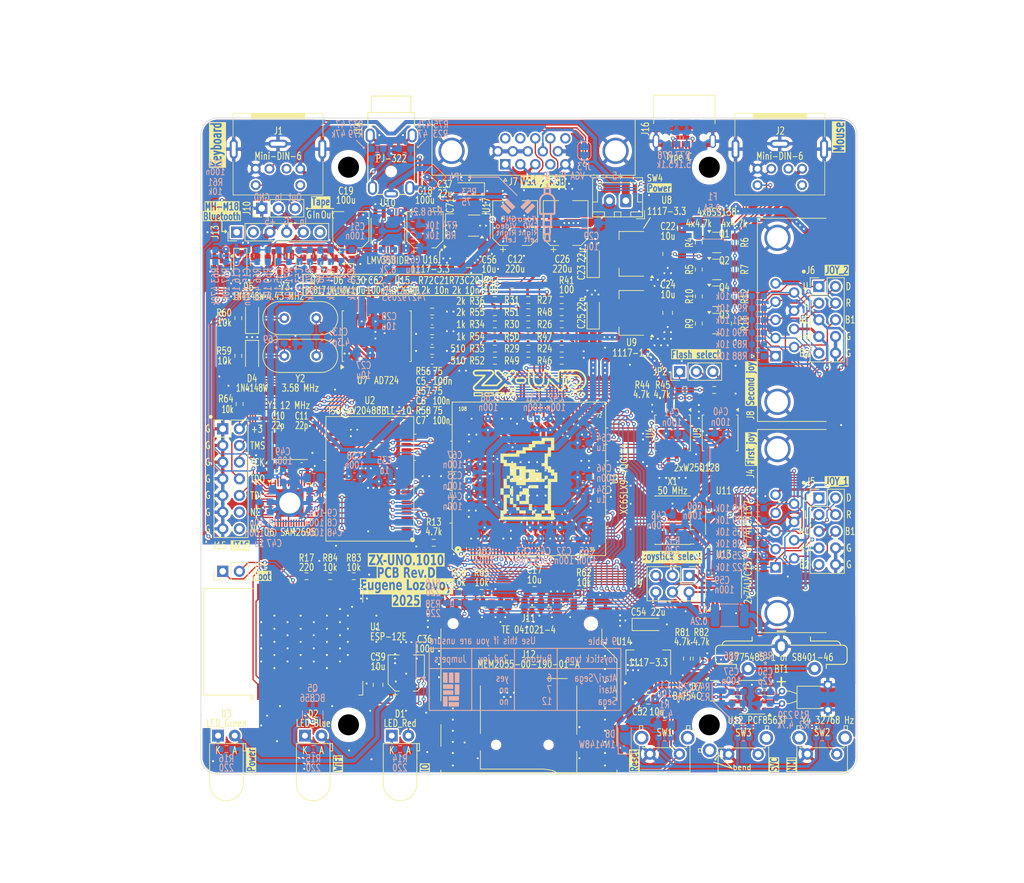
<source format=kicad_pcb>
(kicad_pcb (version 20240108) (generator "pcbnew") (generator_version "8.0")
  (title_block (title "ZXUNO.1010") (date "2024-12-31") (rev "D") (company "Eugene Lozovoy") (comment 2 "Thickness: 1.6mm") (comment 3 "Layers: 2") (comment 4 "Dimensions: 100x100mm") (comment 5 "Min clearance: 0.2mm") (comment 6 "Min track: 0.2mm") (comment 7 "Min hole: 0.3mm") (comment 8 "Min annular ring: 0.15mm"))
  (layers (0 "F.Cu" signal) (31 "B.Cu" signal) (34 "B.Paste" user) (35 "F.Paste" user) (36 "B.SilkS" user "B.Silkscreen") (37 "F.SilkS" user "F.Silkscreen") (38 "B.Mask" user) (39 "F.Mask" user) (44 "Edge.Cuts" user))
  (net 0 "")
  (net 1 "GND")
  (net 2 "/~{RESET}")
  (net 3 "+5V_FUSE")
  (net 4 "+5V")
  (net 5 "+3V3")
  (net 6 "Net-(U6-VCM)")
  (net 7 "Net-(C12-Pad2)")
  (net 8 "+1V2")
  (net 9 "+5V_JOY")
  (net 10 "Net-(U7-RIN)")
  (net 11 "/SD_MOSI")
  (net 12 "/SD_SCK")
  (net 13 "/SD_MISO")
  (net 14 "Net-(C7-Pad2)")
  (net 15 "Net-(U7-GIN)")
  (net 16 "Net-(U7-BIN)")
  (net 17 "/STDN")
  (net 18 "/R0")
  (net 19 "/R")
  (net 20 "/G")
  (net 21 "/R1")
  (net 22 "/R2")
  (net 23 "/STDNB")
  (net 24 "/B")
  (net 25 "/JOY1_UP")
  (net 26 "/JOY1_DOWN")
  (net 27 "/G0")
  (net 28 "/G1")
  (net 29 "/G2")
  (net 30 "/B0")
  (net 31 "/B1")
  (net 32 "/HS")
  (net 33 "/B2")
  (net 34 "/VSYNC")
  (net 35 "/SD_WP")
  (net 36 "Net-(U6-OUTVC12)")
  (net 37 "/CSYNC")
  (net 38 "/LED")
  (net 39 "/~{NMI}")
  (net 40 "/~{SERVICE}")
  (net 41 "/ESP_CTS")
  (net 42 "/ESP_RX")
  (net 43 "/ESP_TX")
  (net 44 "/CLK")
  (net 45 "/FLASH_MOSI")
  (net 46 "/FLASH_MISO")
  (net 47 "/FLASH_SCK")
  (net 48 "/TAPE_OUT")
  (net 49 "/TAPE_IN")
  (net 50 "Net-(U6-X2)")
  (net 51 "Net-(C14-Pad2)")
  (net 52 "/VS")
  (net 53 "Net-(U6-X1)")
  (net 54 "+3V3_2")
  (net 55 "/SD_DAT1")
  (net 56 "/SD_DAT2")
  (net 57 "Net-(C15-Pad2)")
  (net 58 "Net-(C5-Pad2)")
  (net 59 "Net-(U7-COMP)")
  (net 60 "Net-(U7-FIN)")
  (net 61 "Net-(C6-Pad2)")
  (net 62 "Net-(D6-K)")
  (net 63 "Net-(D1-K)")
  (net 64 "Net-(C18-Pad1)")
  (net 65 "Net-(D2-K)")
  (net 66 "Net-(C19-Pad1)")
  (net 67 "+5V_PAL")
  (net 68 "Net-(D3-K)")
  (net 69 "/JOY_UP")
  (net 70 "/JOY_FIRE1")
  (net 71 "/JOY_DOWN")
  (net 72 "/JOY_LEFT")
  (net 73 "/JOY_RIGHT")
  (net 74 "/JOY_FIRE2")
  (net 75 "/JOY2_UP")
  (net 76 "/JOY2_DOWN")
  (net 77 "/JOY2_LEFT")
  (net 78 "/JOY2_RIGHT")
  (net 79 "/JOY2_FIRE1")
  (net 80 "/JOY2_FIRE2")
  (net 81 "/EAR")
  (net 82 "/XA13")
  (net 83 "/XA12")
  (net 84 "/XA11")
  (net 85 "/XA10")
  (net 86 "/XA19")
  (net 87 "/XA14")
  (net 88 "/XA9")
  (net 89 "/XA8")
  (net 90 "/XD4")
  (net 91 "/XA7")
  (net 92 "/XD5")
  (net 93 "/XA6")
  (net 94 "/XD6")
  (net 95 "/XA5")
  (net 96 "/~{WR}")
  (net 97 "/XD3")
  (net 98 "/XD2")
  (net 99 "/XD7")
  (net 100 "/XD1")
  (net 101 "/XA15")
  (net 102 "/XD0")
  (net 103 "/XA4")
  (net 104 "/XA3")
  (net 105 "/XA2")
  (net 106 "/XA16")
  (net 107 "/XA1")
  (net 108 "/XA17")
  (net 109 "/XA0")
  (net 110 "/XA18")
  (net 111 "/XA20")
  (net 112 "/~{OE}")
  (net 113 "Net-(D5-A)")
  (net 114 "Net-(Q2-D)")
  (net 115 "/MIC")
  (net 116 "Net-(Q1-D)")
  (net 117 "Net-(Q4-D)")
  (net 118 "Net-(Q3-D)")
  (net 119 "/TDO")
  (net 120 "/TMS")
  (net 121 "/TCK")
  (net 122 "/TDI")
  (net 123 "Net-(JP3-A)")
  (net 124 "/MIDI_R")
  (net 125 "/MIDI_L")
  (net 126 "/~{SD_CS}")
  (net 127 "/~{SD_CD}")
  (net 128 "/~{FLASH_CS0}")
  (net 129 "/~{FLASH_CS}")
  (net 130 "/~{FLASH_CS1}")
  (net 131 "/~{FLASH_HOLD}")
  (net 132 "/~{FLASH_WP}")
  (net 136 "/PS2K_DATA")
  (net 137 "/PS2K_CLK")
  (net 138 "/PS2M_DATA")
  (net 139 "/PS2M_CLK")
  (net 142 "Net-(JP1-B)")
  (net 143 "Net-(Q5-E)")
  (net 144 "Net-(Q7-B)")
  (net 145 "Net-(U3-IO_L49P_3)")
  (net 146 "Net-(U3-IO_L44N_GCLK20_3)")
  (net 147 "Net-(U3-IO_L44P_GCLK21_3)")
  (net 148 "/JOY1_LEFT")
  (net 149 "/JOY1_RIGHT")
  (net 158 "/JOY1_FIRE1")
  (net 159 "/JOY1_FIRE2")
  (net 160 "Net-(U3-IO_L62P_D5_2)")
  (net 163 "Net-(U3-IO_L30P_GCLK1_D13_2)")
  (net 219 "Net-(D4-A)")
  (net 220 "+BATT")
  (net 221 "Net-(U12-OSCI)")
  (net 222 "Net-(U10A-+)")
  (net 223 "/AOUT_R")
  (net 224 "Net-(C53-Pad2)")
  (net 225 "/AOUT_L")
  (net 226 "Net-(C55-Pad2)")
  (net 227 "/VRTC")
  (net 228 "Net-(U10A--)")
  (net 229 "Net-(U10B--)")
  (net 230 "Net-(U12-~{INT})")
  (net 231 "Net-(U1-GPIO15)")
  (net 232 "Net-(U1-GPIO2)")
  (net 233 "Net-(U12-OSCO)")
  (net 235 "/I2C_SCL")
  (net 236 "/I2C_SDA")
  (net 243 "Net-(C2-Pad1)")
  (net 244 "Net-(C2-Pad2)")
  (net 245 "Net-(C20-Pad1)")
  (net 246 "Net-(C58-Pad2)")
  (net 247 "/CVBS")
  (net 248 "/MIDI_DATA")
  (net 249 "Net-(R72-Pad1)")
  (net 250 "Net-(R73-Pad1)")
  (net 251 "+3V3A")
  (net 252 "/JOY12_PIN5")
  (net 253 "/JOY12_PIN7")
  (net 254 "/JOY_SPLITTER")
  (net 255 "Net-(U3-IO_L65P_INIT_B_2)")
  (net 256 "/JOY_SEL_F3")
  (net 257 "Net-(C18-Pad2)")
  (net 258 "Net-(C19-Pad2)")
  (net 259 "/DAC_RIGHT")
  (net 260 "/DAC_LEFT")
  (net 261 "Net-(U17-BP)")
  (net 262 "Net-(J14-PadR2)")
  (net 263 "Net-(JP4-A)")
  (net 264 "Net-(J16-CC1)")
  (net 266 "Net-(SW4-Pin_1)")
  (net 268 "Net-(J16-CC2)")
  (footprint "Capacitor_SMD:CP_Elec_5x5.9" (layer "F.Cu") (at 130.5 132.2 90)
    (property "Reference" "C36")
    (property "Value" "100u")
  )
  (footprint "Resistor_SMD:R_0603_1608Metric_Pad0.98x0.95mm_HandSolder" (layer "F.Cu") (at 180.6 70.68101 90)
    (property "Reference" "R7")
    (property "Value" "4.7k")
  )
  (footprint "my:MountingHole_3.2mm_M3_dk5.2mm_Mask" (layer "F.Cu") (at 176.7 55.1)
    (property "Reference" "H2" (hide yes))
    (property "Value" "Screw M3 dk=5mm L=4mm" (hide yes))
  )
  (footprint "Resistor_SMD:R_0603_1608Metric_Pad0.98x0.95mm_HandSolder" (layer "F.Cu") (at 175.1 78.93101 90)
    (property "Reference" "R9")
    (property "Value" "4.7k")
  )
  (footprint "Package_TO_SOT_SMD:SOT-223-3_TabPin2" (layer "F.Cu") (at 167.4 130.6 90)
    (property "Reference" "U14")
    (property "Value" "1117-3.3")
  )
  (footprint "Resistor_SMD:R_0603_1608Metric_Pad0.98x0.95mm_HandSolder" (layer "F.Cu") (at 105.1 91.2 90)
    (property "Reference" "R64")
    (property "Value" "10k")
  )
  (footprint "Connector_Dsub:DSUB-9_Male_Horizontal_P2.77x2.84mm_EdgePinOffset4.94mm_Housed_MountingHolesOffset7.48mm" (layer "F.Cu") (at 186.794669 83.9 90)
    (property "Reference" "J8")
    (property "Value" "DB9-M")
  )
  (footprint "my:Oscillator_SMD_7050_7.0x5.0mm" (layer "F.Cu") (at 171.1 108.9 90)
    (property "Reference" "X1")
    (property "Value" "50 MHz")
  )
  (footprint "Diode_SMD:D_SOD-123" (layer "F.Cu") (at 107 83.85 -90)
    (property "Reference" "D4")
    (property "Value" "1N4148W")
  )
  (footprint "Capacitor_SMD:C_0805_2012Metric_Pad1.18x1.45mm_HandSolder" (layer "F.Cu") (at 107.5 69.8 90)
    (property "Reference" "C30")
    (property "Value" "10u")
  )
  (footprint "Capacitor_SMD:C_0603_1608Metric_Pad1.08x0.95mm_HandSolder" (layer "F.Cu") (at 114.55 100.6425 180)
    (property "Reference" "C11")
    (property "Value" "22p")
  )
  (footprint "Connector_Dsub:DSUB-15-HD_Female_Horizontal_P2.29x1.98mm_EdgePinOffset3.03mm_Housed_MountingHolesOffset4.94mm" (layer "F.Cu") (at 145.6 54.650331 180)
    (property "Reference" "J7")
    (property "Value" "DB15_Female_HighDensity_MountingHoles")
  )
  (footprint "Package_TO_SOT_SMD:SOT-223-3_TabPin2" (layer "F.Cu") (at 139.9 64.1 90)
    (property "Reference" "U16")
    (property "Value" "1117-3.3")
  )
  (footprint "Package_TO_SOT_SMD:SOT-23" (layer "F.Cu") (at 177.85 78.93101)
    (property "Reference" "Q3")
    (property "Value" "BSS138")
  )
  (footprint "Resistor_SMD:R_0603_1608Metric_Pad0.98x0.95mm_HandSolder" (layer "F.Cu") (at 134.7 112.35 180)
    (property "Reference" "R13")
    (property "Value" "4.7k")
  )
  (footprint "Resistor_SMD:R_0603_1608Metric_Pad0.98x0.95mm_HandSolder" (layer "F.Cu") (at 175.1 74.76851 90)
    (property "Reference" "R10")
    (property "Value" "4.7k")
  )
  (footprint "my:g738-g706" (layer "F.Cu") (at 149.2 97.6)
    (property "Reference" "N1" (hide yes))
    (property "Value" "G738 or G706" (hide yes))
  )
  (footprint "Capacitor_Tantalum_SMD:CP_EIA-3216-18_Kemet-A_Pad1.58x1.35mm_HandSolder" (layer "F.Cu") (at 139.95 58.4 180)
    (property "Reference" "C37")
    (property "Value" "22u")
  )
  (footprint "Resistor_SMD:R_0603_1608Metric_Pad0.98x0.95mm_HandSolder" (layer "F.Cu") (at 177.45 89.05)
    (property "Reference" "R45")
    (property "Value" "4.7k")
  )
  (footprint "Diode_SMD:D_SOD-123" (layer "F.Cu") (at 105.2 69.8225 -90)
    (property "Reference" "D6")
    (property "Value" "1N4148W")
  )
  (footprint "LED_THT:LED_D5.0mm_Horizontal_O1.27mm_Z3.0mm" (layer "F.Cu") (at 128.2875 141.75)
    (property "Reference" "D1")
    (property "Value" "LED_Red")
  )
  (footprint "Resistor_SMD:R_0603_1608Metric_Pad0.98x0.95mm_HandSolder" (layer "F.Cu") (at 154.2 79.05 180)
    (property "Reference" "R26")
    (property "Value" "1k")
  )
  (footprint "Capacitor_SMD:C_0603_1608Metric_Pad1.08x0.95mm_HandSolder" (layer "F.Cu") (at 119.6 69.8 90)
    (property "Reference" "C20")
    (property "Value" "10n")
  )
  (footprint "Package_TO_SOT_SMD:SOT-23" (layer "F.Cu") (at 177.85 66.56851)
    (property "Reference" "Q1")
    (property "Value" "BSS138")
  )
  (footprint "Resistor_SMD:R_0603_1608Metric_Pad0.98x0.95mm_HandSolder" (layer "F.Cu") (at 144.0125 75.35 180)
    (property "Reference" "R36")
    (property "Value" "2k")
  )
  (footprint "Resistor_SMD:R_0603_1608Metric_Pad0.98x0.95mm_HandSolder" (layer "F.Cu") (at 118 69.8 -90)
    (property "Reference" "R73")
    (property "Value" "2k")
  )
  (footprint "Resistor_SMD:R_0603_1608Metric_Pad0.98x0.95mm_HandSolder" (layer "F.Cu") (at 138.5 120)
    (property "Reference" "R68")
    (property "Value" "10k")
  )
  (footprint "Resistor_SMD:R_0603_1608Metric_Pad0.98x0.95mm_HandSolder" (layer "F.Cu") (at 149.1 75.35 180)
    (property "Reference" "R31")
    (property "Value" "2k")
  )
  (footprint "LED_THT:LED_D5.0mm_Horizontal_O1.27mm_Z3.0mm" (layer "F.Cu") (at 115.05 141.75)
    (property "Reference" "D2")
    (property "Value" "LED_Blue")
  )
  (footprint "Resistor_SMD:R_0603_1608Metric_Pad0.98x0.95mm_HandSolder" (layer "F.Cu") (at 149.1 84.6 180)
    (property "Reference" "R49")
    (property "Value" "510")
  )
  (footprint "my:SOIC-8_5.23x5.23mm_P1.27mm-LONG" (layer "F.Cu") (at 171.1 95.6 -90)
    (property "Reference" "U4")
    (property "Value" "W25Q128")
  )
  (footprint "Package_TO_SOT_SMD:SOT-223-3_TabPin2" (layer "F.Cu") (at 164.85 68.3 180)
    (property "Reference" "U8")
    (property "Value" "1117-3.3")
  )
  (footprint "Resistor_SMD:R_0603_1608Metric_Pad0.98x0.95mm_HandSolder" (layer "F.Cu") (at 154.2 82.75 180)
    (property "Reference" "R24")
    (property "Value" "510")
  )
  (footprint "my:MountingHole_3.2mm_M3_dk5.2mm_Mask" (layer "F.Cu") (at 121.7 55.1)
    (property "Reference" "H4" (hide yes))
    (property "Value" "Screw M3 dk=5mm L=4mm" (hide yes))
  )
  (footprint "my:PJ-322" (layer "F.Cu") (at 128.2 52.35)
    (property "Reference" "J14")
    (property "Value" "PJ-322")
  )
  (footprint "Resistor_SMD:R_0603_1608Metric_Pad0.98x0.95mm_HandSolder" (layer "F.Cu") (at 144.0125 80.9 180)
    (property "Reference" "R54")
    (property "Value" "1k")
  )
  (footprint "Capacitor_Tantalum_SMD:CP_EIA-3216-18_Kemet-A_Pad1.58x1.35mm_HandSolder" (layer "F.Cu") (at 159 69.42 90)
    (property "Reference" "C23")
    (property "Value" "22u")
  )
  (footprint "Capacitor_SMD:CP_Elec_5x5.9" (layer "F.Cu") (at 133.35 64.625 90)
    (property "Reference" "C18")
    (property "Value" "100u")
  )
  (footprint "Capacitor_SMD:C_0805_2012Metric_Pad1.18x1.45mm_HandSolder" (layer "F.Cu") (at 126.2 134 -90)
    (property "Reference" "C39")
    (property "Value" "10u")
  )
  (footprint "PCM_Package_SO_AKL:TSOP-II-44_10.16x18.41mm_P0.8mm" (layer "F.Cu") (at 124.95 102.6 180)
    (property "Reference" "U2")
    (property "Value" "IS61WV20488BLL-10")
  )
  (footprint "Crystal:Crystal_HC49-4H_Vertical" (layer "F.Cu") (at 116.79 78.1 180)
    (property "Reference" "Y3")
    (property "Value" "4.43 MHz")
  )
  (footprint "Crystal:Crystal_SMD_SeikoEpson_TSX3225-4Pin_3.2x2.5mm_HandSoldering" (layer "F.Cu") (at 112.75 97.5125)
    (property "Reference" "Y1")
    (property "Value" "12 MHz")
  )
  (footprint "RF_Module:ESP-12E" (layer "F.Cu") (at 111.75 127.45 90)
    (property "Reference" "U1")
    (property "Value" "ESP-12E")
  )
  (footprint "Package_TO_SOT_SMD:SOT-223-3_TabPin2" (layer "F.Cu") (at 164.85 77.3 180)
    (property "Reference" "U9")
    (property "Value" "1117-1.2")
  )
  (footprint "Resistor_SMD:R_0603_1608Metric_Pad0.98x0.95mm_HandSolder" (layer "F.Cu") (at 149.1 77.2 180)
    (property "Reference" "R51")
    (property "Value" "2k")
  )
  (footprint "my:MountingHole_3.2mm_M3_dk5.2mm_Mask" (layer "F.Cu") (at 176.7 140.1)
    (property "Reference" "H1" (hide yes))
    (property "Value" "Screw M3 dk=5mm L=4mm" (hide yes))
  )
  (footprint "Resistor_SMD:R_0603_1608Metric_Pad0.98x0.95mm_HandSolder" (layer "F.Cu") (at 149.1 82.75 180)
    (property "Reference" "R29")
    (property "Value" "510")
  )
  (footprint "Resistor_SMD:R_0603_1608Metric_Pad0.98x0.95mm_HandSolder" (layer "F.Cu") (at 144.0125 84.6 180)
    (property "Reference" "R52")
    (property "Value" "510")
  )
  (footprint "Capacitor_SMD:C_0603_1608Metric_Pad1.08x0.95mm_HandSolder" (layer "F.Cu") (at 137.7 64 90)
    (property "Reference" "C71")
    (property "Value" "10n")
  )
  (footprint "Connector_PinHeader_2.54mm:PinHeader_2x03_P2.54mm_Vertical" (layer "F.Cu") (at 173.625 117.325 -90)
    (property "Reference" "J9")
    (property "Value" "Conn_02x03_Odd_Even")
  )
  (footprint "my:QFN-48-1EP_6x6mm_P0.4mm_EP4.2x4.2mm" (layer "F.Cu") (at 112.75 106.2825)
    (property "Reference" "U6")
    (property "Value" "SAM2695")
  )
  (footprint "Package_TO_SOT_SMD:SOT-23" (layer "F.Cu") (at 177.85 74.76851)
    (property "Reference" "Q4")
    (property "Value" "BSS138")
  )
  (footprint "my:minidin-6" (layer "F.Cu") (at 187.45 53.1)
    (property "Reference" "J2")
    (property "Value" "Mini-DIN-6")
  )
  (footprint "Resistor_SMD:R_0603_1608Metric_Pad0.98x0.95mm_HandSolder" (layer "F.Cu") (at 175.1 70.68101 90)
    (property "Reference" "R5")
    (property "Value" "4.7k")
  )
  (footprint "Resistor_SMD:R_0603_1608Metric_Pad0.98x0.95mm_HandSolder" (layer "F.Cu") (at 104.9 83.85 -90)
    (property "Reference" "R59")
    (property "Value" "10k")
  )
  (footprint "Capacitor_SMD:C_0805_2012Metric_Pad1.18x1.45mm_HandSolder" (layer "F.Cu") (at 150.0375 119.75 180)
    (property "Reference" "C17")
    (property "Value" "10u")
  )
  (footprint "Resistor_SMD:R_0603_1608Metric_Pad0.98x0.95mm_HandSolder" (layer "F.Cu") (at 134.45 80.1)
    (property "Reference" "R57")
    (property "Value" "75")
  )
  (footprint "Resistor_SMD:R_0603_1608Metric_Pad0.98x0.95mm_HandSolder" (layer "F.Cu") (at 144.0125 82.75 180)
    (property "Reference" "R33")
    (property "Value" "510")
  )
  (footprint "Connector_PinHeader_2.54mm:PinHeader_2x05_P2.54mm_Vertical" (layer "F.Cu") (at 193.415331 105.515)
    (property "Reference" "J5")
    (property "Value" "Conn_02x05_Odd_Even")
  )
  (footprint "Resistor_SMD:R_0603_1608Metric_Pad0.98x0.95mm_HandSolder" (layer "F.Cu") (at 146.6 73)
    (property "Reference" "R42")
    (property "Value" "100")
  )
  (footprint "Capacitor_SMD:C_0805_2012Metric_Pad1.18x1.45mm_HandSolder" (layer "F.Cu") (at 167.4 136.2)
    (property "Reference" "C52")
    (property "Value" "10u")
  )
  (footprint "Resistor_SMD:R_0603_1608Metric_Pad0.98x0.95mm_HandSolder" (layer "F.Cu") (at 134.45 77.1)
    (property "Reference" "R56")
    (property "Value" "75")
  )
  (footprint "Button_Switch_THT:SW_Tactile_SPST_Angled_PTS645Vx58-2LFS" (layer "F.Cu") (at 184.15 144.59 180)
    (property "Reference" "SW3")
    (property "Value" "Push angle button, 6x6x7mm or 6x6x8mm")
  )
  (footprint "Capacitor_SMD:CP_Elec_6.3x7.7" (layer "F.Cu") (at 147.1 63.6 90)
    (property "Reference" "C12")
    (property "Value" "220u")
  )
  (footprint "Package_TO_SOT_SMD:SOT-23-6_Handsoldering" (layer "F.Cu") (at 112.1 69.8 90)
    (property "Reference" "U15")
    (property "Value" "74LVC2G34DB")
  )
  (footprint "Capacitor_SMD:C_0805_2012Metric_Pad1.18x1.45mm_HandSolder" (layer "F.Cu") (at 139.9 69.65)
    (property "Reference" "C56")
    (property "Value" "10u")
  )
  (footprint "Resistor_SMD:R_0603_1608Metric_Pad0.98x0.95mm_HandSolder" (layer "F.Cu") (at 122.5 117.45)
    (property "Reference" "R83")
    (property "Value" "10k")
  )
  (footprint "Package_TO_SOT_SMD:SOT-23" (layer "F.Cu") (at 177.5 134.9)
    (property "Reference" "D7")
    (property "Value" "BAT54C")
  )
  (footprint "Resistor_SMD:R_0603_1608Metric_Pad0.98x0.95mm_HandSolder" (layer "F.Cu") (at 134.45 83.1)
    (property "Reference" "R58")
    (property "Value" "75")
  )
  (footprint "Button_Switch_THT:SW_Tactile_SPST_Angled_PTS645Vx58-2LFS" (layer "F.Cu") (at 172.15 144.5525 180)
    (property "Reference" "SW1")
    (property "Value" "Push angle button, 6x6x7mm or 6x6x8mm" (hide yes))
  )
  (footprint "Package_TO_SOT_SMD:SOT-23" (layer "F.Cu") (at 177.85 70.68101)
    (property "Reference" "Q2")
    (property "Value" "BSS138")
  )
  (footprint "Capacitor_SMD:CP_Elec_5x5.9" (layer "F.Cu") (at 122.05 64.625 90)
    (property "Reference" "C19")
    (property "Value" "100u")
  )
  (footprint "Resistor_SMD:R_0603_1608Metric_Pad0.98x0.95mm_HandSolder" (layer "F.Cu") (at 142 120 180)
    (property "Reference" "R65")
    (property "Value" "10k")
  )
  (footprint "Resistor_SMD:R_0603_1608Metric_Pad0.98x0.95mm_HandSolder" (layer "F.Cu") (at 144.0125 79.05 180)
    (property "Reference" "R34")
    (property "Value" "1k")
  )
  (footprint "Connector_PinHeader_2.54mm:PinHeader_1x03_P2.54mm_Vertical" (layer "F.Cu") (at 108.475 61.35 90)
    (property "Reference" "J10")
    (property "Value" "PJ-392")
  )
  (footprint "Package_SO:TSSOP-16_4.4x5mm_P0.65mm" (layer "F.Cu") (at 178.875 118.6 90)
    (property "Reference" "U13")
    (property "Value" "74LVC157 or 74LCX157")
  )
  (footprint "Crystal:Crystal_C38-LF_D3.0mm_L8.0mm_Horizontal_1EP_style2" (layer "F.Cu") (at 187.775 136.865 90)
    (property "Reference" "Y4")
    (property "Value" "32768 Hz")
  )
  (footprint "PCM_Package_QFP_AKL:LQFP-144_20x20mm_P0.5mm" (layer "F.Cu") (at 149.2 102.6 90)
    (property "Reference" "U3")
    (property "Value" "XC6SLX9-TQG144")
  )
  (footprint "Capacitor_SMD:C_0603_1608Metric_Pad1.08x0.95mm_HandSolder" (layer "F.Cu") (at 134.45 81.6)
    (property "Reference" "C6")
    (property "Value" "100n")
  )
  (footprint "mygraphic:black-mage-12.5x8.6" (layer "F.Cu") (at 149.2 102.6)
    (property "Reference" "LOGO2" (hide yes))
    (property "Value" "graphic" (hide yes))
  )
  (footprint "Resistor_SMD:R_0603_1608Metric_Pad0.98x0.95mm_HandSolder" (layer "F.Cu") (at 104.9 78.1 90)
    (property "Reference" "R60")
    (property "Value" "10k")
  )
  (footprint "Resistor_SMD:R_0603_1608Metric_Pad0.98x0.95mm_HandSolder" (layer "F.Cu") (at 149.1 80.9 180)
    (property "Reference" "R50")
    (property "Value" "1k")
  )
  (footprint "Resistor_SMD:R_0603_1608Metric_Pad0.98x0.95mm_HandSolder" (layer "F.Cu") (at 157.5875 120)
    (property "Reference" "R62")
    (property "Value" "10k")
  )
  (footprint "Resistor_SMD:R_0603_1608Metric_Pad0.98x0.95mm_HandSolder" (layer "F.Cu") (at 154.2 84.6 180)
    (property "Reference" "R46")
    (property "Value" "510")
  )
  (footprint "Resistor_SMD:R_0603_1608Metric_Pad0.98x0.95mm_HandSolder" (layer "F.Cu") (at 149.1 79.05 180)
    (property "Reference" "R30")
    (property "Value" "1k")
  )
  (footprint "Package_SO:SOIC-8_3.9x4.9mm_P1.27mm" (layer "F.Cu") (at 127.7 64.825 -90)
    (property "Reference" "U10")
    (property "Value" "LMV358IDR")
  )
  (footprint "Resistor_SMD:R_0603_1608Metric_Pad0.98x0.95mm_HandSolder" (layer "F.Cu") (at 154.2 80.9 180)
    (property "Reference" "R47")
    (property "Value" "1k")
  )
  (footprint "Resistor_SMD:R_0603_1608Metric_Pad0.98x0.95mm_HandSolder" (layer "F.Cu") (at 144.0125 77.2 180)
    (property "Reference" "R55")
    (property "Value" "2k")
  )
  (footprint "Crystal:Crystal_HC49-4H_Vertical" (layer "F.Cu") (at 116.79 83.85 180)
    (property "Reference" "Y2")
    (property "Value" "3.58 MHz")
  )
  (footprint "Resistor_SMD:R_0603_1608Metric_Pad0.98x0.95mm_HandSolder" (layer "F.Cu") (at 175.1 66.56851 90)
    (property "Reference" "R4")
    (property "Value" "4.7k")
  )
  (footprint "my:USB_C_Receptacle_HRO_TYPE-C-31-M-12_dangling" (layer "F.Cu") (at 172.9 48.0125 180)
    (property "Reference" "J16")
    (property "Value" "USB Type C")
  )
  (footprint "Resistor_SMD:R_0603_1608Metric_Pad0.98x0.95mm_HandSolder" (layer "F.Cu") (at 180.6 74.76851 90)
    (property "Reference" "R12")
    (property "Value" "4.7k")
  )
  (footprint "Resistor_SMD:R_0603_1608Metric_Pad0.98x0.95mm_HandSolder" (layer "F.Cu") (at 173.3 130 -90)
    (property "Reference" "R81")
    (property "Value" "4.7k")
  )
  (footprint "Resistor_SMD:R_0603_1608Metric_Pad0.98x0.95mm_HandSolder" (layer "F.Cu") (at 114.8 69.8 -90)
    (property "Reference" "R72")
    (property "Value" "2k")
  )
  (footprint "my:minidin-6" (layer "F.Cu") (at 110.95 53.1)
    (property "Reference" "J1")
    (property "Value" "Mini-DIN-6")
  )
  (footprint "Package_TO_SOT_SMD:SOT-23" (layer "F.Cu") (at 102.2 69.8 -90)
    (property "Reference" "Q7")
    (property "Value" "BC817")
  )
  (footprint "Connector_Dsub:DSUB-9_Male_Horizontal_P2.77x2.84mm_EdgePinOffset4.94mm_Housed_MountingHolesOffset7.48mm" (layer "F.Cu") (at 186.8 116.1 90)
    (property "Reference" "J4")
    (property "Value" "DB9-M")
  )
  (footprint "my:SD_TE_2041021-mod" (layer "F.Cu") (at 149.15 133.85)
    (property "Reference" "J11")
    (property "Value" "TE 041021-4")
  )
  (footprint "Package_TO_SOT_SMD:SOT-23-5_HandSoldering" (layer "F.Cu") (at 140.85 64 180)
    (property "Reference" "U17")
    (property "Value" "NCP114ASN330T1G")
  )
  (footprint "Capacitor_Tantalum_SMD:CP_EIA-3216-18_Kemet-A_Pad1.58x1.35mm_HandSolder" (layer "F.Cu") (at 159 77.28 90)
    (property "Reference" "C25")
    (property "Value" "22u")
  )
  (footprint "Capacitor_SMD:CP_Elec_6.3x7.7" (layer "F.Cu") (at 154.8 63.6 90)
    (property "Reference" "C26")
    (property "Value" "220u")
  )
  (footprint "my:SOIC-8_5.23x5.23mm_P1.27mm-LONG" (layer "F.Cu") (at 178.35 95.6 -90)
    (property "Reference" "U5")
    (property "Value" "W25Q128")
  )
  (footprint "Capacitor_SMD:C_0603_1608Metric_Pad1.08x0.95mm_HandSolder" (layer "F.Cu") (at 110.95 100.6425)
    (property "Reference" "C10")
    (property "Value" "22p")
  )
  (footprint "Resistor_SMD:R_0603_1608Metric_Pad0.98x0.95mm_HandSolder" (layer "F.Cu") (at 154.2 77.2 180)
    (property "Reference" "R48")
    (property "Value" "2k")
  )
  (footprint "Connector_PinHeader_2.54mm:PinHeader_2x07_P2.54mm_Vertical" (layer "F.Cu") (at 102.525 94.975)
    (property "Reference" "J15")
    (property "Value" "Conn_02x07_Odd_Even")
  )
  (footprint "Package_SO:SOIC-8_3.9x4.9mm_P1.27mm" (layer "F.Cu") (at 183.2 135.9 180)
    (property "Reference" "U12")
    (property "Value" "PCF8563T")
  )
  (footprint "Capacitor_SMD:C_0603_1608Metric_Pad1.08x0.95mm_HandSolder" (layer "F.Cu") (at 134.45 78.6)
    (property "Reference" "C5")
    (property "Value" "100n")
  )
  (footprint "mygraphic:zxuno_17x4.4" (layer "F.Cu") (at 149.05 88)
    (property "Reference" "LOGO1" (hide yes))
    (property "Value" "graphic" (hide yes))
  )
  (footprint "Resistor_SMD:R_0603_1608Metric_Pad0.98x0.95mm_HandSolder" (layer "F.Cu") (at 174.77 130 -90)
    (property "Reference" "R82")
    (property "Value" "4.7k")
  )
  (footprint "my:MountingHole_3.2mm_M3_dk5.2mm_Mask" (layer "F.Cu") (at 121.7 140.1)
    (property "Reference" "H3" (hide yes))
    (property "Value" "Screw M3 dk=5mm L=4mm" (hide yes))
  )
  (footprint "Capacitor_SMD:C_0603_1608Metric_Pad1.08x0.95mm_HandSolder" (layer "F.Cu") (at 134.45 84.6)
    (property "Reference" "C7")
    (property "Value" "100n")
  )
  (footprint "Button_Switch_THT:SW_Tactile_SPST_Angled_PTS645Vx58-2LFS" (layer "F.Cu") (at 196.15 144.5525 180)
    (property "Reference" "SW2")
    (property "Value" "Push angle button, 6x6x7mm or 6x6x8mm" (hide yes))
  )
  (footprint "Package_SO:TSSOP-16_4.4x5mm_P0.65mm" (layer "F.Cu") (at 178.875 108.9125 90)
    (property "Reference" "U11")
    (property "Value" "74LVC157 or 74LCX157" (hide yes))
  )
  (footprint "Capacitor_SMD:C_0805_2012Metric_Pad1.18x1.45mm_HandSolder" (layer "F.Cu") (at 170.35 68.3 90)
    (property "Reference" "C22")
    (property "Value" "10u")
  )
  (footprint "LED_THT:LED_D5.0mm_Horizontal_O1.27mm_Z3.0mm" (layer "F.Cu") (at 101.81 141.75)
    (property "Reference" "D3")
    (property "Value" "LED_Green")
  )
  (footprint "Resistor_SMD:R_0603_1608Metric_Pad0.98x0.95mm_HandSolder" (layer "F.Cu") (at 180.6 78.93101 90)
    (property "Reference" "R11")
    (property "Value" "4.7k")
  )
  (footprint "Connector_PinHeader_2.54mm:PinHeader_1x02_P2.54mm_Vertical" (layer "F.Cu") (at 102.525 116.7 90)
    (property "Reference" "JP1")
    (property "Value" "Jumper")
  )
  (footprint "Resistor_SMD:R_0603_1608Metric_Pad0.98x0.95mm_HandSolder" (layer "F.Cu") (at 115.3 117.45)
    (property "Reference" "R17")
    (property "Value" "220")
  )
  (footprint "my:GCT-MEM2055-00-190-01-A" (layer "F.Cu") (at 149.15 131.85 180)
    (property "Reference" "J12")
    (property "Value" "MEM2055-00-190-01-A")
  )
  (footprint "Resistor_SMD:R_0603_1608Metric_Pad0.98x0.95mm_HandSolder" (layer "F.Cu") (at 151.7 73)
    (property "Reference" "R41")
    (property "Value" "100")
  )
  (footprint "Capacitor_Tantalum_SMD:CP_EIA-3216-18_Kemet-A_Pad1.58x1.35mm_HandSolder" (layer "F.Cu") (at 167.42 124.8)
    (property "Reference" "C54")
    (property "Value" "22u")
  )
  (footprint "Capacitor_SMD:C_0603_1608Metric_Pad1.08x0.95mm_HandSolder" (layer "F.Cu") (at 109.4 69.8 90)
    (property "Reference" "C62")
    (property "Value" "100n")
  )
  (footprint "my:CR2032V" (layer "F.Cu") (at 182.6 131.5198)
    (property "Reference" "BT1")
    (property "Value" "1775485-1 or S8401-46")
  )
  (footprint "Connector_JST:JST_XH_B2B-XH-A_1x02_P2.50mm_Vertical" (layer "F.Cu") (at 163.97 60.2 180)
    (property "Reference" "SW4")
    (property "Value" "B2B-XH-A")
  )
  (footprint "Connector_PinHeader_2.54mm:PinHeader_1x03_P2.54mm_Vertical" (layer "F.Cu") (at 172.175 86.25 90)
    (property "Reference" "JP2")
    (property "Value" "Jumper")
  )
  (footprint "Connector_PinHeader_2.54mm:PinHeader_2x05_P2.54mm_Vertical" (layer "F.Cu") (at 193.405331 73.275)
    (property "Reference" "J6")
    (property "Value" "Conn_02x05_Odd_Even")
  )
  (footprint "Resistor_SMD:R_0603_1608Metric_Pad0.98x0.95mm_HandSolder" (layer "F.Cu") (at 118.9 117.45)
    (property "Reference" "R84")
    (property "Value" "10k")
  )
  (footprint "Diode_SMD:D_SOD-123" (layer "F.Cu") (at 107 78.1 90)
    (property "Reference" "D5")
    (property "Value" "1N4148W")
  )
  (footprint "Capacitor_SMD:C_0603_1608Metric_Pad1.08x0.95mm_HandSolder" (layer "F.Cu") (at 116.4 69.8 90)
    (property "Reference" "C21")
    (property "Value" "10n")
  )
  (footprint "Package_SO:SOIC-16W_7.5x10.3mm_P1.27mm" (layer "F.Cu") (at 126 80.85 90)
    (property "Reference" "U7")
    (property "Value" "AD724")
  )
  (footprint "Resistor_SMD:R_0603_1608Metric_Pad0.98x0.95mm_HandSolder" (layer "F.Cu") (at 172.95 89.05 180)
    (property "Reference" "R44")
    (property "Value" "4.7k")
  )
  (footprint "Connector_PinHeader_2.54mm:PinHeader_1x06_P2.54mm_Vertical" (layer "F.Cu") (at 104.65 65 90)
    (property "Reference" "J13")
    (property "Value" "MH-M18")
  )
  (footprint "Resistor_SMD:R_0603_1608Metric_Pad0.98x0.95mm_HandSolder" (layer "F.Cu") (at 154.2 75.35 180)
    (property "Reference" "R27")
    (property "Value" "2k")
  )
  (footprint "Capacitor_SMD:C_0805_2012Metric_Pad1.18x1.45mm_HandSolder" (layer "F.Cu") (at 170.35 77.3 90)
    (property "Reference" "C24")
    (property "Value" "10u")
  )
  (footprint "Resistor_SMD:R_0603_1608Metric_Pad0.98x0.95mm_HandSolder" (layer "F.Cu") (at 180.6 66.56851 90)
    (property "Reference" "R6")
    (property "Value" "4.7k")
  )
  (footprint "Resistor_SMD:R_0603_1608Metric_Pad0.98x0.95mm_HandSolder" (layer "B.Cu") (at 130.259067 52.3)
    (property "Reference" "R75")
    (property "Value" "47k")
  )
  (footprint "Resistor_SMD:R_0603_1608Metric_Pad0.98x0.95mm_HandSolder" (layer "B.Cu") (at 126.0875 52.3 180)
    (property "Reference" "R37")
    (property "Value" "47")
  )
  (footprint "Capacitor_SMD:C_0603_1608Metric_Pad1.08x0.95mm_HandSolder" (layer "B.Cu") (at 108.9 106.0925 180)
    (property "Reference" "C3")
    (property "Value" "100n")
  )
  (footprint "Capacitor_SMD:C_0603_1608Metric_Pad1.08x0.95mm_HandSolder" (layer "B.Cu") (at 106.2 68.6 -90)
    (property "Reference" "C15")
    (property "Value" "100n")
  )
  (footprint "Resistor_SMD:R_0603_1608Metric_Pad0.98x0.95mm_HandSolder" (layer "B.Cu") (at 101.4 68.6 -90)
    (property "Reference" "R63")
    (property "Value" "470k")
  )
  (footprint "Capacitor_SMD:C_0603_1608Metric_Pad1.08x0.95mm_HandSolder" (layer "B.Cu") (at 122.6 102.2 180)
    (property "Reference" "C38")
    (property "Value" "100n")
  )
  (footprint "Resistor_SMD:R_0603_1608Metric_Pad0.98x0.95mm_HandSolder" (layer "B.Cu") (at 184.1 107.1)
    (property "Reference" "R40")
    (property "Value" "10k")
  )
  (footprint "Resistor_SMD:R_0603_1608Metric_Pad0.98x0.95mm_HandSolder" (layer "B.Cu") (at 103 68.6 90)
    (property "Reference" "R67")
    (property "Value" "10k")
  )
  (footprint "Package_TO_SOT_SMD:SOT-23" (layer "B.Cu") (at 116.2375 138.6 90)
    (property "Reference" "Q5")
    (property "Value" "BC856")
  )
  (footprint "Capacitor_SMD:C_0805_2012Metric_Pad1.18x1.45mm_HandSolder" (layer "B.Cu") (at 116.4 102.4925)
    (property "Reference" "C9")
    (property "Value" "10u")
  )
  (footprint "Resistor_SMD:R_0603_1608Metric_Pad0.98x0.95mm_HandSolder" (layer "B.Cu") (at 184.1 116.1)
    (property "Reference" "R22")
    (property "Value" "10k")
  )
  (footprint "Resistor_SMD:R_0603_1608Metric_Pad0.98x0.95mm_HandSolder" (layer "B.Cu") (at 184.1 78.4)
    (property "Reference" "R91")
    (property "Value" "10k")
  )
  (footprint "Resistor_SMD:R_0603_1608Metric_Pad0.98x0.95mm_HandSolder" (layer "B.Cu") (at 173.25 50.65 -90)
    (property "Reference" "R77")
    (property "Value" "5.1k")
  )
  (footprint "Resistor_SMD:R_0603_1608Metric_Pad0.98x0.95mm_HandSolder" (layer "B.Cu") (at 115.8 68.6 -90)
    (property "Reference" "R70")
    (property "Value" "10k")
  )
  (footprint "Resistor_SMD:R_0603_1608Metric_Pad0.98x0.95mm_HandSolder" (layer "B.Cu") (at 119 68.6 90)
    (property "Reference" "R21")
    (property "Value" "10k")
  )
  (footprint "Resistor_SMD:R_0603_1608Metric_Pad0.98x0.95mm_HandSolder" (layer "B.Cu") (at 131.5 65.5 180)
    (property "Reference" "R8")
    (property "Value" "10k")
  )
  (footprint "Capacitor_SMD:C_0603_1608Metric_Pad1.08x0.95mm_HandSolder" (layer "B.Cu") (at 153.95 110.85 -90)
    (property "Reference" "C32")
    (property "Value" "100n")
  )
  (footprint "Resistor_SMD:R_0603_1608Metric_Pad0.98x0.95mm_HandSolder" (layer "B.Cu") (at 137.5 121.55)
    (property "Reference" "R38")
    (property "Value" "220")
  )
  (footprint "Resistor_SMD:R_0603_1608Metric_Pad0.98x0.95mm_HandSolder" (layer "B.Cu") (at 171.7 50.65 -90)
    (property "Reference" "R78")
    (property "Value" "5.1k")
  )
  (footprint "Capacitor_SMD:C_0603_1608Metric_Pad1.08x0.95mm_HandSolder" (layer "B.Cu") (at 101.4 61.4 -90)
    (property "Reference" "C14")
    (property "Value" "100n")
  )
  (footprint "Capacitor_SMD:C_0805_2012Metric_Pad1.18x1.45mm_HandSolder" (layer "B.Cu") (at 158.7 63.6 180)
    (property "Reference" "C29")
    (property "Value" "10u")
  )
  (footprint "Resistor_SMD:R_0603_1608Metric_Pad0.98x0.95mm_HandSolder" (layer "B.Cu") (at 129.5625 143.8)
    (property "Reference" "R14")
    (property "Value" "220")
  )
  (footprint "Capacitor_SMD:C_0603_1608Metric_Pad1.08x0.95mm_HandSolder" (layer "B.Cu") (at 152.45 94.3 90)
    (property "Reference" "C42")
    (property "Value" "100n")
  )
  (footprint "Capacitor_SMD:C_0603_1608Metric_Pad1.08x0.95mm_HandSolder" (layer "B.Cu") (at 126 64.825)
    (property "Reference" "C51")
    (property "Value" "100n")
  )
  (footprint "Resistor_SMD:R_0603_1608Metric_Pad0.98x0.95mm_HandSolder" (layer "B.Cu") (at 116.325 143.8 180)
    (property "Reference" "R15")
    (property "Value" "220")
  )
  (footprint "Resistor_SMD:R_0603_1608Metric_Pad0.98x0.95mm_HandSolder" (layer "B.Cu") (at 184.1 112.5)
    (property "Reference" "R28")
    (property "Value" "10k")
  )
  (footprint "Capacitor_SMD:C_0603_1608Metric_Pad1.08x0.95mm_HandSolder" (layer "B.Cu") (at 176.6 107.5 90)
    (property "Reference" "C60")
    (property "Value" "100n")
  )
  (footprint "Capacitor_SMD:C_0805_2012Metric_Pad1.18x1.45mm_HandSolder" (layer "B.Cu") (at 124.75 78.6 180)
    (property "Reference" "C28")
    (property "Value" "10u")
  )
  (footprint "Inductor_SMD:L_0805_2012Metric_Pad1.15x1.40mm_HandSolder" (layer "B.Cu") (at 124.75 74.1 180)
    (property "Reference" "L2")
    (property "Value" "742792093")
  )
  (footprint "Capacitor_SMD:C_0805_2012Metric_Pad1.18x1.45mm_HandSolder" (layer "B.Cu") (at 131.5 67.425 180)
    (property "Reference" "C61")
    (property "Value" "10u")
  )
  (footprint "Resistor_SMD:R_0603_1608Metric_Pad0.98x0.95mm_HandSolder" (layer "B.Cu") (at 185.1 135.05)
    (property "Reference" "R85")
    (property "Value" "0")
  )
  (footprint "Capacitor_SMD:C_0603_1608Metric_Pad1.08x0.95mm_HandSolder" (layer "B.Cu") (at 104.6 68.6 90)
    (property "Reference" "C16")
    (property "Value" "10n")
  )
  (footprint "Capacitor_SMD:C_0603_1608Metric_Pad1.08x0.95mm_HandSolder" (layer "B.Cu") (at 127.2 103)
    (property "Reference" "C35")
    (property "Value" "1u")
  )
  (footprint "Capacitor_SMD:C_0603_1608Metric_Pad1.08x0.95mm_HandSolder" (layer "B.Cu") (at 142.95 94.3 90)
    (property "Reference" "C68")
    (property "Value" "100n")
  )
  (footprint "Capacitor_SMD:C_0603_1608Metric_Pad1.08x0.95mm_HandSolder" (layer "B.Cu") (at 181 136.865)
    (property "Reference" "C57")
    (property "Value" "100n")
  )
  (footprint "Capacitor_SMD:C_0805_2012Metric_Pad1.18x1.45mm_HandSolder" (layer "B.Cu") (at 169.875 140.165)
    (property "Reference" "C1")
    (property "Value" "10u")
  )
  (footprint "Resistor_SMD:R_0603_1608Metric_Pad0.98x0.95mm_HandSolder" (layer "B.Cu") (at 169.875 142.015)
    (property "Reference" "R1")
    (property "Value" "4.7k")
  )
  (footprint "Capacitor_SMD:C_0603_1608Metric_Pad1.08x0.95mm_HandSolder" (layer "B.Cu") (at 120.6 68.6 90)
    (property "Reference" "C2")
    (property "Value" "1u")
  )
  (footprint "Capacitor_SMD:C_0603_1608Metric_Pad1.08x0.95mm_HandSolder" (layer "B.Cu") (at 150.45 94.3 90)
    (property "Reference" "C31")
    (property "Value" "100n")
  )
  (footprint "Resistor_SMD:R_0603_1608Metric_Pad0.98x0.95mm_HandSolder" (layer "B.Cu") (at 109.4 68.6 -90)
    (property "Reference" "R69")
    (property "Value" "10k")
  )
  (footprint "Resistor_SMD:R_0603_1608Metric_Pad0.98x0.95mm_HandSolder" (layer "B.Cu") (at 127.7 67.675 180)
    (property "Reference" "R80")
    (property "Value" "8.2k")
  )
  (footprint "Capacitor_SMD:C_0603_1608Metric_Pad1.08x0.95mm_HandSolder" (layer "B.Cu") (at 157.5 104.35)
    (property "Reference" "C34")
    (property "Value" "1u")
  )
  (footprint "Capacitor_SMD:C_0603_1608Metric_Pad1.08x0.95mm_HandSolder" (layer "B.Cu") (at 112.75 81.95)
    (property "Reference" "C69")
    (property "Value" "12p")
  )
  (footprint "Capacitor_SMD:C_0603_1608Metric_Pad1.08x0.95mm_HandSolder" (layer "B.Cu") (at 178.4 95.7)
    (property "Reference" "C40")
    (property "Value" "100n")
  )
  (footprint "Resistor_SMD:R_0603_1608Metric_Pad0.98x0.95mm_HandSolder" (layer "B.Cu") (at 112.6 68.6 90)
    (property "Reference" "R71")
    (property "Value" "10k")
  )
  (footprint "Resistor_SMD:R_0603_1608Metric_Pad0.98x0.95mm_HandSolder" (layer "B.Cu") (at 184.1 108.9)
    (property "Reference" "R39")
    (property "Value" "10k")
  )
  (footprint "Fuse:Fuse_1812_4532Metric_Pad1.30x3.40mm_HandSolder" (layer "B.Cu") (at 179.8 123.4 180)
    (property "Reference" "F2")
    (property "Value" "0.2A")
  )
  (footprint "Capacitor_SMD:C_0603_1608Metric_Pad1.08x0.95mm_HandSolder" (layer "B.Cu") (at 157.95 110.85 -90)
    (property "Reference" "C65")
    (property "Value" "100n")
  )
  (footprint "Resistor_SMD:R_0603_1608Metric_Pad0.98x0.95mm_HandSolder" (layer "B.Cu") (at 103.085 143.8)
    (property "Reference" "R16")
    (property "Value" "220")
  )
  (footprint "Resistor_SMD:R_0603_1608Metric_Pad0.98x0.95mm_HandSolder" (layer "B.Cu") (at 184.1 83.9)
    (property "Reference" "R88")
    (property "Value" "10k")
  )
  (footprint "Resistor_SMD:R_0603_1608Metric_Pad0.98x0.95mm_HandSolder" (layer "B.Cu") (at 107.8 68.6 -90)
    (property "Reference" "R66")
    (property "Value" "470")
  )
  (footprint "my:SolderJumper-4_P1.3mm_Open" (layer "B.Cu") (at 134.6 56.6 -135)
    (property "Reference" "JP4")
    (property "Value" "Solder Jumper")
  )
  (footprint "Capacitor_SMD:C_0603_1608Metric_Pad1.08x0.95mm_HandSolder" (layer "B.Cu") (at 140.9 102.85 180)
    (property "Reference" "C33")
    (property "Value" "100n")
  )
  (footprint "Resistor_SMD:R_0603_1608Metric_Pad0.98x0.95mm_HandSolder" (layer "B.Cu") (at 184.1 114.3)
    (property "Reference" "R25")
    (property "Value" "10k")
  )
  (footprint "Diode_SMD:D_SOD-123" (layer "B.Cu") (at 163.8 142.2 90)
    (property "Reference" "D8")
    (property "Value" "1N4148W")
  )
  (footprint "Capacitor_SMD:C_0603_1608Metric_Pad1.08x0.95mm_HandSolder" (layer "B.Cu") (at 116.625 105.7925)
    (property "Reference" "C48")
    (property "Value" "100n")
  )
  (footprint "Resistor_SMD:R_0603_1608Metric_Pad0.98x0.95mm_HandSolder" (layer "B.Cu") (at 184.1 76.6)
    (property "Reference" "R92")
    (property "Value" "10k")
  )
  (footprint "Resistor_SMD:R_0603_1608Metric_Pad0.98x0.95mm_HandSolder" (layer "B.Cu") (at 126.0875 53.8)
    (property "Reference" "R79")
    (property "Value" "47k")
  )
  (footprint "Capacitor_SMD:C_0603_1608Metric_Pad1.08x0.95mm_HandSolder" (layer "B.Cu") (at 176.6 117.75 90)
    (property "Reference" "C59")
    (property "Value" "100n")
  )
  (footprint "Capacitor_SMD:C_0603_1608Metric_Pad1.08x0.95mm_HandSolder" (layer "B.Cu") (at 140.9 105.35 180)
    (property "Reference" "C44")
    (property "Value" "100n")
  )
  (footprint "Capacitor_SMD:C_0603_1608Metric_Pad1.08x0.95mm_HandSolder" (layer "B.Cu") (at 140.9 100.35 180)
    (property "Reference" "C67")
    (property "Value" "100n")
  )
  (footprint "Capacitor_SMD:C_0603_1608Metric_Pad1.08x0.95mm_HandSolder" (layer "B.Cu") (at 111 68.6 90)
    (property "Reference" "C55")
    (property "Value" "1u")
  )
  (footprint "Resistor_SMD:R_0603_1608Metric_Pad0.98x0.95mm_HandSolder" (layer "B.Cu") (at 181.9 142.015)
    (property "Reference" "R3")
    (property "Value" "4.7k")
  )
  (footprint "Capacitor_SMD:C_0603_1608Metric_Pad1.08x0.95mm_HandSolder" (layer "B.Cu") (at 157.4875 97.1)
    (property "Reference" "C64")
    (property "Value" "1u")
  )
  (footprint "Resistor_SMD:R_0603_1608Metric_Pad0.98x0.95mm_HandSolder" (layer "B.Cu") (at 184.1 82.1)
    (property "Reference" "R89")
    (property "Value" "10k")
  )
  (footprint "Jumper:SolderJumper-2_P1.3mm_Open_RoundedPad1.0x1.5mm" (layer "B.Cu") (at 157.65 52.6 -90)
    (property "Reference" "JP3")
    (property "Value" "SolderJumper_2_Open" (hide yes))
  )
  (footprint "Capacitor_SMD:C_0603_1608Metric_Pad1.08x0.95mm_HandSolder" (layer "B.Cu") (at 117.6525 81)
    (property "Reference" "C13")
    (property "Value" "4.3p")
  )
  (footprint "Capacitor_SMD:C_0805_2012Metric_Pad1.18x1.45mm_HandSolder" (layer "B.Cu") (at 124 83.35)
    (property "Reference" "C27")
    (property "Value" "10u")
  )
  (footprint "Resistor_SMD:R_0603_1608Metric_Pad0.98x0.95mm_HandSolder" (layer "B.Cu") (at 101.4 65 90)
    (property "Reference" "R61")
    (property "Value" "10k")
  )
  (footprint "Capacitor_SMD:C_0603_1608Metric_Pad1.08x0.95mm_HandSolder" (layer "B.Cu") (at 116.625 104.2925)
    (property "Reference" "C8")
    (property "Value" "100n")
  )
  (footprint "mygraphic:jack35_4pin" (layer "B.Cu") (at 152 62.066667)
    (property "Reference" "G***" (hide yes))
    (property "Value" "LOGO" (hide yes))
  )
  (footprint "Capacitor_SMD:C_0603_1608Metric_Pad1.08x0.95mm_HandSolder" (layer "B.Cu") (at 117.4 68.6 90)
    (property "Reference" "C58")
    (property "Value" "1u")
  )
  (footprint "Capacitor_SMD:C_0805_2012Metric_Pad1.18x1.45mm_HandSolder" (layer "B.Cu") (at 109.05 104.2425 180)
    (property "Reference" "C4")
    (property "Value" "10u")
  )
  (footprint "Resistor_SMD:R_0603_1608Metric_Pad0.98x0.95mm_HandSolder" (layer "B.Cu") (at 181 135.05 180)
    (property "Reference" "R86")
    (property "Value" "0")
  )
  (footprint "Fuse:Fuse_1812_4532Metric_Pad1.30x3.40mm_HandSolder" (layer "B.Cu") (at 177.15 64.35)
    (property "Reference" "F1")
    (property "Value" "0.5A")
  )
  (footprint "Capacitor_SMD:C_0603_1608Metric_Pad1.08x0.95mm_HandSolder" (layer "B.Cu") (at 150.95 110.85 -90)
    (property "Reference" "C45")
    (property "Value" "100n")
  )
  (footprint "Resistor_SMD:R_0603_1608Metric_Pad0.98x0.95mm_HandSolder" (layer "B.Cu") (at 184.1 110.7)
    (property "Reference" "R35")
    (property "Value" "10k")
  )
  (footprint "Resistor_SMD:R_0603_1608Metric_Pad0.98x0.95mm_HandSolder" (layer "B.Cu") (at 171.085 115 180)
    (property "Reference" "R32")
    (property "Value" "220")
  )
  (footprint "Capacitor_SMD:C_0603_1608Metric_Pad1.08x0.95mm_HandSolder" (layer "B.Cu") (at 171 95.7)
    (property "Reference" "C41")
    (property "Value" "100n")
  )
  (footprint "Capacitor_SMD:C_0603_1608Metric_Pad1.08x0.95mm_HandSolder" (layer "B.Cu") (at 157.5 102.35)
    (property "Reference" "C46")
    (property "Value" "100n")
  )
  (footprint "Resistor_SMD:R_0603_1608Metric_Pad0.98x0.95mm_HandSolder" (layer "B.Cu") (at 184.1 74.75)
    (property "Reference" "R93")
    (property "Value" "10k")
  )
  (footprint "Capacitor_SMD:C_0603_1608Metric_Pad1.08x0.95mm_HandSolder" (layer "B.Cu") (at 114.2 68.6 90)
    (property "Reference" "C53")
    (property "Value" "1u")
  )
  (footprint "Resistor_SMD:R_0603_1608Metric_Pad0.98x0.95mm_HandSolder" (layer "B.Cu") (at 193.9 142.015)
    (property "Reference" "R2")
    (property "Value" "4.7k")
  )
  (footprint "Capacitor_SMD:C_0603_1608Metric_Pad1.08x0.95mm_HandSolder" (layer "B.Cu") (at 108.9 107.6925 180)
    (property "Reference" "C47")
    (property "Value" "1u")
  )
  (footprint "Resistor_SMD:R_0603_1608Metric_Pad0.98x0.95mm_HandSolder" (layer "B.Cu") (at 131.5 63.9 180)
    (property "Reference" "R74")
    (property "Value" "10k")
  )
  (footprint "Resistor_SMD:R_0603_1608Metric_Pad0.98x0.95mm_HandSolder" (layer "B.Cu") (at 137.2 59.6)
    (property "Reference" "R53")
    (property "Value" "75")
  )
  (footprint "Resistor_SMD:R_0603_1608Metric_Pad0.98x0.95mm_HandSolder" (layer "B.Cu") (at 128.975 61.9 180)
    (property "Reference" "R76")
    (property "Value" "8.2k")
  )
  (footprint "Resistor_SMD:R_0603_1608Metric_Pad0.98x0.95mm_HandSolder" (layer "B.Cu") (at 181.9 140.415 180)
    (property "Reference" "R43")
    (property "Value" "220")
  )
  (footprint "Capacitor_SMD:C_0603_1608Metric_Pad1.08x0.95mm_HandSolder" (layer "B.Cu") (at 185.1 136.865 180)
    (property "Reference" "C50")
    (property "Value" "22p")
  )
  (footprint "Resistor_SMD:R_0603_1608Metric_Pad0.98x0.95mm_HandSolder" (layer "B.Cu") (at 122.2 68.6 -90)
    (property "Reference" "R20")
    (property "Value" "10k")
  )
  (footprint "Capacitor_SMD:C_0603_1608Metric_Pad1.08x0.95mm_HandSolder" (layer "B.Cu") (at 171.1 109.0125 -90)
    (property "Reference" "C43")
    (property "Value" "100n")
  )
  (footprint "Capacitor_SMD:C_0603_1608Metric_Pad1.08x0.95mm_HandSolder" (layer "B.Cu") (at 149.45 110.85 -90)
    (property "Reference" "C63")
    (property "Value" "100n")
  )
  (footprint "Resistor_SMD:R_0603_1608Metric_Pad0.98x0.95mm_HandSolder" (layer "B.Cu") (at 137.5 119.9)
    (property "Reference" "R18")
    (property "Value" "220")
  )
  (footprint "Resistor_SMD:R_0603_1608Metric_Pad0.98x0.95mm_HandSolder" (layer "B.Cu") (at 184.1 80.3)
    (property "Reference" "R90")
    (property "Value" "10k")
  )
  (footprint "Capacitor_SMD:C_0603_1608Metric_Pad1.08x0.95mm_HandSolder" (layer "B.Cu") (at 142.45 110.85 -90)
    (property "Reference" "C66")
    (property "Value" "100n")
  )
  (footprint "Capacitor_SMD:C_0603_1608Metric_Pad1.08x0.95mm_HandSolder" (layer "B.Cu") (at 111.7 102.2425 90)
    (property "Reference" "C49")
    (property "Value" "100n")
  )
  (footprint "Resistor_SMD:R_0603_1608Metric_Pad0.98x0.95mm_HandSolder" (layer "B.Cu") (at 130.259067 53.8 180)
    (property "Reference" "R23")
    (property "Value" "47")
  )
  (footprint "Resistor_SMD:R_0603_1608Metric_Pad0.98x0.95mm_HandSolder" (layer "B.Cu") (at 193.9 140.415 180)
    (property "Reference" "R19")
    (property "Value" "220")
  )
  (gr_poly (pts (xy 146.682779 61.511947) (xy 145.597855 60.427022) (xy 145.96354 60.061337) (xy 147.048465 61.146262)) (stroke (width 0.15)) (fill solid) (layer "B.SilkS"))
  (gr_line (start 180.25 139.5) (end 180.25 139.25) (stroke (width 0.15)) (layer "B.SilkS"))
  (gr_line (start 133.45 127.45) (end 132 127.45) (stroke (width 0.15)) (layer "B.SilkS"))
  (gr_line (start 132 127.45) (end 132 132.9) (stroke (width 0.15)) (layer "B.SilkS"))
  (gr_rect (start 136.175 135.8125) (end 136.725 137.2375) (stroke (width 0.15)) (fill solid) (layer "B.SilkS"))
  (gr_rect (start 137.975 134.0125) (end 138.525 135.4375) (stroke (width 0.15)) (fill solid) (layer "B.SilkS"))
  (gr_line (start 144.6 56.6) (end 140 56.6) (stroke (width 0.15)) (layer "B.SilkS"))
  (gr_line (start 140.3 56.3) (end 140.3 56.9) (stroke (width 0.15)) (layer "B.SilkS"))
  (gr_rect (start 136.175 134.9) (end 137.6 135.45) (stroke (width 0.15)) (fill solid) (layer "B.SilkS"))
  (gr_line (start 132 132.9) (end 133.4 132.9) (stroke (width 0.15)) (layer "B.SilkS"))
  (gr_line (start 140.3 56.9) (end 140 56.6) (stroke (width 0.15)) (layer "B.SilkS"))
  (gr_line (start 177.15 136.4) (end 180.25 139.5) (stroke (width 0.15)) (layer "B.SilkS"))
  (gr_line (start 134 131.525) (end 163.2 131.525) (stroke (width 0.15)) (layer "B.SilkS"))
  (gr_rect (start 134 128.45) (end 163.21 137.9) (stroke (width 0.15)) (fill none) (layer "B.SilkS"))
  (gr_line (start 180.25 139.5) (end 180 139.5) (stroke (width 0.15)) (layer "B.SilkS"))
  (gr_line (start 140.48 128.45) (end 140.48 137.9) (stroke (width 0.15)) (layer "B.SilkS"))
  (gr_line (start 132.2 51.9) (end 132.2 52.1) (stroke (width 0.15)) (layer "B.SilkS"))
  (gr_line (start 124.1 52.2) (end 122.9 51) (stroke (width 0.15)) (layer "B.SilkS"))
  (gr_line (start 124.1 52.2) (end 124.1 52) (stroke (width 0.15)) (layer "B.SilkS"))
  (gr_line (start 146.99 128.45) (end 146.99 137.9) (stroke (width 0.15)) (layer "B.SilkS"))
  (gr_line (start 133.1 132.7) (end 133.4 132.9) (stroke (width 0.15)) (layer "B.SilkS"))
  (gr_rect (start 137.075 132.2) (end 137.625 133.625) (stroke (width 0.15)) (fill solid) (layer "B.SilkS"))
  (gr_line (start 132.2 52.1) (end 133.4 50.9) (stroke (width 0.15)) (layer "B.SilkS"))
  (gr_line (start 132.2 52.1) (end 132.4 52.1) (stroke (width 0.15)) (layer "B.SilkS"))
  (gr_poly (pts (xy 150.07132 61.047428) (xy 148.986396 62.132352) (xy 148.620712 61.766667) (xy 149.705635 60.681743)) (stroke (width 0.15)) (fill solid) (layer "B.SilkS"))
  (gr_rect (start 137.0375 135.8) (end 138.4625 136.35) (stroke (width 0.15)) (fill solid) (layer "B.SilkS"))
  (gr_rect (start 136.175 134) (end 137.6 134.55) (stroke (width 0.15)) (fill solid) (layer "B.SilkS"))
  (gr_line (start 140 56.6) (end 140.3 56.3) (stroke (width 0.15)) (layer "B.SilkS"))
  (gr_line (start 133.4 132.9) (end 133.1 133.1) (stroke (width 0.15)) (layer "B.SilkS"))
  (gr_line (start 132.4 52.1) (end 132.2 51.9) (stroke (width 0.15)) (layer "B.SilkS"))
  (gr_rect (start 136.175 132.2) (end 136.725 133.625) (stroke (width 0.15)) (fill solid) (layer "B.SilkS"))
  (gr_rect (start 137.0375 136.7) (end 138.4625 137.25) (stroke (width 0.15)) (fill solid) (layer "B.SilkS"))
  (gr_poly (pts (xy 146.046383 62.148343) (xy 144.961459 61.063419) (xy 145.327144 60.697735) (xy 146.412068 61.782658)) (stroke (width 0.15)) (fill solid) (layer "B.SilkS"))
  (gr_line (start 124.1 52) (end 123.9 52.2) (stroke (width 0.15)) (layer "B.SilkS"))
  (gr_line (start 123.9 52.2) (end 124.1 52.2) (stroke (width 0.15)) (layer "B.SilkS"))
  (gr_line (start 180.25 139.25) (end 180 139.5) (stroke (width 0.15)) (layer "B.SilkS"))
  (gr_rect (start 137.975 132.2) (end 138.525 133.625) (stroke (width 0.15)) (fill solid) (layer "B.SilkS"))
  (gr_poly (pts (xy 149.434924 60.411032) (xy 148.349999 61.495956) (xy 147.984314 61.130271) (xy 149.069239 60.045346)) (stroke (width 0.15)) (fill solid) (layer "B.SilkS"))
  (gr_line (start 153.51 128.45) (end 153.51 137.9) (stroke (width 0.15)) (layer "B.SilkS"))
  (gr_line (start 177.15 133.7) (end 177.15 136.4) (stroke (width 0.15)) (layer "B.SilkS"))
  (gr_line (start 147.4 59.4) (end 144.6 56.6) (stroke (width 0.15)) (layer "B.SilkS"))
  (gr_line (start 133.1 133.1) (end 133.1 132.7) (stroke (width 0.15)) (layer "B.SilkS"))
  (gr_line (start 120.775 69.8) (end 121.075 69.6) (stroke (width 0.15)) (layer "F.SilkS"))
  (gr_line (start 121.075 69.6) (end 121.075 70) (stroke (width 0.15)) (layer "F.SilkS"))
  (gr_rect (start 114.8 71.425) (end 142.1 74.65) (stroke (width 0.15)) (fill none) (layer "F.SilkS"))
  (gr_line (start 180.2 146.75) (end 178.2 144.8) (stroke (width 0.15)) (layer "F.SilkS"))
  (gr_line (start 115.25 61.4) (end 115.4 61.25) (stroke (width 0.15)) (layer "F.SilkS"))
  (gr_line (start 135.6 68) (end 136 67.6) (stroke (width 0.15)) (layer "F.SilkS"))
  (gr_line (start 136 67.8) (end 136 67.6) (stroke (width 0.15)) (layer "F.SilkS"))
  (gr_line (start 136 67.6) (end 135.8 67.6) (stroke (width 0.15)) (layer "F.SilkS"))
  (gr_line (start 102.4 64.9) (end 102.4 63.3) (stroke (width 0.15)) (layer "F.SilkS"))
  (gr_line (start 177.577902 145.463688) (end 177.55 145.278999) (stroke (width 0.15)) (layer "F.SilkS"))
  (gr_line (start 167.7 62.8) (end 166.7 64.4) (stroke (width 0.15)) (layer "F.SilkS"))
  (gr_line (start 122.475 69.8) (end 120.775 69.8) (stroke (width 0.15)) (layer "F.SilkS"))
  (gr_line (start 177.577902 145.463688) (end 177.754697 145.403999) (stroke (width 0.15)) (layer "F.SilkS"))
  (gr_line (start 135.8 67.6) (end 136 67.8) (stroke (width 0.15)) (layer "F.SilkS"))
  (gr_line (start 103.1 64.9) (end 102.9 64.7) (stroke (width 0.15)) (layer "F.SilkS"))
  (gr_line (start 135.6 69.4) (end 135.6 68) (stroke (width 0.15)) (layer "F.SilkS"))
  (gr_line (start 121.075 70) (end 120.775 69.8) (stroke (width 0.15)) (layer "F.SilkS"))
  (gr_line (start 115.25 61.4) (end 119.45 61.4) (stroke (width 0.15)) (layer "F.SilkS"))
  (gr_line (start 122.475 71.425) (end 122.475 69.8) (stroke (width 0.15)) (layer "F.SilkS"))
  (gr_line (start 115.4 61.55) (end 115.25 61.4) (stroke (width 0.15)) (layer "F.SilkS"))
  (gr_line (start 102.9 65.1) (end 103.1 64.9) (stroke (width 0.15)) (layer "F.SilkS"))
  (gr_line (start 180.2 146.75) (end 177.4 145.8) (stroke (width 0.15)) (layer "F.SilkS"))
  (gr_circle (center 191.1 103.2) (end 190.876393 103.2) (stroke (width 0.15)) (fill solid) (layer "F.SilkS"))
  (gr_circle (center 100.7 93.15) (end 100.923607 93.15) (stroke (width 0.15)) (fill solid) (layer "F.SilkS"))
  (gr_line (start 102.9 64.7) (end 102.9 65.1) (stroke (width 0.15)) (layer "F.SilkS"))
  (gr_line (start 115.4 61.25) (end 115.4 61.55) (stroke (width 0.15)) (layer "F.SilkS"))
  (gr_arc (start 177.577902 145.463688) (mid 177.725585 145.198463) (end 177.9 144.95) (stroke (width 0.15)) (layer "F.SilkS"))
  (gr_circle (center 191.1 71) (end 191.323607 71) (stroke (width 0.15)) (fill solid) (layer "F.SilkS"))
  (gr_line (start 103.1 64.9) (end 102.4 64.9) (stroke (width 0.15)) (layer "F.SilkS"))
  (gr_line (start 196.7 47.6) (end 101.7 47.6) (stroke (width 0.1)) (layer "Edge.Cuts"))
  (gr_arc (start 199.2 145.1) (mid 198.467767 146.867767) (end 196.7 147.6) (stroke (width 0.1)) (layer "Edge.Cuts"))
  (gr_line (start 99.2 50.1) (end 99.2 145.1) (stroke (width 0.1)) (layer "Edge.Cuts"))
  (gr_line (start 199.2 145.1) (end 199.2 50.1) (stroke (width 0.1)) (layer "Edge.Cuts"))
  (gr_arc (start 99.2 50.1) (mid 99.932233 48.332233) (end 101.7 47.6) (stroke (width 0.1)) (layer "Edge.Cuts"))
  (gr_line (start 101.7 147.6) (end 196.7 147.6) (stroke (width 0.1)) (layer "Edge.Cuts"))
  (gr_arc (start 196.7 47.6) (mid 198.467767 48.332233) (end 199.2 50.1) (stroke (width 0.1)) (layer "Edge.Cuts"))
  (gr_arc (start 101.7 147.6) (mid 99.932233 146.867767) (end 99.2 145.1) (stroke (width 0.1)) (layer "Edge.Cuts"))
  (gr_text "Right" (at 147.4 65.566667 0) (layer "B.SilkS") (effects (font (size 0.8 0.8) (thickness 0.14) (bold yes)) (justify left bottom mirror)))
  (gr_text "Video" (at 150.8 63.466667 0) (layer "B.SilkS") (effects (font (size 0.8 0.8) (thickness 0.14) (bold yes)) (justify left bottom mirror)))
  (gr_text "Buttons" (at 152.8 130.7 0) (layer "B.SilkS") (effects (font (size 1.1 0.8) (thickness 0.14) (bold yes)) (justify left bottom mirror)))
  (gr_text "Atari/Sega\nAtari\nSega" (at 162.7 137.15 0) (layer "B.SilkS") (effects (font (size 1.1 0.8) (thickness 0.14) (bold yes)) (justify left bottom mirror)))
  (gr_text "Jumpers" (at 139.8 130.7 0) (layer "B.SilkS") (effects (font (size 1.1 0.8) (thickness 0.14) (bold yes)) (justify left bottom mirror)))
  (gr_text "Left" (at 147.4 66.6 0) (layer "B.SilkS") (effects (font (size 0.8 0.8) (thickness 0.14) (bold yes)) (justify left bottom mirror)))
  (gr_text "GND" (at 147.4 63.466667 0) (layer "B.SilkS") (effects (font (size 0.8 0.8) (thickness 0.14) (bold yes)) (justify left bottom mirror)))
  (gr_text "Left" (at 150.8 66.566666 0) (layer "B.SilkS") (effects (font (size 0.8 0.8) (thickness 0.14) (bold yes)) (justify left bottom mirror)))
  (gr_text "J9 table" (at 163.3 128 0) (layer "B.SilkS") (effects (font (size 1.1 0.8) (thickness 0.14) (bold yes)) (justify left bottom mirror)))
  (gr_text "yes\nno\nno" (at 146.2 137.15 0) (layer "B.SilkS") (effects (font (size 1.1 0.8) (thickness 0.14) (bold yes)) (justify left bottom mirror)))
  (gr_text "Joystick type" (at 162.7 130.7 0) (layer "B.SilkS") (effects (font (size 1.1 0.8) (thickness 0.14) (bold yes)) (justify left bottom mirror)))
  (gr_text "GND" (at 150.8 64.5 0) (layer "B.SilkS") (effects (font (size 0.8 0.8) (thickness 0.14) (bold yes)) (justify left bottom mirror)))
  (gr_text "Video" (at 147.4 64.5 0) (layer "B.SilkS") (effects (font (size 0.8 0.8) (thickness 0.14) (bold yes)) (justify left bottom mirror)))
  (gr_text "Right" (at 150.8 65.533333 0) (layer "B.SilkS") (effects (font (size 0.8 0.8) (thickness 0.14) (bold yes)) (justify left bottom mirror)))
  (gr_text "Use this if you are unsure" (at 133.925 127.9 0) (layer "B.SilkS") (effects (font (size 1.1 0.8) (thickness 0.14) (bold yes)) (justify right bottom mirror)))
  (gr_text "6\n7\n12" (at 152.8 137.15 0) (layer "B.SilkS") (effects (font (size 1.1 0.8) (thickness 0.14) (bold yes)) (justify left bottom mirror)))
  (gr_text "2nd joy" (at 146.2 130.7 0) (layer "B.SilkS") (effects (font (size 1.1 0.8) (thickness 0.14) (bold yes)) (justify left bottom mirror)))
  (gr_text "1010" (at 156.2 89.75 0) (layer "F.SilkS") (effects (font (size 0.55 0.85) (thickness 0.1) (bold yes))))
  (gr_text "ZX-UNO.1010" (at 130.5 115.1 0) (layer "F.SilkS" knockout) (effects (font (size 1.6 1.1) (thickness 0.16) (bold yes))))
  (gr_text "2025" (at 130.5 122.2 0) (layer "F.SilkS" knockout) (effects (font (size 1.6 1.1) (thickness 0.16) (bold yes)) (justify bottom)))
  (gr_text "Joystick select" (at 166.4 115.05 0) (layer "F.SilkS" knockout) (effects (font (size 1.1 0.8) (thickness 0.2) (bold yes)) (justify left bottom)))
  (gr_text "PCB Rev.${REVISION}" (at 130.5 117.025 0) (layer "F.SilkS" knockout) (effects (font (size 1.6 1.1) (thickness 0.16) (bold yes))))
  (gr_text "${COMPANY}" (at 130.5 118.9 0) (layer "F.SilkS" knockout) (effects (font (size 1.6 1.1) (thickness 0.156) (bold yes))))
  (segment (start 111.75 104.2425) (end 112.25 104.7425) (width 0.2) (layer "F.Cu") (net 1))
  (segment (start 125.365 78.165) (end 125.8 78.6) (width 0.6) (layer "F.Cu") (net 1))
  (segment (start 126.635 77.335) (end 127.2 77.9) (width 0.6) (layer "F.Cu") (net 1))
  (segment (start 111.8 72.6) (end 112.1 72.3) (width 0.3) (layer "F.Cu") (net 1))
  (segment (start 153.55 119.75) (end 154.5 119.75) (width 0.6) (layer "F.Cu") (net 1))
  (segment (start 109.725 107.2825) (end 110.71 107.2825) (width 0.2) (layer "F.Cu") (net 1))
  (segment (start 125.8 78.6) (end 125.8 80.2) (width 0.6) (layer "F.Cu") (net 1))
  (segment (start 119.6 68.9375) (end 120.7 69.7) (width 0.6) (layer "F.Cu") (net 1))
  (segment (start 109.4 70.6625) (end 109.4 72.3) (width 0.4) (layer "F.Cu") (net 1))
  (segment (start 177.7 117.0005) (end 177.25 116.5505) (width 0.2) (layer "F.Cu") (net 1))
  (segment (start 158.6 105.773959) (end 158.6 106) (width 0.3) (layer "F.Cu") (net 1))
  (segment (start 112.1 72.3) (end 112.1 71.15) (width 0.3) (layer "F.Cu") (net 1))
  (segment (start 155.480761 93.4) (end 154.5 93.4) (width 0.3) (layer "F.Cu") (net 1))
  (segment (start 112.55 109.2325) (end 112.55 108.0425) (width 0.2) (layer "F.Cu") (net 1))
  (segment (start 130.5375 102.2) (end 127.1375 102.2) (width 0.4) (layer "F.Cu") (net 1))
  (segment (start 109.4 70.6625) (end 110.2625 69.8) (width 0.4) (layer "F.Cu") (net 1))
  (segment (start 127.1375 102.2) (end 126.3375 103) (width 0.4) (layer "F.Cu") (net 1))
  (segment (start 112.1 71.15) (end 112.1 70.2) (width 0.3) (layer "F.Cu") (net 1))
  (segment (start 137.6 67.25) (end 137.6 68.6) (width 0.7) (layer "F.Cu") (net 1))
  (segment (start 146.45 91.9375) (end 146.45 93.425) (width 0.3) (layer "F.Cu") (net 1))
  (segment (start 159.7875 91.9375) (end 160.25 92.4) (width 0.2) (layer "F.Cu") (net 1))
  (segment (start 168 70.6) (end 169.0875 70.6) (width 0.4) (layer "F.Cu") (net 1))
  (segment (start 136.6 66.25) (end 137.6 67.25) (width 0.7) (layer "F.Cu") (net 1))
  (segment (start 137.6 68.6) (end 137.2 69) (width 0.7) (layer "F.Cu") (net 1))
  (segment (start 181.15 122.75) (end 180.8 123.1) (width 0.3) (layer "F.Cu") (net 1))
  (segment (start 107.5 70.8375) (end 106.3 69.6375) (width 0.6) (layer "F.Cu") (net 1))
  (segment (start 136.7 77.1) (end 137.7 77.1) (width 0.4) (layer "F.Cu") (net 1))
  (segment (start 157.869336 102.7) (end 158.619239 102.7) (width 0.3) (layer "F.Cu") (net 1))
  (segment (start 107 79.75) (end 107 81) (width 0.2) (layer "F.Cu") (net 1))
  (segment (start 109 115.95) (end 107.6 115.95) (width 0.2) (layer "F.Cu") (net 1))
  (segment (start 159.8625 99.85) (end 158.35 99.85) (width 0.3) (layer "F.Cu") (net 1))
  (segment (start 141.45 113.2625) (end 141.45 111.7) (width 0.3) (layer "F.Cu") (net 1))
  (segment (start 173.2 106.375) (end 171.1 106.375) (width 0.6) (layer "F.Cu") (net 1))
  (segment (start 110.55 103.2575) (end 109.76 103.2575) (width 0.2) (layer "F.Cu") (net 1))
  (segment (start 181.15 111.775) (end 181.15 110.55) (width 0.2) (layer "F.Cu") (net 1))
  (segment (start 176.45 49.1875) (end 173.275 49.1875) (width 0.3) (layer "F.Cu") (net 1))
  (segment (start 140.45 91.9375) (end 140.45 93.425) (width 0.3) (layer "F.Cu") (net 1))
  (segment (start 145.9 132.65) (end 145.9 125.475) (width 0.6) (layer "F.Cu") (net 1))
  (segment (start 158.8875 91.9375) (end 159.7875 91.9375) (width 0.2) (layer "F.Cu") (net 1))
  (segment (start 140.8 104.5) (end 140.85 104.45) (width 0.3) (layer "F.Cu") (net 1))
  (segment (start 121.8 83.5) (end 121.1 83.5) (width 0.6) (layer "F.Cu") (net 1))
  (segment (start 140.045041 107.42862) (end 139.966421 107.35) (width 0.3) (layer "F.Cu") (net 1))
  (segment (start 109.725 105.2825) (end 109.0825 105.2825) (width 0.2) (layer "F.Cu") (net 1))
  (segment (start 119.3625 103) (end 122.6625 103) (width 0.4) (layer "F.Cu") (net 1))
  (segment (start 173.275 49.1875) (end 172.9 48.8125) (width 0.3) (layer "F.Cu") (net 1))
  (segment (start 151.075 119.75) (end 152.55 119.75) (width 0.6) (layer "F.Cu") (net 1))
  (segment (start 169.0875 79.6) (end 170.35 78.3375) (width 0.4) (layer "F.Cu") (net 1))
  (segment (start 145.9 125.475) (end 143.525 123.1) (width 0.6) (layer "F.Cu") (net 1))
  (segment (start 130.5375 102.2) (end 133 102.2) (width 0.4) (layer "F.Cu") (net 1))
  (segment (start 138.5375 95.85) (end 140.05 95.85) (width 0.3) (layer "F.Cu") (net 1))
  (segment (start 155.95 92.930761) (end 155.480761 93.4) (width 0.3) (layer "F.Cu") (net 1))
  (segment (start 148.3 93.425) (end 148.301041 93.425) (width 0.3) (layer "F.Cu") (net 1))
  (segment (start 126.635 76.2) (end 126.635 77.335) (width 0.6) (layer "F.Cu") (net 1))
  (segment (start 125.8 80.2) (end 125.8 81.2) (width 0.6) (layer "F.Cu") (net 1))
  (segment (start 135.3625 83.1) (end 136.7 83.1) (width 0.4) (layer "F.Cu") (net 1))
  (segment (start 127.2 77.9) (end 127.2 79.4) (width 0.6) (layer "F.Cu") (net 1))
  (segment (start 159.8625 95.85) (end 158.25 95.85) (width 0.3) (layer "F.Cu") (net 1))
  (segment (start 136.7 80.1) (end 137.7 80.1) (width 0.4) (layer "F.Cu") (net 1))
  (segment (start 169.195 92.35) (end 168 92.35) (width 0.2) (layer "F.Cu") (net 1))
  (segment (start 110.95 110.3425) (end 110.95 108.0425) (width 0.2) (layer "F.Cu") (net 1))
  (segment (start 138.5375 104.35) (end 139.630761 104.35) (width 0.3) (layer "F.Cu") (net 1))
  (segment (start 127.2 79.4) (end 127.2 80.4) (width 0.6) (layer "F.Cu") (net 1))
  (segment (start 102.525 116.7) (end 102.55 116.7) (width 0.2) (layer "F.Cu") (net 1))
  (segment (start 158.9 91.95) (end 158.8875 91.9375) (width 0.2) (layer "F.Cu") (net 1))
  (segment (start 169.195 90.305) (end 169.2 90.3) (width 0.2) (layer "F.Cu") (net 1))
  (segment (start 109.0825 105.2825) (end 108.6 104.8) (width 0.2) (layer "F.Cu") (net 1))
  (segment (start 135 102.2) (end 135.8 102.2) (width 0.4) (layer "F.Cu") (net 1))
  (segment (start 110.79 105.2825) (end 111.25 105.7425) (width 0.2) (layer "F.Cu") (net 1))
  (segment (start 181.15 121.4625) (end 181.15 122.75) (width 0.3) (layer "F.Cu") (net 1))
  (segment (start 110.55 104.0425) (end 111.25 104.7425) (width 0.2) (layer "F.Cu") (net 1))
  (segment (start 152.45 113.2625) (end 152.45 111.7) (width 0.3) (layer "F.Cu") (net 1))
  (segment (start 176.1 51.7175) (end 176.62 51.7175) (width 0.6) (layer "F.Cu") (net 1))
  (segment (start 172.525 49.1875) (end 172.9 48.8125) (width 0.3) (layer "F.Cu") (net 1))
  (segment (start 175.1 92.35) (end 175.1 91.35) (width 0.2) (layer "F.Cu") (net 1))
  (segment (start 134.6375 113.2) (end 134.8 113.2) (width 0.3) (layer "F.Cu") (net 1))
  (segment (start 175.1 92.35) (end 175.1 93.35) (width 0.2) (layer "F.Cu") (net 1))
  (segment (start 176.62 51.7175) (end 177.22 51.1175) (width 0.6) (layer "F.Cu") (net 1))
  (segment (start 169.195 92.35) (end 169.195 90.305) (width 0.2) (layer "F.Cu") (net 1))
  (segment (start 105.7 117.85) (end 103.675 117.85) (width 0.2) (layer "F.Cu") (net 1))
  (segment (start 109.725 106.4825) (end 110.99 106.4825) (width 0.2) (layer "F.Cu") (net 1))
  (segment (start 177.25 107.15) (end 177.5 107.4) (width 0.2) (layer "F.Cu") (net 1))
  (segment (start 152.55 119.75) (end 153.55 119.75) (width 0.6) (layer "F.Cu") (net 1))
  (segment (start 146.45 113.2625) (end 146.45 111.7) (width 0.3) (layer "F.Cu") (net 1))
  (segment (start 119.6 68.9375) (end 119 68.1) (width 0.6) (layer "F.Cu") (net 1))
  (segment (start 169.35 49.1875) (end 172.525 49.1875) (width 0.3) (layer "F.Cu") (net 1))
  (segment (start 111.75 103.2575) (end 111.75 104.2425) (width 0.2) (layer "F.Cu") (net 1))
  (segment (start 122.825 84.525) (end 121.8 83.5) (width 0.6) (layer "F.Cu") (net 1))
  (segment (start 177.25 116.5505) (end 177.25 115.7375) (width 0.2) (layer "F.Cu") (net 1))
  (segment (start 111.18 69.98) (end 111.1 69.9) (width 0.3) (layer "F.Cu") (net 1))
  (segment (start 144.455 52.670331) (end 149.035 52.670331) (width 0.6) (layer "F.Cu") (net 1))
  (segment (start 158.619239 102.7) (end 158.769239 102.85) (width 0.3) (layer "F.Cu") (net 1))
  (segment (start 143.525 123.1) (end 143.525 121.77) (width 0.6) (layer "F.Cu") (net 1))
  (segment (start 133.7875 112.35) (end 134.6375 113.2) (width 0.3) (layer "F.Cu") (net 1))
  (segment (start 157.384668 103.184668) (end 157.869336 102.7) (width 0.3) (layer "F.Cu") (net 1))
  (segment (start 112.55 110.241029) (end 113.101471 110.7925) (width 0.2) (layer "F.Cu") (net 1))
  (segment (start 159.8625 105.35) (end 159.023959 105.35) (width 0.3) (layer "F.Cu") (net 1))
  (segment (start 122.825 85.5) (end 122.825 84.525) (width 0.6) (layer "F.Cu") (net 1))
  (segment (start 136.7 83.1) (end 137.7 83.1) (width 0.4) (layer "F.Cu") (net 1))
  (segment (start 115.775 104.0825) (end 115.775 103.3425) (width 0.2) (layer "F.Cu") (net 1))
  (segment (start 159.023959 105.35) (end 158.6 105.773959) (width 0.3) (layer "F.Cu") (net 1))
  (segment (start 110.55 108.4425) (end 111.25 107.7425) (width 0.2) (layer "F.Cu") (net 1))
  (segment (start 112.55 109.3075) (end 112.55 110.241029) (width 0.2) (layer "F.Cu") (net 1))
  (segment (start 107 81) (end 107 82.2) (width 0.2) (layer "F.Cu") (net 1))
  (segment (start 111.35 107.8425) (end 111.35 110.3425) (width 0.2) (layer "F.Cu") (net 1))
  (segment (start 109.2 116.15) (end 109 115.95) (width 0.2) (layer "F.Cu") (net 1))
  (segment (start 122.6625 103) (end 123.4625 102.2) (width 0.4) (layer "F.Cu") (net 1))
  (segment (start 110.55 103.2575) (end 110.55 104.0425) (width 0.2) (layer "F.Cu") (net 1))
  (segment (start 158.769239 102.85) (end 159.8625 102.85) (width 0.3) (layer "F.Cu") (net 1))
  (segment (start 125.365 76.2) (end 125.365 78.165) (width 0.6) (layer "F.Cu") (net 1))
  (segment (start 155.95 91.9375) (end 155.95 92.930761) (width 0.3) (layer "F.Cu") (net 1))
  (segment (start 110.55 110.3425) (end 110.55 108.4425) (width 0.2) (layer "F.Cu") (net 1))
  (segment (start 133 102.2) (end 134 102.2) (width 0.4) (layer "F.Cu") (net 1))
  (segment (start 111.88 69.98) (end 111.18 69.98) (width 0.3) (layer "F.Cu") (net 1))
  (segment (start 114.99 108.4825) (end 116.9 108.4825) (width 0.2) (layer "F.Cu") (net 1))
  (segment (start 139.780761 104.5) (end 140.8 104.5) (width 0.3) (layer "F.Cu") (net 1))
  (segment (start 110.71 107.2825) (end 111.25 106.7425) (width 0.2) (layer "F.Cu") (net 1))
  (segment (start 136.6 65.5) (end 136.6 66.25) (width 0.7) (layer "F.Cu") (net 1))
  (segment (start 177.25 106.05) (end 177.25 107.15) (width 0.2) (layer "F.Cu") (net 1))
  (segment (start 109.725 105.2825) (end 110.79 105.2825) (width 0.2) (layer "F.Cu") (net 1))
  (segment (start 153.615 52.670331) (end 155.129669 52.670331) (width 0.6) (layer "F.Cu") (net 1))
  (segment (start 134 102.2) (end 135 102.2) (width 0.4) (layer "F.Cu") (net 1))
  (segment (start 114.25 107.7425) (end 114.99 108.4825) (width 0.2) (layer "F.Cu") (net 1))
  (segment (start 115.7 104.0825) (end 114.91 104.0825) (width 0.2) (layer "F.Cu") (net 1))
  (segment (start 109.725 107.6825) (end 111.19 107.6825) (width 0.2) (layer "F.Cu") (net 1))
  (segment (start 176.445 92.35) (end 175.1 92.35) (width 0.2) (layer "F.Cu") (net 1))
  (segment (start 139.630761 104.35) (end 139.780761 104.5) (width 0.3) (layer "F.Cu") (net 1))
  (segment (start 135.3625 77.1) (end 136.7 77.1) (width 0.4) (layer "F.Cu") (net 1))
  (segment (start 103.675 117.85) (end 102.525 116.7) (width 0.2) (layer "F.Cu") (net 1))
  (segment (start 158.8875 91.9375) (end 157.95 91.9375) (width 0.2) (layer "F.Cu") (net 1))
  (segment (start 148.95 92.776041) (end 148.95 91.9375) (width 0.3) (layer "F.Cu") (net 1))
  (segment (start 168 79.6) (end 169.0875 79.6) (width 0.4) (layer "F.Cu") (net 1))
  (segment (start 113.101471 110.7925) (end 113.8 110.7925) (width 0.2) (layer "F.Cu") (net 1))
  (segment (start 107.6 115.95) (end 105.7 117.85) (width 0.2) (layer "F.Cu") (net 1))
  (segment (start 114.91 104.0825) (end 114.25 104.7425) (width 0.2) (layer "F.Cu") (net 1))
  (segment (start 112.1 70.2) (end 111.88 69.98) (width 0.3) (layer "F.Cu") (net 1))
  (segment (start 139.966421 107.35) (end 138.5375 107.35) (width 0.3) (layer "F.Cu") (net 1))
  (segment (start 148.301041 93.425) (end 148.95 92.776041) (width 0.3) (layer "F.Cu") (net 1))
  (segment (start 111.8 72.6) (end 111.2 73.2) (width 0.3) (layer "F.Cu") (net 1))
  (segment (start 169.0875 70.6) (end 170.35 69.3375) (width 0.4) (layer "F.Cu") (net 1))
  (segment (start 135.3625 80.1) (end 136.7 80.1) (width 0.4) (layer "F.Cu") (net 1))
  (via (at 196.8 94.4) (size 0.6) (drill 0.3) (layers "F.Cu" "B.Cu") (net 1))
  (via (at 111.25 137.25) (size 0.6) (drill 0.3) (layers "F.Cu" "B.Cu") (net 1))
  (via (at 127.2 77.9) (size 0.6) (drill 0.3) (layers "F.Cu" "B.Cu") (net 1))
  (via (at 146.66 101.33) (size 0.6) (drill 0.3) (layers "F.Cu" "B.Cu") (net 1))
  (via (at 143.1 86.1) (size 0.6) (drill 0.3) (layers "F.Cu" "B.Cu") (net 1))
  (via (at 170.15 136.3) (size 0.6) (drill 0.3) (layers "F.Cu" "B.Cu") (net 1))
  (via (at 180.7 85.35) (size 0.6) (drill 0.3) (layers "F.Cu" "B.Cu") (net 1))
  (via (at 114.2 72) (size 0.6) (drill 0.3) (layers "F.Cu" "B.Cu") (net 1))
  (via (at 118.4 125.45) (size 0.6) (drill 0.3) (layers "F.Cu" "B.Cu") (net 1))
  (via (at 135.5 128.85) (size 0.6) (drill 0.3) (layers "F.Cu" "B.Cu") (net 1))
  (via (at 157.55 84.15) (size 0.6) (drill 0.3) (layers "F.Cu" "B.Cu") (net 1))
  (via (at 127.2 79.4) (size 0.6) (drill 0.3) (layers "F.Cu" "B.Cu") (net 1))
  (via (at 128.8 130.7) (size 0.6) (drill 0.3) (layers "F.Cu" "B.Cu") (net 1))
  (via (at 120.4 122.45) (size 0.6) (drill 0.3) (layers "F.Cu" "B.Cu") (net 1))
  (via (at 154.3 57.6) (size 0.6) (drill 0.3) (layers "F.Cu" "B.Cu") (net 1))
  (via (at 142.95 95.1625) (size 0.6) (drill 0.3) (layers "F.Cu" "B.Cu") (net 1))
  (via (at 136.9 104.2) (size 0.6) (drill 0.3) (layers "F.Cu" "B.Cu") (net 1))
  (via (at 184.1 111.6) (size 0.6) (drill 0.3) (layers "F.Cu" "B.Cu") (net 1))
  (via (at 157.8 68.975) (size 0.6) (drill 0.3) (layers "F.Cu" "B.Cu") (net 1))
  (via (at 166.6 96.6) (size 0.6) (drill 0.3) (layers "F.Cu" "B.Cu") (net 1))
  (via (at 168.86 123.4) (size 0.6) (drill 0.3) (layers "F.Cu" "B.Cu") (net 1))
  (via (at 132.1 130) (size 0.6) (drill 0.3) (layers "F.Cu" "B.Cu") (net 1))
  (via (at 124.625 61.875) (size 0.6) (drill 0.3) (layers "F.Cu" "B.Cu") (net 1))
  (via (at 169.85 80.25) (size 0.6) (drill 0.3) (layers "F.Cu" "B.Cu") (net 1))
  (via (at 176.4 129.2) (size 0.6) (drill 0.3) (layers "F.Cu" "B.Cu") (net 1))
  (via (at 103.8 74.8) (size 0.6) (drill 0.3) (layers "F.Cu" "B.Cu") (net 1))
  (via (at 145.4 135.85) (size 0.6) (drill 0.3) (layers "F.Cu" "B.Cu") (net 1))
  (via (at 128.2 53) (size 0.6) (drill 0.3) (layers "F.Cu" "B.Cu") (net 1))
  (via (at 113 73.6) (size 0.6) (drill 0.3) (layers "F.Cu" "B.Cu") (net 1))
  (via (at 171.1 102.45) (size 0.6) (drill 0.3) (layers "F.Cu" "B.Cu") (net 1))
  (via (at 136.9 107.1) (size 0.6) (drill 0.3) (layers "F.Cu" "B.Cu") (net 1))
  (via (at 160.8 82.6) (size 0.6) (drill 0.3) (layers "F.Cu" "B.Cu") (net 1))
  (via (at 142.65 64) (size 0.6) (drill 0.3) (layers "F.Cu" "B.Cu") (net 1))
  (via (at 163.9 124.2) (size 0.6) (drill 0.3) (layers "F.Cu" "B.Cu") (net 1))
  (via (at 149.7 121.85) (size 0.6) (drill 0.3) (layers "F.Cu" "B.Cu") (net 1))
  (via (at 114.4 129.45) (size 0.6) (drill 0.3) (layers "F.Cu" "B.Cu") (net 1))
  (via (at 128.2 52.2) (size 0.6) (drill 0.3) (layers "F.Cu" "B.Cu") (net 1))
  (via (at 146.4 135.85) (size 0.6) (drill 0.3) (layers "F.Cu" "B.Cu") (net 1))
  (via (at 146.9 135.2) (size 0.6) (drill 0.3) (layers "F.Cu" "B.Cu") (net 1))
  (via (at 149.7 123.45) (size 0.6) (drill 0.3) (layers "F.Cu" "B.Cu") (net 1))
  (via (at 125.95 127.45) (size 0.6) (drill 0.3) (layers "F.Cu" "B.Cu") (net 1))
  (via (at 152.55 119.75) (size 0.6) (drill 0.3) (layers "F.Cu" "B.Cu") (net 1))
  (via (at 157.384668 103.184668) (size 0.6) (drill 0.3) (layers "F.Cu" "B.Cu") (net 1))
  (via (at 164.6 85.2) (size 0.6) (drill 0.3) (layers "F.Cu" "B.Cu") (net 1))
  (via (at 156.9 140.45) (size 0.6) (drill 0.3) (layers "F.Cu" "B.Cu") (net 1))
  (via (at 125.5 103.975) (size 0.6) (drill 0.3) (layers "F.Cu" "B.Cu") (net 1))
  (via (at 106.4 66.6) (size 0.6) (drill 0.3) (layers "F.Cu" "B.Cu") (net 1))
  (via (at 118.8 66.2) (size 0.6) (drill 0.3) (layers "F.Cu" "B.Cu") (net 1))
  (via (at 118.4 127.45) (size 0.6) (drill 0.3) (layers "F.Cu" "B.Cu") (net 1))
  (via (at 125 137.95) (size 0.6) (drill 0.3) (layers "F.Cu" "B.Cu") (net 1))
  (via (at 141.4 145.2) (size 0.6) (drill 0.3) (layers "F.Cu" "B.Cu") (net 1))
  (via (at 146.66 103.87) (size 0.6) (drill 0.3) (layers "F.Cu" "B.Cu") (net 1))
  (via (at 107.6 99) (size 0.6) (drill 0.3) (layers "F.Cu" "B.Cu") (net 1))
  (via (at 170.85 71.25) (size 0.6) (drill 0.3) (layers "F.Cu" "B.Cu") (net 1))
  (via (at 122.05 96.1) (size 0.6) (drill 0.3) (layers "F.Cu" "B.Cu") (net 1))
  (via (at 150.45 95.1625) (size 0.6) (drill 0.3) (layers "F.Cu" "B.Cu") (net 1))
  (via (at 132.7 92) (size 0.6) (drill 0.3) (layers "F.Cu" "B.Cu") (net 1))
  (via (at 138.9 56.6) (size 0.6) (drill 0.3) (layers "F.Cu" "B.Cu") (net 1))
  (via (at 125.8 81.2) (size 0.6) (drill 0.3) (layers "F.Cu" "B.Cu") (net 1))
  (via (at 166.9 120.5) (size 0.6) (drill 0.3) (layers "F.Cu" "B.Cu") (net 1))
  (via (at 101.05 145.65) (size 0.6) (drill 0.3) (layers "F.Cu" "B.Cu") (net 1))
  (via (at 127.9 69.85) (size 0.6) (drill 0.3) (layers "F.Cu" "B.Cu") (net 1))
  (via (at 135.8 102.2) (size 0.6) (drill 0.3) (layers "F.Cu" "B.Cu") (net 1))
  (via (at 151 110) (size 0.6) (drill 0.3) (layers "F.Cu" "B.Cu") (net 1))
  (via (at 137.6 139.3) (size 0.6) (drill 0.3) (layers "F.Cu" "B.Cu") (net 1))
  (via (at 176.3 95.95) (size 0.6) (drill 0.3) (layers "F.Cu" "B.Cu") (net 1))
  (via (at 136.8 118.5) (size 0.6) (drill 0.3) (layers "F.Cu" "B.Cu") (net 1))
  (via (at 136.7 83.1) (size 0.6) (drill 0.3) (layers "F.Cu" "B.Cu") (net 1))
  (via (at 165.875 130.975) (size 0.6) (drill 0.3) (layers "F.Cu" "B.Cu") (net 1))
  (via (at 147.93 103.87) (size 0.6) (drill 0.3) (layers "F.Cu" "B.Cu") (net 1))
  (via (at 157.2 99.85) (size 0.6) (drill 0.3) (layers "F.Cu" "B.Cu") (net 1))
  (via (at 110.4 131.45) (size 0.6) (drill 0.3) (layers "F.Cu" "B.Cu") (net 1))
  (via (at 175.7 95.355589) (size 0.6) (drill 0.3) (layers "F.Cu" "B.Cu") (net 1))
  (via (at 170.65 86.35) (size 0.6) (drill 0.3) (layers "F.Cu" "B.Cu") (net 1))
  (via (at 158.35 100.9) (size 0.6) (drill 0.3) (layers "F.Cu" "B.Cu") (net 1))
  (via (at 179.35 60.95) (size 0.6) (drill 0.3) (layers "F.Cu" "B.Cu") (net 1))
  (via (at 141.75 100.35) (size 0.6) (drill 0.3) (layers "F.Cu" "B.Cu") (net 1))
  (via (at 171.1 107.1) (size 0.6) (drill 0.3) (layers "F.Cu" "B.Cu") (net 1))
  (via (at 127.2 80.4) (size 0.6) (drill 0.3) (layers "F.Cu" "B.Cu") (net 1))
  (via (at 164.8 127.6) (size 0.6) (drill 0.3) (layers "F.Cu" "B.Cu") (net 1))
  (via (at 151.74 101.33) (size 0.6) (drill 0.3) (layers "F.Cu" "B.Cu") (net 1))
  (via (at 149.2 105.14) (size 0.6) (drill 0.3) (layers "F.Cu" "B.Cu") (net 1))
  (via (at 116.55 100.6425) (size 0.6) (drill 0.3) (layers "F.Cu" "B.Cu") (net 1))
  (via (at 126.5 91.65) (size 0.6) (drill 0.3) (layers "F.Cu" "B.Cu") (net 1))
  (via (at 146.45 93.425) (size 0.6) (drill 0.3) (layers "F.Cu" "B.Cu") (net 1))
  (via (at 168 91.3) (size 0.6) (drill 0.3) (layers "F.Cu" "B.Cu") (net 1))
  (via (at 134.2 59.5) (size 0.6) (drill 0.3) (layers "F.Cu" "B.Cu") (net 1))
  (via (at 157.05 76.35) (size 0.6) (drill 0.3) (layers "F.Cu" "B.Cu") (net 1))
  (via (at 155.3 57.6) (size 0.6) (drill 0.3) (layers "F.Cu" "B.Cu") (net 1))
  (via (at 160.8 139.3) (size 0.6) (drill 0.3) (layers "F.Cu" "B.Cu") (net 1))
  (via (at 118.4 123.45) (size 0.6) (drill 0.3) (layers "F.Cu" "B.Cu") (net 1))
  (via (at 119.65 89) (size 0.6) (drill 0.3) (layers "F.Cu" "B.Cu") (net 1))
  (via (at 132.1 69.1) (size 0.6) (drill 0.3) (layers "F.Cu" "B.Cu") (net 1))
  (via (at 153.55 119.75) (size 0.6) (drill 0.3) (layers "F.Cu" "B.Cu") (net 1))
  (via (at 138.6 86.1) (size 0.6) (drill 0.3) (layers "F.Cu" "B.Cu") (net 1))
  (via (at 155.5 123.7) (size 0.6) (drill 0.3) (layers "F.Cu" "B.Cu") (net 1))
  (via (at 142.6 62.15) (size 0.6) (drill 0.3) (layers "F.Cu" "B.Cu") (net 1))
  (via (at 114.4 131.45) (size 0.6) (drill 0.3) (layers "F.Cu" "B.Cu") (net 1))
  (via (at 109 74.8) (size 0.6) (drill 0.3) (layers "F.Cu" "B.Cu") (net 1))
  (via (at 146.45 111.7) (size 0.6) (drill 0.3) (layers "F.Cu" "B.Cu") (net 1))
  (via (at 169.875 139) (size 0.6) (drill 0.3) (layers "F.Cu" "B.Cu") (net 1))
  (via (at 108.4 130.45) (size 0.6) (drill 0.3) (layers "F.Cu" "B.Cu") (net 1))
  (via (at 129.45 91.65) (size 0.6) (drill 0.3) (layers "F.Cu" "B.Cu") (net 1))
  (via (at 158.35 99.85) (size 0.6) (drill 0.3) (layers "F.Cu" "B.Cu") (net 1))
  (via (at 157.05 68.475) (size 0.6) (drill 0.3) (layers "F.Cu" "B.Cu") (net 1))
  (via (at 121.6 125.45) (size 0.6) (drill 0.3) (layers "F.Cu" "B.Cu") (net 1))
  (via (at 159.8 74.5) (size 0.6) (drill 0.3) (layers "F.Cu" "B.Cu") (net 1))
  (via (at 117.25 115.1) (size 0.6) (drill 0.3) (layers "F.Cu" "B.Cu") (net 1))
  (via (at 140.1 57.1) (size 0.6) (drill 0.3) (layers "F.Cu" "B.Cu") (net 1))
  (via (at 113.6 80.8) (size 0.6) (drill 0.3) (layers "F.Cu" "B.Cu") (net 1))
  (via (at 158.6 107) (size 0.6) (drill 0.3) (layers "F.Cu" "B.Cu") (net 1))
  (via (at 136.15 69) (size 0.6) (drill 0.3) (layers "F.Cu" "B.Cu") (net 1))
  (via (at 172.65 132.55) (size 0.6) (drill 0.3) (layers "F.Cu" "B.Cu") (net 1))
  (via (at 119.8 74.5) (size 0.6) (drill 0.3) (layers "F.Cu" "B.Cu") (net 1))
  (via (at 149.2 101.33) (size 0.6) (drill 0.3) (layers "F.Cu" "B.Cu") (net 1))
  (via (at 106.8 74.8) (size 0.6) (drill 0.3) (layers "F.Cu" "B.Cu") (net 1))
  (via (at 176.55 132.95) (size 0.6) (drill 0.3) (layers "F.Cu" "B.Cu") (net 1))
  (via (at 127.45 74.5) (size 0.6) (drill 0.3) (layers "F.Cu" "B.Cu") (net 1))
  (via (at 170.35 79.45) (size 0.6) (drill 0.3) (layers "F.Cu" "B.Cu") (net 1))
  (via (at 156.625 102.35) (size 0.6) (drill 0.3) (layers "F.Cu" "B.Cu") (net 1))
  (via (at 164.7 110.3) (size 0.6) (drill 0.3) (layers "F.Cu" "B.Cu") (net 1))
  (via (at 160.25 92.4) (size 0.6) (drill 0.3) (layers "F.Cu" "B.Cu") (net 1))
  (via (at 136.7 77.1) (size 0.6) (drill 0.3) (layers "F.Cu" "B.Cu") (net 1))
  (via (at 149.2 100.06) (size 0.6) (drill 0.3) (layers "F.Cu" "B.Cu") (net 1))
  (via (at 169.35 73.2) (size 0.6) (drill 0.3) (layers "F.Cu" "B.Cu") (net 1))
  (via (at 142.6 60.5) (size 0.6) (drill 0.3) (layers "F.Cu" "B.Cu") (net 1))
  (via (at 111.8 72.6) (size 0.6) (drill 0.3) (layers "F.Cu" "B.Cu") (net 1))
  (via (at 122.05 95.1) (size 0.6) (drill 0.3) (layers "F.Cu" "B.Cu") (net 1))
  (via (at 128.8 130) (size 0.6) (drill 0.3) (layers "F.Cu" "B.Cu") (net 1))
  (via (at 164.775 119.3) (size 0.6) (drill 0.3) (layers "F.Cu" "B.Cu") (net 1))
  (via (at 147.93 105.14) (size 0.6) (drill 0.3) (layers "F.Cu" "B.Cu") (net 1))
  (via (at 151.74 105.14) (size 0.6) (drill 0.3) (layers "F.Cu" "B.Cu") (net 1))
  (via (at 164.275 131.775) (size 0.6) (drill 0.3) (layers "F.Cu" "B.Cu") (net 1))
  (via (at 121.6 127.45) (size 0.6) (drill 0.3) (layers "F.Cu" "B.Cu") (net 1))
  (via (at 124.5 119.85) (size 0.6) (drill 0.3) (layers "F.Cu" "B.Cu") (net 1))
  (via (at 116.4 128.45) (size 0.6) (drill 0.3) (layers "F.Cu" "B.Cu") (net 1))
  (via (at 114.4 127.45) (size 0.6) (drill 0.3) (layers "F.Cu" "B.Cu") (net 1))
  (via (at 143.55 68.3) (size 0.6) (drill 0.3) (layers "F.Cu" "B.Cu") (net 1))
  (via (at 122.25 122.1) (size 0.6) (drill 0.3) (layers "F.Cu" "B.Cu") (net 1))
  (via (at 119.105005 72.403939) (size 0.6) (drill 0.3) (layers "F.Cu" "B.Cu") (net 1))
  (via (at 116.4 124.45) (size 0.6) (drill 0.3) (layers "F.Cu" "B.Cu") (net 1))
  (via (at 109.3 138.7) (size 0.6) (drill 0.3) (layers "F.Cu" "B.Cu") (net 1))
  (via (at 177.7 117.0005) (size 0.6) (drill 0.3) (layers "F.Cu" "B.Cu") (net 1))
  (via (at 164.7 103.65) (size 0.6) (drill 0.3) (layers "F.Cu" "B.Cu") (net 1))
  (via (at 136.6 63.95) (size 0.6) (drill 0.3) (layers "F.Cu" "B.Cu") (net 1))
  (via (at 147.93 100.06) (size 0.6) (drill 0.3) (layers "F.Cu" "B.Cu") (net 1))
  (via (at 166.6 95.7) (size 0.6) (drill 0.3) (layers "F.Cu" "B.Cu") (net 1))
  (via (at 154.8 58.4) (size 0.6) (drill 0.3) (layers "F.Cu" "B.Cu") (net 1))
  (via (at 110.4 129.45) (size 0.6) (drill 0.3) (layers "F.Cu" "B.Cu") (net 1))
  (via (at 112.4 128.45) (size 0.6) (drill 0.3) (layers "F.Cu" "B.Cu") (net 1))
  (via (at 148.95 124) (size 0.6) (drill 0.3) (layers "F.Cu" "B.Cu") (net 1))
  (via (at 123.6 118.85) (size 0.6) (drill 0.3) (layers "F.Cu" "B.Cu") (net 1))
  (via (at 161.7 105.35) (size 0.6) (drill 0.3) (layers "F.Cu" "B.Cu") (net 1))
  (via (at 148.3 93.425) (size 0.6) (drill 0.3) (layers "F.Cu" "B.Cu") (net 1))
  (via (at 134.8 86.1) (size 0.6) (drill 0.3) (layers "F.Cu" "B.Cu") (net 1))
  (via (at 161.7 104.35) (size 0.6) (drill 0.3) (layers "F.Cu" "B.Cu") (net 1))
  (via (at 130.5 132.3) (size 0.6) (drill 0.3) (layers "F.Cu" "B.Cu") (net 1))
  (via (at 100.6 71) (size 0.6) (drill 0.3) (layers "F.Cu" "B.Cu") (net 1))
  (via (at 141.45 111.7) (size 0.6) (drill 0.3) (layers "F.Cu" "B.Cu") (net 1))
  (via (at 159.3 73.9) (size 0.6) (drill 0.3) (layers "F.Cu" "B.Cu") (net 1))
  (via (at 163.1 123.4) (size 0.6) (drill 0.3) (layers "F.Cu" "B.Cu") (net 1))
  (via (at 147.93 102.6) (size 0.6) (drill 0.3) (layers "F.Cu" "B.Cu") (net 1))
  (via (at 110.4 125.45) (size 0.6) (drill 0.3) (layers "F.Cu" "B.Cu") (net 1))
  (via (at 137.7 80.1) (size 0.6) (drill 0.3) (layers "F.Cu" "B.Cu") (net 1))
  (via (at 140.045041 107.42862) (size 0.6) (drill 0.3) (layers "F.Cu" "B.Cu") (net 1))
  (via (at 183.2 134) (size 0.6) (drill 0.3) (layers "F.Cu" "B.Cu") (net 1))
  (via (at 146.45 110.5) (size 0.6) (drill 0.3) (layers "F.Cu" "B.Cu") (net 1))
  (via (at 175.1 91.35) (size 0.6) (drill 0.3) (layers "F.Cu" "B.Cu") (net 1))
  (via (at 145.3 66.4) (size 0.6) (drill 0.3) (layers "F.Cu" "B.Cu") (net 1))
  (via (at 125.2 145.35) (size 0.6) (drill 0.3) (layers "F.Cu" "B.Cu") (net 1))
  (via (at 168 92.35) (size 0.6) (drill 0.3) (layers "F.Cu" "B.Cu") (net 1))
  (via (at 180.7 81.43101) (size 0.6) (drill 0.3) (layers "F.Cu" "B.Cu") (net 1))
  (via (at 160 56.4) (size 0.6) (drill 0.3) (layers "F.Cu" "B.Cu") (net 1))
  (via (at 108.4 140.2) (size 0.6) (drill 0.3) (layers "F.Cu" "B.Cu") (net 1))
  (via (at 180.8 123.1) (size 0.6) (drill 0.3) (layers "F.Cu" "B.Cu") (net 1))
  (via (at 125.8 80.2) (size 0.6) (drill 0.3) (layers "F.Cu" "B.Cu") (net 1))
  (via (at 128.45 91.65) (size 0.6) (drill 0.3) (layers "F.Cu" "B.Cu") (net 1))
  (via (at 137.7 77.1) (size 0.6) (drill 0.3) (layers "F.Cu" "B.Cu") (net 1))
  (via (at 123.4625 102.2) (size 0.6) (drill 0.3) (layers "F.Cu" "B.Cu") (net 1))
  (via (at 136.7 80.1) (size 0.6) (drill 0.3) (layers "F.Cu" "B.Cu") (net 1))
  (via (at 149.2 102.6) (size 0.6) (drill 0.3) (layers "F.Cu" "B.Cu") (net 1))
  (via (at 135.5 130.85) (size 0.6) (drill 0.3) (layers "F.Cu" "B.Cu") (net 1))
  (via (at 170.85 81.25) (size 0.6) (drill 0.3) (layers "F.Cu" "B.Cu") (net 1))
  (via (at 148.95 125.175) (size 0.6) (drill 0.3) (layers "F.Cu" "B.Cu") (net 1))
  (via (at 158.8 74.5) (size 0.6) (drill 0.3) (layers "F.Cu" "B.Cu") (net 1))
  (via (at 160.8 137.6) (size 0.6) (drill 0.3) (layers "F.Cu" "B.Cu") (net 1))
  (via (at 127.5 91.65) (size 0.6) (drill 0.3) (layers "F.Cu" "B.Cu") (net 1))
  (via (at 165.075 136.2) (size 0.6) (drill 0.3) (layers "F.Cu" "B.Cu") (net 1))
  (via (at 168.85 72.25) (size 0.6) (drill 0.3) (layers "F.Cu" "B.Cu") (net 1))
  (via (at 150.47 102.6) (size 0.6) (drill 0.3) (layers "F.Cu" "B.Cu") (net 1))
  (via (at 115.8 94.5425) (size 0.6) (drill 0.3) (layers "F.Cu" "B.Cu") (net 1))
  (via (at 127.4 60.725) (size 0.6) (drill 0.3) (layers "F.Cu" "B.Cu") (net 1))
  (via (at 108.75 96.3425) (size 0.6) (drill 0.3) (layers "F.Cu" "B.Cu") (net 1))
  (via (at 128.8 129.3) (size 0.6) (drill 0.3) (layers "F.Cu" "B.Cu") (net 1))
  (via (at 150.47 105.14) (size 0.6) (drill 0.3) (layers "F.Cu" "B.Cu") (net 1))
  (via (at 150.47 100.06) (size 0.6) (drill 0.3) (layers "F.Cu" "B.Cu") (net 1))
  (via (at 137.7 56.6) (size 0.6) (drill 0.3) (layers "F.Cu" "B.Cu") (net 1))
  (via (at 167.85 72.25) (size 0.6) (drill 0.3) (layers "F.Cu" "B.Cu") (net 1))
  (via (at 140.4 71.2) (size 0.6) (drill 0.3) (layers "F.Cu" "B.Cu") (net 1))
  (via (at 107 109) (size 0.6) (drill 0.3) (layers "F.Cu" "B.Cu") (net 1))
  (via (at 167.5 59.35) (size 0.6) (drill 0.3) (layers "F.Cu" "B.Cu") (net 1))
  (via (at 157.8 75.85) (size 0.6) (drill 0.3) (layers "F.Cu" "B.Cu") (net 1))
  (via (at 146.66 105.14) (size 0.6) (drill 0.3) (layers "F.Cu" "B.Cu") (net 1))
  (via (at 181.15 110.55) (size 0.6) (drill 0.3) (layers "F.Cu" "B.Cu") (net 1))
  (via (at 141.1 107.42862) (size 0.6) (drill 0.3) (layers "F.Cu" "B.Cu") (net 1))
  (via (at 136.6 65.5) (size 0.6) (drill 0.3) (layers "F.Cu" "B.Cu") (net 1))
  (via (at 148.5 62.45) (size 0.6) (drill 0.3) (layers "F.Cu" "B.Cu") (net 1))
  (via (at 114.95 146.8) (size 0.6) (drill 0.3) (layers "F.Cu" "B.Cu") (net 1))
  (via (at 147.4 94.2) (size 0.6) (drill 0.3) (layers "F.Cu" "B.Cu") (net 1))
  (via (at 158.6 106) (size 0.6) (drill 0.3) (layers "F.Cu" "B.Cu") (net 1))
  (via (at 160.8 131.6) (size 0.6) (drill 0.3) (layers "F.Cu" "B.Cu") (net 1))
  (via (at 170.35 70.45) (size 0.6) (drill 0.3) (layers "F.Cu" "B.Cu") (net 1))
  (via (at 157.05 75.35) (size 0.6) (drill 0.3) (layers "F.Cu" "B.Cu") (net 1))
  (via (at 116.2 98.6425) (size 0.6) (drill 0.3) (layers "F.Cu" "B.Cu") (net 1))
  (via (at 188.65 117.5) (size 0.6) (drill 0.3) (layers "F.Cu" "B.Cu") (net 1))
  (via (at 124.85 117.2) (size 0.6) (drill 0.3) (layers "F.Cu" "B.Cu") (net 1))
  (via (at 173.1 122.8) (size 0.6) (drill 0.3) (layers "F.Cu" "B.Cu") (net 1))
  (via (at 133.1 117.2) (size 0.6) (drill 0.3) (layers "F.Cu" "B.Cu") (net 1))
  (via (at 159.8 66.625) (size 0.6) (drill 0.3) (layers "F.Cu" "B.Cu") (net 1))
  (via (at 139.4 142.8) (size 0.6) (drill 0.3) (layers "F.Cu" "B.Cu") (net 1))
  (via (at 144.1 123.7) (size 0.6) (drill 0.3) (layers "F.Cu" "B.Cu") (net 1))
  (via (at 144.5 70.6) (size 0.6) (drill 0.3) (layers "F.Cu" "B.Cu") (net 1))
  (via (at 111.2 73.2) (size 0.6) (drill 0.3) (layers "F.Cu" "B.Cu") (net 1))
  (via (at 165.075 131.775) (size 0.6) (drill 0.3) (layers "F.Cu" "B.Cu") (net 1))
  (via (at 144.1 86.1) (size 0.6) (drill 0.3) (layers "F.Cu" "B.Cu") (net 1))
  (via (at 156.6005 104.366395) (size 0.6) (drill 0.3) (layers "F.Cu" "B.Cu") (net 1))
  (via (at 103 84.8) (size 0.6) (drill 0.3) (layers "F.Cu" "B.Cu") (net 1))
  (via (at 109.4 72.3) (size 0.6) (drill 0.3) (layers "F.Cu" "B.Cu") (net 1))
  (via (at 144.9 135.2) (size 0.6) (drill 0.3) (layers "F.Cu" "B.Cu") (net 1))
  (via (at 110.4 123.45) (size 0.6) (drill 0.3) (layers "F.Cu" "B.Cu") (net 1))
  (via (at 116.4 126.45) (size 0.6) (drill 0.3) (layers "F.Cu" "B.Cu") (net 1))
  (via (at 160.8 133.6) (size 0.6) (drill 0.3) (layers "F.Cu" "B.Cu") (net 1))
  (via (at 125.1 101) (size 0.6) (drill 0.3) (layers "F.Cu" "B.Cu") (net 1))
  (via (at 157.95 110) (size 0.6) (drill 0.3) (layers "F.Cu" "B.Cu") (net 1))
  (via (at 155.8 58.4) (size 0.6) (drill 0.3) (layers "F.Cu" "B.Cu") (net 1))
  (via (at 166.35 137.8) (size 0.6) (drill 0.3) (layers "F.Cu" "B.Cu") (net 1))
  (via (at 169.2 90.3) (size 0.6) (drill 0.3) (layers "F.Cu" "B.Cu") (net 1))
  (via (at 152.2 121.85) (size 0.6) (drill 0.3) (layers "F.Cu" "B.Cu") (net 1))
  (via (at 111.3 94.5425) (size 0.6) (drill 0.3) (layers "F.Cu" "B.Cu") (net 1))
  (via (at 158.75 114.55) (size 0.6) (drill 0.3) (layers "F.Cu" "B.Cu") (net 1))
  (via (at 131.2 61.6) (size 0.6) (drill 0.3) (layers "F.Cu" "B.Cu") (net 1))
  (via (at 184.1 115.2) (size 0.6) (drill 0.3) (layers "F.Cu" "B.Cu") (net 1))
  (via (at 124.3 101) (size 0.6) (drill 0.3) (layers "F.Cu" "B.Cu") (net 1))
  (via (at 172.5 84.65) (size 0.6) (drill 0.3) (layers "F.Cu" "B.Cu") (net 1))
  (via (at 168.35 82.25) (size 0.6) (drill 0.3) (layers "F.Cu" "B.Cu") (net 1))
  (via (at 114.4 125.45) (size 0.6) (drill 0.3) (layers "F.Cu" "B.Cu") (net 1))
  (via (at 165.075 130.2) (size 0.6) (drill 0.3) (layers "F.Cu" "B.Cu") (net 1))
  (via (at 149.9 124.4) (size 0.6) (drill 0.3) (layers "F.Cu" "B.Cu") (net 1))
  (via (at 110.8 142.6) (size 0.6) (drill 0.3) (layers "F.Cu" "B.Cu") (net 1))
  (via (at 108.75 100.6425) (size 0.6) (drill 0.3) (layers "F.Cu" "B.Cu") (net 1))
  (via (at 158.8 66.625) (size 0.6) (drill 0.3) (layers "F.Cu" "B.Cu") (net 1))
  (via (at 132.05 112.9) (size 0.6) (drill 0.3) (layers "F.Cu" "B.Cu") (net 1))
  (via (at 128.9 133.5) (size 0.6) (drill 0.3) (layers "F.Cu" "B.Cu") (net 1))
  (via (at 120.4 130.45) (size 0.6) (drill 0.3) (layers "F.Cu" "B.Cu") (net 1))
  (via (at 160.05 120.3) (size 0.6) (drill 0.3) (layers "F.Cu" "B.Cu") (net 1))
  (via (at 171.1 113) (size 0.6) (drill 0.3) (layers "F.Cu" "B.Cu") (net 1))
  (via (at 133.7 93) (size 0.6) (drill 0.3) (layers "F.Cu" "B.Cu") (net 1))
  (via (at 123.6 119.85) (size 0.6) (drill 0.3) (layers "F.Cu" "B.Cu") (net 1))
  (via (at 145.9 135.2) (size 0.6) (drill 0.3) (layers "F.Cu" "B.Cu") (net 1))
  (via (at 121.8 144) (size 0.6) (drill 0.3) (layers "F.Cu" "B.Cu") (net 1))
  (via (at 170.85 80.25) (size 0.6) (drill 0.3) (layers "F.Cu" "B.Cu") (net 1))
  (via (at 158.1 66.025) (size 0.6) (drill 0.3) (layers "F.Cu" "B.Cu") (net 1))
  (via (at 123.95 62.35) (size 0.6) (drill 0.3) (layers "F.Cu" "B.Cu") (net 1))
  (via (at 151.74 100.06) (size 0.6) (drill 0.3) (layers "F.Cu" "B.Cu") (net 1))
  (via (at 168.35 73.2) (size 0.6) (drill 0.3) (layers "F.Cu" "B.Cu") (net 1))
  (via (at 174 127.6) (size 0.6) (drill 0.3) (layers "F.Cu" "B.Cu") (net 1))
  (via (at 184.05 105.25) (size 0.6) (drill 0.3) (layers "F.Cu" "B.Cu") (net 1))
  (via (at 112.4 124.45) (size 0.6) (drill 0.3) (layers "F.Cu" "B.Cu") (net 1))
  (via (at 177.5 107.4) (size 0.6) (drill 0.3) (layers "F.Cu" "B.Cu") (net 1))
  (via (at 143.95 89.1) (size 0.6) (drill 0.3) (layers "F.Cu" "B.Cu") (net 1))
  (via (at 148.45 68.6) (size 0.6) (drill 0.3) (layers "F.Cu" "B.Cu") (net 1))
  (via (at 144.85 124.425) (size 0.6) (drill 0.3) (layers "F.Cu" "B.Cu") (net 1))
  (via (at 170.225 124.8) (size 0.6) (drill 0.3) (layers "F.Cu" "B.Cu") (net 1))
  (via (at 140.85 104.45) (size 0.6) (drill 0.3) (layers "F.Cu" "B.Cu") (net 1))
  (via (at 165.875 131.775) (size 0.6) (drill 0.3) (layers "F.Cu" "B.Cu") (net 1))
  (via (at 129.7 72.1) (size 0.6) (drill 0.3) (layers "F.Cu" "B.Cu") (net 1))
  (via (at 173.1 102.45) (size 0.6) (drill 0.3) (layers "F.Cu" "B.Cu") (net 1))
  (via (at 156.625 97.1) (size 0.6) (drill 0.3) (layers "F.Cu" "B.Cu") (net 1))
  (via (at 172 136.6) (size 0.6) (drill 0.3) (layers "F.Cu" "B.Cu") (net 1))
  (via (at 175.1 92.35) (size 0.6) (drill 0.3) (layers "F.Cu" "B.Cu") (net 1))
  (via (at 140.1 123.7) (size 0.6) (drill 0.3) (layers "F.Cu" "B.Cu") (net 1))
  (via (at 163.1 124.2) (size 0.6) (drill 0.3) (layers "F.Cu" "B.Cu") (net 1))
  (via (at 123.475 101) (size 0.6) (drill 0.3) (layers "F.Cu" "B.Cu") (net 1))
  (via (at 167.675 110.025) (size 0.6) (drill 0.3) (layers "F.Cu" "B.Cu") (net 1))
  (via (at 172.1 102.45) (size 0.6) (drill 0.3) (layers "F.Cu" "B.Cu") (net 1))
  (via (at 141.2 95.85) (size 0.6) (drill 0.3) (layers "F.Cu" "B.Cu") (net 1))
  (via (at 137.6 144.4) (size 0.6) (drill 0.3) (layers "F.Cu" "B.Cu") (net 1))
  (via (at 141.75 102.85) (size 0.6) (drill 0.3) (layers "F.Cu" "B.Cu") (net 1))
  (via (at 154.5 93.4) (size 0.6) (drill 0.3) (layers "F.Cu" "B.Cu") (net 1))
  (via (at 124.675 103.975) (size 0.6) (drill 0.3) (layers "F.Cu" "B.Cu") (net 1))
  (via (at 150.47 103.87) (size 0.6) (drill 0.3) (layers "F.Cu" "B.Cu") (net 1))
  (via (at 169.35 82.25) (size 0.6) (drill 0.3) (layers "F.Cu" "B.Cu") (net 1))
  (via (at 132 83.1) (size 0.6) (drill 0.3) (layers "F.Cu" "B.Cu") (net 1))
  (via (at 108.4 124.45) (size 0.6) (drill 0.3) (layers "F.Cu" "B.Cu") (net 1))
  (via (at 167.85 81.25) (size 0.6) (drill 0.3) (layers "F.Cu" "B.Cu") (net 1))
  (via (at 118.4 129.45) (size 0.6) (drill 0.3) (layers "F.Cu" "B.Cu") (net 1))
  (via (at 146.66 102.6) (size 0.6) (drill 0.3) (layers "F.Cu" "B.Cu") (net 1))
  (via (at 137.6 146.3) (size 0.6) (drill 0.3) (layers "F.Cu" "B.Cu") (net 1))
  (via (at 125.95 129.45) (size 0.6) (drill 0.3) (layers "F.Cu" "B.Cu") (net 1))
  (via (at 140.4 111.7) (size 0.6) (drill 0.3) (layers "F.Cu" "B.Cu") (net 1))
  (via (at 168.85 81.25) (size 0.6) (drill 0.3) (layers "F.Cu" "B.Cu") (net 1))
  (via (at 117.8 74.5) (size 0.6) (drill 0.3) (layers "F.Cu" "B.Cu") (net 1))
  (via (at 152.45 95.1625) (size 0.6) (drill 0.3) (layers "F.Cu" "B.Cu") (net 1))
  (via (at 124.5 120.85) (size 0.6) (drill 0.3) (layers "F.Cu" "B.Cu") (net 1))
  (via (at 166 61.8) (size 0.6) (drill 0.3) (layers "F.Cu" "B.Cu") (net 1))
  (via (at 132 80.5) (size 0.6) (drill 0.3) (layers "F.Cu" "B.Cu") (net 1))
  (via (at 162.75 100.05) (size 0.6) (drill 0.3) (layers "F.Cu" "B.Cu") (net 1))
  (via (at 131.2 62.6) (size 0.6) (drill 0.3) (layers "F.Cu" "B.Cu") (net 1))
  (via (at 146.66 100.06) (size 0.6) (drill 0.3) (layers "F.Cu" "B.Cu") (net 1))
  (via (at 133.7 92) (size 0.6) (drill 0.3) (layers "F.Cu" "B.Cu") (net 1))
  (via (at 125.8 60.725) (size 0.6) (drill 0.3) (layers "F.Cu" "B.Cu") (net 1))
  (via (at 133.7 144.25) (size 0.6) (drill 0.3) (layers "F.Cu" "B.Cu") (net 1))
  (via (at 134 102.2) (size 0.6) (drill 0.3) (layers "F.Cu" "B.Cu") (net 1))
  (via (at 137.75 114.1) (size 0.6) (drill 0.3) (layers "F.Cu" "B.Cu") (net 1))
  (via (at 158.25 95.85) (size 0.6) (drill 0.3) (layers "F.Cu" "B.Cu") (net 1))
  (via (at 105.6 66.6) (size 0.6) (drill 0.3) (layers "F.Cu" "B.Cu") (net 1))
  (via (at 137.2 69) (size 0.6) (drill 0.3) (layers "F.Cu" "B.Cu") (net 1))
  (via (at 157.8 74.85) (size 0.6) (drill 0.3) (layers "F.Cu" "B.Cu") (net 1))
  (via (at 125.15 72.2) (size 0.6) (drill 0.3) (layers "F.Cu" "B.Cu") (net 1))
  (via (at 144.1 119.4) (size 0.6) (drill 0.3) (layers "F.Cu" "B.Cu") (net 1))
  (via (at 129.7 127.5) (size 0.6) (drill 0.3) (layers "F.Cu" "B.Cu") (net 1))
  (via (at 109.2 116.15) (size 0.6) (drill 0.3) (layers "F.Cu" "B.Cu") (net 1))
  (via (at 123.5 69.85) (size 0.6) (drill 0.3) (layers "F.Cu" "B.Cu") (net 1))
  (via (at 125.95 123.45) (size 0.6) (drill 0.3) (layers "F.Cu" "B.Cu") (net 1))
  (via (at 153.1 66.4) (size 0.6) (drill 0.3) (layers "F.Cu" "B.Cu") (net 1))
  (via (at 181.8 117.5) (size 0.6) (drill 0.3) (layers "F.Cu" "B.Cu") (net 1))
  (via (at 171.1 106.375) (size 0.6) (drill 0.3) (layers "F.Cu" "B.Cu") (net 1))
  (via (at 121.6 123.45) (size 0.6) (drill 0.3) (layers "F.Cu" "B.Cu") (net 1))
  (via (at 124.7 110.6) (size 0.6) (drill 0.3) (layers "F.Cu" "B.Cu") (net 1))
  (via (at 165.075 130.975) (size 0.6) (drill 0.3) (layers "F.Cu" "B.Cu") (net 1))
  (via (at 135.55 69.65) (size 0.6) (drill 0.3) (layers "F.Cu" "B.Cu") (net 1))
  (via (at 170.35 82.25) (size 0.6) (drill 0.3) (layers "F.Cu" "B.Cu") (net 1))
  (via (at 112.4 126.45) (size 0.6) (drill 0.3) (layers "F.Cu" "B.Cu") (net 1))
  (via (at 148.5 64.75) (size 0.6) (drill 0.3) (layers "F.Cu" "B.Cu") (net 1))
  (via (at 160.8 142.7) (size 0.6) (drill 0.3) (layers "F.Cu" "B.Cu") (net 1))
  (via (at 154.5 119.75) (size 0.6) (drill 0.3) (layers "F.Cu" "B.Cu") (net 1))
  (via (at 103 78.8) (size 0.6) (drill 0.3) (layers "F.Cu" "B.Cu") (net 1))
  (via (at 145.2 60.5) (size 0.6) (drill 0.3) (layers "F.Cu" "B.Cu") (net 1))
  (via (at 139.6 86.1) (size 0.6) (drill 0.3) (layers "F.Cu" "B.Cu") (net 1))
  (via (at 114.4 123.45) (size 0.6) (drill 0.3) (layers "F.Cu" "B.Cu") (net 1))
  (via (at 106.5 72.3) (size 0.6) (drill 0.3) (layers "F.Cu" "B.Cu") (net 1))
  (via (at 121.8 83.5) (size 0.6) (drill 0.3) (layers "F.Cu" "B.Cu") (net 1))
  (via (at 136.8 58.1) (size 0.6) (drill 0.3) (layers "F.Cu" "B.Cu") (net 1))
  (via (at 137.6 141) (size 0.6) (drill 0.3) (layers "F.Cu" "B.Cu") (net 1))
  (via (at 110.4 127.45) (size 0.6) (drill 0.3) (layers "F.Cu" "B.Cu") (net 1))
  (via (at 124.625 62.85) (size 0.6) (drill 0.3) (layers "F.Cu" "B.Cu") (net 1))
  (via (at 133.8 123.2) (size 0.6) (drill 0.3) (layers "F.Cu" "B.Cu") (net 1))
  (via (at 118.8 74.5) (size 0.6) (drill 0.3) (layers "F.Cu" "B.Cu") (net 1))
  (via (at 167.2 100.65) (size 0.6) (drill 0.3) (layers "F.Cu" "B.Cu") (net 1))
  (via (at 126.3375 103) (size 0.6) (drill 0.3) (layers "F.Cu" "B.Cu") (net 1))
  (via (at 133.8 125.2) (size 0.6) (drill 0.3) (layers "F.Cu" "B.Cu") (net 1))
  (via (at 121.1 83.5) (size 0.6) (drill 0.3) (layers "F.Cu" "B.Cu") (net 1))
  (via (at 125.95 125.45) (size 0.6) (drill 0.3) (layers "F.Cu" "B.Cu") (net 1))
  (via (at 170.1 102.45) (size 0.6) (drill 0.3) (layers "F.Cu" "B.Cu") (net 1))
  (via (at 123.6 120.85) (size 0.6) (drill 0.3) (layers "F.Cu" "B.Cu") (net 1))
  (via (at 130.45 137.95) (size 0.6) (drill 0.3) (layers "F.Cu" "B.Cu") (net 1))
  (via (at 149.2 103.87) (size 0.6) (drill 0.3) (layers "F.Cu" "B.Cu") (net 1))
  (via (at 126.4 50.2) (size 0.6) (drill 0.3) (layers "F.Cu" "B.Cu") (net 1))
  (via (at 166.6 100.05) (size 0.6) (drill 0.3) (layers "F.Cu" "B.Cu") (net 1))
  (via (at 136.7 69.65) (size 0.6) (drill 0.3) (layers "F.Cu" "B.Cu") (net 1))
  (via (at 103.4 88.4) (size 0.6) (drill 0.3) (layers "F.Cu" "B.Cu") (net 1))
  (via (at 157.55 83.15) (size 0.6) (drill 0.3) (layers "F.Cu" "B.Cu") (net 1))
  (via (at 142.05 123.7) (size 0.6) (drill 0.3) (layers "F.Cu" "B.Cu") (net 1))
  (via (at 148.45 58.6) (size 0.6) (drill 0.3) (layers "F.Cu" "B.Cu") (net 1))
  (via (at 153.8 58.4) (size 0.6) (drill 0.3) (layers "F.Cu" "B.Cu") (net 1))
  (via (at 160.8 146.3) (size 0.6) (drill 0.3) (layers "F.Cu" "B.Cu") (net 1))
  (via (at 150.47 101.33) (size 0.6) (drill 0.3) (layers "F.Cu" "B.Cu") (net 1))
  (via (at 156.9 145.2) (size 0.6) (drill 0.3) (layers "F.Cu" "B.Cu") (net 1))
  (via (at 145.6 123.7) (size 0.6) (drill 0.3) (layers "F.Cu" "B.Cu") (net 1))
  (via (at 102 87) (size 0.6) (drill 0.3) (layers "F.Cu" "B.Cu") (net 1))
  (via (at 124.35 72.2) (size 0.6) (drill 0.3) (layers "F.Cu" "B.Cu") (net 1))
  (via (at 133.55 138.25) (size 0.6) (drill 0.3) (layers "F.Cu" "B.Cu") (net 1))
  (via (at 170.35 73.2) (size 0.6) (drill 0.3) (layers "F.Cu" "B.Cu") (net 1))
  (via (at 106.2 81) (size 0.6) (drill 0.3) (layers "F.Cu" "B.Cu") (net 1))
  (via (at 125.95 131.45) (size 0.6) (drill 0.3) (layers "F.Cu" "B.Cu") (net 1))
  (via (at 160.8 129.6) (size 0.6) (drill 0.3) (layers "F.Cu" "B.Cu") (net 1))
  (via (at 125.8 78.6) (size 0.6) (drill 0.3) (layers "F.Cu" "B.Cu") (net 1))
  (via (at 133 102.2) (size 0.6) (drill 0.3) (layers "F.Cu" "B.Cu") (net 1))
  (via (at 120.4 128.45) (size 0.6) (drill 0.3) (layers "F.Cu" "B.Cu") (net 1))
  (via (at 126.6 60.725) (size 0.6) (drill 0.3) (layers "F.Cu" "B.Cu") (net 1))
  (via (at 137.6 137.6) (size 0.6) (drill 0.3) (layers "F.Cu" "B.Cu") (net 1))
  (via (at 164.275 130.975) (size 0.6) (drill 0.3) (layers "F.Cu" "B.Cu") (net 1))
  (via (at 157.3 95.85) (size 0.6) (drill 0.3) (layers "F.Cu" "B.Cu") (net 1))
  (via (at 131.1 69.1) (size 0.6) (drill 0.3) (layers "F.Cu" "B.Cu") (net 1))
  (via (at 157.8 76.85) (size 0.6) (drill 0.3) (layers "F.Cu" "B.Cu") (net 1))
  (via (at 112.4 130.45) (size 0.6) (drill 0.3) (layers "F.Cu" "B.Cu") (net 1))
  (via (at 164.7 106.4) (size 0.6) (drill 0.3) (layers "F.Cu" "B.Cu") (net 1))
  (via (at 103.8 70.6) (size 0.6) (drill 0.3) (layers "F.Cu" "B.Cu") (net 1))
  (via (at 169.85 81.25) (size 0.6) (drill 0.3) (layers "F.Cu" "B.Cu") (net 1))
  (via (at 142.85 58.7) (size 0.6) (drill 0.3) (layers "F.Cu" "B.Cu") (net 1))
  (via (at 133.8 86.1) (size 0.6) (drill 0.3) (layers "F.Cu" "B.Cu") (net 1))
  (via (at 133.8 122.2) (size 0.6) (drill 0.3) (layers "F.Cu" "B.Cu") (net 1))
  (via (at 119.8 112.8) (size 0.6) (drill 0.3) (layers "F.Cu" "B.Cu") (net 1))
  (via (at 185.25 105.25) (size 0.6) (drill 0.3) (layers "F.Cu" "B.Cu") (net 1))
  (via (at 118.4 131.45) (size 0.6) (drill 0.3) (layers "F.Cu" "B.Cu") (net 1))
  (via (at 123.55 72.2) (size 0.6) (drill 0.3) (layers "F.Cu" "B.Cu") (net 1))
  (via (at 145.2 62.9) (size 0.6) (drill 0.3) (layers "F.Cu" "B.Cu") (net 1))
  (via (at 140.45 93.425) (size 0.6) (drill 0.3) (layers "F.Cu" "B.Cu") (net 1))
  (via (at 174.7 98.85) (size 0.6) (drill 0.3) (layers "F.Cu" "B.Cu") (net 1))
  (via (at 170.1 95.7) (size 0.6) (drill 0.3) (layers "F.Cu" "B.Cu") (net 1))
  (via (at 175.1 93.35) (size 0.6) (drill 0.3) (layers "F.Cu" "B.Cu") (net 1))
  (via (at 141.75 64) (size 0.6) (drill 0.3) (layers "F.Cu" "B.Cu") (net 1))
  (via (at 151.74 103.87) (size 0.6) (drill 0.3) (layers "F.Cu" "B.Cu") (net 1))
  (via (at 145.2 58.7) (size 0.6) (drill 0.3) (layers "F.Cu" "B.Cu") (net 1))
  (via (at 158.1 73.9) (size 0.6) (drill 0.3) (layers "F.Cu" "B.Cu") (net 1))
  (via (at 135.4 61.1) (size 0.6) (drill 0.3) (layers "F.Cu" "B.Cu") (net 1))
  (via (at 157.8 66.975) (size 0.6) (drill 0.3) (layers "F.Cu" "B.Cu") (net 1))
  (via (at 108.4 126.45) (size 0.6) (drill 0.3) (layers "F.Cu" "B.Cu") (net 1))
  (via (at 137.6 142.7) (size 0.6) (drill 0.3) (layers "F.Cu" "B.Cu") (net 1))
  (via (at 103.8 72.8) (size 0.6) (drill 0.3) (layers "F.Cu" "B.Cu") (net 1))
  (via (at 160.8 127.6) (size 0.6) (drill 0.3) (layers "F.Cu" "B.Cu") (net 1))
  (via (at 136.6 64.7) (size 0.6) (drill 0.3) (layers "F.Cu" "B.Cu") (net 1))
  (via (at 133.8 124.2) (size 0.6) (drill 0.3) (layers "F.Cu" "B.Cu") (net 1))
  (via (at 116.4 130.45) (size 0.6) (drill 0.3) (layers "F.Cu" "B.Cu") (net 1))
  (via (at 106.2 89) (size 0.6) (drill 0.3) (layers "F.Cu" "B.Cu") (net 1))
  (via (at 107.8 81) (size 0.6) (drill 0.3) (layers "F.Cu" "B.Cu") (net 1))
  (via (at 159.95 112.85) (size 0.6) (drill 0.3) (layers "F.Cu" "B.Cu") (net 1))
  (via (at 137.7 83.1) (size 0.6) (drill 0.3) (layers "F.Cu" "B.Cu") (net 1))
  (via (at 135.5 132.85) (size 0.6) (drill 0.3) (layers "F.Cu" "B.Cu") (net 1))
  (via (at 126.35 103.975) (size 0.6) (drill 0.3) (layers "F.Cu" "B.Cu") (net 1))
  (via (at 160.8 144.4) (size 0.6) (drill 0.3) (layers "F.Cu" "B.Cu") (net 1))
  (via (at 134.5 64.7) (size 0.6) (drill 0.3) (layers "F.Cu" "B.Cu") (net 1))
  (via (at 125.95 72.2) (size 0.6) (drill 0.3) (layers "F.Cu" "B.Cu") (net 1))
  (via (at 157.05 67.475) (size 0.6) (drill 0.3) (layers "F.Cu" "B.Cu") (net 1))
  (via (at 129.1 101) (size 0.6) (drill 0.3) (layers "F.Cu" "B.Cu") (net 1))
  (via (at 130 50.2) (size 0.6) (drill 0.3) (layers "F.Cu" "B.Cu") (net 1))
  (via (at 164.9 115.3) (size 0.6) (drill 0.3) (layers "F.Cu" "B.Cu") (net 1))
  (via (at 160.8 141) (size 0.6) (drill 0.3) (layers "F.Cu" "B.Cu") (net 1))
  (via (at 140.045041 108.4) (size 0.6) (drill 0.3) (layers "F.Cu" "B.Cu") (net 1))
  (via (at 145.3 111.7) (size 0.6) (drill 0.3) (layers "F.Cu" "B.Cu") (net 1))
  (via (at 140.05 96.9) (size 0.6) (drill 0.3) (layers "F.Cu" "B.Cu") (net 1))
  (via (at 152.7 123.7) (size 0.6) (drill 0.3) (layers "F.Cu" "B.Cu") (net 1))
  (via (at 140.45 74.5) (size 0.6) (drill 0.3) (layers "F.Cu" "B.Cu") (net 1))
  (via (at 149.35 110) (size 0.6) (drill 0.3) (layers "F.Cu" "B.Cu") (net 1))
  (via (at 130.5 127.5) (size 0.6) (drill 0.3) (layers "F.Cu" "B.Cu") (net 1))
  (via (at 119.2 137.25) (size 0.6) (drill 0.3) (layers "F.Cu" "B.Cu") (net 1))
  (via (at 163.1 125) (size 0.6) (drill 0.3) (layers "F.Cu" "B.Cu") (net 1))
  (via (at 120.4 124.45) (size 0.6) (drill 0.3) (layers "F.Cu" "B.Cu") (net 1))
  (via (at 169.85 72.25) (size 0.6) (drill 0.3) (layers "F.Cu" "B.Cu") (net 1))
  (via (at 107 81) (size 0.6) (drill 0.3) (layers "F.Cu" "B.Cu") (net 1))
  (via (at 108.4 94.5425) (size 0.6) (drill 0.3) (layers "F.Cu" "B.Cu") (net 1))
  (via (at 131.3 127.5) (size 0.6) (drill 0.3) (layers "F.Cu" "B.Cu") (net 1))
  (via (at 153.95 110) (size 0.6) (drill 0.3) (layers "F.Cu" "B.Cu") (net 1))
  (via (at 100 112.2) (size 0.6) (drill 0.3) (layers "F.Cu" "B.Cu") (net 1))
  (via (at 123.05 95.1) (size 0.6) (drill 0.3) (layers "F.Cu" "B.Cu") (net 1))
  (via (at 170.85 72.25) (size 0.6) (drill 0.3) (layers "F.Cu" "B.Cu") (net 1))
  (via (at 135.5 126.85) (size 0.6) (drill 0.3) (layers "F.Cu" "B.Cu") (net 1))
  (via (at 154.8 56.9) (size 0.6) (drill 0.3) (layers "F.Cu" "B.Cu") (net 1))
  (via (at 180.7 89.6) (size 0.6) (drill 0.3) (layers "F.Cu" "B.Cu") (net 1))
  (via (at 137.8 64.8625) (size 0.6) (drill 0.3) (layers "F.Cu" "B.Cu") (net 1))
  (via (at 147.93 101.33) (size 0.6) (drill 0.3) (layers "F.Cu" "B.Cu") (net 1))
  (via (at 150.8 123.45) (size 0.6) (drill 0.3) (layers "F.Cu" "B.Cu") (net 1))
  (via (at 108.4 128.45) (size 0.6) (drill 0.3) (layers "F.Cu" "B.Cu") (net 1))
  (via (at 159.3 66.025) (size 0.6) (drill 0.3) (layers "F.Cu" "B.Cu") (net 1))
  (via (at 152.45 111.7) (size 0.6) (drill 0.3) (layers "F.Cu" "B.Cu") (net 1))
  (via (at 151.74 102.6) (size 0.6) (drill 0.3) (layers "F.Cu" "B.Cu") (net 1))
  (via (at 145.1 93.425) (size 0.6) (drill 0.3) (layers "F.Cu" "B.Cu") (net 1))
  (via (at 120.4 126.45) (size 0.6) (drill 0.3) (layers "F.Cu" "B.Cu") (net 1))
  (via (at 143.95 64.35) (size 0.6) (drill 0.3) (layers "F.Cu" "B.Cu") (net 1))
  (via (at 131.85 74.5) (size 0.6) (drill 0.3) (layers "F.Cu" "B.Cu") (net 1))
  (via (at 140.05 95.85) (size 0.6) (drill 0.3) (layers "F.Cu" "B.Cu") (net 1))
  (via (at 161.7 103.35) (size 0.6) (drill 0.3) (layers "F.Cu" "B.Cu") (net 1))
  (via (at 157.8 67.975) (size 0.6) (drill 0.3) (layers "F.Cu" "B.Cu") (net 1))
  (via (at 124.5 118.85) (size 0.6) (drill 0.3) (layers "F.Cu" "B.Cu") (net 1))
  (via (at 121.6 129.45) (size 0.6) (drill 0.3) (layers "F.Cu" "B.Cu") (net 1))
  (via (at 100.2 65) (size 0.6) (drill 0.3) (layers "F.Cu" "B.Cu") (net 1))
  (via (at 169.85 71.25) (size 0.6) (drill 0.3) (layers "F.Cu" "B.Cu") (net 1))
  (via (at 124.45 133.8) (size 0.6) (drill 0.3) (layers "F.Cu" "B.Cu") (net 1))
  (via (at 141.75 105.35) (size 0.6) (drill 0.3) (layers "F.Cu" "B.Cu") (net 1))
  (via (at 169.1 102.45) (size 0.6) (drill 0.3) (layers "F.Cu" "B.Cu") (net 1))
  (via (at 142.45 110) (size 0.6) (drill 0.3) (layers "F.Cu" "B.Cu") (net 1))
  (via (at 105.2 72.8) (size 0.6) (drill 0.3) (layers "F.Cu" "B.Cu") (net 1))
  (segment (start 176.3 95.95) (end 176.294411 95.95) (width 0.4) (layer "B.Cu") (net 1))
  (segment (start 171.1 107.1) (end 171.1 106.375) (width 0.6) (layer "B.Cu") (net 1))
  (segment (start 152.45 95.1625) (end 152.7375 95.1625) (width 0.6) (layer "B.Cu") (net 1))
  (segment (start 176.55 95.7) (end 176.3 95.95) (width 0.4) (layer "B.Cu") (net 1))
  (segment (start 152.7375 95.1625) (end 154.5 93.4) (width 0.6) (layer "B.Cu") (net 1))
  (segment (start 115.2725 106.2825) (end 112.75 106.2825) (width 0.6) (layer "B.Cu") (net 1))
  (segment (start 146.745 52.670331) (end 144.455 52.670331) (width 0.6) (layer "B.Cu") (net 1))
  (segment (start 125.0875 53.8) (end 125.1 53.8) (width 0.4) (layer "B.Cu") (net 1))
  (segment (start 177.5375 95.7) (end 176.55 95.7) (width 0.4) (layer "B.Cu") (net 1))
  (segment (start 153.615 52.670331) (end 155.129669 52.670331) (width 0.6) (layer "B.Cu") (net 1))
  (segment (start 125.1875 53.8) (end 126.0875 52.9) (width 0.4) (layer "B.Cu") (net 1))
  (segment (start 110.0875 104.2425) (end 112.75 106.2825) (width 0.6) (layer "B.Cu") (net 1))
  (segment (start 109.7625 106.0925) (end 112.75 106.2825) (width 0.6) (layer "B.Cu") (net 1))
  (segment (start 109.7625 107.6925) (end 112.75 106.2825) (width 0.6) (layer "B.Cu") (net 1))
  (segment (start 111.7 103.105) (end 112.75 106.2825) (width 0.6) (layer "B.Cu") (net 1))
  (segment (start 176.294411 95.95) (end 175.7 95.355589) (width 0.4) (layer "B.Cu") (net 1))
  (segment (start 112.75 106.2825) (end 113.5 103.2425) (width 1.2) (layer "B.Cu") (net 1))
  (segment (start 157.384668 103.097168) (end 156.6375 102.35) (width 0.3) (layer "B.Cu") (net 1))
  (segment (start 157.384668 103.602832) (end 156.6375 104.35) (width 0.3) (layer "B.Cu") (net 1))
  (segment (start 157.384668 103.184668) (end 157.384668 103.097168) (width 0.3) (layer "B.Cu") (net 1))
  (segment (start 171.1 108.15) (end 171.1 106.375) (width 0.6) (layer "B.Cu") (net 1))
  (segment (start 115.7625 105.7925) (end 115.2725 106.2825) (width 0.6) (layer "B.Cu") (net 1))
  (segment (start 157.384668 103.184668) (end 157.384668 103.602832) (width 0.3) (layer "B.Cu") (net 1))
  (segment (start 149.035 52.670331) (end 146.745 52.670331) (width 0.6) (layer "B.Cu") (net 1))
  (segment (start 170.9125 143.315) (end 172.15 144.5525) (width 0.2) (layer "F.Cu") (net 2))
  (segment (start 108.25 134.3) (end 108.25 135.05) (width 0.2) (layer "F.Cu") (net 2))
  (segment (start 163.753594 122.8) (end 169.434314 122.8) (width 0.2) (layer "F.Cu") (net 2))
  (segment (start 172.15 144.5525) (end 169.5025 147.2) (width 0.2) (layer "F.Cu") (net 2))
  (segment (start 170.9125 124.278186) (end 170.9125 143.315) (width 0.2) (layer "F.Cu") (net 2))
  (segment (start 108.1 116.55) (end 107.15 117.5) (width 0.2) (layer "F.Cu") (net 2))
  (segment (start 107.15 133.2) (end 108.25 134.3) (width 0.2) (layer "F.Cu") (net 2))
  (segment (start 169.5025 147.2) (end 116.5 147.2) (width 0.2) (layer "F.Cu") (net 2))
  (segment (start 108.2 109.8425) (end 109.19 109.8425) (width 0.2) (layer "F.Cu") (net 2))
  (segment (start 162.840698 111.374305) (end 162.816393 111.35) (width 0.2) (layer "F.Cu") (net 2))
  (segment (start 117.75 106.069552) (end 116.760509 107.059043) (width 0.2) (layer "F.Cu") (net 2))
  (segment (start 160.253094 119.2995) (end 163.753594 122.8) (width 0.2) (layer "F.Cu") (net 2))
  (segment (start 114.42361 101.56758) (end 114.55 101.69397) (width 0.2) (layer "F.Cu") (net 2))
  (segment (start 116.624999 103.572474) (end 116.79566 103.572474) (width 0.2) (layer "F.Cu") (net 2))
  (segment (start 108.25 138.95) (end 108.25 135.05) (width 0.2) (layer "F.Cu") (net 2))
  (segment (start 114.55 101.69397) (end 114.55 103.2575) (width 0.2) (layer "F.Cu") (net 2))
  (segment (start 109.19 109.8425) (end 109.9505 109.082) (width 0.2) (layer "F.Cu") (net 2))
  (segment (start 162.816393 111.35) (end 159.8625 111.35) (width 0.2) (layer "F.Cu") (net 2))
  (segment (start 116.5 147.2) (end 108.25 138.95) (width 0.2) (layer "F.Cu") (net 2))
  (segment (start 116.79566 103.572474) (end 117.75 104.526814) (width 0.2) (layer "F.Cu") (net 2))
  (segment (start 107.15 117.5) (end 107.15 133.2) (width 0.2) (layer "F.Cu") (net 2))
  (segment (start 117.75 104.526814) (end 117.75 106.069552) (width 0.2) (layer "F.Cu") (net 2))
  (segment (start 169.434314 122.8) (end 170.9125 124.278186) (width 0.2) (layer "F.Cu") (net 2))
  (via (at 162.840698 111.374305) (size 0.6) (drill 0.3) (layers "F.Cu" "B.Cu") (net 2))
  (via (at 116.624999 103.572474) (size 0.6) (drill 0.3) (layers "F.Cu" "B.Cu") (net 2))
  (via (at 108.2 109.8425) (size 0.6) (drill 0.3) (layers "F.Cu" "B.Cu") (net 2))
  (via (at 116.760509 107.059043) (size 0.6) (drill 0.3) (layers "F.Cu" "B.Cu") (net 2))
  (via (at 109.9505 109.082) (size 0.6) (drill 0.3) (layers "F.Cu" "B.Cu") (net 2))
  (via (at 160.253094 119.2995) (size 0.6) (drill 0.3) (layers "F.Cu" "B.Cu") (net 2))
  (via (at 108.1 116.55) (size 0.6) (drill 0.3) (layers "F.Cu" "B.Cu") (net 2))
  (via (at 114.42361 101.56758) (size 0.6) (drill 0.3) (layers "F.Cu" "B.Cu") (net 2))
  (segment (start 114.42361 101.56758) (end 114.67369 101.3175) (width 0.2) (layer "B.Cu") (net 2))
  (segment (start 162.840698 111.374305) (end 162.840698 112.859302) (width 0.2) (layer "B.Cu") (net 2))
  (segment (start 116.45 103.397475) (end 116.624999 103.572474) (width 0.2) (layer "B.Cu") (net 2))
  (segment (start 162.840698 112.859302) (end 160.253094 115.446906) (width 0.2) (layer "B.Cu") (net 2))
  (segment (start 172.15 144.5525) (end 170.7875 143.19) (width 0.2) (layer "B.Cu") (net 2))
  (segment (start 168.017981 141.217981) (end 169.990481 141.217981) (width 0.2) (layer "B.Cu") (net 2))
  (segment (start 114.67369 101.3175) (end 115.934744 101.3175) (width 0.2) (layer "B.Cu") (net 2))
  (segment (start 170.7875 140.29) (end 170.9125 140.165) (width 0.2) (layer "B.Cu") (net 2))
  (segment (start 116.45 101.832756) (end 116.45 103.397475) (width 0.2) (layer "B.Cu") (net 2))
  (segment (start 114.737552 109.082) (end 109.9505 109.082) (width 0.2) (layer "B.Cu") (net 2))
  (segment (start 167.35 140.55) (end 168.017981 141.217981) (width 0.2) (layer "B.Cu") (net 2))
  (segment (start 163.8 140.55) (end 167.35 140.55) (width 0.2) (layer "B.Cu") (net 2))
  (segment (start 108.2 109.8425) (end 108.1 109.9425) (width 0.2) (layer "B.Cu") (net 2))
  (segment (start 171.929358 144.5525) (end 172.15 144.5525) (width 0.4) (layer "B.Cu") (net 2))
  (segment (start 108.1 109.9425) (end 108.1 116.55) (width 0.2) (layer "B.Cu") (net 2))
  (segment (start 171.875 144.2775) (end 172.15 144.5525) (width 0.4) (layer "B.Cu") (net 2))
  (segment (start 115.934744 101.3175) (end 116.45 101.832756) (width 0.2) (layer "B.Cu") (net 2))
  (segment (start 116.760509 107.059043) (end 114.737552 109.082) (width 0.2) (layer "B.Cu") (net 2))
  (segment (start 160.253094 115.446906) (end 160.253094 119.2995) (width 0.2) (layer "B.Cu") (net 2))
  (segment (start 170.7875 143.19) (end 170.7875 140.29) (width 0.2) (layer "B.Cu") (net 2))
  (segment (start 169.990481 141.217981) (end 170.7875 142.015) (width 0.2) (layer "B.Cu") (net 2))
  (segment (start 116 61.4) (end 116 56.975) (width 0.6) (layer "F.Cu") (net 3))
  (segment (start 114.2 63.2) (end 116 61.4) (width 0.6) (layer "F.Cu") (net 3))
  (segment (start 109.73 65) (end 107.5 67.23) (width 1) (layer "F.Cu") (net 3))
  (segment (start 109.73 65) (end 111.53 63.2) (width 0.6) (layer "F.Cu") (net 3))
  (segment (start 178.4 61.5) (end 167.822052 61.5) (width 0.6) (layer "F.Cu") (net 3))
  (segment (start 167.822052 61.5) (end 165.35 59.027948) (width 0.6) (layer "F.Cu") (net 3))
  (segment (start 165.35 59.027948) (end 165.35 57.55) (width 0.6) (layer "F.Cu") (net 3))
  (segment (start 180.6 68.58101) (end 180.6 69.76851) (width 0.2) (layer "F.Cu") (net 3))
  (segment (start 184.325 63.1) (end 185.1 63.1) (width 0.6) (layer "F.Cu") (net 3))
  (segment (start 185.1 63.1) (end 189 59.2) (width 0.6) (layer "F.Cu") (net 3))
  (segment (start 180.6 78.01851) (end 180.6 76.90601) (width 0.2) (layer "F.Cu") (net 3))
  (segment (start 111.53 63.2) (end 114.2 63.2) (width 0.6) (layer "F.Cu") (net 3))
  (segment (start 180.6 64.43101) (end 180.6 65.65601) (width 0.2) (layer "F.Cu") (net 3))
  (segment (start 189 59.2) (end 189 57.175) (width 0.6) (layer "F.Cu") (net 3))
  (segment (start 180.6 72.75601) (end 180.6 73.85601) (width 0.2) (layer "F.Cu") (net 3))
  (segment (start 189 57.175) (end 190.85 55.325) (width 0.6) (layer "F.Cu") (net 3))
  (segment (start 116 56.975) (end 114.35 55.325) (width 0.6) (layer "F.Cu") (net 3))
  (segment (start 107.5 67.23) (end 107.5 68.7625) (width 1) (layer "F.Cu") (net 3))
  (via (at 165.35 57.55) (size 0.6) (drill 0.3) (layers "F.Cu" "B.Cu") (net 3))
  (via (at 178.4 61.5) (size 0.6) (drill 0.3) (layers "F.Cu" "B.Cu") (net 3))
  (via (at 180.6 68.58101) (size 0.6) (drill 0.3) (layers "F.Cu" "B.Cu") (net 3))
  (via (at 180.6 76.90601) (size 0.6) (drill 0.3) (layers "F.Cu" "B.Cu") (net 3))
  (via (at 180.6 64.35) (size 0.6) (drill 0.3) (layers "F.Cu" "B.Cu") (net 3))
  (via (at 184.325 63.1) (size 0.6) (drill 0.3) (layers "F.Cu" "B.Cu") (net 3))
  (via (at 180.6 72.75601) (size 0.6) (drill 0.3) (layers "F.Cu" "B.Cu") (net 3))
  (segment (start 184.325 63.1) (end 182.1 63.1) (width 0.8) (layer "B.Cu") (net 3))
  (segment (start 178.4 61.5) (end 179.4 62.5) (width 0.6) (layer "B.Cu") (net 3))
  (segment (start 158.05 54.275) (end 159.275 54.275) (width 0.4) (layer "B.Cu") (net 3))
  (segment (start 127.702944 49.95) (end 128.697056 49.95) (width 0.6) (layer "B.Cu") (net 3))
  (segment (start 156.8 48.2) (end 159.275 50.675) (width 0.6) (layer "B.Cu") (net 3))
  (segment (start 162 57) (end 159.275 54.275) (width 0.6) (layer "B.Cu") (net 3))
  (segment (start 180.6 64.35) (end 180.6 68.5) (width 0.2) (layer "B.Cu") (net 3))
  (segment (start 114.35 52.725) (end 118.875 48.2) (width 0.6) (layer "B.Cu") (net 3))
  (segment (start 180.85 64.35) (end 179.375 64.35) (width 0.8) (layer "B.Cu") (net 3))
  (segment (start 180.6 72.675) (end 180.6 68.5) (width 0.2) (layer "B.Cu") (net 3))
  (segment (start 165.35 57.55) (end 164.8 57) (width 0.6) (layer "B.Cu") (net 3))
  (segment (start 159.275 50.675) (end 159.275 54.275) (width 0.6) (layer "B.Cu") (net 3))
  (segment (start 180.6 76.825) (end 180.6 72.675) (width 0.2) (layer "B.Cu") (net 3))
  (segment (start 164.8 57) (end 162 57) (width 0.6) (layer "B.Cu") (net 3))
  (segment (start 130.447056 48.2) (end 156.8 48.2) (width 0.6) (layer "B.Cu") (net 3))
  (segment (start 182.1 63.1) (end 180.85 64.35) (width 0.8) (layer "B.Cu") (net 3))
  (segment (start 114.35 55.325) (end 114.35 52.725) (width 0.6) (layer "B.Cu") (net 3))
  (segment (start 128.697056 49.95) (end 130.447056 48.2) (width 0.6) (layer "B.Cu") (net 3))
  (segment (start 118.875 48.2) (end 125.952944 48.2) (width 0.6) (layer "B.Cu") (net 3))
  (segment (start 179.4 62.5) (end 179.4 64.325) (width 0.6) (layer "B.Cu") (net 3))
  (segment (start 125.952944 48.2) (end 127.702944 49.95) (width 0.6) (layer "B.Cu") (net 3))
  (segment (start 157.65 53.875) (end 158.05 54.275) (width 0.4) (layer "B.Cu") (net 3))
  (segment (start 157.65 53.25) (end 157.65 53.875) (width 0.4) (layer "B.Cu") (net 3))
  (segment (start 179.4 64.325) (end 179.375 64.35) (width 0.4) (layer "B.Cu") (net 3))
  (segment (start 168 75) (end 169.0875 75) (width 1.2) (layer "F.Cu") (net 4))
  (segment (start 181.1 61.4) (end 180.75 61.05) (width 1) (layer "F.Cu") (net 4))
  (segment (start 164.007846 63.315346) (end 172.55 63.315346) (width 1.2) (layer "F.Cu") (net 4))
  (segment (start 180.4 61.4) (end 180.75 61.05) (width 1) (layer "F.Cu") (net 4))
  (segment (start 176.5625 135.85) (end 177.738 135.85) (width 0.4) (layer "F.Cu") (net 4))
  (segment (start 198.4 122.8) (end 195.25 125.95) (width 1) (layer "F.Cu") (net 4))
  (segment (start 172.5 64.35) (end 172.5 67.25) (width 1) (layer "F.Cu") (net 4))
  (segment (start 198.4 71.8) (end 198.4 122.8) (width 1) (layer "F.Cu") (net 4))
  (segment (start 176.5625 135.85) (end 175.7 135.85) (width 0.4) (layer "F.Cu") (net 4))
  (segment (start 172.5 67.25) (end 172.5 74.1125) (width 1) (layer "F.Cu") (net 4))
  (segment (start 181.1 61.8) (end 181.1 61.4) (width 1) (layer "F.Cu") (net 4))
  (segment (start 172.5 74.1125) (end 170.35 76.2625) (width 1) (layer "F.Cu") (net 4))
  (segment (start 172.655346 63.21) (end 172.55 63.315346) (width 1) (layer "F.Cu") (net 4))
  (segment (start 178.99 63.21) (end 172.655346 63.21) (width 1) (layer "F.Cu") (net 4))
  (segment (start 161.43 60.2) (end 161.43 60.7375) (width 1.2) (layer "F.Cu") (net 4))
  (segment (start 195.25 125.95) (end 183.5 125.95) (width 1) (layer "F.Cu") (net 4))
  (segment (start 172.4875 67.2625) (end 172.5 67.25) (width 1) (layer "F.Cu") (net 4))
  (segment (start 169.7 134.9375) (end 169.7 133.75) (width 0.8) (layer "F.Cu") (net 4))
  (segment (start 161.43 60.7375) (end 164.007846 63.315346) (width 1.2) (layer "F.Cu") (net 4))
  (segment (start 142.2 67.25) (end 142.2 66.1) (width 1) (layer "F.Cu") (net 4))
  (segment (start 142.2 68.3875) (end 140.9375 69.65) (width 1) (layer "F.Cu") (net 4))
  (segment (start 142.2 63.05) (end 143.65 63.05) (width 0.2) (layer "F.Cu") (net 4))
  (segment (start 169.0875 75) (end 170.35 76.2625) (width 1.2) (layer "F.Cu") (net 4))
  (segment (start 172.55 63.315346) (end 172.55 64.3) (width 1) (layer "F.Cu") (net 4))
  (segment (start 179.3 130.15) (end 177.69952 130.15) (width 1) (layer "F.Cu") (net 4))
  (segment (start 154.8 63.6) (end 156.7 63.6) (width 1.2) (layer "F.Cu") (net 4))
  (segment (start 168 66) (end 169.0875 66) (width 1) (layer "F.Cu") (net 4))
  (segment (start 142.2 67.25) (end 142.2 68.3875) (width 1) (layer "F.Cu") (net 4))
  (segment (start 142.201047 66.098953) (end 142.201047 65.34497) (width 1) (layer "F.Cu") (net 4))
  (segment (start 180.4 61.8) (end 178.99 63.21) (width 1) (layer "F.Cu") (net 4))
  (segment (start 180.4 61.8) (end 180.4 61.4) (width 1) (layer "F.Cu") (net 4))
  (segment (start 158.5 63.6) (end 156.7 63.6) (width 1.2) (layer "F.Cu") (net 4))
  (segment (start 172.55 63.315346) (end 172.55 74.0625) (width 1.2) (layer "F.Cu") (net 4))
  (segment (start 180.4 61.8) (end 181.1 61.8) (width 1) (layer "F.Cu") (net 4))
  (segment (start 190 63.4) (end 198.4 71.8) (width 1) (layer "F.Cu") (net 4))
  (segment (start 168.4375 136.2) (end 169.7 134.9375) (width 0.8) (layer "F.Cu") (net 4))
  (segment (start 169.0875 66) (end 170.35 67.2625) (width 1) (layer "F.Cu") (net 4))
  (segment (start 183.5 125.95) (end 179.3 130.15) (width 1) (layer "F.Cu") (net 4))
  (segment (start 142.2 66.1) (end 142.201047 66.098953) (width 1) (layer "F.Cu") (net 4))
  (segment (start 172.55 64.3) (end 172.5 64.35) (width 1) (layer "F.Cu") (net 4))
  (segment (start 154.8 63.6) (end 154.8 66.3) (width 1.2) (layer "F.Cu") (net 4))
  (segment (start 175.7 135.85) (end 173.85 134) (width 0.4) (layer "F.Cu") (net 4))
  (segment (start 172.55 74.0625) (end 170.35 76.2625) (width 1.2) (layer "F.Cu") (net 4))
  (segment (start 161.43 60.2) (end 161.43 60.67) (width 1) (layer "F.Cu") (net 4))
  (segment (start 170.35 67.2625) (end 172.4875 67.2625) (width 1) (layer "F.Cu") (net 4))
  (segment (start 161.43 60.67) (end 158.5 63.6) (width 1.2) (layer "F.Cu") (net 4))
  (via (at 168.45 136.2) (size 0.6) (drill 0.3) (layers "F.Cu" "B.Cu") (net 4))
  (via (at 191.1 64.5) (size 0.6) (drill 0.3) (layers "F.Cu" "B.Cu") (net 4))
  (via (at 156.7 63.6) (size 0.6) (drill 0.3) (layers "F.Cu" "B.Cu") (net 4))
  (via (at 180.75 61.05) (size 0.6) (drill 0.3) (layers "F.Cu" "B.Cu") (net 4))
  (via (at 180.4 61.8) (size 0.6) (drill 0.3) (layers "F.Cu" "B.Cu") (net 4))
  (via (at 173.85 134) (size 0.6) (drill 0.3) (layers "F.Cu" "B.Cu") (net 4))
  (via (at 177.69952 130.15) (size 0.6) (drill 0.3) (layers "F.Cu" "B.Cu") (net 4))
  (via (at 190 63.4) (size 0.6) (drill 0.3) (layers "F.Cu" "B.Cu") (net 4))
  (via (at 155.3 63.6) (size 0.6) (drill 0.3) (layers "F.Cu" "B.Cu") (net 4))
  (via (at 156 63.6) (size 0.6) (drill 0.3) (layers "F.Cu" "B.Cu") (net 4))
  (via (at 154.6 63.6) (size 0.6) (drill 0.3) (layers "F.Cu" "B.Cu") (net 4))
  (via (at 184.4 125.95) (size 0.6) (drill 0.3) (layers "F.Cu" "B.Cu") (net 4))
  (via (at 181.1 61.8) (size 0.6) (drill 0.3) (layers "F.Cu" "B.Cu") (net 4))
  (via (at 178.5 130.15) (size 0.6) (drill 0.3) (layers "F.Cu" "B.Cu") (net 4))
  (via (at 169.6 135.05) (size 0.6) (drill 0.3) (layers "F.Cu" "B.Cu") (net 4))
  (via (at 177.738 135.85) (size 0.6) (drill 0.3) (layers "F.Cu" "B.Cu") (net 4))
  (via (at 140.9375 69.65) (size 0.6) (drill 0.3) (layers "F.Cu" "B.Cu") (net 4))
  (via (at 169 135.6) (size 0.6) (drill 0.3) (layers "F.Cu" "B.Cu") (net 4))
  (via (at 172.5 64.35) (size 0.6) (drill 0.3) (layers "F.Cu" "B.Cu") (net 4))
  (via (at 141.8 68.7) (size 0.6) (drill 0.3) (layers "F.Cu" "B.Cu") (net 4))
  (via (at 179.3 130.15) (size 0.6) (drill 0.3) (layers "F.Cu" "B.Cu") (net 4))
  (via (at 143.65 63.05) (size 0.6) (drill 0.3) (layers "F.Cu" "B.Cu") (net 4))
  (via (at 190.55 63.95) (size 0.6) (drill 0.3) (layers "F.Cu" "B.Cu") (net 4))
  (via (at 141.4 69.2) (size 0.6) (drill 0.3) (layers "F.Cu" "B.Cu") (net 4))
  (segment (start 180.75 61.05) (end 180.4 61.4) (width 1) (layer "B.Cu") (net 4))
  (segment (start 181.1 61.8) (end 181.1 61.4) (width 1) (layer "B.Cu") (net 4))
  (segment (start 174.925 64.35) (end 172.5 64.35) (width 1) (layer "B.Cu") (net 4))
  (segment (start 155.15 63.6) (end 146.3 63.6) (width 1) (layer "B.Cu") (net 4))
  (segment (start 146.3 63.6) (end 145.275 64.625) (width 1) (layer "B.Cu") (net 4))
  (segment (start 172.8 135.05) (end 169.6 135.05) (width 1) (layer "B.Cu") (net 4))
  (segment (start 182.025 123.4) (end 183.4 123.4) (width 0.8) (layer "B.Cu") (net 4))
  (segment (start 141.8 68.7875) (end 140.9375 69.65) (width 0.6) (layer "B.Cu") (net 4))
  (segment (start 184.4 124.4) (end 184.4 125.95) (width 0.8) (layer "B.Cu") (net 4))
  (segment (start 177.7 130.15) (end 172.8 135.05) (width 1) (layer "B.Cu") (net 4))
  (segment (start 156.7 63.6) (end 157.6625 63.6) (width 1) (layer "B.Cu") (net 4))
  (segment (start 139 70.9) (end 128.975 70.9) (width 1) (layer "B.Cu") (net 4))
  (segment (start 141.8 68.7) (end 141.8 68.7875) (width 0.6) (layer "B.Cu") (net 4))
  (segment (start 179.3 130.15) (end 177.7 130.15) (width 1) (layer "B.Cu") (net 4))
  (segment (start 180.4 61.4) (end 180.4 61.8) (width 1) (layer "B.Cu") (net 4))
  (segment (start 168.45 136.2) (end 169.6 135.05) (width 1) (layer "B.Cu") (net 4))
  (segment (start 179.2875 135.85) (end 180.0875 135.05) (width 0.4) (layer "B.Cu") (net 4))
  (segment (start 145.225 64.625) (end 145.275 64.625) (width 0.2) (layer "B.Cu") (net 4))
  (segment (start 177.738 135.85) (end 179.2875 135.85) (width 0.4) (layer "B.Cu") (net 4))
  (segment (start 188.4 61.8) (end 191.1 64.5) (width 1) (layer "B.Cu") (net 4))
  (segment (start 143.65 63.05) (end 145.225 64.625) (width 0.2) (layer "B.Cu") (net 4))
  (segment (start 156.7 63.6) (end 155.15 63.6) (width 1) (layer "B.Cu") (net 4))
  (segment (start 180.4 61.8) (end 188.4 61.8) (width 1) (layer "B.Cu") (net 4))
  (segment (start 128.975 70.9) (end 125.775 74.1) (width 1) (layer "B.Cu") (net 4))
  (segment (start 145.275 64.625) (end 139 70.9) (width 1) (layer "B.Cu") (net 4))
  (segment (start 181.1 61.4) (end 180.75 61.05) (width 1) (layer "B.Cu") (net 4))
  (segment (start 183.4 123.4) (end 184.4 124.4) (width 0.8) (layer "B.Cu") (net 4))
  (segment (start 142.95 93.425) (end 146.7 97.175) (width 0.6) (layer "F.Cu") (net 5))
  (segment (start 148.95 113.2625) (end 148.95 112.2) (width 0.3) (layer "F.Cu") (net 5))
  (segment (start 177.94952 76.94399) (end 176.9125 77.98101) (width 0.2) (layer "F.Cu") (net 5))
  (segment (start 104.2 87.76953) (end 104.2 91.2125) (width 0.2) (layer "F.Cu") (net 5))
  (segment (start 101.8 85.36953) (end 104.2 87.76953) (width 0.2) (layer "F.Cu") (net 5))
  (segment (start 101.8 75.3) (end 101.8 85.36953) (width 0.2) (layer "F.Cu") (net 5))
  (segment (start 176.9125 69.73101) (end 176.9125 70.1863) (width 0.2) (layer "F.Cu") (net 5))
  (segment (start 104.2 91.2125) (end 105.1 92.1125) (width 0.2) (layer "F.Cu") (net 5))
  (segment (start 116 93.4) (end 108.1 93.4) (width 0.6) (layer "F.Cu") (net 5))
  (segment (start 116.25 93.65) (end 116 93.4) (width 0.6) (layer "F.Cu") (net 5))
  (segment (start 157.95 111.7) (end 154.7 108.45) (width 0.6) (layer "F.Cu") (net 5))
  (segment (start 174.775 129.0875) (end 176 130.3125) (width 0.4) (layer "F.Cu") (net 5))
  (segment (start 175.1 65.65601) (end 176.875 65.65601) (width 0.2) (layer "F.Cu") (net 5))
  (segment (start 138.5375 100.35) (end 140.05 100.35) (width 0.3) (layer "F.Cu") (net 5))
  (segment (start 138.5375 103.85) (end 140.05 103.85) (width 0.3) (layer "F.Cu") (net 5))
  (segment (start 180.255 98.85) (end 180.255 96.6925) (width 0.4) (layer "F.Cu") (net 5))
  (segment (start 141.95 112.2) (end 142.45 111.7) (width 0.3) (layer "F.Cu") (net 5))
  (segment (start 155.45 112.2) (end 155.95 111.7) (width 0.3) (layer "F.Cu") (net 5))
  (segment (start 159.023959 95.35) (end 159.8625 95.35) (width 0.3) (layer "F.Cu") (net 5))
  (segment (start 176.875 73.85601) (end 176.9125 73.81851) (width 0.2) (layer "F.Cu") (net 5))
  (segment (start 146.7 97.175) (end 146.7 97.8) (width 0.6) (layer "F.Cu") (net 5))
  (segment (start 164.45 74.45) (end 164.45 80.3) (width 1.5) (layer "F.Cu") (net 5))
  (segment (start 139.95 106.65) (end 139.75 106.85) (width 0.3) (layer "F.Cu") (net 5))
  (segment (start 167.275 83.525) (end 167.825 84.075) (width 1) (layer "F.Cu") (net 5))
  (segment (start 149.95 113.2625) (end 149.95 112.423959) (width 0.3) (layer "F.Cu") (net 5))
  (segment (start 175.25 89.05) (end 173.8625 89.05) (width 0.2) (layer "F.Cu") (net 5))
  (segment (start 159.8625 98.35) (end 158.35 98.35) (width 0.3) (layer "F.Cu") (net 5))
  (segment (start 140.85 106.15) (end 140.05 105.35) (width 0.6) (layer "F.Cu") (net 5))
  (segment (start 175.1 78.01851) (end 176.875 78.01851) (width 0.2) (layer "F.Cu") (net 5))
  (segment (start 160.8 85.675) (end 160.8 86.475) (width 1) (layer "F.Cu") (net 5))
  (segment (start 159.1425 70.8575) (end 161.7 68.3) (width 1.2) (layer "F.Cu") (net 5))
  (segment (start 138.5375 101.85) (end 140.05 101.85) (width 0.3) (layer "F.Cu") (net 5))
  (segment (start 163.725 81.6) (end 163.725 81.025) (width 1.2) (layer "F.Cu") (net 5))
  (segment (start 155.45 113.2625) (end 155.45 112.2) (width 0.3) (layer "F.Cu") (net 5))
  (segment (start 157.95 113.2625) (end 157.95 111.7) (width 0.3) (layer "F.Cu") (net 5))
  (segment (start 176.9125 73.81851) (end 176.9125 74.33822) (width 0.2) (layer "F.Cu") (net 5))
  (segment (start 141.95 113.2625) (end 141.95 112.2) (width 0.3) (layer "F.Cu") (net 5))
  (segment (start 177.94952 71.22332) (end 177.94952 72.78149) (width 0.2) (layer "F.Cu") (net 5))
  (segment (start 162.7 72.7) (end 162.55 72.55) (width 1.2) (layer "F.Cu") (net 5))
  (segment (start 175.6 122.2) (end 175.6125 122.2125) (width 0.3) (layer "F.Cu") (net 5))
  (segment (start 158.35 103.35) (end 157.4 104.3) (width 0.6) (layer "F.Cu") (net 5))
  (segment (start 173.005 97.695) (end 173.025 97.675) (width 0.4) (layer "F.Cu") (net 5))
  (segment (start 158.5 94.826041) (end 159.023959 95.35) (width 0.3) (layer "F.Cu") (net 5))
  (segment (start 174.77 129.0875) (end 174.775 129.0875) (width 0.3) (layer "F.Cu") (net 5))
  (segment (start 176.9125 70.1863) (end 177.94952 71.22332) (width 0.2) (layer "F.Cu") (net 5))
  (segment (start 130.5375 103) (end 128.0625 103) (width 0.55) (layer "F.Cu") (net 5))
  (segment (start 144.65 106.15) (end 140.85 106.15) (width 0.6) (layer "F.Cu") (net 5))
  (segment (start 105.065 94.975) (end 105.1 94.94) (width 0.2) (layer "F.Cu") (net 5))
  (segment (start 144.4 99.55) (end 140.85 99.55) (width 0.6) (layer "F.Cu") (net 5))
  (segment (start 161.5 81) (end 163.7 81) (width 1) (layer "F.Cu") (net 5))
  (segment (start 177.94952 67.17524) (end 177.94952 68.69399) (width 0.2) (layer "F.Cu") (net 5))
  (segment (start 162.55 72.55) (end 159.35 72.55) (width 1.2) (layer "F.Cu") (net 5))
  (segment (start 150.673959 111.7) (end 150.95 111.7) (width 0.3) (layer "F.Cu") (net 5))
  (segment (start 159 70.8575) (end 159.1425 70.8575) (width 1.2) (layer "F.Cu") (net 5))
  (segment (start 152.45 93.45) (end 155.1 96.1) (width 0.6) (layer "F.Cu") (net 5))
  (segment (start 176.875 78.01851) (end 176.9125 77.98101) (width 0.2) (layer "F.Cu") (net 5))
  (segment (start 162.7 72.7) (end 164.45 74.45) (width 1.5) (layer "F.Cu") (net 5))
  (segment (start 168 68.3) (end 171.4 68.3) (width 0.2) (layer "F.Cu") (net 5))
  (segment (start 119.3625 102.2) (end 121.7375 102.2) (width 0.55) (layer "F.Cu") (net 5))
  (segment (start 140.85 99.55) (end 140.05 100.35) (width 0.6) (layer "F.Cu") (net 5))
  (segment (start 163.725 81.75) (end 163.725 81.6) (width 1) (layer "F.Cu") (net 5))
  (segment (start 175.6125 122.2125) (end 175.6125 128.245) (width 0.4) (layer "F.Cu") (net 5))
  (segment (start 176.9125 74.33822) (end 177.94952 75.37524) (width 0.2) (layer "F.Cu") (net 5))
  (segment (start 164.45 80.3) (end 163.725 81.025) (width 1.5) (layer "F.Cu") (net 5))
  (segment (start 158.5 94.8) (end 158.5 94.826041) (width 0.3) (layer "F.Cu") (net 5))
  (segment (start 159.8625 108.85) (end 158.35 108.85) (width 0.3) (layer "F.Cu") (net 5))
  (segment (start 105.1 94.94) (end 105.1 92.1125) (width 0.2) (layer "F.Cu") (net 5))
  (segment (start 177.94952 68.69399) (end 176.9125 69.73101) (width 0.2) (layer "F.Cu") (net 5))
  (segment (start 176.875 69.76851) (end 176.9125 69.73101) (width 0.2) (layer "F.Cu") (net 5))
  (segment (start 176.875 65.65601) (end 176.9125 65.61851) (width 0.2) (layer "F.Cu") (net 5))
  (segment (start 177.94952 72.78149) (end 176.9125 73.81851) (width 0.2) (layer "F.Cu") (net 5))
  (segment (start 142.95 91.9375) (end 142.95 93.425) (width 0.3) (layer "F.Cu") (net 5))
  (segment (start 149.95 112.423959) (end 150.673959 111.7) (width 0.3) (layer "F.Cu") (net 5))
  (segment (start 164.45 80.3) (end 164.45 80.7) (width 1) (layer "F.Cu") (net 5))
  (segment (start 159.8625 103.35) (end 158.35 103.35) (width 0.3) (layer "F.Cu") (net 5))
  (segment (start 160.8 84.875) (end 160.8 84.675) (width 1) (layer "F.Cu") (net 5))
  (segment (start 175.6125 128.245) (end 174.77 129.0875) (width 0.4) (layer "F.Cu") (net 5))
  (segment (start 150.95 111.7) (end 150.2 110.95) (width 0.6) (layer "F.Cu") (net 5))
  (segment (start 167.825 84.075) (end 168.35 84.6) (width 1) (layer "F.Cu") (net 5))
  (segment (start 161.95 81) (end 160.69952 81) (width 1) (layer "F.Cu") (net 5))
  (segment (start 148.95 112.2) (end 148.45 111.7) (width 0.3) (layer "F.Cu") (net 5))
  (segment (start 154.7 108.45) (end 154.7 107.4) (width 0.6) (layer "F.Cu") (net 5))
  (segment (start 175.1 69.76851) (end 176.875 69.76851) (width 0.2) (layer "F.Cu") (net 5))
  (segment (start 176.9125 65.61851) (end 176.9125 66.13822) (width 0.2) (layer "F.Cu") (net 5))
  (segment (start 175.25 89.05) (end 176.5375 89.05) (width 0.2) (layer "F.Cu") (net 5))
  (segment (start 140.05 105.35) (end 140.05 106.55) (width 0.6) (layer "F.Cu") (net 5))
  (segment (start 176.9125 66.13822) (end 177.94952 67.17524) (width 0.2) (layer "F.Cu") (net 5))
  (segment (start 149.45 91.9375) (end 149.45 93.425) (width 0.3) (layer "F.Cu") (net 5))
  (segment (start 175.1 73.85601) (end 176.875 73.85601) (width 0.2) (layer "F.Cu") (net 5))
  (segment (start 156.45 91.9375) (end 156.45 93.4) (width 0.3) (layer "F.Cu") (net 5))
  (segment (start 176.6 115.7375) (end 176.6 116.9) (width 0.4) (layer "F.Cu") (net 5))
  (segment (start 150.2 110.95) (end 150.2 107.4) (width 0.6) (layer "F.Cu") (net 5))
  (segment (start 151.45 91.9375) (end 151.45 93.425) (width 0.3) (layer "F.Cu") (net 5))
  (segment (start 160.8 84.875) (end 160.8 85.675) (width 1) (layer "F.Cu") (net 5))
  (segment (start 164.45 80.7) (end 167.275 83.525) (width 1) (layer "F.Cu") (net 5))
  (segment (start 173.005 98.85) (end 173.005 97.695) (width 0.4) (layer "F.Cu") (net 5))
  (segment (start 145.897056 107.4) (end 145.897056 108.252944) (width 0.6) (layer "F.Cu") (net 5))
  (segment (start 159 72.2) (end 159 70.8575) (width 1.2) (layer "F.Cu") (net 5))
  (segment (start 177.93654 68.68101) (end 177.94952 68.69399) (width 0.2) (layer "F.Cu") (net 5))
  (segment (start 176.6 106.05) (end 176.6 107.3) (width 0.4) (layer "F.Cu") (net 5))
  (segment (start 152.45 93.4375) (end 152.45 93.45) (width 0.6) (layer "F.Cu") (net 5))
  (segment (start 169 111.44) (end 173.2 111.44) (width 0.6) (layer "F.Cu") (net 5))
  (segment (start 156.051472 106.051472) (end 157.4 104.702944) (width 0.6) (layer "F.Cu") (net 5))
  (segment (start 175.1 68.68101) (end 177.93654 68.68101) (width 0.2) (layer "F.Cu") (net 5))
  (segment (start 173.3 129.0875) (end 174.77 129.0875) (width 0.2) (layer "F.Cu") (net 5))
  (segment (start 177.94952 75.37524) (end 177.94952 76.94399) (width 0.2) (layer "F.Cu") (net 5))
  (segment (start 159.35 72.55) (end 159 72.2) (width 1.2) (layer "F.Cu") (net 5))
  (segment (start 145.897056 108.252944) (end 142.45 111.7) (width 0.6) (layer "F.Cu") (net 5))
  (segment (start 180.255 96.6925) (end 179.2625 95.7) (width 0.4) (layer "F.Cu") (net 5))
  (segment (start 139.75 106.85) (end 138.5375 106.85) (width 0.3) (layer "F.Cu") (net 5))
  (segment (start 156.695675 94.446672) (end 156.45 94.200997) (width 0.6) (layer "F.Cu") (net 5))
  (segment (start 163.7 81) (end 163.725 81.025) (width 1) (layer "F.Cu") (net 5))
  (segment (start 157.4 104.702944) (end 157.4 104.3) (width 0.6) (layer "F.Cu") (net 5))
  (segment (start 160.8 84.675) (end 163.725 81.75) (width 1) (layer "F.Cu") (net 5))
  (segment (start 156.45 94.200997) (end 156.45 93.4) (width 0.6) (layer "F.Cu") (net 5))
  (segment (start 171.4 68.3) (end 171.45 68.35) (width 0.2) (layer "F.Cu") (net 5))
  (via (at 155.95 111.7) (size 0.6) (drill 0.3) (layers "F.Cu" "B.Cu") (net 5))
  (via (at 175.6 122.2) (size 0.6) (drill 0.3) (layers "F.Cu" "B.Cu") (net 5))
  (via (at 101.8 75.3) (size 0.6) (drill 0.3) (layers "F.Cu" "B.Cu") (net 5))
  (via (at 151.45 93.425) (size 0.6) (drill 0.3) (layers "F.Cu" "B.Cu") (net 5))
  (via (at 167.825 84.075) (size 0.6) (drill 0.3) (layers "F.Cu" "B.Cu") (net 5))
  (via (at 142.95 93.425) (size 0.6) (drill 0.3) (layers "F.Cu" "B.Cu") (net 5))
  (via (at 149.45 93.425) (size 0.6) (drill 0.3) (layers "F.Cu" "B.Cu") (net 5))
  (via (at 175.1 68.68101) (size 0.6) (drill 0.3) (layers "F.Cu" "B.Cu") (net 5))
  (via (at 152.45 93.4375) (size 0.6) (drill 0.3) (layers "F.Cu" "B.Cu") (net 5))
  (via (at 140.05 105.35) (size 0.6) (drill 0.3) (layers "F.Cu" "B.Cu") (net 5))
  (via (at 108.1 93.4) (size 0.6) (drill 0.3) (layers "F.Cu" "B.Cu") (net 5))
  (via (at 176 130.3125) (size 0.6) (drill 0.3) (layers "F.Cu" "B.Cu") (net 5))
  (via (at 154.7 107.4) (size 0.6) (drill 0.3) (layers "F.Cu" "B.Cu") (net 5))
  (via (at 142.45 111.7) (size 0.6) (drill 0.3) (layers "F.Cu" "B.Cu") (net 5))
  (via (at 160.8 86.475) (size 0.6) (drill 0.3) (layers "F.Cu" "B.Cu") (net 5))
  (via (at 179.2625 95.7) (size 0.6) (drill 0.3) (layers "F.Cu" "B.Cu") (net 5))
  (via (at 158.5 94.8) (size 0.6) (drill 0.3) (layers "F.Cu" "B.Cu") (net 5))
  (via (at 168.35 84.6) (size 0.6) (drill 0.3) (layers "F.Cu" "B.Cu") (net 5))
  (via (at 150.95 111.7) (size 0.6) (drill 0.3) (layers "F.Cu" "B.Cu") (net 5))
  (via (at 121.7375 102.2) (size 0.6) (drill 0.3) (layers "F.Cu" "B.Cu") (net 5))
  (via (at 158.35 103.35) (size 0.6) (drill 0.3) (layers "F.Cu" "B.Cu") (net 5))
  (via (at 158.35 108.85) (size 0.6) (drill 0.3) (layers "F.Cu" "B.Cu") (net 5))
  (via (at 128.0625 103) (size 0.6) (drill 0.3) (layers "F.Cu" "B.Cu") (net 5))
  (via (at 150.2 107.4) (size 0.6) (drill 0.3) (layers "F.Cu" "B.Cu") (net 5))
  (via (at 140.05 101.85) (size 0.6) (drill 0.3) (layers "F.Cu" "B.Cu") (net 5))
  (via (at 140.05 103.85) (size 0.6) (drill 0.3) (layers "F.Cu" "B.Cu") (net 5))
  (via (at 156.051472 106.051472) (size 0.6) (drill 0.3) (layers "F.Cu" "B.Cu") (net 5))
  (via (at 158.35 98.35) (size 0.6) (drill 0.3) (layers "F.Cu" "B.Cu") (net 5))
  (via (at 116.25 93.65) (size 0.6) (drill 0.3) (layers "F.Cu" "B.Cu") (net 5))
  (via (at 145.897056 107.4) (size 0.6) (drill 0.3) (layers "F.Cu" "B.Cu") (net 5))
  (via (at 156.695675 94.446672) (size 0.6) (drill 0.3) (layers "F.Cu" "B.Cu") (net 5))
  (via (at 176.6 107.3) (size 0.6) (drill 0.3) (layers "F.Cu" "B.Cu") (net 5))
  (via (at 176.6 116.9) (size 0.6) (drill 0.3) (layers "F.Cu" "B.Cu") (net 5))
  (via (at 171.45 68.35) (size 0.6) (drill 0.3) (layers "F.Cu" "B.Cu") (net 5))
  (via (at 171.1 111.45) (size 0.6) (drill 0.3) (layers "F.Cu" "B.Cu") (net 5))
  (via (at 148.45 111.7) (size 0.6) (drill 0.3) (layers "F.Cu" "B.Cu") (net 5))
  (via (at 144.65 106.15) (size 0.6) (drill 0.3) (layers "F.Cu" "B.Cu") (net 5))
  (via (at 167.275 83.525) (size 0.6) (drill 0.3) (layers "F.Cu" "B.Cu") (net 5))
  (via (at 175.25 89.05) (size 0.6) (drill 0.3) (layers "F.Cu" "B.Cu") (net 5))
  (via (at 160.69952 81) (size 0.6) (drill 0.3) (layers "F.Cu" "B.Cu") (net 5))
  (via (at 144.4 99.55) (size 0.6) (drill 0.3) (layers "F.Cu" "B.Cu") (net 5))
  (via (at 160.8 84.875) (size 0.6) (drill 0.3) (layers "F.Cu" "B.Cu") (net 5))
  (via (at 155.1 96.1) (size 0.6) (drill 0.3) (layers "F.Cu" "B.Cu") (net 5))
  (via (at 162.3 81) (size 0.6) (drill 0.3) (layers "F.Cu" "B.Cu") (net 5))
  (via (at 157.95 111.7) (size 0.6) (drill 0.3) (layers "F.Cu" "B.Cu") (net 5))
  (via (at 146.7 97.8) (size 0.6) (drill 0.3) (layers "F.Cu" "B.Cu") (net 5))
  (via (at 161.5 81) (size 0.6) (drill 0.3) (layers "F.Cu" "B.Cu") (net 5))
  (via (at 140.05 100.35) (size 0.6) (drill 0.3) (layers "F.Cu" "B.Cu") (net 5))
  (via (at 160.8 85.675) (size 0.6) (drill 0.3) (layers "F.Cu" "B.Cu") (net 5))
  (via (at 173.025 97.675) (size 0.6) (drill 0.3) (layers "F.Cu" "B.Cu") (net 5))
  (segment (start 140.05 103.85) (end 140.05 105.35) (width 0.6) (layer "B.Cu") (net 5))
  (segment (start 141.866723 81) (end 162.3 81) (width 1) (layer "B.Cu") (net 5))
  (segment (start 172.3125 134) (end 168.8 134) (width 0.4) (layer "B.Cu") (net 5))
  (segment (start 150.65 112.75) (end 150.95 112.45) (width 0.6) (layer "B.Cu") (net 5))
  (segment (start 167.825 84.075) (end 167.275 83.525) (width 1) (layer "B.Cu") (net 5))
  (segment (start 156.8 109.378508) (end 156.8 110.55) (width 0.6) (layer "B.Cu") (net 5))
  (segment (start 175.6375 105.3375) (end 176.075 104.9) (width 1) (layer "B.Cu") (net 5))
  (segment (start 180.95 146.45) (end 166.4 146.45) (width 0.4) (layer "B.Cu") (net 5))
  (segment (start 101.8 75.3) (end 101.8 69.9125) (width 0.2) (layer "B.Cu") (net 5))
  (segment (start 175.6375 105.675) (end 175.6375 105.3375) (width 0.4) (layer "B.Cu") (net 5))
  (segment (start 175.1 68.6) (end 171.7 68.6) (width 0.2) (layer "B.Cu") (net 5))
  (segment (start 180.9875 146.4125) (end 180.95 146.45) (width 0.4) (layer "B.Cu") (net 5))
  (segment (start 168.35 84.6) (end 167.825 84.075) (width 1) (layer "B.Cu") (net 5))
  (segment (start 145.897056 107.4) (end 154.702944 107.4) (width 1) (layer "B.Cu") (net 5))
  (segment (start 162.6 140.2) (end 162.6 142.65) (width 0.4) (layer "B.Cu") (net 5))
  (segment (start 172.5125 109.875) (end 172.9875 109.4) (width 0.6) (layer "B.Cu") (net 5))
  (segment (start 148.45 112.45) (end 148.75 112.75) (width 0.6) (layer "B.Cu") (net 5))
  (segment (start 149.45 92.55) (end 149.8 92.2) (width 0.6) (layer "B.Cu") (net 5))
  (segment (start 176.6 113.0125) (end 176.6 116.8875) (width 0.6) (layer "B.Cu") (net 5))
  (segment (start 158.35 102.3625) (end 158.3625 102.35) (width 0.3) (layer "B.Cu") (net 5))
  (segment (start 120.766723 98.166723) (end 124.7 98.166723) (width 0.6) (layer "B.Cu") (net 5))
  (segment (start 106.64 93.4) (end 105.065 94.975) (width 0.6) (layer "B.Cu") (net 5))
  (segment (start 166.4 146.45) (end 163.8 143.85) (width 0.4) (layer "B.Cu") (net 5))
  (segment (start 171.8625 93.2875) (end 171.875 93.275) (width 0.4) (layer "B.Cu") (net 5))
  (segment (start 160.8 90.372882) (end 157.311441 93.861441) (width 1) (layer "B.Cu") (net 5))
  (segment (start 180.95 146.45) (end 191.75 146.45) (width 0.4) (layer "B.Cu") (net 5))
  (segment (start 168.9625 143.9625) (end 168.9625 142.015) (width 0.4) (layer "B.Cu") (net 5))
  (segment (start 144.4 99.097056) (end 145.697056 97.8) (width 1) (layer "B.Cu") (net 5))
  (segment (start 126.45 99.85) (end 128.0625 101.4625) (width 0.8) (layer "B.Cu") (net 5))
  (segment (start 168.8 134) (end 162.6 140.2) (width 0.4) (layer "B.Cu") (net 5))
  (segment (start 172.9875 107.9875) (end 175.6375 105.3375) (width 1) (layer "B.Cu") (net 5))
  (segment (start 172.9875 109.4) (end 176.6 113.0125) (width 0.6) (layer "B.Cu") (net 5))
  (segment (start 150.95 112.45) (end 150.95 111.7) (width 0.6) (layer "B.Cu") (net 5))
  (segment (start 124.7 98.166723) (end 141.866723 81) (width 1) (layer "B.Cu") (net 5))
  (segment (start 108.1 93.4) (end 106.64 93.4) (width 0.6) (layer "B.Cu") (net 5))
  (segment (start 122.7 99.85) (end 124.7 99.85) (width 0.8) (layer "B.Cu") (net 5))
  (segment (start 116.25 93.65) (end 120.766723 98.166723) (width 0.6) (layer "B.Cu") (net 5))
  (segment (start 153.372881 97.8) (end 157.311441 93.861441) (width 1) (layer "B.Cu") (net 5))
  (segment (start 152.45 92.55) (end 152.45 93.4375) (width 0.6) (layer "B.Cu") (net 5))
  (segment (start 171.1 109.875) (end 171.1 111.45) (width 0.6) (layer "B.Cu") (net 5))
  (segment (start 154.702944 107.4) (end 156.051472 106.051472) (width 1) (layer "B.Cu") (net 5))
  (segment (start 176.075 104.9) (end 176.075 97.475) (width 1) (layer "B.Cu") (net 5))
  (segment (start 179.2625 95.7) (end 177.4875 97.475) (width 0.4) (layer "B.Cu") (net 5))
  (segment (start 175.25 89.05) (end 170.7 89.05) (width 0.2) (layer "B.Cu") (net 5))
  (segment (start 191.75 146.45) (end 192.9875 145.2125) (width 0.4) (layer "B.Cu") (net 5))
  (segment (start 121.7375 100.8125) (end 122.7 99.85) (width 0.8) (layer "B.Cu") (net 5))
  (segment (start 159.15 96.5) (end 158.55 97.1) (width 0.8) (layer "B.Cu") (net 5))
  (segment (start 140.0375 105.35) (end 140.05 105.35) (width 0.6) (layer "B.Cu") (net 5))
  (segment (start 158.35 98.35) (end 158.35 97.1) (width 0.4) (layer "B.Cu") (net 5))
  (segment (start 158.5 94.8) (end 157.561441 93.861441) (width 0.8) (layer "B.Cu") (net 5))
  (segment (start 171.8625 95.7) (end 171.8625 93.2875) (width 0.4) (layer "B.Cu") (net 5))
  (segment (start 158.35 97.1) (end 158.55 97.1) (width 0.4) (layer "B.Cu") (net 5))
  (segment (start 124.7 99.85) (end 124.7 98.166723) (width 0.8) (layer "B.Cu") (net 5))
  (segment (start 177.4875 97.475) (end 176.075 97.475) (width 0.4) (layer "B.Cu") (net 5))
  (segment (start 144.4 105.902944) (end 145.897056 107.4) (width 1) (layer "B.Cu") (net 5))
  (segment (start 160.8 87.447882) (end 160.8 90.372882) (width 1) (layer "B.Cu") (net 5))
  (segment (start 151.45 93.425) (end 151.4625 93.4375) (width 0.4) (layer "B.Cu") (net 5))
  (segment (start 148.75 112.75) (end 150.65 112.75) (width 0.6) (layer "B.Cu") (net 5))
  (segment (start 175.6 122.2) (end 175.6 117.8875) (width 0.4) (layer "B.Cu") (net 5))
  (segment (start 170.7 92.1) (end 171.875 93.275) (width 1) (layer "B.Cu") (net 5))
  (segment (start 151.4625 93.4375) (end 152.45 93.4375) (width 0.6) (layer "B.Cu") (net 5))
  (segment (start 157.561441 93.861441) (end 157.311441 93.861441) (width 0.6) (layer "B.Cu") (net 5))
  (segment (start 158.35 108.85) (end 157.328508 108.85) (width 0.6) (layer "B.Cu") (net 5))
  (segment (start 148.45 111.7) (end 148.45 112.45) (width 0.6) (layer "B.Cu") (net 5))
  (segment (start 171.7 68.6) (end 171.45 68.35) (width 0.2) (layer "B.Cu") (net 5))
  (segment (start 180.9875 142.015) (end 180.9875 146.4125) (width 0.4) (layer "B.Cu") (net 5))
  (segment (start 172.9875 109.4) (end 172.9875 107.9875) (width 1) (layer "B.Cu") (net 5))
  (segment (start 175.6 117.8875) (end 176.6 116.8875) (width 0.4) (layer "B.Cu") (net 5))
  (segment (start 171.1 109.875) (end 172.5125 109.875) (width 0.6) (layer "B.Cu") (net 5))
  (segment (start 124.7 99.85) (end 126.45 99.85) (width 0.8) (layer "B.Cu") (net 5))
  (segment (start 176.6 106.6375) (end 175.6375 105.675) (width 0.6) (layer "B.Cu") (net 5))
  (segment (start 162.6 142.65) (end 163.8 143.85) (width 0.4) (layer "B.Cu") (net 5))
  (segment (start 156.8 110.55) (end 157.95 111.7) (width 0.6) (layer "B.Cu") (net 5))
  (segment (start 145.697056 97.8) (end 153.372881 97.8) (width 1) (layer "B.Cu") (net 5))
  (segment (start 171.8625 96.5125) (end 173.025 97.675) (width 0.4) (layer "B.Cu") (net 5))
  (segment (start 121.7375 102.2) (end 121.7375 100.8125) (width 0.8) (layer "B.Cu") (net 5))
  (segment (start 152.1 92.2) (end 152.45 92.55) (width 0.6) (layer "B.Cu") (net 5))
  (segment (start 158.35 103.35) (end 158.35 102.3625) (width 0.4) (layer "B.Cu") (net 5))
  (segment (start 176.6 107.3) (end 176.6 106.6375) (width 0.4) (layer "B.Cu") (net 5))
  (segment (start 157.328508 108.85) (end 156.8 109.378508) (width 0.6) (layer "B.Cu") (net 5))
  (segment (start 128.0625 101.4625) (end 128.0625 103) (width 0.8) (layer "B.Cu") (net 5))
  (segment (start 159.15 95.45) (end 159.15 96.5) (width 0.8) (layer "B.Cu") (net 5))
  (segment (start 140.05 101.85) (end 140.05 100.35) (width 0.6) (layer "B.Cu") (net 5))
  (segment (start 160.8 84.875) (end 160.8 87.447882) (width 1) (layer "B.Cu") (net 5))
  (segment (start 101.8 69.9125) (end 101.4 69.5125) (width 0.2) (layer "B.Cu") (net 5))
  (segment (start 158.5 94.8) (end 159.15 95.45) (width 0.8) (layer "B.Cu") (net 5))
  (segment (start 144.4 99.55) (end 144.4 99.097056) (width 1) (layer "B.Cu") (net 5))
  (segment (start 155.95 111.7) (end 157.95 111.7) (width 0.6) (layer "B.Cu") (net 5))
  (segment (start 176 130.3125) (end 172.3125 134) (width 0.4) (layer "B.Cu") (net 5))
  (segment (start 171.875 93.275) (end 176.075 97.475) (width 1) (layer "B.Cu") (net 5))
  (segment (start 149.45 93.425) (end 149.45 92.55) (width 0.6) (layer "B.Cu") (net 5))
  (segment (start 171.8625 95.7) (end 171.8625 96.5125) (width 0.4) (layer "B.Cu") (net 5))
  (segment (start 192.9875 145.2125) (end 192.9875 142.015) (width 0.4) (layer "B.Cu") (net 5))
  (segment (start 149.8 92.2) (end 152.1 92.2) (width 0.6) (layer "B.Cu") (net 5))
  (segment (start 168.35 84.6) (end 170.7 89.05) (width 1) (layer "B.Cu") (net 5))
  (segment (start 170.7 89.05) (end 170.7 92.1) (width 1) (layer "B.Cu") (net 5))
  (segment (start 144.4 99.55) (end 144.4 105.902944) (width 1) (layer "B.Cu") (net 5))
  (segment (start 171.45 146.45) (end 168.9625 143.9625) (width 0.4) (layer "B.Cu") (net 5))
  (segment (start 108.05 105.2925) (end 108.44 105.6825) (width 0.2) (layer "F.Cu") (net 6))
  (segment (start 108.44 105.6825) (end 109.725 105.6825) (width 0.2) (layer "F.Cu") (net 6))
  (via (at 108.05 105.2925) (size 0.6) (drill 0.3) (layers "F.Cu" "B.Cu") (net 6))
  (segment (start 108.05 106.08) (end 108.0375 106.0925) (width 0.6) (layer "B.Cu") (net 6))
  (segment (start 108.05 105.2925) (end 108.05 106.08) (width 0.6) (layer "B.Cu") (net 6))
  (segment (start 108.05 105.2925) (end 108.05 104.28) (width 0.6) (layer "B.Cu") (net 6))
  (segment (start 108.05 104.28) (end 108.0125 104.2425) (width 0.6) (layer "B.Cu") (net 6))
  (segment (start 145.5 59.6) (end 147.1 59.6) (width 0.6) (layer "F.Cu") (net 7))
  (segment (start 147.1 59.6) (end 147.1 60.9) (width 0.6) (layer "F.Cu") (net 7))
  (via (at 145.5 59.6) (size 0.6) (drill 0.3) (layers "F.Cu" "B.Cu") (net 7))
  (segment (start 145.5 59.6) (end 138.1125 59.6) (width 0.6) (layer "B.Cu") (net 7))
  (segment (start 159 84.85) (end 159 78.7175) (width 1) (layer "F.Cu") (net 8))
  (segment (start 158.472998 104.357666) (end 158.516293 104.357666) (width 0.3) (layer "F.Cu") (net 8))
  (segment (start 160.4175 77.3) (end 161.7 77.3) (width 1) (layer "F.Cu") (net 8))
  (segment (start 139.5375 103.35) (end 140.0375 102.85) (width 0.3) (layer "F.Cu") (net 8))
  (segment (start 149.95 92.9375) (end 149.95 91.9375) (width 0.3) (layer "F.Cu") (net 8))
  (segment (start 149.45 111.7) (end 149.45 111.568629) (width 0.6) (layer "F.Cu") (net 8))
  (segment (start 149.45 111.568629) (end 148.5 110.618629) (width 0.6) (layer "F.Cu") (net 8))
  (segment (start 140.618629 102.85) (end 141.668629 101.8) (width 0.6) (layer "F.Cu") (net 8))
  (segment (start 159 86.5) (end 159 85.65) (width 1) (layer "F.Cu") (net 8))
  (segment (start 149.45 113.2625) (end 149.45 111.7) (width 0.3) (layer "F.Cu") (net 8))
  (segment (start 150.45 93.4375) (end 150.45 94.031129) (width 0.6) (layer "F.Cu") (net 8))
  (segment (start 159.023959 103.85) (end 159.8625 103.85) (width 0.3) (layer "F.Cu") (net 8))
  (segment (start 153.95 111.7) (end 153.1 110.85) (width 0.6) (layer "F.Cu") (net 8))
  (segment (start 150.45 94.031129) (end 151.4 94.981129) (width 0.6) (layer "F.Cu") (net 8))
  (segment (start 159 78.7175) (end 160.4175 77.3) (width 1) (layer "F.Cu") (net 8))
  (segment (start 150.45 93.4375) (end 149.95 92.9375) (width 0.3) (layer "F.Cu") (net 8))
  (segment (start 153.95 113.2625) (end 153.95 111.7) (width 0.3) (layer "F.Cu") (net 8))
  (segment (start 140.0375 102.85) (end 140.618629 102.85) (width 0.6) (layer "F.Cu") (net 8))
  (segment (start 138.5375 103.35) (end 139.5375 103.35) (width 0.3) (layer "F.Cu") (net 8))
  (segment (start 153.1 110.85) (end 153.1 108.6) (width 0.6) (layer "F.Cu") (net 8))
  (segment (start 151.4 94.981129) (end 151.4 96.6) (width 0.6) (layer "F.Cu") (net 8))
  (segment (start 158.516293 104.357666) (end 159.023959 103.85) (width 0.3) (layer "F.Cu") (net 8))
  (segment (start 148.5 110.618629) (end 148.5 108.6) (width 0.6) (layer "F.Cu") (net 8))
  (segment (start 141.668629 101.8) (end 143.2 101.8) (width 0.6) (layer "F.Cu") (net 8))
  (segment (start 159 85.65) (end 159 84.85) (width 1) (layer "F.Cu") (net 8))
  (via (at 149.45 111.7) (size 0.6) (drill 0.3) (layers "F.Cu" "B.Cu") (net 8))
  (via (at 159 86.5) (size 0.6) (drill 0.3) (layers "F.Cu" "B.Cu") (net 8))
  (via (at 159 85.65) (size 0.6) (drill 0.3) (layers "F.Cu" "B.Cu") (net 8))
  (via (at 140.0375 102.85) (size 0.6) (drill 0.3) (layers "F.Cu" "B.Cu") (net 8))
  (via (at 153.1 108.6) (size 0.6) (drill 0.3) (layers "F.Cu" "B.Cu") (net 8))
  (via (at 148.5 108.6) (size 0.6) (drill 0.3) (layers "F.Cu" "B.Cu") (net 8))
  (via (at 153.95 111.7) (size 0.6) (drill 0.3) (layers "F.Cu" "B.Cu") (net 8))
  (via (at 151.4 96.6) (size 0.6) (drill 0.3) (layers "F.Cu" "B.Cu") (net 8))
  (via (at 143.2 101.8) (size 0.6) (drill 0.3) (layers "F.Cu" "B.Cu") (net 8))
  (via (at 158.472998 104.357666) (size 0.6) (drill 0.3) (layers "F.Cu" "B.Cu") (net 8))
  (via (at 159 84.85) (size 0.6) (drill 0.3) (layers "F.Cu" "B.Cu") (net 8))
  (via (at 150.45 93.4375) (size 0.6) (drill 0.3) (layers "F.Cu" "B.Cu") (net 8))
  (segment (start 159 90.475825) (end 152.875825 96.6) (width 1) (layer "B.Cu") (net 8))
  (segment (start 143.2 106.4) (end 145.4 108.6) (width 1) (layer "B.Cu") (net 8))
  (segment (start 159 84.85) (end 159 86.5) (width 1) (layer "B.Cu") (net 8))
  (segment (start 158.3625 104.35) (end 157.6 105.1125) (width 0.8) (layer "B.Cu") (net 8))
  (segment (start 145.4 108.6) (end 155.2 108.6) (width 1) (layer "B.Cu") (net 8))
  (segment (start 157.6 106.2) (end 157.6 105.257406) (width 1) (layer "B.Cu") (net 8))
  (segment (start 143.2 98.6) (end 143.2 106.4) (width 1) (layer "B.Cu") (net 8))
  (segment (start 159 86.5) (end 159 90.475825) (width 1) (layer "B.Cu") (net 8))
  (segment (start 157.6 105.1125) (end 157.6 105.257406) (width 0.8) (layer "B.Cu") (net 8))
  (segment (start 145.2 96.6) (end 143.2 98.6) (width 1) (layer "B.Cu") (net 8))
  (segment (start 152.875825 96.6) (end 145.2 96.6) (width 1) (layer "B.Cu") (net 8))
  (segment (start 155.2 108.6) (end 157.6 106.2) (width 1) (layer "B.Cu") (net 8))
  (segment (start 191.87 103.52) (end 193.506504 101.883496) (width 0.3) (layer "F.Cu") (net 9))
  (segment (start 173.625 119.865) (end 183.065 119.865) (width 0.3) (layer "F.Cu") (net 9))
  (segment (start 183.065 119.865) (end 183.2 120) (width 0.3) (layer "F.Cu") (net 9))
  (segment (start 193.506504 101.883496) (end 193.506504 86.607004) (width 0.3) (layer "F.Cu") (net 9))
  (via (at 183.2 120) (size 0.6) (drill 0.3) (layers "F.Cu" "B.Cu") (net 9))
  (via (at 193.506504 86.607004) (size 0.6) (drill 0.3) (layers "F.Cu" "B.Cu") (net 9))
  (via (at 191.87 103.52) (size 0.6) (drill 0.3) (layers "F.Cu" "B.Cu") (net 9))
  (segment (start 187.4 109.2) (end 186.2 109.2) (width 0.3) (layer "B.Cu") (net 9))
  (segment (start 183.2 116.1125) (end 183.1875 116.1) (width 0.3) (layer "B.Cu") (net 9))
  (segment (start 188.95 107.65) (end 187.4 109.2) (width 0.3) (layer "B.Cu") (net 9))
  (segment (start 184.3875 85.1) (end 191.9995 85.1) (width 0.3) (layer "B.Cu") (net 9))
  (segment (start 190.79 104.6) (end 190.79 106.881346) (width 0.3) (layer "B.Cu") (net 9))
  (segment (start 183.1875 109.8) (end 183.1875 116.1) (width 0.3) (layer "B.Cu") (net 9))
  (segment (start 183.1875 83.9) (end 184.3875 85.1) (width 0.3) (layer "B.Cu") (net 9))
  (segment (start 173.6 121.76) (end 168.76 121.76) (width 0.6) (layer "B.Cu") (net 9))
  (segment (start 168.76 121.76) (end 168.545 121.545) (width 0.6) (layer "B.Cu") (net 9))
  (segment (start 190.79 106.881346) (end 190.021346 107.65) (width 0.3) (layer "B.Cu") (net 9))
  (segment (start 190.021346 107.65) (end 188.95 107.65) (width 0.3) (layer "B.Cu") (net 9))
  (segment (start 173.6 121.76) (end 175.24 123.4) (width 0.8) (layer "B.Cu") (net 9))
  (segment (start 191.87 103.52) (end 190.79 104.6) (width 0.3) (layer "B.Cu") (net 9))
  (segment (start 183.2 120) (end 183.2 116.1125) (width 0.3) (layer "B.Cu") (net 9))
  (segment (start 183.1875 107.1) (end 183.1875 109.8) (width 0.3) (layer "B.Cu") (net 9))
  (segment (start 186.2 109.2) (end 185.6 109.8) (width 0.3) (layer "B.Cu") (net 9))
  (segment (start 173.625 119.865) (end 173.625 121.735) (width 0.6) (layer "B.Cu") (net 9))
  (segment (start 183.1875 74.75) (end 183.1875 82.9) (width 0.3) (layer "B.Cu") (net 9))
  (segment (start 185.6 109.8) (end 183.1875 109.8) (width 0.3) (layer "B.Cu") (net 9))
  (segment (start 175.24 123.4) (end 177.575 123.4) (width 0.8) (layer "B.Cu") (net 9))
  (segment (start 168.545 121.545) (end 168.545 119.865) (width 0.6) (layer "B.Cu") (net 9))
  (segment (start 183.1875 82.9) (end 183.1875 83.9) (width 0.3) (layer "B.Cu") (net 9))
  (segment (start 191.9995 85.1) (end 193.506504 86.607004) (width 0.3) (layer "B.Cu") (net 9))
  (segment (start 132.75 78.6) (end 127.905 83.445) (width 0.4) (layer "F.Cu") (net 10))
  (segment (start 127.905 83.445) (end 127.905 85.5) (width 0.4) (layer "F.Cu") (net 10))
  (segment (start 132.75 78.6) (end 133.5875 78.6) (width 0.4) (layer "F.Cu") (net 10))
  (segment (start 157.45 92.711724) (end 157.45 91.9375) (width 0.2) (layer "F.Cu") (net 11))
  (segment (start 163.763114 93.6) (end 162.05 93.6) (width 0.2) (layer "F.Cu") (net 11))
  (segment (start 153.525 121.77) (end 149.2 126.095) (width 0.2) (layer "F.Cu") (net 11))
  (segment (start 164.325839 94.162725) (end 163.763114 93.6) (width 0.2) (layer "F.Cu") (net 11))
  (segment (start 153.7555 122.0005) (end 153.525 121.77) (width 0.2) (layer "F.Cu") (net 11))
  (segment (start 164.325839 94.250489) (end 164.325839 94.162725) (width 0.2) (layer "F.Cu") (net 11))
  (segment (start 149.2 126.095) (end 149.2 132.65) (width 0.2) (layer "F.Cu") (net 11))
  (segment (start 154.8 122.0005) (end 153.7555 122.0005) (width 0.2) (layer "F.Cu") (net 11))
  (segment (start 161.45 93) (end 157.738276 93) (width 0.2) (layer "F.Cu") (net 11))
  (segment (start 157.738276 93) (end 157.45 92.711724) (width 0.2) (layer "F.Cu") (net 11))
  (segment (start 162.05 93.6) (end 161.45 93) (width 0.2) (layer "F.Cu") (net 11))
  (via (at 154.8 122.0005) (size 0.6) (drill 0.3) (layers "F.Cu" "B.Cu") (net 11))
  (via (at 164.325839 94.250489) (size 0.6) (drill 0.3) (layers "F.Cu" "B.Cu") (net 11))
  (segment (start 166.2 119.475) (end 166.2 101.6) (width 0.2) (layer "B.Cu") (net 11))
  (segment (start 163.975 121.7) (end 166.2 119.475) (width 0.2) (layer "B.Cu") (net 11))
  (segment (start 166.2 101.6) (end 164.325839 99.725839) (width 0.2) (layer "B.Cu") (net 11))
  (segment (start 155.1005 121.7) (end 163.975 121.7) (width 0.2) (layer "B.Cu") (net 11))
  (segment (start 154.8 122.0005) (end 155.1005 121.7) (width 0.2) (layer "B.Cu") (net 11))
  (segment (start 164.325839 99.725839) (end 164.325839 94.250489) (width 0.2) (layer "B.Cu") (net 11))
  (segment (start 156.95 92.85) (end 156.95 91.9375) (width 0.2) (layer "F.Cu") (net 12))
  (segment (start 147.2 122.0005) (end 146.9695 121.77) (width 0.2) (layer "F.Cu") (net 12))
  (segment (start 163.526337 94.2505) (end 161.843626 94.2505) (width 0.2) (layer "F.Cu") (net 12))
  (segment (start 146.025 121.77) (end 146.025 122.925) (width 0.2) (layer "F.Cu") (net 12))
  (segment (start 161.843626 94.2505) (end 160.993126 93.4) (width 0.2) (layer "F.Cu") (net 12))
  (segment (start 146.9695 121.77) (end 146.025 121.77) (width 0.2) (layer "F.Cu") (net 12))
  (segment (start 157.5 93.4) (end 156.95 92.85) (width 0.2) (layer "F.Cu") (net 12))
  (segment (start 160.993126 93.4) (end 157.5 93.4) (width 0.2) (layer "F.Cu") (net 12))
  (segment (start 147 123.9) (end 147 132.65) (width 0.2) (layer "F.Cu") (net 12))
  (segment (start 146.025 122.925) (end 147 123.9) (width 0.2) (layer "F.Cu") (net 12))
  (via (at 163.526337 94.2505) (size 0.6) (drill 0.3) (layers "F.Cu" "B.Cu") (net 12))
  (via (at 147.2 122.0005) (size 0.6) (drill 0.3) (layers "F.Cu" "B.Cu") (net 12))
  (segment (start 165.7 119.3) (end 165.7 101.85) (width 0.2) (layer "B.Cu") (net 12))
  (segment (start 147.2 122.0005) (end 147.950011 121.250489) (width 0.2) (layer "B.Cu") (net 12))
  (segment (start 165.7 101.85) (end 163.526337 99.676337) (width 0.2) (layer "B.Cu") (net 12))
  (segment (start 147.950011 121.250489) (end 163.749511 121.250489) (width 0.2) (layer "B.Cu") (net 12))
  (segment (start 163.749511 121.250489) (end 165.7 119.3) (width 0.2) (layer "B.Cu") (net 12))
  (segment (start 163.526337 99.676337) (end 163.526337 94.2505) (width 0.2) (layer "B.Cu") (net 12))
  (segment (start 155.45 91.163276) (end 155.45 91.9375) (width 0.2) (layer "F.Cu") (net 13))
  (segment (start 165.2 94.2505) (end 163.896186 92.946686) (width 0.2) (layer "F.Cu") (net 13))
  (segment (start 142.0625 122.7375) (end 141.095 121.77) (width 0.2) (layer "F.Cu") (net 13))
  (segment (start 141.0875 121.7625) (end 141.095 121.77) (width 0.2) (layer "F.Cu") (net 13))
  (segment (start 155.712796 90.90048) (end 155.45 91.163276) (width 0.2) (layer "F.Cu") (net 13))
  (segment (start 144.8 132.65) (end 144.8 125.475) (width 0.2) (layer "F.Cu") (net 13))
  (segment (start 160.210525 90.90048) (end 155.712796 90.90048) (width 0.2) (layer "F.Cu") (net 13))
  (segment (start 141.0875 120) (end 141.0875 121.7625) (width 0.2) (layer "F.Cu") (net 13))
  (segment (start 144.8 125.475) (end 142.0625 122.7375) (width 0.2) (layer "F.Cu") (net 13))
  (segment (start 163.896186 92.946686) (end 162.256731 92.946686) (width 0.2) (layer "F.Cu") (net 13))
  (segment (start 162.256731 92.946686) (end 160.210525 90.90048) (width 0.2) (layer "F.Cu") (net 13))
  (via (at 165.2 94.2505) (size 0.6) (drill 0.3) (layers "F.Cu" "B.Cu") (net 13))
  (via (at 142.0625 122.7375) (size 0.6) (drill 0.3) (layers "F.Cu" "B.Cu") (net 13))
  (segment (start 155.537777 122.15) (end 154.950277 122.7375) (width 0.2) (layer "B.Cu") (net 13))
  (segment (start 165.2 99.85) (end 166.7 101.35) (width 0.2) (layer "B.Cu") (net 13))
  (segment (start 154.950277 122.7375) (end 142.0625 122.7375) (width 0.2) (layer "B.Cu") (net 13))
  (segment (start 166.7 101.35) (end 166.7 119.7) (width 0.2) (layer "B.Cu") (net 13))
  (segment (start 166.7 119.7) (end 164.25 122.15) (width 0.2) (layer "B.Cu") (net 13))
  (segment (start 165.2 94.2505) (end 165.2 99.85) (width 0.2) (layer "B.Cu") (net 13))
  (segment (start 164.25 122.15) (end 155.537777 122.15) (width 0.2) (layer "B.Cu") (net 13))
  (segment (start 142.21298 81.78702) (end 142.21298 83.71298) (width 0.4) (layer "F.Cu") (net 14))
  (segment (start 133.8125 83.1) (end 135.3125 84.6) (width 0.4) (layer "F.Cu") (net 14))
  (segment (start 135.3125 84.6) (end 143.1 84.6) (width 0.4) (layer "F.Cu") (net 14))
  (segment (start 143.1 77.2) (end 142.21298 78.08702) (width 0.4) (layer "F.Cu") (net 14))
  (segment (start 142.21298 78.08702) (end 142.21298 80.01298) (width 0.4) (layer "F.Cu") (net 14))
  (segment (start 142.21298 83.71298) (end 143.1 84.6) (width 0.4) (layer "F.Cu") (net 14))
  (segment (start 142.21298 80.01298) (end 143.1 80.9) (width 0.4) (layer "F.Cu") (net 14))
  (segment (start 133.5375 83.1) (end 133.8125 83.1) (width 0.4) (layer "F.Cu") (net 14))
  (segment (start 143.1 80.9) (end 142.21298 81.78702) (width 0.4) (layer "F.Cu") (net 14))
  (segment (start 132.05 81.6) (end 129.175 84.475) (width 0.4) (layer "F.Cu") (net 15))
  (segment (start 132.05 81.6) (end 133.5875 81.6) (width 0.4) (layer "F.Cu") (net 15))
  (segment (start 129.175 84.475) (end 129.175 85.5) (width 0.4) (layer "F.Cu") (net 15))
  (segment (start 131.345 84.6) (end 133.5875 84.6) (width 0.4) (layer "F.Cu") (net 16))
  (segment (start 131.345 84.6) (end 130.445 85.5) (width 0.4) (layer "F.Cu") (net 16))
  (segment (start 162.75 96.85) (end 159.8625 96.85) (width 0.2) (layer "F.Cu") (net 17))
  (segment (start 144.915791 87.304804) (end 105.904804 87.304804) (width 0.2) (layer "F.Cu") (net 17))
  (segment (start 162.9 96.7) (end 162.75 96.85) (width 0.2) (layer "F.Cu") (net 17))
  (segment (start 164.761172 92.062734) (end 164.449427 91.750989) (width 0.2) (layer "F.Cu") (net 17))
  (segment (start 104.1 83.7375) (end 104.9 82.9375) (width 0.2) (layer "F.Cu") (net 17))
  (segment (start 160.882659 89.79806) (end 157.115903 89.79806) (width 0.2) (layer "F.Cu") (net 17))
  (segment (start 104.1 85.5) (end 104.1 83.7375) (width 0.2) (layer "F.Cu") (net 17))
  (segment (start 145.6 86.620595) (end 144.915791 87.304804) (width 0.2) (layer "F.Cu") (net 17))
  (segment (start 164.449427 91.750989) (end 162.835588 91.750989) (width 0.2) (layer "F.Cu") (net 17))
  (segment (start 164.761161 92.963839) (end 164.761161 92.638277) (width 0.2) (layer "F.Cu") (net 17))
  (segment (start 105.904804 87.304804) (end 104.1 85.5) (width 0.2) (layer "F.Cu") (net 17))
  (segment (start 121.555 85.5) (end 121.555 87.259804) (width 0.2) (layer "F.Cu") (net 17))
  (segment (start 162.835588 91.750989) (end 160.882659 89.79806) (width 0.2) (layer "F.Cu") (net 17))
  (segment (start 164.761172 92.638266) (end 164.761172 92.062734) (width 0.2) (layer "F.Cu") (net 17))
  (segment (start 164.761161 92.638277) (end 164.761172 92.638266) (width 0.2) (layer "F.Cu") (net 17))
  (via (at 162.9 96.7) (size 0.6) (drill 0.3) (layers "F.Cu" "B.Cu") (net 17))
  (via (at 145.6 86.620595) (size 0.6) (drill 0.3) (layers "F.Cu" "B.Cu") (net 17))
  (via (at 164.761161 92.963839) (size 0.6) (drill 0.3) (layers "F.Cu" "B.Cu") (net 17))
  (via (at 157.115903 89.79806) (size 0.6) (drill 0.3) (layers "F.Cu" "B.Cu") (net 17))
  (segment (start 145.720595 86.5) (end 156.214215 86.5) (width 0.2) (layer "B.Cu") (net 17))
  (segment (start 156.214215 86.5) (end 157.115903 87.401688) (width 0.2) (layer "B.Cu") (net 17))
  (segment (start 164.761161 92.963839) (end 164.747322 92.95) (width 0.2) (layer "B.Cu") (net 17))
  (segment (start 162.9 93.98956) (end 162.9 96.7) (width 0.2) (layer "B.Cu") (net 17))
  (segment (start 163.93956 92.95) (end 162.9 93.98956) (width 0.2) (layer "B.Cu") (net 17))
  (segment (start 145.6 86.620595) (end 145.720595 86.5) (width 0.2) (layer "B.Cu") (net 17))
  (segment (start 164.747322 92.95) (end 163.93956 92.95) (width 0.2) (layer "B.Cu") (net 17))
  (segment (start 157.115903 87.401688) (end 157.115903 89.79806) (width 0.2) (layer "B.Cu") (net 17))
  (segment (start 154.95 86.794539) (end 156.45 85.294539) (width 0.3) (layer "F.Cu") (net 18))
  (segment (start 156.45 78.5375) (end 155.1125 77.2) (width 0.3) (layer "F.Cu") (net 18))
  (segment (start 156.45 85.294539) (end 156.45 78.5375) (width 0.3) (layer "F.Cu") (net 18))
  (segment (start 154.95 91.9375) (end 154.95 86.794539) (width 0.3) (layer "F.Cu") (net 18))
  (segment (start 155.1125 75.35) (end 155.1125 77.2) (width 0.3) (layer "F.Cu") (net 18))
  (segment (start 153.7 74.9375) (end 153.2875 75.35) (width 0.4) (layer "F.Cu") (net 19))
  (segment (start 153.2875 75.35) (end 154.17452 76.23702) (width 0.4) (layer "F.Cu") (net 19))
  (segment (start 154.17452 76.23702) (end 154.17452 78.16298) (width 0.4) (layer "F.Cu") (net 19))
  (segment (start 152.3 57.85) (end 152.3 70.1) (width 0.4) (layer "F.Cu") (net 19))
  (segment (start 152.3 70.1) (end 153.7 71.5) (width 0.4) (layer "F.Cu") (net 19))
  (segment (start 154.17452 78.16298) (end 153.2875 79.05) (width 0.4) (layer "F.Cu") (net 19))
  (segment (start 154.17452 79.93702) (end 154.17452 81.86298) (width 0.4) (layer "F.Cu") (net 19))
  (segment (start 154.17452 81.86298) (end 153.2875 82.75) (width 0.4) (layer "F.Cu") (net 19))
  (segment (start 152.95 57.2) (end 152.3 57.85) (width 0.4) (layer "F.Cu") (net 19))
  (segment (start 153.7 71.5) (end 153.7 74.9375) (width 0.4) (layer "F.Cu") (net 19))
  (segment (start 153.2875 79.05) (end 154.17452 79.93702) (width 0.4) (layer "F.Cu") (net 19))
  (via (at 152.95 57.2) (size 0.6) (drill 0.3) (layers "F.Cu" "B.Cu") (net 19))
  (segment (start 152.95 57.2) (end 148.149669 57.2) (width 0.4) (layer "B.Cu") (net 19))
  (segment (start 148.149669 57.2) (end 145.6 54.650331) (width 0.4) (layer "B.Cu") (net 19))
  (segment (start 150.8 70.941858) (end 149 72.741858) (width 0.4) (layer "F.Cu") (net 20))
  (segment (start 150.8 57) (end 150.8 70.941858) (width 0.4) (layer "F.Cu") (net 20))
  (segment (start 148.1875 82.75) (end 149.07452 81.86298) (width 0.4) (layer "F.Cu") (net 20))
  (segment (start 149.07452 76.23702) (end 148.1875 75.35) (width 0.4) (layer "F.Cu") (net 20))
  (segment (start 149.07452 81.86298) (end 149.07452 79.93702) (width 0.4) (layer "F.Cu") (net 20))
  (segment (start 149.07452 78.16298) (end 149.07452 76.23702) (width 0.4) (layer "F.Cu") (net 20))
  (segment (start 149 72.741858) (end 149 74.5375) (width 0.4) (layer "F.Cu") (net 20))
  (segment (start 149.07452 79.93702) (end 148.1875 79.05) (width 0.4) (layer "F.Cu") (net 20))
  (segment (start 148.1875 79.05) (end 149.07452 78.16298) (width 0.4) (layer "F.Cu") (net 20))
  (segment (start 149 74.5375) (end 148.1875 75.35) (width 0.4) (layer "F.Cu") (net 20))
  (segment (start 151.7 56.1) (end 150.8 57) (width 0.4) (layer "F.Cu") (net 20))
  (via (at 151.7 56.1) (size 0.6) (drill 0.3) (layers "F.Cu" "B.Cu") (net 20))
  (segment (start 149.339669 56.1) (end 147.89 54.650331) (width 0.4) (layer "B.Cu") (net 20))
  (segment (start 151.7 56.1) (end 149.339669 56.1) (width 0.4) (layer "B.Cu") (net 20))
  (segment (start 155.95 85.087432) (end 155.95 81.7375) (width 0.3) (layer "F.Cu") (net 21))
  (segment (start 155.95 81.7375) (end 155.1125 80.9) (width 0.3) (layer "F.Cu") (net 21))
  (segment (start 154.45 86.587432) (end 155.95 85.087432) (width 0.3) (layer "F.Cu") (net 21))
  (segment (start 155.1125 79.05) (end 155.1125 80.9) (width 0.3) (layer "F.Cu") (net 21))
  (segment (start 154.45 91.9375) (end 154.45 86.587432) (width 0.3) (layer "F.Cu") (net 21))
  (segment (start 155.1125 82.75) (end 155.1125 84.6) (width 0.3) (layer "F.Cu") (net 22))
  (segment (start 155.1125 84.6) (end 155.1125 84.3) (width 0.3) (layer "F.Cu") (net 22))
  (segment (start 153.95 85.975) (end 153.95 91.9375) (width 0.3) (layer "F.Cu") (net 22))
  (segment (start 155.1125 84.8125) (end 153.95 85.975) (width 0.3) (layer "F.Cu") (net 22))
  (segment (start 155.1125 84.6) (end 155.1125 84.8125) (width 0.3) (layer "F.Cu") (net 22))
  (segment (start 156.593604 90.4) (end 156.493596 90.299992) (width 0.2) (layer "F.Cu") (net 23))
  (segment (start 162.15 96.2505) (end 162.0505 96.35) (width 0.2) (layer "F.Cu") (net 23))
  (segment (start 160.6 90.4) (end 156.593604 90.4) (width 0.2) (layer "F.Cu") (net 23))
  (segment (start 105.704324 87.704324) (end 103.7 85.7) (width 0.2) (layer "F.Cu") (net 23))
  (segment (start 103.7 85.7) (end 103.7 80.2125) (width 0.2) (layer "F.Cu") (net 23))
  (segment (start 164.161661 92.3505) (end 162.5505 92.3505) (width 0.2) (layer "F.Cu") (net 23))
  (segment (start 162.5505 92.3505) (end 160.6 90.4) (width 0.2) (layer "F.Cu") (net 23))
  (segment (start 146.180432 87.20198) (end 145.678088 87.704324) (width 0.2) (layer "F.Cu") (net 23))
  (segment (start 145.678088 87.704324) (end 105.704324 87.704324) (width 0.2) (layer "F.Cu") (net 23))
  (segment (start 103.7 80.2125) (end 104.9 79.0125) (width 0.2) (layer "F.Cu") (net 23))
  (segment (start 162.0505 96.35) (end 159.8625 96.35) (width 0.2) (layer "F.Cu") (net 23))
  (via (at 156.493596 90.299992) (size 0.6) (drill 0.3) (layers "F.Cu" "B.Cu") (net 23))
  (via (at 162.15 96.2505) (size 0.6) (drill 0.3) (layers "F.Cu" "B.Cu") (net 23))
  (via (at 146.180432 87.20198) (size 0.6) (drill 0.3) (layers "F.Cu" "B.Cu") (net 23))
  (via (at 164.161661 92.3505) (size 0.6) (drill 0.3) (layers "F.Cu" "B.Cu") (net 23))
  (segment (start 146.482412 86.9) (end 156.048529 86.9) (width 0.2) (layer "B.Cu") (net 23))
  (segment (start 156.048529 86.9) (end 156.715903 87.567374) (width 0.2) (layer "B.Cu") (net 23))
  (segment (start 164.161661 92.3505) (end 163.760471 92.3505) (width 0.2) (layer "B.Cu") (net 23))
  (segment (start 162.15 93.960971) (end 162.15 96.2505) (width 0.2) (layer "B.Cu") (net 23))
  (segment (start 146.180432 87.20198) (end 146.482412 86.9) (width 0.2) (layer "B.Cu") (net 23))
  (segment (start 156.715903 87.567374) (end 156.715903 89.349531) (width 0.2) (layer "B.Cu") (net 23))
  (segment (start 156.493596 89.571838) (end 156.493596 90.299992) (width 0.2) (layer "B.Cu") (net 23))
  (segment (start 163.760471 92.3505) (end 162.15 93.960971) (width 0.2) (layer "B.Cu") (net 23))
  (segment (start 156.715903 89.349531) (end 156.493596 89.571838) (width 0.2) (layer "B.Cu") (net 23))
  (segment (start 144.349294 71.7) (end 147.6 71.7) (width 0.4) (layer "F.Cu") (net 24))
  (segment (start 149.3 55.530331) (end 150.18 54.650331) (width 0.4) (layer "F.Cu") (net 24))
  (segment (start 143.1 75.35) (end 143.1 72.949294) (width 0.4) (layer "F.Cu") (net 24))
  (segment (start 147.6 71.7) (end 149.3 70) (width 0.4) (layer "F.Cu") (net 24))
  (segment (start 143.1 82.75) (end 143.98702 81.86298) (width 0.4) (layer "F.Cu") (net 24))
  (segment (start 143.98702 78.16298) (end 143.1 79.05) (width 0.4) (layer "F.Cu") (net 24))
  (segment (start 143.1 75.35) (end 143.98702 76.23702) (width 0.4) (layer "F.Cu") (net 24))
  (segment (start 143.98702 76.23702) (end 143.98702 78.16298) (width 0.4) (layer "F.Cu") (net 24))
  (segment (start 143.98702 81.86298) (end 143.98702 79.93702) (width 0.4) (layer "F.Cu") (net 24))
  (segment (start 149.3 70) (end 149.3 55.530331) (width 0.4) (layer "F.Cu") (net 24))
  (segment (start 143.98702 79.93702) (end 143.1 79.05) (width 0.4) (layer "F.Cu") (net 24))
  (segment (start 143.1 72.949294) (end 144.349294 71.7) (width 0.4) (layer "F.Cu") (net 24))
  (segment (start 186.8 115.1) (end 186.8 116.1) (width 0.2) (layer "F.Cu") (net 25))
  (segment (start 180.5 115.7375) (end 180.5 115.084315) (width 0.2) (layer "F.Cu") (net 25))
  (segment (start 183.3 116.1) (end 186.8 116.1) (width 0.2) (layer "F.Cu") (net 25))
  (segment (start 180.5 115.084315) (end 180.984315 114.6) (width 0.2) (layer "F.Cu") (net 25))
  (segment (start 190.7 113.55) (end 188.35 113.55) (width 0.2) (layer "F.Cu") (net 25))
  (segment (start 188.35 113.55) (end 186.8 115.1) (width 0.2) (layer "F.Cu") (net 25))
  (segment (start 180.984315 114.6) (end 181.8 114.6) (width 0.2) (layer "F.Cu") (net 25))
  (segment (start 181.8 114.6) (end 183.3 116.1) (width 0.2) (layer "F.Cu") (net 25))
  (segment (start 192.4 111.85) (end 190.7 113.55) (width 0.2) (layer "F.Cu") (net 25))
  (via (at 192.4 111.85) (size 0.6) (drill 0.3) (layers "F.Cu" "B.Cu") (net 25))
  (segment (start 191.87 107.060331) (end 193.415331 105.515) (width 0.2) (layer "B.Cu") (net 25))
  (segment (start 192.4 111.85) (end 191.87 111.32) (width 0.2) (layer "B.Cu") (net 25))
  (segment (start 185.0125 116.1) (end 186.8 116.1) (width 0.2) (layer "B.Cu") (net 25))
  (segment (start 191.87 111.32) (end 191.87 107.060331) (width 0.2) (layer "B.Cu") (net 25))
  (segment (start 191.775 110.425) (end 192.9 109.3) (width 0.2) (layer "F.Cu") (net 26))
  (segment (start 180.6 109.9) (end 183.37 109.9) (width 0.2) (layer "F.Cu") (net 26))
  (segment (start 192.9 109.3) (end 194.2 109.3) (width 0.2) (layer "F.Cu") (net 26))
  (segment (start 183.37 109.9) (end 186.8 113.33) (width 0.2) (layer "F.Cu") (net 26))
  (segment (start 179.85 111.775) (end 179.85 110.65) (width 0.2) (layer "F.Cu") (net 26))
  (segment (start 179.85 110.65) (end 180.6 109.9) (width 0.2) (layer "F.Cu") (net 26))
  (segment (start 191.775 111.625) (end 191.775 110.425) (width 0.2) (layer "F.Cu") (net 26))
  (segment (start 186.98 113.15) (end 190.25 113.15) (width 0.2) (layer "F.Cu") (net 26))
  (segment (start 186.8 113.33) (end 186.98 113.15) (width 0.2) (layer "F.Cu") (net 26))
  (segment (start 190.25 113.15) (end 191.775 111.625) (width 0.2) (layer "F.Cu") (net 26))
  (segment (start 194.2 109.3) (end 194.65 108.85) (width 0.2) (layer "F.Cu") (net 26))
  (via (at 194.65 108.85) (size 0.6) (drill 0.3) (layers "F.Cu" "B.Cu") (net 26))
  (segment (start 195.955331 106.182106) (end 195.955331 105.515) (width 0.2) (layer "B.Cu") (net 26))
  (segment (start 194.65 107.487437) (end 195.955331 106.182106) (width 0.2) (layer "B.Cu") (net 26))
  (segment (start 194.65 108.85) (end 194.65 107.487437) (width 0.2) (layer "B.Cu") (net 26))
  (segment (start 185.97 112.5) (end 186.8 113.33) (width 0.2) (layer "B.Cu") (net 26))
  (segment (start 185.0125 112.5) (end 185.97 112.5) (width 0.2) (layer "B.Cu") (net 26))
  (segment (start 151.35 86.135787) (end 153.45 88.235787) (width 0.3) (layer "F.Cu") (net 27))
  (segment (start 151.35 78.5375) (end 151.35 86.135787) (width 0.3) (layer "F.Cu") (net 27))
  (segment (start 150.0125 77.2) (end 151.35 78.5375) (width 0.3) (layer "F.Cu") (net 27))
  (segment (start 153.45 88.235787) (end 153.45 91.9375) (width 0.3) (layer "F.Cu") (net 27))
  (segment (start 150.0125 75.35) (end 150.0125 77.2) (width 0.3) (layer "F.Cu") (net 27))
  (segment (start 152.95 88.442894) (end 152.95 91.9375) (width 0.3) (layer "F.Cu") (net 28))
  (segment (start 150.0125 80.9) (end 150.85 81.7375) (width 0.3) (layer "F.Cu") (net 28))
  (segment (start 150.85 86.342894) (end 152.95 88.442894) (width 0.3) (layer "F.Cu") (net 28))
  (segment (start 150.85 81.7375) (end 150.85 86.342894) (width 0.3) (layer "F.Cu") (net 28))
  (segment (start 150.0125 79.05) (end 150.0125 80.9) (width 0.3) (layer "F.Cu") (net 28))
  (segment (start 150.0125 82.75) (end 150.0125 84.6) (width 0.3) (layer "F.Cu") (net 29))
  (segment (start 150.0125 86.2125) (end 152.45 88.65) (width 0.3) (layer "F.Cu") (net 29))
  (segment (start 152.45 88.65) (end 152.45 91.9375) (width 0.3) (layer "F.Cu") (net 29))
  (segment (start 150.0125 84.6) (end 150.0125 86.2125) (width 0.3) (layer "F.Cu") (net 29))
  (segment (start 144.925 75.35) (end 144.925 77.2) (width 0.3) (layer "F.Cu") (net 30))
  (segment (start 150.45 88.986681) (end 150.45 91.9375) (width 0.3) (layer "F.Cu") (net 30))
  (segment (start 146.2625 84.799181) (end 150.45 88.986681) (width 0.3) (layer "F.Cu") (net 30))
  (segment (start 144.925 77.2) (end 146.2625 78.5375) (width 0.3) (layer "F.Cu") (net 30))
  (segment (start 146.2625 78.5375) (end 146.2625 84.799181) (width 0.3) (layer "F.Cu") (net 30))
  (segment (start 148.45 87.693787) (end 148.45 91.9375) (width 0.3) (layer "F.Cu") (net 31))
  (segment (start 145.7625 81.7375) (end 145.7625 85.00629) (width 0.3) (layer "F.Cu") (net 31))
  (segment (start 146.856213 86.1) (end 148.45 87.693787) (width 0.3) (layer "F.Cu") (net 31))
  (segment (start 144.925 80.9) (end 145.7625 81.7375) (width 0.3) (layer "F.Cu") (net 31))
  (segment (start 145.7625 85.00629) (end 146.85621 86.1) (width 0.3) (layer "F.Cu") (net 31))
  (segment (start 146.85621 86.1) (end 146.856213 86.1) (width 0.3) (layer "F.Cu") (net 31))
  (segment (start 144.925 79.05) (end 144.925 80.9) (width 0.3) (layer "F.Cu") (net 31))
  (segment (start 150.634626 53.575805) (end 150.870374 53.729195) (width 0.2) (layer "F.Cu") (net 32))
  (segment (start 150.05 56.481589) (end 150.05 70.4625) (width 0.2) (layer "F.Cu") (net 32))
  (segment (start 150.18 50.690331) (end 150.18 52.737612) (width 0.2) (layer "F.Cu") (net 32))
  (segment (start 151.152737 55.378852) (end 150.05 56.481589) (width 0.2) (layer "F.Cu") (net 32))
  (segment (start 150.05 70.4625) (end 147.5125 73) (width 0.2) (layer "F.Cu") (net 32))
  (segment (start 151.325 54.567388) (end 151.325 54.810786) (width 0.2) (layer "F.Cu") (net 32))
  (arc (start 150.18 52.737612) (mid 150.300974 53.214386) (end 150.634626 53.575805) (width 0.2) (layer "F.Cu") (net 32))
  (arc (start 151.325 54.810786) (mid 151.279928 55.10711) (end 151.152737 55.378852) (width 0.2) (layer "F.Cu") (net 32))
  (arc (start 150.870374 53.729195) (mid 151.204026 54.090614) (end 151.325 54.567388) (width 0.2) (layer "F.Cu") (net 32))
  (segment (start 144.925 84.6) (end 144.925 82.75) (width 0.3) (layer "F.Cu") (net 33))
  (segment (start 147.95 91.9375) (end 147.95 87.900896) (width 0.3) (layer "F.Cu") (net 33))
  (segment (start 147.95 87.900896) (end 144.925 84.875896) (width 0.3) (layer "F.Cu") (net 33))
  (segment (start 144.925 84.875896) (end 144.925 84.6) (width 0.3) (layer "F.Cu") (net 33))
  (segment (start 151.2 76) (end 151.2 74.85) (width 0.2) (layer "F.Cu") (net 34))
  (segment (start 151.95 89.05) (end 151.95 91.9375) (width 0.2) (layer "F.Cu") (net 34))
  (segment (start 122.825 74.975) (end 122.825 76.2) (width 0.2) (layer "F.Cu") (net 34))
  (segment (start 151.2 74.85) (end 150.7875 74.4375) (width 0.2) (layer "F.Cu") (net 34))
  (segment (start 142.851615 72.207729) (end 142.415189 72.644155) (width 0.2) (layer "F.Cu") (net 34))
  (segment (start 142.415189 72.95) (end 141.724322 73.640867) (width 0.2) (layer "F.Cu") (net 34))
  (segment (start 131.151245 73.640867) (end 131.15 73.639622) (width 0.2) (layer "F.Cu") (net 34))
  (segment (start 151.84952 76.64952) (end 151.2 76) (width 0.2) (layer "F.Cu") (net 34))
  (segment (start 141.724322 73.640867) (end 131.151245 73.640867) (width 0.2) (layer "F.Cu") (net 34))
  (segment (start 128.7 73.640367) (end 124.159633 73.640367) (width 0.2) (layer "F.Cu") (net 34))
  (segment (start 150.7875 74.4375) (end 150.7875 73) (width 0.2) (layer "F.Cu") (net 34))
  (segment (start 142.415189 72.644155) (end 142.415189 72.95) (width 0.2) (layer "F.Cu") (net 34))
  (segment (start 151.405645 72.381855) (end 150.7875 73) (width 0.2) (layer "F.Cu") (net 34))
  (segment (start 152.0495 85.7) (end 151.84952 85.50002) (width 0.2) (layer "F.Cu") (net 34))
  (segment (start 151.84952 85.50002) (end 151.84952 76.64952) (width 0.2) (layer "F.Cu") (net 34))
  (segment (start 151.405645 72) (end 151.405645 72.381855) (width 0.2) (layer "F.Cu") (net 34))
  (segment (start 148.8 85.9) (end 151.95 89.05) (width 0.2) (layer "F.Cu") (net 34))
  (segment (start 124.159633 73.640367) (end 122.825 74.975) (width 0.2) (layer "F.Cu") (net 34))
  (segment (start 148.8 85.7) (end 148.8 85.9) (width 0.2) (layer "F.Cu") (net 34))
  (via (at 142.851615 72.207729) (size 0.6) (drill 0.3) (layers "F.Cu" "B.Cu") (net 34))
  (via (at 148.8 85.7) (size 0.6) (drill 0.3) (layers "F.Cu" "B.Cu") (net 34))
  (via (at 151.405645 72) (size 0.6) (drill 0.3) (layers "F.Cu" "B.Cu") (net 34))
  (via (at 131.15 73.640367) (size 0.6) (drill 0.3) (layers "F.Cu" "B.Cu") (net 34))
  (via (at 152.0495 85.7) (size 0.6) (drill 0.3) (layers "F.Cu" "B.Cu") (net 34))
  (via (at 128.7 73.640367) (size 0.6) (drill 0.3) (layers "F.Cu" "B.Cu") (net 34))
  (segment (start 131.149255 73.640367) (end 128.7 73.640367) (width 0.2) (layer "B.Cu") (net 34))
  (segment (start 151.197916 72.207729) (end 142.851615 72.207729) (width 0.2) (layer "B.Cu") (net 34))
  (segment (start 152.0495 85.7) (end 148.8 85.7) (width 0.2) (layer "B.Cu") (net 34))
  (segment (start 151.405645 72) (end 151.197916 72.207729) (width 0.2) (layer "B.Cu") (net 34))
  (segment (start 136.5875 119.9) (end 136.5875 120.5875) (width 0.2) (layer "F.Cu") (net 35))
  (segment (start 136.5875 120.5875) (end 136.895 120.895) (width 0.2) (layer "F.Cu") (net 35))
  (segment (start 136.895 120.895) (end 136.895 121.77) (width 0.2) (layer "F.Cu") (net 35))
  (via (at 136.5875 119.9) (size 0.6) (drill 0.3) (layers "F.Cu" "B.Cu") (net 35))
  (segment (start 116.61524 104.8825) (end 115.775 104.8825) (width 0.2) (layer "F.Cu") (net 36))
  (segment (start 116.716409 104.983669) (end 116.61524 104.8825) (width 0.2) (layer "F.Cu") (net 36))
  (via (at 116.716409 104.983669) (size 0.6) (drill 0.3) (layers "F.Cu" "B.Cu") (net 36))
  (segment (start 117.4375 104.262578) (end 117.4375 102.5925) (width 0.6) (layer "B.Cu") (net 36))
  (segment (start 116.716409 104.983669) (end 117.4375 104.262578) (width 0.6) (layer "B.Cu") (net 36))
  (segment (start 146.3 73.6125) (end 145.6875 73) (width 0.2) (layer "F.Cu") (net 37))
  (segment (start 144.4 72.807729) (end 145.495229 72.807729) (width 0.2) (layer "F.Cu") (net 37))
  (segment (start 123.359878 73.040122) (end 121.555 74.845) (width 0.2) (layer "F.Cu") (net 37))
  (segment (start 129.299234 73.040122) (end 123.359878 73.040122) (width 0.2) (layer "F.Cu") (net 37))
  (segment (start 145.495229 72.807729) (end 145.6875 73) (width 0.2) (layer "F.Cu") (net 37))
  (segment (start 146.3 77.3) (end 146.3 73.6125) (width 0.2) (layer "F.Cu") (net 37))
  (segment (start 141.475793 73.040867) (end 131.700745 73.040867) (width 0.2) (layer "F.Cu") (net 37))
  (segment (start 150.95 91.9375) (end 150.95 88.75) (width 0.2) (layer "F.Cu") (net 37))
  (segment (start 141.70833 72.80833) (end 141.475793 73.040867) (width 0.2) (layer "F.Cu") (net 37))
  (segment (start 121.555 74.845) (end 121.555 76.2) (width 0.2) (layer "F.Cu") (net 37))
  (segment (start 146.8 77.8) (end 146.3 77.3) (width 0.2) (layer "F.Cu") (net 37))
  (segment (start 146.8 84.6) (end 146.8 77.8) (width 0.2) (layer "F.Cu") (net 37))
  (segment (start 129.299979 73.040867) (end 129.299234 73.040122) (width 0.2) (layer "F.Cu") (net 37))
  (segment (start 150.95 88.75) (end 146.8 84.6) (width 0.2) (layer "F.Cu") (net 37))
  (via (at 144.4 72.807729) (size 0.6) (drill 0.3) (layers "F.Cu" "B.Cu") (net 37))
  (via (at 141.70833 72.80833) (size 0.6) (drill 0.3) (layers "F.Cu" "B.Cu") (net 37))
  (via (at 129.299979 73.040867) (size 0.6) (drill 0.3) (layers "F.Cu" "B.Cu") (net 37))
  (via (at 131.7 73.040867) (size 0.6) (drill 0.3) (layers "F.Cu" "B.Cu") (net 37))
  (segment (start 141.708931 72.807729) (end 144.4 72.807729) (width 0.2) (layer "B.Cu") (net 37))
  (segment (start 129.299979 73.040867) (end 131.7 73.040867) (width 0.2) (layer "B.Cu") (net 37))
  (segment (start 141.70833 72.80833) (end 141.708931 72.807729) (width 0.2) (layer "B.Cu") (net 37))
  (segment (start 145.611807 114.570119) (end 145.45 114.408312) (width 0.2) (layer "F.Cu") (net 38))
  (segment (start 145.45 114.408312) (end 145.45 113.2625) (width 0.2) (layer "F.Cu") (net 38))
  (segment (start 134.3 117.8) (end 137.716448 117.8) (width 0.2) (layer "F.Cu") (net 38))
  (segment (start 133.15 137.1) (end 130.8275 139.4225) (width 0.2) (layer "F.Cu") (net 38))
  (segment (start 139.799588 116.273911) (end 140.826089 116.273911) (width 0.2) (layer "F.Cu") (net 38))
  (segment (start 133.15 133.8) (end 133.15 118.95) (width 0.2) (layer "F.Cu") (net 38))
  (segment (start 138.269878 117.803621) (end 139.799588 116.273911) (width 0.2) (layer "F.Cu") (net 38))
  (segment (start 133.15 118.95) (end 134.3 117.8) (width 0.2) (layer "F.Cu") (net 38))
  (segment (start 133.15 136.2) (end 133.15 137.1) (width 0.2) (layer "F.Cu") (net 38))
  (segment (start 145.7 114.698217) (end 145.611807 114.610024) (width 0.2) (layer "F.Cu") (net 38))
  (segment (start 130.8275 139.4225) (end 130.8275 142.525) (width 0.2) (layer "F.Cu") (net 38))
  (segment (start 145.611807 114.610024) (end 145.611807 114.570119) (width 0.2) (layer "F.Cu") (net 38))
  (segment (start 137.720069 117.803621) (end 138.269878 117.803621) (width 0.2) (layer "F.Cu") (net 38))
  (segment (start 137.716448 117.8) (end 137.720069 117.803621) (width 0.2) (layer "F.Cu") (net 38))
  (segment (start 145.7 115.403446) (end 145.7 114.698217) (width 0.2) (layer "F.Cu") (net 38))
  (via (at 145.7 115.403446) (size 0.6) (drill 0.3) (layers "F.Cu" "B.Cu") (net 38))
  (via (at 133.15 133.8) (size 0.6) (drill 0.3) (layers "F.Cu" "B.Cu") (net 38))
  (via (at 140.826089 116.273911) (size 0.6) (drill 0.3) (layers "F.Cu" "B.Cu") (net 38))
  (via (at 133.15 136.2) (size 0.6) (drill 0.3) (layers "F.Cu" "B.Cu") (net 38))
  (segment (start 145.7 115.496976) (end 144.923065 116.273911) (width 0.2) (layer "B.Cu") (net 38))
  (segment (start 133.15 133.8) (end 133.15 136.2) (width 0.2) (layer "B.Cu") (net 38))
  (segment (start 145.7 115.403446) (end 145.7 115.496976) (width 0.2) (layer "B.Cu") (net 38))
  (segment (start 144.923065 116.273911) (end 140.826089 116.273911) (width 0.2) (layer "B.Cu") (net 38))
  (segment (start 194.8125 142.015) (end 194.8125 143.215) (width 0.2) (layer "B.Cu") (net 39))
  (segment (start 194.8125 143.215) (end 196.15 144.5525) (width 0.2) (layer "B.Cu") (net 39))
  (segment (start 194.8125 140.415) (end 194.8125 142.015) (width 0.2) (layer "B.Cu") (net 39))
  (segment (start 182.8125 143.2525) (end 184.15 144.59) (width 0.2) (layer "B.Cu") (net 40))
  (segment (start 182.8125 142.015) (end 182.8125 143.2525) (width 0.2) (layer "B.Cu") (net 40))
  (segment (start 182.8125 140.415) (end 182.8125 142.015) (width 0.2) (layer "B.Cu") (net 40))
  (segment (start 137.772011 117.40048) (end 134.466166 117.40048) (width 0.2) (layer "F.Cu") (net 41))
  (segment (start 134.465686 117.4) (end 134.134314 117.4) (width 0.2) (layer "F.Cu") (net 41))
  (segment (start 132.55 136.8) (end 121.25 136.8) (width 0.2) (layer "F.Cu") (net 41))
  (segment (start 150.916365 115.284203) (end 150.95 115.250568) (width 0.2) (layer "F.Cu") (net 41))
  (segment (start 150.95 115.250568) (end 150.95 113.2625) (width 0.2) (layer "F.Cu") (net 41))
  (segment (start 121.25 136.8) (end 120.25 135.8) (width 0.2) (layer "F.Cu") (net 41))
  (segment (start 138.018696 117.153795) (end 137.772011 117.40048) (width 0.2) (layer "F.Cu") (net 41))
  (segment (start 132.75 118.784314) (end 132.75 133.1) (width 0.2) (layer "F.Cu") (net 41))
  (segment (start 120.25 135.8) (end 120.25 135.05) (width 0.2) (layer "F.Cu") (net 41))
  (segment (start 132.75 133.1) (end 132.4 133.45) (width 0.2) (layer "F.Cu") (net 41))
  (segment (start 134.466166 117.40048) (end 134.465686 117.4) (width 0.2) (layer "F.Cu") (net 41))
  (segment (start 134.134314 117.4) (end 132.75 118.784314) (width 0.2) (layer "F.Cu") (net 41))
  (via (at 138.018696 117.153795) (size 0.6) (drill 0.3) (layers "F.Cu" "B.Cu") (net 41))
  (via (at 132.55 136.8) (size 0.6) (drill 0.3) (layers "F.Cu" "B.Cu") (net 41))
  (via (at 150.916365 115.284203) (size 0.6) (drill 0.3) (layers "F.Cu" "B.Cu") (net 41))
  (via (at 132.4 133.45) (size 0.6) (drill 0.3) (layers "F.Cu" "B.Cu") (net 41))
  (segment (start 132.55 136.8) (end 132.4 136.65) (width 0.2) (layer "B.Cu") (net 41))
  (segment (start 138.963912 118.099011) (end 146.35076 118.099011) (width 0.2) (layer "B.Cu") (net 41))
  (segment (start 138.018696 117.153795) (end 138.963912 118.099011) (width 0.2) (layer "B.Cu") (net 41))
  (segment (start 132.4 136.65) (end 132.4 133.45) (width 0.2) (layer "B.Cu") (net 41))
  (segment (start 149.165568 115.284203) (end 150.916365 115.284203) (width 0.2) (layer "B.Cu") (net 41))
  (segment (start 146.35076 118.099011) (end 149.165568 115.284203) (width 0.2) (layer "B.Cu") (net 41))
  (segment (start 110.25 118.15) (end 110.25 119.85) (width 0.2) (layer "F.Cu") (net 42))
  (segment (start 147.95 114.163205) (end 147.95 113.2625) (width 0.2) (layer "F.Cu") (net 42))
  (segment (start 148.218488 114.431693) (end 147.95 114.163205) (width 0.2) (layer "F.Cu") (net 42))
  (segment (start 112.477249 115.922751) (end 110.25 118.15) (width 0.2) (layer "F.Cu") (net 42))
  (segment (start 137.338423 116.138423) (end 137.122751 115.922751) (width 0.2) (layer "F.Cu") (net 42))
  (segment (start 148.098345 115.502897) (end 148.218488 115.382754) (width 0.2) (layer "F.Cu") (net 42))
  (segment (start 137.122751 115.922751) (end 112.477249 115.922751) (width 0.2) (layer "F.Cu") (net 42))
  (segment (start 148.218488 115.382754) (end 148.218488 114.431693) (width 0.2) (layer "F.Cu") (net 42))
  (via (at 137.338423 116.138423) (size 0.6) (drill 0.3) (layers "F.Cu" "B.Cu") (net 42))
  (via (at 148.098345 115.502897) (size 0.6) (drill 0.3) (layers "F.Cu" "B.Cu") (net 42))
  (segment (start 148.098345 115.502897) (end 148.098345 115.536464) (width 0.2) (layer "B.Cu") (net 42))
  (segment (start 148.098345 115.536464) (end 145.935308 117.699501) (width 0.2) (layer "B.Cu") (net 42))
  (segment (start 145.935308 117.699501) (end 139.412224 117.699501) (width 0.2) (layer "B.Cu") (net 42))
  (segment (start 137.851146 116.138423) (end 137.338423 116.138423) (width 0.2) (layer "B.Cu") (net 42))
  (segment (start 139.412224 117.699501) (end 137.851146 116.138423) (width 0.2) (layer "B.Cu") (net 42))
  (segment (start 108.25 120.625) (end 108.25 119.85) (width 0.2) (layer "F.Cu") (net 43))
  (segment (start 107.600489 132.575489) (end 107.600489 121.274511) (width 0.2) (layer "F.Cu") (net 43))
  (segment (start 109.35 133.86088) (end 108.73912 133.25) (width 0.2) (layer "F.Cu") (net 43))
  (segment (start 109.2 121.55) (end 108.25 120.6) (width 0.2) (layer "F.Cu") (net 43))
  (segment (start 111.25 118.56088) (end 111.25 121.13912) (width 0.2) (layer "F.Cu") (net 43))
  (segment (start 114.3875 117.45) (end 112.36088 117.45) (width 0.2) (layer "F.Cu") (net 43))
  (segment (start 108.73912 133.25) (end 108.275 133.25) (width 0.2) (layer "F.Cu") (net 43))
  (segment (start 110.83912 121.55) (end 109.2 121.55) (width 0.2) (layer "F.Cu") (net 43))
  (segment (start 107.600489 121.274511) (end 108.25 120.625) (width 0.2) (layer "F.Cu") (net 43))
  (segment (start 110.05 138.15) (end 109.35 137.45) (width 0.2) (layer "F.Cu") (net 43))
  (segment (start 114.85 138.15) (end 110.05 138.15) (width 0.2) (layer "F.Cu") (net 43))
  (segment (start 116.25 139.55) (end 114.85 138.15) (width 0.2) (layer "F.Cu") (net 43))
  (segment (start 112.36088 117.45) (end 111.25 118.56088) (width 0.2) (layer "F.Cu") (net 43))
  (segment (start 108.275 133.25) (end 107.600489 132.575489) (width 0.2) (layer "F.Cu") (net 43))
  (segment (start 109.35 137.45) (end 109.35 133.86088) (width 0.2) (layer "F.Cu") (net 43))
  (segment (start 108.25 120.6) (end 108.25 119.85) (width 0.2) (layer "F.Cu") (net 43))
  (segment (start 111.25 121.13912) (end 110.83912 121.55) (width 0.2) (layer "F.Cu") (net 43))
  (via (at 116.25 139.55) (size 0.6) (drill 0.3) (layers "F.Cu" "B.Cu") (net 43))
  (segment (start 116.25 139.55) (end 116.2625 139.5375) (width 0.2) (layer "B.Cu") (net 43))
  (segment (start 116.2625 139.5375) (end 117.35 139.5375) (width 0.2) (layer "B.Cu") (net 43))
  (segment (start 164.9 102.35) (end 168.91 106.36) (width 0.2) (layer "F.Cu") (net 44))
  (segment (start 159.8625 102.35) (end 164.9 102.35) (width 0.2) (layer "F.Cu") (net 44))
  (segment (start 168.91 106.36) (end 169 106.36) (width 0.2) (layer "F.Cu") (net 44))
  (segment (start 168.195 97.85) (end 159.8625 97.85) (width 0.2) (layer "F.Cu") (net 45))
  (segment (start 175.975 100.5) (end 169.8 100.5) (width 0.2) (layer "F.Cu") (net 45))
  (segment (start 169.195 99.895) (end 169.195 98.85) (width 0.2) (layer "F.Cu") (net 45))
  (segment (start 169.195 98.85) (end 168.195 97.85) (width 0.2) (layer "F.Cu") (net 45))
  (segment (start 176.445 98.85) (end 176.445 100.03) (width 0.2) (layer "F.Cu") (net 45))
  (segment (start 176.445 100.03) (end 175.975 100.5) (width 0.2) (layer "F.Cu") (net 45))
  (segment (start 169.8 100.5) (end 169.195 99.895) (width 0.2) (layer "F.Cu") (net 45))
  (segment (start 178.985 93.8) (end 178.028911 94.756089) (width 0.2) (layer "F.Cu") (net 46))
  (segment (start 167.75 97.35) (end 159.8625 97.35) (width 0.2) (layer "F.Cu") (net 46))
  (segment (start 178.985 92.35) (end 178.985 93.8) (width 0.2) (layer "F.Cu") (net 46))
  (segment (start 178.028911 94.756089) (end 170.778911 94.756089) (width 0.2) (layer "F.Cu") (net 46))
  (segment (start 171.735 93.8) (end 171.735 92.35) (width 0.2) (layer "F.Cu") (net 46))
  (segment (start 168.658589 96.441411) (end 167.75 97.35) (width 0.2) (layer "F.Cu") (net 46))
  (segment (start 170.778911 94.756089) (end 171.735 93.8) (width 0.2) (layer "F.Cu") (net 46))
  (segment (start 168.668911 94.756089) (end 170.778911 94.756089) (width 0.2) (layer "F.Cu") (net 46))
  (via (at 168.668911 94.756089) (size 0.6) (drill 0.3) (layers "F.Cu" "B.Cu") (net 46))
  (via (at 168.658589 96.441411) (size 0.6) (drill 0.3) (layers "F.Cu" "B.Cu") (net 46))
  (segment (start 168.658589 94.766411) (end 168.668911 94.756089) (width 0.2) (layer "B.Cu") (net 46))
  (segment (start 168.658589 96.441411) (end 168.658589 94.766411) (width 0.2) (layer "B.Cu") (net 46))
  (segment (start 177.0675 96.9175) (end 177.715 97.565) (width 0.2) (layer "F.Cu") (net 47))
  (segment (start 167.915 94.85) (end 169.9825 96.9175) (width 0.2) (layer "F.Cu") (net 47))
  (segment (start 170.465 97.4) (end 170.465 98.85) (width 0.2) (layer "F.Cu") (net 47))
  (segment (start 159.8625 94.85) (end 166.415 94.85) (width 0.2) (layer "F.Cu") (net 47))
  (segment (start 166.415 94.85) (end 167.915 94.85) (width 0.2) (layer "F.Cu") (net 47))
  (segment (start 169.9825 96.9175) (end 177.0675 96.9175) (width 0.2) (layer "F.Cu") (net 47))
  (segment (start 169.9825 96.9175) (end 170.465 97.4) (width 0.2) (layer "F.Cu") (net 47))
  (segment (start 177.715 97.565) (end 177.715 98.85) (width 0.2) (layer "F.Cu") (net 47))
  (segment (start 113.555 61.35) (end 112.305 60.1) (width 0.2) (layer "F.Cu") (net 48))
  (segment (start 112.305 60.1) (end 102.4 60.1) (width 0.2) (layer "F.Cu") (net 48))
  (via (at 102.4 60.1) (size 0.6) (drill 0.3) (layers "F.Cu" "B.Cu") (net 48))
  (segment (start 102.4 60.1) (end 101.8375 60.1) (width 0.2) (layer "B.Cu") (net 48))
  (segment (start 101.8375 60.1) (end 101.4 60.5375) (width 0.2) (layer "B.Cu") (net 48))
  (segment (start 114.665 65) (end 114.81 65) (width 0.2) (layer "B.Cu") (net 49))
  (segment (start 109.4 67.6875) (end 107.8 67.6875) (width 0.2) (layer "B.Cu") (net 49))
  (segment (start 114.81 65) (end 113.51 66.3) (width 0.2) (layer "B.Cu") (net 49))
  (segment (start 111.015 61.35) (end 114.665 65) (width 0.2) (layer "B.Cu") (net 49))
  (segment (start 113.51 66.3) (end 110.7875 66.3) (width 0.2) (layer "B.Cu") (net 49))
  (segment (start 110.7875 66.3) (end 109.4 67.6875) (width 0.2) (layer "B.Cu") (net 49))
  (segment (start 111.8125 99.1125) (end 111.3 98.6) (width 0.2) (layer "F.Cu") (net 50))
  (segment (start 112.05 100.6425) (end 111.8125 100.6425) (width 0.2) (layer "F.Cu") (net 50))
  (segment (start 113.75 103.2575) (end 113.75 102.3425) (width 0.2) (layer "F.Cu") (net 50))
  (segment (start 111.8125 100.6425) (end 111.8125 99.1125) (width 0.2) (layer "F.Cu") (net 50))
  (segment (start 113.75 102.3425) (end 112.05 100.6425) (width 0.2) (layer "F.Cu") (net 50))
  (segment (start 101.4 62.2625) (end 101.4 64.0875) (width 0.2) (layer "B.Cu") (net 51))
  (segment (start 152.6125 71.7125) (end 152.6125 73) (width 0.2) (layer "F.Cu") (net 52))
  (segment (start 151.55 57.497195) (end 151.55 70.65) (width 0.2) (layer "F.Cu") (net 52))
  (segment (start 153.37521 55.671985) (end 151.55 57.497195) (width 0.2) (layer "F.Cu") (net 52))
  (segment (start 153.6 54.556857) (end 153.6 55.035786) (width 0.2) (layer "F.Cu") (net 52))
  (segment (start 152.47 50.690331) (end 152.47 52.743143) (width 0.2) (layer "F.Cu") (net 52))
  (segment (start 151.55 70.65) (end 152.6125 71.7125) (width 0.2) (layer "F.Cu") (net 52))
  (segment (start 152.943386 53.593248) (end 153.126614 53.706752) (width 0.2) (layer "F.Cu") (net 52))
  (arc (start 153.6 55.035786) (mid 153.541548 55.372678) (end 153.37521 55.671985) (width 0.2) (layer "F.Cu") (net 52))
  (arc (start 153.126614 53.706752) (mid 153.473674 54.070346) (end 153.6 54.556857) (width 0.2) (layer "F.Cu") (net 52))
  (arc (start 152.47 52.743143) (mid 152.596325 53.229654) (end 152.943386 53.593248) (width 0.2) (layer "F.Cu") (net 52))
  (segment (start 114.2 96.3625) (end 114.05 96.3625) (width 0.2) (layer "F.Cu") (net 53))
  (segment (start 112.850489 99.742989) (end 113.6875 100.58) (width 0.2) (layer "F.Cu") (net 53))
  (segment (start 114.15 102.1425) (end 113.6875 101.68) (width 0.2) (layer "F.Cu") (net 53))
  (segment (start 113.6875 100.58) (end 113.6875 100.6425) (width 0.2) (layer "F.Cu") (net 53))
  (segment (start 112.850489 97.562011) (end 112.850489 99.742989) (width 0.2) (layer "F.Cu") (net 53))
  (segment (start 114.15 103.2575) (end 114.15 102.1425) (width 0.2) (layer "F.Cu") (net 53))
  (segment (start 113.6875 101.68) (end 113.6875 100.6425) (width 0.2) (layer "F.Cu") (net 53))
  (segment (start 113.9875 96.425) (end 114.2 96.425) (width 0.2) (layer "F.Cu") (net 53))
  (segment (start 112.850489 97.562011) (end 113.9875 96.425) (width 0.2) (layer "F.Cu") (net 53))
  (segment (start 122.25 135.05) (end 122.2625 135.0375) (width 1) (layer "F.Cu") (net 54))
  (segment (start 148.1 123.4) (end 148.525 122.975) (width 0.7) (layer "F.Cu") (net 54))
  (segment (start 139.65 137) (end 137.6875 135.0375) (width 1.2) (layer "F.Cu") (net 54))
  (segment (start 119.2 118.0625) (end 119.2 130.55) (width 0.2) (layer "F.Cu") (net 54))
  (segment (start 148.525 120.775) (end 148.525 121.77) (width 0.7) (layer "F.Cu") (net 54))
  (segment (start 148.1 137) (end 148.1 134.15) (width 1.2) (layer "F.Cu") (net 54))
  (segment (start 137.5875 120) (end 138.4875 119.1) (width 0.2) (layer "F.Cu") (net 54))
  (segment (start 126.2 135.0375) (end 128.2 135.067988) (width 1) (layer "F.Cu") (net 54))
  (segment (start 112.25 134.3) (end 113.535 133.015) (width 0.2) (layer "F.Cu") (net 54))
  (segment (start 128.2 135.9) (end 128.2 135.067988) (width 0.6) (layer "F.Cu") (net 54))
  (segment (start 119.8125 117.45) (end 119.2 118.0625) (width 0.2) (layer "F.Cu") (net 54))
  (segment (start 156.675 120) (end 156.7 119.975) (width 0.2) (layer "F.Cu") (net 54))
  (segment (start 149 119.75) (end 149 120.3) (width 0.7) (layer "F.Cu") (net 54))
  (segment (start 142.0125 119.1) (end 142.9125 120) (width 0.2) (layer "F.Cu") (net 54))
  (segment (start 159.075 137) (end 148.1 137) (width 1.2) (layer "F.Cu") (net 54))
  (segment (start 122.2625 135.0375) (end 126.2 135.0375) (width 1) (layer "F.Cu") (net 54))
  (segment (start 148.05 119.75) (end 149 119.75) (width 0.2) (layer "F.Cu") (net 54))
  (segment (start 122.25 133.6) (end 122.25 135.05) (width 0.2) (layer "F.Cu") (net 54))
  (segment (start 137.6875 135.0375) (end 130.5 135.0375) (width 1.2) (layer "F.Cu") (net 54))
  (segment (start 165.9825 124.8) (end 162.225 128.5575) (width 1.2) (layer "F.Cu") (net 54))
  (segment (start 138.4875 119.1) (end 142.0125 119.1) (width 0.2) (layer "F.Cu") (net 54))
  (segment (start 128.2 135.067988) (end 130.3 135.1) (width 1) (layer "F.Cu") (net 54))
  (segment (start 112.25 135.05) (end 112.25 134.3) (width 0.2) (layer "F.Cu") (net 54))
  (segment (start 148.1 132.65) (end 148.1 134.15) (width 0.7) (layer "F.Cu") (net 54))
  (segment (start 149 120.3) (end 148.525 120.775) (width 0.7) (layer "F.Cu") (net 54))
  (segment (start 121.665 133.015) (end 122.25 133.6) (width 0.2) (layer "F.Cu") (net 54))
  (segment (start 148.1 132.65) (end 148.1 123.4) (width 0.7) (layer "F.Cu") (net 54))
  (segment (start 165.9825 124.8) (end 167.4 126.2175) (width 1.2) (layer "F.Cu") (net 54))
  (segment (start 147.8 120) (end 148.05 119.75) (width 0.2) (layer "F.Cu") (net 54))
  (segment (start 113.535 133.015) (end 121.665 133.015) (width 0.2) (layer "F.Cu") (net 54))
  (segment (start 148.525 122.975) (end 148.525 121.77) (width 0.7) (layer "F.Cu") (net 54))
  (segment (start 148.1 137) (end 139.65 137) (width 1.2) (layer "F.Cu") (net 54))
  (segment (start 162.225 128.5575) (end 162.225 133.85) (width 1.2) (layer "F.Cu") (net 54))
  (segment (start 119.2 130.55) (end 121.665 133.015) (width 0.2) (layer "F.Cu") (net 54))
  (segment (start 162.225 133.85) (end 159.075 137) (width 1.2) (layer "F.Cu") (net 54))
  (segment (start 167.4 126.2175) (end 167.4 127.45) (width 1.2) (layer "F.Cu") (net 54))
  (via (at 147.8 120) (size 0.6) (drill 0.3) (layers "F.Cu" "B.Cu") (net 54))
  (via (at 128.2 135.9) (size 0.6) (drill 0.3) (layers "F.Cu" "B.Cu") (net 54))
  (via (at 142.9125 120) (size 0.6) (drill 0.3) (layers "F.Cu" "B.Cu") (net 54))
  (via (at 156.7 119.975) (size 0.6) (drill 0.3) (layers "F.Cu" "B.Cu") (net 54))
  (segment (start 126.1 138) (end 126.1 142.05) (width 0.6) (layer "B.Cu") (net 54))
  (segment (start 128.2 135.9) (end 126.1 138) (width 0.6) (layer "B.Cu") (net 54))
  (segment (start 108.175 145.575) (end 104.35 141.75) (width 0.6) (layer "B.Cu") (net 54))
  (segment (start 126.1 142.05) (end 122.575 145.575) (width 0.6) (layer "B.Cu") (net 54))
  (segment (start 121.4 145.56) (end 121.4 145.575) (width 0.6) (layer "B.Cu") (net 54))
  (segment (start 117.59 141.75) (end 121.4 145.56) (width 0.6) (layer "B.Cu") (net 54))
  (segment (start 121.4 145.575) (end 108.175 145.575) (width 0.6) (layer "B.Cu") (net 54))
  (segment (start 122.575 145.575) (end 121.4 145.575) (width 0.6) (layer "B.Cu") (net 54))
  (segment (start 156.325489 120.349511) (end 156.7 119.975) (width 0.2) (layer "B.Cu") (net 54))
  (segment (start 148.149511 120.349511) (end 156.325489 120.349511) (width 0.2) (layer "B.Cu") (net 54))
  (segment (start 147.8 120) (end 148.149511 120.349511) (width 0.2) (layer "B.Cu") (net 54))
  (segment (start 147.8 120) (end 142.9125 120) (width 0.2) (layer "B.Cu") (net 54))
  (segment (start 143.7 126.26412) (end 139.395 121.95912) (width 0.2) (layer "F.Cu") (net 55))
  (segment (start 139.4125 121.7525) (end 139.395 121.77) (width 0.2) (layer "F.Cu") (net 55))
  (segment (start 139.395 121.95912) (end 139.395 121.77) (width 0.2) (layer "F.Cu") (net 55))
  (segment (start 139.4125 120) (end 139.4125 121.7525) (width 0.2) (layer "F.Cu") (net 55))
  (segment (start 143.7 132.65) (end 143.7 126.26412) (width 0.2) (layer "F.Cu") (net 55))
  (segment (start 158.525 121.77) (end 151.4 128.895) (width 0.2) (layer "F.Cu") (net 56))
  (segment (start 158.5 121.745) (end 158.525 121.77) (width 0.2) (layer "F.Cu") (net 56))
  (segment (start 151.4 128.895) (end 151.4 132.65) (width 0.2) (layer "F.Cu") (net 56))
  (segment (start 158.5 120) (end 158.5 121.745) (width 0.2) (layer "F.Cu") (net 56))
  (segment (start 107.8 69.5125) (end 106.25 69.5125) (width 0.2) (layer "B.Cu") (net 57))
  (segment (start 106.25 69.5125) (end 106.2 69.4625) (width 0.2) (layer "B.Cu") (net 57))
  (segment (start 152.40048 78.08702) (end 153.2875 77.2) (width 0.4) (layer "F.Cu") (net 58))
  (segment (start 151.95 75.6) (end 153.2875 76.9375) (width 0.4) (layer "F.Cu") (net 58))
  (segment (start 135.3125 78.6) (end 137.7 78.6) (width 0.4) (layer "F.Cu") (net 58))
  (segment (start 152.40048 81.78702) (end 153.2875 80.9) (width 0.4) (layer "F.Cu") (net 58))
  (segment (start 151.95 74.1) (end 151.95 75.6) (width 0.4) (layer "F.Cu") (net 58))
  (segment (start 152.40048 83.71298) (end 152.40048 81.78702) (width 0.4) (layer "F.Cu") (net 58))
  (segment (start 153.2875 84.6) (end 152.40048 83.71298) (width 0.4) (layer "F.Cu") (net 58))
  (segment (start 133.8125 77.1) (end 135.3125 78.6) (width 0.4) (layer "F.Cu") (net 58))
  (segment (start 153.2875 80.9) (end 152.40048 80.01298) (width 0.4) (layer "F.Cu") (net 58))
  (segment (start 152.40048 80.01298) (end 152.40048 78.08702) (width 0.4) (layer "F.Cu") (net 58))
  (segment (start 153.2875 76.9375) (end 153.2875 77.2) (width 0.4) (layer "F.Cu") (net 58))
  (segment (start 137.7 78.6) (end 142.2 74.1) (width 0.4) (layer "F.Cu") (net 58))
  (segment (start 133.5375 77.1) (end 133.8125 77.1) (width 0.4) (layer "F.Cu") (net 58))
  (via (at 142.2 74.1) (size 0.6) (drill 0.3) (layers "F.Cu" "B.Cu") (net 58))
  (via (at 151.95 74.1) (size 0.6) (drill 0.3) (layers "F.Cu" "B.Cu") (net 58))
  (segment (start 142.2 74.1) (end 151.95 74.1) (width 0.4) (layer "B.Cu") (net 58))
  (segment (start 131.309133 72.240867) (end 141.059133 72.240867) (width 0.6) (layer "F.Cu") (net 59))
  (segment (start 147 66.3) (end 147.1 66.3) (width 0.6) (layer "F.Cu") (net 59))
  (segment (start 129.175 74.375) (end 131.309133 72.240867) (width 0.6) (layer "F.Cu") (net 59))
  (segment (start 129.175 76.2) (end 129.175 74.375) (width 0.6) (layer "F.Cu") (net 59))
  (segment (start 141.059133 72.240867) (end 147 66.3) (width 0.6) (layer "F.Cu") (net 59))
  (segment (start 124.095 85.5) (end 124.095 84.345) (width 0.2) (layer "F.Cu") (net 60))
  (segment (start 119.6775 80.9625) (end 116.79 83.85) (width 0.2) (layer "F.Cu") (net 60))
  (segment (start 120.7125 80.9625) (end 119.6525 80.9625) (width 0.2) (layer "F.Cu") (net 60))
  (segment (start 124.095 84.345) (end 120.7125 80.9625) (width 0.2) (layer "F.Cu") (net 60))
  (segment (start 119.6525 80.9625) (end 116.79 78.1) (width 0.2) (layer "F.Cu") (net 60))
  (segment (start 116.79 81) (end 116.79 83.85) (width 0.2) (layer "B.Cu") (net 60))
  (segment (start 116.79 78.1) (end 116.79 81) (width 0.2) (layer "B.Cu") (net 60))
  (segment (start 140.2 79.85) (end 140.2 78.3) (width 0.4) (layer "F.Cu") (net 61))
  (segment (start 138.45 81.6) (end 140.2 79.85) (width 0.4) (layer "F.Cu") (net 61))
  (segment (start 148.1875 84.6) (end 147.30048 83.71298) (width 0.4) (layer "F.Cu") (net 61))
  (segment (start 133.5375 80.1) (end 133.8125 80.1) (width 0.4) (layer "F.Cu") (net 61))
  (segment (start 133.8125 80.1) (end 135.3125 81.6) (width 0.4) (layer "F.Cu") (net 61))
  (segment (start 140.2 78.3) (end 142.2 76.3) (width 0.4) (layer "F.Cu") (net 61))
  (segment (start 148.1875 80.9) (end 147.30048 80.01298) (width 0.4) (layer "F.Cu") (net 61))
  (segment (start 147.2 76.3) (end 147.2875 76.3) (width 0.4) (layer "F.Cu") (net 61))
  (segment (start 147.30048 83.71298) (end 147.30048 81.78702) (width 0.4) (layer "F.Cu") (net 61))
  (segment (start 135.3125 81.6) (end 138.45 81.6) (width 0.4) (layer "F.Cu") (net 61))
  (segment (start 147.30048 78.08702) (end 148.1875 77.2) (width 0.4) (layer "F.Cu") (net 61))
  (segment (start 147.2875 76.3) (end 148.1875 77.2) (width 0.4) (layer "F.Cu") (net 61))
  (segment (start 147.30048 80.01298) (end 147.30048 78.08702) (width 0.4) (layer "F.Cu") (net 61))
  (segment (start 147.30048 81.78702) (end 148.1875 80.9) (width 0.4) (layer "F.Cu") (net 61))
  (via (at 147.2 76.3) (size 0.6) (drill 0.3) (layers "F.Cu" "B.Cu") (net 61))
  (via (at 142.2 76.3) (size 0.6) (drill 0.3) (layers "F.Cu" "B.Cu") (net 61))
  (segment (start 142.2 76.3) (end 147.2 76.3) (width 0.4) (layer "B.Cu") (net 61))
  (segment (start 104.6 69.6) (end 105.2 69) (width 0.2) (layer "F.Cu") (net 62))
  (segment (start 105.2 69) (end 105.2 68.1725) (width 0.2) (layer "F.Cu") (net 62))
  (via (at 104.6 69.6) (size 0.6) (drill 0.3) (layers "F.Cu" "B.Cu") (net 62))
  (segment (start 106.2 67.7375) (end 106.2 67.8625) (width 0.2) (layer "B.Cu") (net 62))
  (segment (start 103 69.5125) (end 104.55 69.5125) (width 0.2) (layer "B.Cu") (net 62))
  (segment (start 106.2 67.8625) (end 104.6 69.4625) (width 0.2) (layer "B.Cu") (net 62))
  (segment (start 104.55 69.5125) (end 104.6 69.4625) (width 0.2) (layer "B.Cu") (net 62))
  (segment (start 128.2875 143.4375) (end 128.2875 141.75) (width 0.4) (layer "B.Cu") (net 63))
  (segment (start 128.65 143.8) (end 128.2875 143.4375) (width 0.4) (layer "B.Cu") (net 63))
  (segment (start 129.605 63.28) (end 132.75 66.425) (width 0.4) (layer "F.Cu") (net 64))
  (segment (start 132.75 66.425) (end 133 66.425) (width 0.4) (layer "F.Cu") (net 64))
  (segment (start 129.605 62.35) (end 129.605 63.28) (width 0.4) (layer "F.Cu") (net 64))
  (via (at 129.7 61.725) (size 0.6) (drill 0.3) (layers "F.Cu" "B.Cu") (net 64))
  (segment (start 129.8875 61.9) (end 129.875 61.9) (width 0.4) (layer "B.Cu") (net 64))
  (segment (start 129.875 61.9) (end 129.7 61.725) (width 0.4) (layer "B.Cu") (net 64))
  (segment (start 115.05 141.75) (end 115.1875 141.75) (width 0.4) (layer "B.Cu") (net 65))
  (segment (start 115.1875 141.75) (end 117.2375 143.8) (width 0.4) (layer "B.Cu") (net 65))
  (segment (start 128.4 68.7) (end 128.4 67.875) (width 0.4) (layer "F.Cu") (net 66))
  (segment (start 124.525 69.025) (end 128.075 69.025) (width 0.4) (layer "F.Cu") (net 66))
  (segment (start 128.075 69.025) (end 128.4 68.7) (width 0.4) (layer "F.Cu") (net 66))
  (segment (start 122.4 66.425) (end 122.4 66.9) (width 0.4) (layer "F.Cu") (net 66))
  (segment (start 122.4 66.9) (end 124.525 69.025) (width 0.4) (layer "F.Cu") (net 66))
  (via (at 128.4 67.875) (size 0.6) (drill 0.3) (layers "F.Cu" "B.Cu") (net 66))
  (segment (start 128.6 67.675) (end 128.4 67.875) (width 0.4) (layer "B.Cu") (net 66))
  (segment (start 128.6125 67.675) (end 128.6 67.675) (width 0.4) (layer "B.Cu") (net 66))
  (segment (start 124.05 78.25) (end 123.7 78.6) (width 0.8) (layer "F.Cu") (net 67))
  (segment (start 124.05 78.2) (end 124.05 78.25) (width 0.8) (layer "F.Cu") (net 67))
  (segment (start 123.7 78.6) (end 123.7 82.1) (width 0.8) (layer "F.Cu") (net 67))
  (segment (start 124.095 76.2) (end 124.095 78.155) (width 0.6) (layer "F.Cu") (net 67))
  (segment (start 125.365 85.5) (end 126.635 85.5) (width 0.4) (layer "F.Cu") (net 67))
  (segment (start 125.365 85.5) (end 125.365 83.765) (width 0.6) (layer "F.Cu") (net 67))
  (segment (start 123.7 82.1) (end 125 83.4) (width 0.8) (layer "F.Cu") (net 67))
  (segment (start 124.095 78.155) (end 124.05 78.2) (width 0.6) (layer "F.Cu") (net 67))
  (segment (start 125.365 83.765) (end 125 83.4) (width 0.8) (layer "F.Cu") (net 67))
  (via (at 125 83.4) (size 0.6) (drill 0.3) (layers "F.Cu" "B.Cu") (net 67))
  (via (at 123.7 78.6) (size 0.6) (drill 0.3) (layers "F.Cu" "B.Cu") (net 67))
  (segment (start 123.725 74.1) (end 123.725 78.5875) (width 1) (layer "B.Cu") (net 67))
  (segment (start 123.725 78.5875) (end 123.7125 78.6) (width 0.6) (layer "B.Cu") (net 67))
  (segment (start 123.7 78.6) (end 123.7125 78.6) (width 0.6) (layer "B.Cu") (net 67))
  (segment (start 102.1725 143.8) (end 101.81 143.4375) (width 0.4) (layer "B.Cu") (net 68))
  (segment (start 101.81 143.4375) (end 101.81 141.75) (width 0.4) (layer "B.Cu") (net 68))
  (segment (start 140.45 115.05) (end 140.45 113.2625) (width 0.2) (layer "F.Cu") (net 69))
  (segment (start 176.2 118) (end 175.2 117) (width 0.2) (layer "F.Cu") (net 69))
  (segment (start 181.15 115.7375) (end 181.15 116.85) (width 0.2) (layer "F.Cu") (net 69))
  (segment (start 174.6 116) (end 168.02843 116) (width 0.2) (layer "F.Cu") (net 69))
  (segment (start 165.328427 118.7) (end 144.1 118.7) (width 0.2) (layer "F.Cu") (net 69))
  (segment (start 175.2 116.6) (end 174.6 116) (width 0.2) (layer "F.Cu") (net 69))
  (segment (start 181.15 116.85) (end 180 118) (width 0.2) (layer "F.Cu") (net 69))
  (segment (start 168.02843 116) (end 165.328427 118.7) (width 0.2) (layer "F.Cu") (net 69))
  (segment (start 144.1 118.7) (end 140.45 115.05) (width 0.2) (layer "F.Cu") (net 69))
  (segment (start 180 118) (end 176.2 118) (width 0.2) (layer "F.Cu") (net 69))
  (segment (start 175.2 117) (end 175.2 116.6) (width 0.2) (layer "F.Cu") (net 69))
  (segment (start 175.6 116.434314) (end 175.6 116.748529) (width 0.2) (layer "F.Cu") (net 70))
  (segment (start 140.95 113.2625) (end 140.95 114.984994) (width 0.2) (layer "F.Cu") (net 70))
  (segment (start 165.162742 118.3) (end 167.862745 115.6) (width 0.2) (layer "F.Cu") (net 70))
  (segment (start 140.95 114.984994) (end 144.265006 118.3) (width 0.2) (layer "F.Cu") (net 70))
  (segment (start 144.265006 118.3) (end 165.162742 118.3) (width 0.2) (layer "F.Cu") (net 70))
  (segment (start 175.6 116.748529) (end 176.451471 117.6) (width 0.2) (layer "F.Cu") (net 70))
  (segment (start 178.65 117.6) (end 179.2 117.05) (width 0.2) (layer "F.Cu") (net 70))
  (segment (start 167.862745 115.6) (end 174.765686 115.6) (width 0.2) (layer "F.Cu") (net 70))
  (segment (start 174.765686 115.6) (end 175.6 116.434314) (width 0.2) (layer "F.Cu") (net 70))
  (segment (start 179.2 117.05) (end 179.2 115.7375) (width 0.2) (layer "F.Cu") (net 70))
  (segment (start 176.451471 117.6) (end 178.65 117.6) (width 0.2) (layer "F.Cu") (net 70))
  (segment (start 176.765686 114.089093) (end 175.654779 115.2) (width 0.2) (layer "F.Cu") (net 71))
  (segment (start 180.5 112.6) (end 179.8 113.3) (width 0.2) (layer "F.Cu") (net 71))
  (segment (start 167.697058 115.2) (end 164.997056 117.9) (width 0.2) (layer "F.Cu") (net 71))
  (segment (start 144.430692 117.9) (end 142.401969 115.871276) (width 0.2) (layer "F.Cu") (net 71))
  (segment (start 142.45 114.05) (end 142.45 113.2625) (width 0.2) (layer "F.Cu") (net 71))
  (segment (start 179.8 113.3) (end 178.243871 113.3) (width 0.2) (layer "F.Cu") (net 71))
  (segment (start 142.401969 115.871276) (end 142.401969 114.098031) (width 0.2) (layer "F.Cu") (net 71))
  (segment (start 142.401969 114.098031) (end 142.45 114.05) (width 0.2) (layer "F.Cu") (net 71))
  (segment (start 164.997056 117.9) (end 144.430692 117.9) (width 0.2) (layer "F.Cu") (net 71))
  (segment (start 180.5 111.775) (end 180.5 112.6) (width 0.2) (layer "F.Cu") (net 71))
  (segment (start 175.654779 115.2) (end 167.697058 115.2) (width 0.2) (layer "F.Cu") (net 71))
  (segment (start 177.454777 114.089093) (end 176.765686 114.089093) (width 0.2) (layer "F.Cu") (net 71))
  (segment (start 178.243871 113.3) (end 177.454777 114.089093) (width 0.2) (layer "F.Cu") (net 71))
  (segment (start 175.489094 114.8) (end 176.600001 113.689093) (width 0.2) (layer "F.Cu") (net 72))
  (segment (start 177.289092 113.689093) (end 178.55 112.428185) (width 0.2) (layer "F.Cu") (net 72))
  (segment (start 142.95 114.13275) (end 142.801969 114.280781) (width 0.2) (layer "F.Cu") (net 72))
  (segment (start 142.95 113.2625) (end 142.95 114.13275) (width 0.2) (layer "F.Cu") (net 72))
  (segment (start 142.801969 115.705591) (end 144.596378 117.5) (width 0.2) (layer "F.Cu") (net 72))
  (segment (start 164.831371 117.5) (end 167.531372 114.8) (width 0.2) (layer "F.Cu") (net 72))
  (segment (start 178.55 112.428185) (end 178.55 111.775) (width 0.2) (layer "F.Cu") (net 72))
  (segment (start 176.600001 113.689093) (end 177.289092 113.689093) (width 0.2) (layer "F.Cu") (net 72))
  (segment (start 142.801969 114.280781) (end 142.801969 115.705591) (width 0.2) (layer "F.Cu") (net 72))
  (segment (start 144.596378 117.5) (end 164.831371 117.5) (width 0.2) (layer "F.Cu") (net 72))
  (segment (start 167.531372 114.8) (end 175.489094 114.8) (width 0.2) (layer "F.Cu") (net 72))
  (segment (start 181.15 106.05) (end 181.15 107.05) (width 0.2) (layer "F.Cu") (net 73))
  (segment (start 175.9 112.470343) (end 173.970343 114.4) (width 0.2) (layer "F.Cu") (net 73))
  (segment (start 144.762064 117.1) (end 143.201969 115.539904) (width 0.2) (layer "F.Cu") (net 73))
  (segment (start 164.665685 117.1) (end 144.762064 117.1) (width 0.2) (layer "F.Cu") (net 73))
  (segment (start 167.365686 114.4) (end 164.665685 117.1) (width 0.2) (layer "F.Cu") (net 73))
  (segment (start 143.35 114.297744) (end 143.45 114.197744) (width 0.2) (layer "F.Cu") (net 73))
  (segment (start 143.45 114.197744) (end 143.45 113.2625) (width 0.2) (layer "F.Cu") (net 73))
  (segment (start 143.201969 114.446466) (end 143.35 114.298435) (width 0.2) (layer "F.Cu") (net 73))
  (segment (start 143.35 114.298435) (end 143.35 114.297744) (width 0.2) (layer "F.Cu") (net 73))
  (segment (start 143.201969 115.539904) (end 143.201969 114.446466) (width 0.2) (layer "F.Cu") (net 73))
  (segment (start 173.970343 114.4) (end 167.365686 114.4) (width 0.2) (layer "F.Cu") (net 73))
  (segment (start 180.734314 107.465686) (end 179.6 107.465686) (width 0.2) (layer "F.Cu") (net 73))
  (segment (start 175.9 111.165686) (end 175.9 112.470343) (width 0.2) (layer "F.Cu") (net 73))
  (segment (start 179.6 107.465686) (end 175.9 111.165686) (width 0.2) (layer "F.Cu") (net 73))
  (segment (start 181.15 107.05) (end 180.734314 107.465686) (width 0.2) (layer "F.Cu") (net 73))
  (segment (start 143.75 114.46343) (end 143.75 114.464121) (width 0.2) (layer "F.Cu") (net 74))
  (segment (start 179.2 107.3) (end 179.2 106.05) (width 0.2) (layer "F.Cu") (net 74))
  (segment (start 143.95 114.262738) (end 143.85 114.362738) (width 0.2) (layer "F.Cu") (net 74))
  (segment (start 164.5 116.7) (end 167.2 114) (width 0.2) (layer "F.Cu") (net 74))
  (segment (start 143.601969 114.612152) (end 143.601969 115.374219) (width 0.2) (layer "F.Cu") (net 74))
  (segment (start 143.85 114.362738) (end 143.85 114.36343) (width 0.2) (layer "F.Cu") (net 74))
  (segment (start 143.95 113.2625) (end 143.95 114.262738) (width 0.2) (layer "F.Cu") (net 74))
  (segment (start 144.92775 116.7) (end 164.5 116.7) (width 0.2) (layer "F.Cu") (net 74))
  (segment (start 175.5 112.304657) (end 175.5 111.000001) (width 0.2) (layer "F.Cu") (net 74))
  (segment (start 143.601969 115.374219) (end 144.92775 116.7) (width 0.2) (layer "F.Cu") (net 74))
  (segment (start 175.5 111.000001) (end 179.2 107.3) (width 0.2) (layer "F.Cu") (net 74))
  (segment (start 167.2 114) (end 173.804657 114) (width 0.2) (layer "F.Cu") (net 74))
  (segment (start 173.804657 114) (end 175.5 112.304657) (width 0.2) (layer "F.Cu") (net 74))
  (segment (start 143.85 114.36343) (end 143.75 114.46343) (width 0.2) (layer "F.Cu") (net 74))
  (segment (start 143.75 114.464121) (end 143.601969 114.612152) (width 0.2) (layer "F.Cu") (net 74))
  (segment (start 194.620331 72.06) (end 193.405331 73.275) (width 0.2) (layer "F.Cu") (net 75))
  (segment (start 180.8005 114.133815) (end 179.85 115.084315) (width 0.2) (layer "F.Cu") (net 75))
  (segment (start 184.04932 103.598503) (end 190.851497 103.598503) (width 0.2) (layer "F.Cu") (net 75))
  (segment (start 186.794669 83.9) (end 184.8 81.905331) (width 0.2) (layer "F.Cu") (net 75))
  (segment (start 197.27 72.83) (end 196.5 72.06) (width 0.2) (layer "F.Cu") (net 75))
  (segment (start 183.323663 104.32416) (end 184.04932 103.598503) (width 0.2) (layer "F.Cu") (net 75))
  (segment (start 188.6 73) (end 190.8 73) (width 0.2) (layer "F.Cu") (net 75))
  (segment (start 190.8 73) (end 191.075 73.275) (width 0.2) (layer "F.Cu") (net 75))
  (segment (start 184.8 75.4) (end 186.2 74) (width 0.2) (layer "F.Cu") (net 75))
  (segment (start 192.9 86.365686) (end 194.385686 84.88) (width 0.2) (layer "F.Cu") (net 75))
  (segment (start 194.385686 84.88) (end 196.18 84.88) (width 0.2) (layer "F.Cu") (net 75))
  (segment (start 196.5 72.06) (end 194.620331 72.06) (width 0.2) (layer "F.Cu") (net 75))
  (segment (start 191.075 73.275) (end 193.405331 73.275) (width 0.2) (layer "F.Cu") (net 75))
  (segment (start 182.2005 114.133815) (end 180.8005 114.133815) (width 0.2) (layer "F.Cu") (net 75))
  (segment (start 190.851497 103.598503) (end 192.9 101.55) (width 0.2) (layer "F.Cu") (net 75))
  (segment (start 192.9 101.55) (end 192.9 86.365686) (width 0.2) (layer "F.Cu") (net 75))
  (segment (start 179.85 115.084315) (end 179.85 115.7375) (width 0.2) (layer "F.Cu") (net 75))
  (segment (start 196.18 84.88) (end 197.27 83.79) (width 0.2) (layer "F.Cu") (net 75))
  (segment (start 197.27 83.79) (end 197.27 72.83) (width 0.2) (layer "F.Cu") (net 75))
  (segment (start 186.2 74) (end 187.6 74) (width 0.2) (layer "F.Cu") (net 75))
  (segment (start 187.6 74) (end 188.6 73) (width 0.2) (layer "F.Cu") (net 75))
  (segment (start 184.8 81.905331) (end 184.8 75.4) (width 0.2) (layer "F.Cu") (net 75))
  (via (at 183.323663 104.32416) (size 0.6) (drill 0.3) (layers "F.Cu" "B.Cu") (net 75))
  (via (at 182.2005 114.133815) (size 0.6) (drill 0.3) (layers "F.Cu" "B.Cu") (net 75))
  (segment (start 182.378845 109.806564) (end 182.378845 113.95547) (width 0.2) (layer "B.Cu") (net 75))
  (segment (start 185.0125 83.9) (end 186.794669 83.9) (width 0.2) (layer "B.Cu") (net 75))
  (segment (start 182.078938 105.568885) (end 182.078938 109.506657) (width 0.2) (layer "B.Cu") (net 75))
  (segment (start 182.078938 109.506657) (end 182.378845 109.806564) (width 0.2) (layer "B.Cu") (net 75))
  (segment (start 182.378845 113.95547) (end 182.2005 114.133815) (width 0.2) (layer "B.Cu") (net 75))
  (segment (start 183.323663 104.32416) (end 182.078938 105.568885) (width 0.2) (layer "B.Cu") (net 75))
  (segment (start 181.079438 109.3005) (end 180.3495 109.3005) (width 0.2) (layer "F.Cu") (net 76))
  (segment (start 179.2 110.45) (end 179.2 111.775) (width 0.2) (layer "F.Cu") (net 76))
  (segment (start 190.500998 102.799002) (end 192.098503 101.201497) (width 0.2) (layer "F.Cu") (net 76))
  (segment (start 186.794669 81.13) (end 185.6 79.935331) (width 0.2) (layer "F.Cu") (net 76))
  (segment (start 186.309517 77.09) (end 187.31 77.09) (width 0.2) (layer "F.Cu") (net 76))
  (segment (start 181.627763 104.3005) (end 183.129261 102.799002) (width 0.2) (layer "F.Cu") (net 76))
  (segment (start 192.098503 100.101497) (end 192.1 100.1) (width 0.2) (layer "F.Cu") (net 76))
  (segment (start 192.098503 101.201497) (end 192.098503 100.101497) (width 0.2) (layer "F.Cu") (net 76))
  (segment (start 190.9 75.8) (end 192.1 74.6) (width 0.2) (layer "F.Cu") (net 76))
  (segment (start 185.6 77.799517) (end 186.309517 77.09) (width 0.2) (layer "F.Cu") (net 76))
  (segment (start 185.6 79.935331) (end 185.6 77.799517) (width 0.2) (layer "F.Cu") (net 76))
  (segment (start 187.31 77.09) (end 188.6 75.8) (width 0.2) (layer "F.Cu") (net 76))
  (segment (start 180.3495 109.3005) (end 179.2 110.45) (width 0.2) (layer "F.Cu") (net 76))
  (segment (start 188.6 75.8) (end 190.9 75.8) (width 0.2) (layer "F.Cu") (net 76))
  (segment (start 192.1 100.1) (end 192.1 83.34925) (width 0.2) (layer "F.Cu") (net 76))
  (segment (start 192.1 74.6) (end 194.620331 74.6) (width 0.2) (layer "F.Cu") (net 76))
  (segment (start 194.620331 74.6) (end 195.945331 73.275) (width 0.2) (layer "F.Cu") (net 76))
  (segment (start 183.129261 102.799002) (end 190.500998 102.799002) (width 0.2) (layer "F.Cu") (net 76))
  (segment (start 192.1 83.34925) (end 191.55025 82.7995) (width 0.2) (layer "F.Cu") (net 76))
  (via (at 191.55025 82.7995) (size 0.6) (drill 0.3) (layers "F.Cu" "B.Cu") (net 76))
  (via (at 181.079438 109.3005) (size 0.6) (drill 0.3) (layers "F.Cu" "B.Cu") (net 76))
  (via (at 181.627763 104.3005) (size 0.6) (drill 0.3) (layers "F.Cu" "B.Cu") (net 76))
  (segment (start 181.22826 104.749029) (end 181.627763 104.349526) (width 0.2) (layer "B.Cu") (net 76))
  (segment (start 181.22826 109.151678) (end 181.22826 104.749029) (width 0.2) (layer "B.Cu") (net 76))
  (segment (start 189.88075 81.13) (end 186.794669 81.13) (width 0.2) (layer "B.Cu") (net 76))
  (segment (start 185.8425 81.13) (end 186.794669 81.13) (width 0.2) (layer "B.Cu") (net 76))
  (segment (start 181.627763 104.349526) (end 181.627763 104.3005) (width 0.2) (layer "B.Cu") (net 76))
  (segment (start 191.55025 82.7995) (end 189.88075 81.13) (width 0.2) (layer "B.Cu") (net 76))
  (segment (start 181.079438 109.3005) (end 181.22826 109.151678) (width 0.2) (layer "B.Cu") (net 76))
  (segment (start 185.0125 80.3) (end 185.8425 81.13) (width 0.2) (layer "B.Cu") (net 76))
  (segment (start 180.82826 104.251474) (end 180.82826 104.3005) (width 0.2) (layer "F.Cu") (net 77))
  (segment (start 190.300499 102.399501) (end 182.680233 102.399501) (width 0.2) (layer "F.Cu") (net 77))
  (segment (start 191.5005 83.7) (end 191.7 83.8995) (width 0.2) (layer "F.Cu") (net 77))
  (segment (start 191.699002 99.936018) (end 191.699002 101.000998) (width 0.2) (layer "F.Cu") (net 77))
  (segment (start 193.004597 75.815) (end 193.405331 75.815) (width 0.2) (layer "F.Cu") (net 77))
  (segment (start 179.906754 108.143246) (end 177.25 110.8) (width 0.2) (layer "F.Cu") (net 77))
  (segment (start 191.699002 101.000998) (end 190.300499 102.399501) (width 0.2) (layer "F.Cu") (net 77))
  (segment (start 177.25 110.8) (end 177.25 111.775) (width 0.2) (layer "F.Cu") (net 77))
  (segment (start 191.7 99.93502) (end 191.699002 99.936018) (width 0.2) (layer "F.Cu") (net 77))
  (segment (start 182.680233 102.399501) (end 180.82826 104.251474) (width 0.2) (layer "F.Cu") (net 77))
  (segment (start 187.054669 78.1) (end 190.719597 78.1) (width 0.2) (layer "F.Cu") (net 77))
  (segment (start 191.7 83.8995) (end 191.7 99.93502) (width 0.2) (layer "F.Cu") (net 77))
  (segment (start 186.794669 78.36) (end 187.054669 78.1) (width 0.2) (layer "F.Cu") (net 77))
  (segment (start 179.906754 108.065186) (end 179.906754 108.143246) (width 0.2) (layer "F.Cu") (net 77))
  (segment (start 190.719597 78.1) (end 193.004597 75.815) (width 0.2) (layer "F.Cu") (net 77))
  (via (at 191.5005 83.7) (size 0.6) (drill 0.3) (layers "F.Cu" "B.Cu") (net 77))
  (via (at 179.906754 108.065186) (size 0.6) (drill 0.3) (layers "F.Cu" "B.Cu") (net 77))
  (via (at 190.919097 77.9005) (size 0.6) (drill 0.3) (layers "F.Cu" "B.Cu") (net 77))
  (via (at 180.82826 104.3005) (size 0.6) (drill 0.3) (layers "F.Cu" "B.Cu") (net 77))
  (segment (start 191.5005 83.7) (end 192.15025 83.05025) (width 0.2) (layer "B.Cu") (net 77))
  (segment (start 179.906754 108.065186) (end 180.82826 107.14368) (width 0.2) (layer "B.Cu") (net 77))
  (segment (start 192.15025 83.05025) (end 192.15025 82.55025) (width 0.2) (layer "B.Cu") (net 77))
  (segment (start 185.0125 78.4) (end 185.0525 78.36) (width 0.2) (layer "B.Cu") (net 77))
  (segment (start 192.15025 82.55025) (end 190.919097 81.319097) (width 0.2) (layer "B.Cu") (net 77))
  (segment (start 180.82826 107.14368) (end 180.82826 104.3005) (width 0.2) (layer "B.Cu") (net 77))
  (segment (start 190.919097 81.319097) (end 190.919097 77.9005) (width 0.2) (layer "B.Cu") (net 77))
  (segment (start 185.0525 78.36) (end 186.794669 78.36) (width 0.2) (layer "B.Cu") (net 77))
  (segment (start 182.22996 102) (end 179.85 104.37996) (width 0.2) (layer "F.Cu") (net 78))
  (segment (start 191.286017 78.5) (end 188.9 78.5) (width 0.2) (layer "F.Cu") (net 78))
  (segment (start 192.581017 77.205) (end 191.286017 78.5) (width 0.2) (layer "F.Cu") (net 78))
  (segment (start 191.299501 85.813815) (end 191.299501 100.800499) (width 0.2) (layer "F.Cu") (net 78))
  (segment (start 188.3 79.1) (end 188.3 82.814314) (width 0.2) (layer "F.Cu") (net 78))
  (segment (start 186.984669 75.4) (end 186.794669 75.59) (width 0.2) (layer "F.Cu") (net 78))
  (segment (start 188.9 78.5) (end 188.3 79.1) (width 0.2) (layer "F.Cu") (net 78))
  (segment (start 195.945331 75.815) (end 194.555331 77.205) (width 0.2) (layer "F.Cu") (net 78))
  (segment (start 194.555331 77.205) (end 192.581017 77.205) (width 0.2) (layer "F.Cu") (net 78))
  (segment (start 191.299501 100.800499) (end 190.1 102) (width 0.2) (layer "F.Cu") (net 78))
  (segment (start 191.832485 74.032485) (end 190.46497 75.4) (width 0.2) (layer "F.Cu") (net 78))
  (segment (start 190.1 102) (end 182.22996 102) (width 0.2) (layer "F.Cu") (net 78))
  (segment (start 190.46497 75.4) (end 186.984669 75.4) (width 0.2) (layer "F.Cu") (net 78))
  (segment (start 188.3 82.814314) (end 191.299501 85.813815) (width 0.2) (layer "F.Cu") (net 78))
  (segment (start 179.85 104.37996) (end 179.85 106.05) (width 0.2) (layer "F.Cu") (net 78))
  (via (at 191.832485 74.032485) (size 0.6) (drill 0.3) (layers "F.Cu" "B.Cu") (net 78))
  (segment (start 194.730331 74.6) (end 195.945331 75.815) (width 0.2) (layer "B.Cu") (net 78))
  (segment (start 185.784669 76.6) (end 186.794669 75.59) (width 0.2) (layer "B.Cu") (net 78))
  (segment (start 191.832485 74.032485) (end 191.862816 74.032485) (width 0.2) (layer "B.Cu") (net 78))
  (segment (start 192.430331 74.6) (end 194.730331 74.6) (width 0.2) (layer "B.Cu") (net 78))
  (segment (start 185.0125 76.6) (end 185.784669 76.6) (width 0.2) (layer "B.Cu") (net 78))
  (segment (start 191.862816 74.032485) (end 192.430331 74.6) (width 0.2) (layer "B.Cu") (net 78))
  (segment (start 181.56863 112.8) (end 181.234315 113.134315) (width 0.2) (layer "F.Cu") (net 79))
  (segment (start 194.7 84) (end 194.7 81.351608) (width 0.2) (layer "F.Cu") (net 79))
  (segment (start 181.234315 113.134315) (end 180.565685 113.134315) (width 0.2) (layer "F.Cu") (net 79))
  (segment (start 190.585 82.515) (end 190.9 82.2) (width 0.2) (layer "F.Cu") (net 79))
  (segment (start 180 113.7) (end 179.284315 113.7) (width 0.2) (layer "F.Cu") (net 79))
  (segment (start 177.9 115.084315) (end 177.9 115.7375) (width 0.2) (layer "F.Cu") (net 79))
  (segment (start 180.565685 113.134315) (end 180 113.7) (width 0.2) (layer "F.Cu") (net 79))
  (segment (start 181.779345 112.8) (end 181.56863 112.8) (width 0.2) (layer "F.Cu") (net 79))
  (segment (start 183.601497 103.198503) (end 190.676497 103.198503) (width 0.2) (layer "F.Cu") (net 79))
  (segment (start 192.5 101.375) (end 192.5 86.2) (width 0.2) (layer "F.Cu") (net 79))
  (segment (start 182.5 104.3) (end 183.601497 103.198503) (width 0.2) (layer "F.Cu") (net 79))
  (segment (start 190.9 82.2) (end 194.7 82.2) (width 0.2) (layer "F.Cu") (net 79))
  (segment (start 194.7 79.600331) (end 195.945331 78.355) (width 0.2) (layer "F.Cu") (net 79))
  (segment (start 194.7 82.2) (end 194.7 81.351608) (width 0.2) (layer "F.Cu") (net 79))
  (segment (start 189.634669 82.515) (end 190.585 82.515) (width 0.2) (layer "F.Cu") (net 79))
  (segment (start 190.676497 103.198503) (end 192.5 101.375) (width 0.2) (layer "F.Cu") (net 79))
  (segment (start 194.7 81.351608) (end 194.7 79.600331) (width 0.2) (layer "F.Cu") (net 79))
  (segment (start 192.5 86.2) (end 194.7 84) (width 0.2) (layer "F.Cu") (net 79))
  (segment (start 179.284315 113.7) (end 177.9 115.084315) (width 0.2) (layer "F.Cu") (net 79))
  (via (at 181.779345 112.8) (size 0.6) (drill 0.3) (layers "F.Cu" "B.Cu") (net 79))
  (via (at 182.5 104.3) (size 0.6) (drill 0.3) (layers "F.Cu" "B.Cu") (net 79))
  (segment (start 181.678938 110.230409) (end 181.779345 110.330816) (width 0.2) (layer "B.Cu") (net 79))
  (segment (start 185.4275 82.515) (end 189.634669 82.515) (width 0.2) (layer "B.Cu") (net 79))
  (segment (start 185.0125 82.1) (end 185.4275 82.515) (width 0.2) (layer "B.Cu") (net 79))
  (segment (start 182.5 104.3) (end 181.678938 105.121062) (width 0.2) (layer "B.Cu") (net 79))
  (segment (start 181.779345 110.330816) (end 181.779345 112.8) (width 0.2) (layer "B.Cu") (net 79))
  (segment (start 181.678938 105.121062) (end 181.678938 110.230409) (width 0.2) (layer "B.Cu") (net 79))
  (segment (start 186.339034 74.49) (end 185.2 75.629034) (width 0.2) (layer "F.Cu") (net 80))
  (segment (start 177.9 105.2) (end 177.9 106.05) (width 0.2) (layer "F.Cu") (net 80))
  (segment (start 190.899501 85.979501) (end 190.899501 99.300499) (width 0.2) (layer "F.Cu") (net 80))
  (segment (start 185.2 81.4) (end 186.19 82.39) (width 0.2) (layer "F.Cu") (net 80))
  (segment (start 189.391471 100.8005) (end 188.991971 101.2) (width 0.2) (layer "F.Cu") (net 80))
  (segment (start 189.634669 74.205) (end 189.349669 74.49) (width 0.2) (layer "F.Cu") (net 80))
  (segment (start 190.899501 99.300499) (end 189.3995 100.8005) (width 0.2) (layer "F.Cu") (net 80))
  (segment (start 189.3995 100.8005) (end 189.391471 100.8005) (width 0.2) (layer "F.Cu") (net 80))
  (segment (start 185.2 75.629034) (end 185.2 81.4) (width 0.2) (layer "F.Cu") (net 80))
  (segment (start 187.31 82.39) (end 190.899501 85.979501) (width 0.2) (layer "F.Cu") (net 80))
  (segment (start 186.19 82.39) (end 187.31 82.39) (width 0.2) (layer "F.Cu") (net 80))
  (segment (start 189.349669 74.49) (end 186.339034 74.49) (width 0.2) (layer "F.Cu") (net 80))
  (segment (start 181.9 101.2) (end 177.9 105.2) (width 0.2) (layer "F.Cu") (net 80))
  (segment (start 188.991971 101.2) (end 181.9 101.2) (width 0.2) (layer "F.Cu") (net 80))
  (segment (start 189.634669 74.205) (end 191.580331 76.150662) (width 0.2) (layer "B.Cu") (net 80))
  (segment (start 185.0125 74.75) (end 185.5575 74.205) (width 0.2) (layer "B.Cu") (net 80))
  (segment (start 193.405331 83.03297) (end 193.405331 83.435) (width 0.2) (layer "B.Cu") (net 80))
  (segment (start 191.580331 76.150662) (end 191.580331 81.20797) (width 0.2) (layer "B.Cu") (net 80))
  (segment (start 191.580331 81.20797) (end 193.405331 83.03297) (width 0.2) (layer "B.Cu") (net 80))
  (segment (start 185.5575 74.205) (end 189.634669 74.205) (width 0.2) (layer "B.Cu") (net 80))
  (segment (start 103.2 71.4) (end 102.4 71.4) (width 0.2) (layer "F.Cu") (net 81))
  (segment (start 147.45 89.915006) (end 147.45 91.9375) (width 0.2) (layer "F.Cu") (net 81))
  (segment (start 102.7 75.3) (end 102.2 75.8) (width 0.2) (layer "F.Cu") (net 81))
  (segment (start 105.1 88.103844) (end 145.638838 88.103844) (width 0.2) (layer "F.Cu") (net 81))
  (segment (start 102.2 71.2) (end 102.2 70.7375) (width 0.2) (layer "F.Cu") (net 81))
  (segment (start 145.638838 88.103844) (end 147.45 89.915006) (width 0.2) (layer "F.Cu") (net 81))
  (segment (start 102.2 85.203844) (end 105.1 88.103844) (width 0.2) (layer "F.Cu") (net 81))
  (segment (start 102.2 75.8) (end 102.2 85.203844) (width 0.2) (layer "F.Cu") (net 81))
  (segment (start 105.1 90.2875) (end 105.1 88.103844) (width 0.2) (layer "F.Cu") (net 81))
  (segment (start 102.4 71.4) (end 102.2 71.2) (width 0.2) (layer "F.Cu") (net 81))
  (via (at 102.7 75.3) (size 0.6) (drill 0.3) (layers "F.Cu" "B.Cu") (net 81))
  (via (at 103.2 71.4) (size 0.6) (drill 0.3) (layers "F.Cu" "B.Cu") (net 81))
  (segment (start 102.7 71.9) (end 102.7 75.3) (width 0.2) (layer "B.Cu") (net 81))
  (segment (start 103.2 71.4) (end 102.7 71.9) (width 0.2) (layer "B.Cu") (net 81))
  (segment (start 117.1 92.814864) (end 117.1 97.5) (width 0.2) (layer "F.Cu") (net 82))
  (segment (start 144.45 91.9375) (end 144.45 91.033264) (width 0.2) (layer "F.Cu") (net 82))
  (segment (start 141.920097 88.503363) (end 121.411501 88.503363) (width 0.2) (layer "F.Cu") (net 82))
  (segment (start 118.6 99) (end 119.3625 99) (width 0.2) (layer "F.Cu") (net 82))
  (segment (start 144.45 91.033264) (end 141.920097 88.503363) (width 0.2) (layer "F.Cu") (net 82))
  (segment (start 121.411501 88.503363) (end 117.1 92.814864) (width 0.2) (layer "F.Cu") (net 82))
  (segment (start 117.1 97.5) (end 118.6 99) (width 0.2) (layer "F.Cu") (net 82))
  (segment (start 117.5 97.1) (end 118.6 98.2) (width 0.2) (layer "F.Cu") (net 83))
  (segment (start 117.5 92.97987) (end 117.5 97.1) (width 0.2) (layer "F.Cu") (net 83))
  (segment (start 121.576988 88.902882) (end 117.5 92.97987) (width 0.2) (layer "F.Cu") (net 83))
  (segment (start 118.6 98.2) (end 119.3625 98.2) (width 0.2) (layer "F.Cu") (net 83))
  (segment (start 143.95 91.9375) (end 143.95 91.09827) (width 0.2) (layer "F.Cu") (net 83))
  (segment (start 141.754612 88.902882) (end 121.576988 88.902882) (width 0.2) (layer "F.Cu") (net 83))
  (segment (start 143.95 91.09827) (end 141.754612 88.902882) (width 0.2) (layer "F.Cu") (net 83))
  (segment (start 121.742474 89.302402) (end 141.589126 89.302402) (width 0.2) (layer "F.Cu") (net 84))
  (segment (start 143.45 91.163276) (end 143.45 91.9375) (width 0.2) (layer "F.Cu") (net 84))
  (segment (start 118.6 97.4) (end 117.9 96.7) (width 0.2) (layer "F.Cu") (net 84))
  (segment (start 117.9 93.144876) (end 121.742474 89.302402) (width 0.2) (layer "F.Cu") (net 84))
  (segment (start 119.3625 97.4) (end 118.6 97.4) (width 0.2) (layer "F.Cu") (net 84))
  (segment (start 141.589126 89.302402) (end 143.45 91.163276) (width 0.2) (layer "F.Cu") (net 84))
  (segment (start 117.9 96.7) (end 117.9 93.144876) (width 0.2) (layer "F.Cu") (net 84))
  (segment (start 118.3 93.309882) (end 118.3 96.2) (width 0.2) (layer "F.Cu") (net 85))
  (segment (start 142.45 91.9375) (end 142.45 90.817497) (width 0.2) (layer "F.Cu") (net 85))
  (segment (start 118.7 96.6) (end 119.3625 96.6) (width 0.2) (layer "F.Cu") (net 85))
  (segment (start 121.90796 89.701922) (end 118.3 93.309882) (width 0.2) (layer "F.Cu") (net 85))
  (segment (start 141.334425 89.701922) (end 121.90796 89.701922) (width 0.2) (layer "F.Cu") (net 85))
  (segment (start 142.45 90.817497) (end 141.334425 89.701922) (width 0.2) (layer "F.Cu") (net 85))
  (segment (start 118.3 96.2) (end 118.7 96.6) (width 0.2) (layer "F.Cu") (net 85))
  (segment (start 120.425 91.749888) (end 122.073446 90.101442) (width 0.2) (layer "F.Cu") (net 86))
  (segment (start 120.124999 95.8) (end 120.425 95.499999) (width 0.2) (layer "F.Cu") (net 86))
  (segment (start 122.073446 90.101442) (end 141.168939 90.101442) (width 0.2) (layer "F.Cu") (net 86))
  (segment (start 119.3625 95.8) (end 120.124999 95.8) (width 0.2) (layer "F.Cu") (net 86))
  (segment (start 120.425 95.499999) (end 120.425 91.749888) (width 0.2) (layer "F.Cu") (net 86))
  (segment (start 141.95 90.882503) (end 141.95 91.9375) (width 0.2) (layer "F.Cu") (net 86))
  (segment (start 141.168939 90.101442) (end 141.95 90.882503) (width 0.2) (layer "F.Cu") (net 86))
  (segment (start 119.3625 99.8) (end 121.217497 99.8) (width 0.2) (layer "F.Cu") (net 87))
  (segment (start 132.7 94.85) (end 138.5375 94.85) (width 0.2) (layer "F.Cu") (net 87))
  (segment (start 121.217497 99.8) (end 127.667497 93.35) (width 0.2) (layer "F.Cu") (net 87))
  (segment (start 131.2 93.35) (end 132.7 94.85) (width 0.2) (layer "F.Cu") (net 87))
  (segment (start 127.667497 93.35) (end 131.2 93.35) (width 0.2) (layer "F.Cu") (net 87))
  (segment (start 138.5375 95.35) (end 132.2 95.35) (width 0.2) (layer "F.Cu") (net 88))
  (segment (start 132.2 95.35) (end 131.75 95.8) (width 0.2) (layer "F.Cu") (net 88))
  (segment (start 131.75 95.8) (end 130.5375 95.8) (width 0.2) (layer "F.Cu") (net 88))
  (segment (start 134.95 96.35) (end 138.5375 96.35) (width 0.2) (layer "F.Cu") (net 89))
  (segment (start 131.95 96.6) (end 132.399011 96.150989) (width 0.2) (layer "F.Cu") (net 89))
  (segment (start 130.5375 96.6) (end 131.95 96.6) (width 0.2) (layer "F.Cu") (net 89))
  (segment (start 134.750989 96.150989) (end 134.95 96.35) (width 0.2) (layer "F.Cu") (net 89))
  (segment (start 132.399011 96.150989) (end 134.750989 96.150989) (width 0.2) (layer "F.Cu") (net 89))
  (segment (start 121.2 100.6) (end 119.3625 100.6) (width 0.2) (layer "F.Cu") (net 90))
  (segment (start 128.45 97.1) (end 124.7 97.1) (width 0.2) (layer "F.Cu") (net 90))
  (segment (start 124.7 97.1) (end 121.2 100.6) (width 0.2) (layer "F.Cu") (net 90))
  (segment (start 134.2995 96.85) (end 134.2 96.7505) (width 0.2) (layer "F.Cu") (net 90))
  (segment (start 138.5375 96.85) (end 134.2995 96.85) (width 0.2) (layer "F.Cu") (net 90))
  (via (at 134.2 96.7505) (size 0.6) (drill 0.3) (layers "F.Cu" "B.Cu") (net 90))
  (via (at 128.45 97.1) (size 0.6) (drill 0.3) (layers "F.Cu" "B.Cu") (net 90))
  (segment (start 134.2 96.7505) (end 134.1005 96.85) (width 0.2) (layer "B.Cu") (net 90))
  (segment (start 134.1005 96.85) (end 128.7 96.85) (width 0.2) (layer "B.Cu") (net 90))
  (segment (start 128.7 96.85) (end 128.45 97.1) (width 0.2) (layer "B.Cu") (net 90))
  (segment (start 132.4 97.4) (end 130.5375 97.4) (width 0.2) (layer "F.Cu") (net 91))
  (segment (start 138.5375 97.35) (end 133.95 97.35) (width 0.2) (layer "F.Cu") (net 91))
  (segment (start 133.95 97.35) (end 133.600489 97.000489) (width 0.2) (layer "F.Cu") (net 91))
  (segment (start 132.799511 97.000489) (end 132.4 97.4) (width 0.2) (layer "F.Cu") (net 91))
  (segment (start 133.600489 97.000489) (end 132.799511 97.000489) (width 0.2) (layer "F.Cu") (net 91))
  (segment (start 124.5 98.1) (end 121.2 101.4) (width 0.2) (layer "F.Cu") (net 92))
  (segment (start 128.45 98.1) (end 124.5 98.1) (width 0.2) (layer "F.Cu") (net 92))
  (segment (start 133.45 97.85) (end 138.5375 97.85) (width 0.2) (layer "F.Cu") (net 92))
  (segment (start 121.2 101.4) (end 119.3625 101.4) (width 0.2) (layer "F.Cu") (net 92))
  (segment (start 133.2 97.6) (end 133.45 97.85) (width 0.2) (layer "F.Cu") (net 92))
  (via (at 133.2 97.6) (size 0.6) (drill 0.3) (layers "F.Cu" "B.Cu") (net 92))
  (via (at 128.45 98.1) (size 0.6) (drill 0.3) (layers "F.Cu" "B.Cu") (net 92))
  (segment (start 128.95 97.6) (end 128.45 98.1) (width 0.2) (layer "B.Cu") (net 92))
  (segment (start 133.2 97.6) (end 128.95 97.6) (width 0.2) (layer "B.Cu") (net 92))
  (segment (start 132.544127 98.000489) (end 132.893638 98.35) (width 0.2) (layer "F.Cu") (net 93))
  (segment (start 131.799511 98.000489) (end 132.544127 98.000489) (width 0.2) (layer "F.Cu") (net 93))
  (segment (start 131.6 98.2) (end 131.799511 98.000489) (width 0.2) (layer "F.Cu") (net 93))
  (segment (start 132.893638 98.35) (end 138.5375 98.35) (width 0.2) (layer "F.Cu") (net 93))
  (segment (start 130.5375 98.2) (end 131.6 98.2) (width 0.2) (layer "F.Cu") (net 93))
  (segment (start 132.2 98.6) (end 132.45 98.85) (width 0.2) (layer "F.Cu") (net 94))
  (segment (start 123.64327 103.8) (end 119.3625 103.8) (width 0.2) (layer "F.Cu") (net 94))
  (segment (start 127.889227 99.554043) (end 123.64327 103.8) (width 0.2) (layer "F.Cu") (net 94))
  (segment (start 128.45 99.554043) (end 127.889227 99.554043) (width 0.2) (layer "F.Cu") (net 94))
  (segment (start 132.45 98.85) (end 138.5375 98.85) (width 0.2) (layer "F.Cu") (net 94))
  (via (at 132.2 98.6) (size 0.6) (drill 0.3) (layers "F.Cu" "B.Cu") (net 94))
  (via (at 128.45 99.554043) (size 0.6) (drill 0.3) (layers "F.Cu" "B.Cu") (net 94))
  (segment (start 132.2 98.6) (end 129.404043 98.6) (width 0.2) (layer "B.Cu") (net 94))
  (segment (start 129.404043 98.6) (end 128.45 99.554043) (width 0.2) (layer "B.Cu") (net 94))
  (segment (start 130.5375 99) (end 131.6 99) (width 0.2) (layer "F.Cu") (net 95))
  (segment (start 131.6 99) (end 131.95 99.35) (width 0.2) (layer "F.Cu") (net 95))
  (segment (start 131.95 99.35) (end 138.5375 99.35) (width 0.2) (layer "F.Cu") (net 95))
  (segment (start 138.5375 99.85) (end 131.95 99.85) (width 0.2) (layer "F.Cu") (net 96))
  (segment (start 131.9 99.8) (end 130.5375 99.8) (width 0.2) (layer "F.Cu") (net 96))
  (segment (start 131.95 99.85) (end 131.9 99.8) (width 0.2) (layer "F.Cu") (net 96))
  (segment (start 131.95 100.6) (end 132.2 100.85) (width 0.2) (layer "F.Cu") (net 97))
  (segment (start 132.2 100.85) (end 138.5375 100.85) (width 0.2) (layer "F.Cu") (net 97))
  (segment (start 130.5375 100.6) (end 131.95 100.6) (width 0.2) (layer "F.Cu") (net 97))
  (segment (start 130.5375 101.4) (end 132.15 101.4) (width 0.2) (layer "F.Cu") (net 98))
  (segment (start 132.2 101.35) (end 138.5375 101.35) (width 0.2) (layer "F.Cu") (net 98))
  (segment (start 132.15 101.4) (end 132.2 101.35) (width 0.2) (layer "F.Cu") (net 98))
  (segment (start 136.2 103.1) (end 136.95 102.35) (width 0.2) (layer "F.Cu") (net 99))
  (segment (start 131.95 103.1) (end 136.2 103.1) (width 0.2) (layer "F.Cu") (net 99))
  (segment (start 128.45 104.6) (end 119.3625 104.6) (width 0.2) (layer "F.Cu") (net 99))
  (segment (start 136.95 102.35) (end 138.5375 102.35) (width 0.2) (layer "F.Cu") (net 99))
  (via (at 128.45 104.6) (size 0.6) (drill 0.3) (layers "F.Cu" "B.Cu") (net 99))
  (via (at 131.95 103.1) (size 0.6) (drill 0.3) (layers "F.Cu" "B.Cu") (net 99))
  (segment (start 128.45 104.6) (end 130.45 104.6) (width 0.2) (layer "B.Cu") (net 99))
  (segment (start 130.45 104.6) (end 131.95 103.1) (width 0.2) (layer "B.Cu") (net 99))
  (segment (start 137.325 102.85) (end 136.375 103.8) (width 0.2) (layer "F.Cu") (net 100))
  (segment (start 138.5375 102.85) (end 137.325 102.85) (width 0.2) (layer "F.Cu") (net 100))
  (segment (start 136.375 103.8) (end 130.5375 103.8) (width 0.2) (layer "F.Cu") (net 100))
  (segment (start 132.7 104.6) (end 132.95 104.85) (width 0.2) (layer "F.Cu") (net 101))
  (segment (start 132.95 104.85) (end 138.5375 104.85) (width 0.2) (layer "F.Cu") (net 101))
  (segment (start 128.45 106.2) (end 119.3625 106.2) (width 0.2) (layer "F.Cu") (net 101))
  (via (at 132.7 104.6) (size 0.6) (drill 0.3) (layers "F.Cu" "B.Cu") (net 101))
  (via (at 128.45 106.2) (size 0.6) (drill 0.3) (layers "F.Cu" "B.Cu") (net 101))
  (segment (start 128.45 106.2) (end 131.1 106.2) (width 0.2) (layer "B.Cu") (net 101))
  (segment (start 131.1 106.2) (end 132.7 104.6) (width 0.2) (layer "B.Cu") (net 101))
  (segment (start 138.5375 105.35) (end 132.575 105.35) (width 0.2) (layer "F.Cu") (net 102))
  (segment (start 132.575 105.35) (end 131.825 104.6) (width 0.2) (layer "F.Cu") (net 102))
  (segment (start 131.825 104.6) (end 130.5375 104.6) (width 0.2) (layer "F.Cu") (net 102))
  (segment (start 132.1 106.2) (end 130.5375 106.2) (width 0.2) (layer "F.Cu") (net 103))
  (segment (start 132.45 105.85) (end 132.1 106.2) (width 0.2) (layer "F.Cu") (net 103))
  (segment (start 138.5375 105.85) (end 132.45 105.85) (width 0.2) (layer "F.Cu") (net 103))
  (segment (start 138.5375 106.35) (end 132.740639 106.35) (width 0.2) (layer "F.Cu") (net 104))
  (segment (start 132.090639 107) (end 130.5375 107) (width 0.2) (layer "F.Cu") (net 104))
  (segment (start 132.740639 106.35) (end 132.090639 107) (width 0.2) (layer "F.Cu") (net 104))
  (segment (start 132.35587 107.500499) (end 132.056369 107.8) (width 0.2) (layer "F.Cu") (net 105))
  (segment (start 134.143631 107.85) (end 133.79413 107.500499) (width 0.2) (layer "F.Cu") (net 105))
  (segment (start 132.056369 107.8) (end 130.5375 107.8) (width 0.2) (layer "F.Cu") (net 105))
  (segment (start 133.79413 107.500499) (end 132.35587 107.500499) (width 0.2) (layer "F.Cu") (net 105))
  (segment (start 138.5375 107.85) (end 134.143631 107.85) (width 0.2) (layer "F.Cu") (net 105))
  (segment (start 128.1 107) (end 119.3625 107) (width 0.2) (layer "F.Cu") (net 106))
  (segment (start 133.2 108.1) (end 133.45 108.35) (width 0.2) (layer "F.Cu") (net 106))
  (segment (start 133.45 108.35) (end 138.5375 108.35) (width 0.2) (layer "F.Cu") (net 106))
  (segment (start 128.45 107.35) (end 128.1 107) (width 0.2) (layer "F.Cu") (net 106))
  (via (at 133.2 108.1) (size 0.6) (drill 0.3) (layers "F.Cu" "B.Cu") (net 106))
  (via (at 128.45 107.35) (size 0.6) (drill 0.3) (layers "F.Cu" "B.Cu") (net 106))
  (segment (start 132.45 107.35) (end 128.45 107.35) (width 0.2) (layer "B.Cu") (net 106))
  (segment (start 133.2 108.1) (end 132.45 107.35) (width 0.2) (layer "B.Cu") (net 106))
  (segment (start 132.7 108.6) (end 130.5375 108.6) (width 0.2) (layer "F.Cu") (net 107))
  (segment (start 138.5375 108.85) (end 132.95 108.85) (width 0.2) (layer "F.Cu") (net 107))
  (segment (start 132.95 108.85) (end 132.7 108.6) (width 0.2) (layer "F.Cu") (net 107))
  (segment (start 127.9 107.8) (end 119.3625 107.8) (width 0.2) (layer "F.Cu") (net 108))
  (segment (start 128.45 108.35) (end 127.9 107.8) (width 0.2) (layer "F.Cu") (net 108))
  (segment (start 132.5495 109.35) (end 138.5375 109.35) (width 0.2) (layer "F.Cu") (net 108))
  (segment (start 132.45 109.2505) (end 132.5495 109.35) (width 0.2) (layer "F.Cu") (net 108))
  (via (at 132.45 109.2505) (size 0.6) (drill 0.3) (layers "F.Cu" "B.Cu") (net 108))
  (via (at 128.45 108.35) (size 0.6) (drill 0.3) (layers "F.Cu" "B.Cu") (net 108))
  (segment (start 131.5495 108.35) (end 128.45 108.35) (width 0.2) (layer "B.Cu") (net 108))
  (segment (start 132.45 109.2505) (end 131.5495 108.35) (width 0.2) (layer "B.Cu") (net 108))
  (segment (start 132.2 109.85) (end 138.5375 109.85) (width 0.2) (layer "F.Cu") (net 109))
  (segment (start 130.5375 109.4) (end 131.75 109.4) (width 0.2) (layer "F.Cu") (net 109))
  (segment (start 131.75 109.4) (end 132.2 109.85) (width 0.2) (layer "F.Cu") (net 109))
  (segment (start 132.2 110.6) (end 132.45 110.35) (width 0.2) (layer "F.Cu") (net 110))
  (segment (start 128.45 110.1) (end 126.95 108.6) (width 0.2) (layer "F.Cu") (net 110))
  (segment (start 132.45 110.35) (end 138.5375 110.35) (width 0.2) (layer "F.Cu") (net 110))
  (segment (start 126.95 108.6) (end 119.3625 108.6) (width 0.2) (layer "F.Cu") (net 110))
  (via (at 132.2 110.6) (size 0.6) (drill 0.3) (layers "F.Cu" "B.Cu") (net 110))
  (via (at 128.45 110.1) (size 0.6) (drill 0.3) (layers "F.Cu" "B.Cu") (net 110))
  (segment (start 131.7 110.1) (end 128.45 110.1) (width 0.2) (layer "B.Cu") (net 110))
  (segment (start 132.2 110.6) (end 131.7 110.1) (width 0.2) (layer "B.Cu") (net 110))
  (segment (start 119.3625 109.4) (end 126.5 109.4) (width 0.2) (layer "F.Cu") (net 111))
  (segment (start 126.5 109.4) (end 128.7 111.6) (width 0.2) (layer "F.Cu") (net 111))
  (segment (start 132.2 111.6) (end 132.95 110.85) (width 0.2) (layer "F.Cu") (net 111))
  (segment (start 128.7 111.6) (end 132.2 111.6) (width 0.2) (layer "F.Cu") (net 111))
  (segment (start 132.95 110.85) (end 138.5375 110.85) (width 0.2) (layer "F.Cu") (net 111))
  (segment (start 135.6125 111.4375) (end 135.7 111.35) (width 0.2) (layer "F.Cu") (net 112))
  (segment (start 119.3625 105.4) (end 120.7 105.4) (width 0.2) (layer "F.Cu") (net 112))
  (segment (start 133.2 111.35) (end 132.55048 111.99952) (width 0.2) (layer "F.Cu") (net 112))
  (segment (start 135.7 111.35) (end 133.2 111.35) (width 0.2) (layer "F.Cu") (net 112))
  (segment (start 120.7 105.4) (end 130.5375 105.4) (width 0.2) (layer "F.Cu") (net 112))
  (segment (start 132.55048 111.99952) (end 122.59952 111.99952) (width 0.2) (layer "F.Cu") (net 112))
  (segment (start 122.59952 111.99952) (end 120.7 110.1) (width 0.2) (layer "F.Cu") (net 112))
  (segment (start 135.6125 112.35) (end 135.6125 111.4375) (width 0.2) (layer "F.Cu") (net 112))
  (segment (start 138.5375 111.35) (end 135.7 111.35) (width 0.2) (layer "F.Cu") (net 112))
  (via (at 120.7 110.1) (size 0.6) (drill 0.3) (layers "F.Cu" "B.Cu") (net 112))
  (via (at 120.7 105.4) (size 0.6) (drill 0.3) (layers "F.Cu" "B.Cu") (net 112))
  (segment (start 120.7 110.1) (end 120.7 105.4) (width 0.2) (layer "B.Cu") (net 112))
  (segment (start 104.9 77.1875) (end 106.2625 77.1875) (width 0.2) (layer "F.Cu") (net 113))
  (segment (start 108.65 78.1) (end 107 76.45) (width 0.2) (layer "F.Cu") (net 113))
  (segment (start 106.2625 77.1875) (end 107 76.45) (width 0.2) (layer "F.Cu") (net 113))
  (segment (start 111.91 78.1) (end 108.65 78.1) (width 0.2) (layer "F.Cu") (net 113))
  (segment (start 169.6 59.5) (end 181.6 59.5) (width 0.2) (layer "F.Cu") (net 114))
  (segment (start 134.634515 49.100481) (end 133.534034 48) (width 0.2) (layer "F.Cu") (net 114))
  (segment (start 157.84952 55.19952) (end 157.84952 50.446774) (width 0.2) (layer "F.Cu") (net 114))
  (segment (start 178.7875 70.68101) (end 179.6875 70.68101) (width 0.2) (layer "F.Cu") (net 114))
  (segment (start 181.6 59.5) (end 182.3 60.2) (width 0.2) (layer "F.Cu") (net 114))
  (segment (start 179.6875 70.68101) (end 180.6 71.59351) (width 0.2) (layer "F.Cu") (net 114))
  (segment (start 127.785786 49.75) (end 126.035786 48) (width 0.2) (layer "F.Cu") (net 114))
  (segment (start 116.975 48) (end 109.65 55.325) (width 0.2) (layer "F.Cu") (net 114))
  (segment (start 167.7 57.6) (end 169.6 59.5) (width 0.2) (layer "F.Cu") (net 114))
  (segment (start 156.503227 49.100481) (end 134.634515 49.100481) (width 0.2) (layer "F.Cu") (net 114))
  (segment (start 128.614214 49.75) (end 127.785786 49.75) (width 0.2) (layer "F.Cu") (net 114))
  (segment (start 157.84952 50.446774) (end 156.503227 49.100481) (width 0.2) (layer "F.Cu") (net 114))
  (segment (start 133.534034 48) (end 130.364214 48) (width 0.2) (layer "F.Cu") (net 114))
  (segment (start 181.37452 63.32548) (end 181.37452 70.81899) (width 0.2) (layer "F.Cu") (net 114))
  (segment (start 181.37452 70.81899) (end 180.6 71.59351) (width 0.2) (layer "F.Cu") (net 114))
  (segment (start 182.3 60.2) (end 182.3 62.4) (width 0.2) (layer "F.Cu") (net 114))
  (segment (start 166.3 57.6) (end 167.7 57.6) (width 0.2) (layer "F.Cu") (net 114))
  (segment (start 160 57.35) (end 157.84952 55.19952) (width 0.2) (layer "F.Cu") (net 114))
  (segment (start 130.364214 48) (end 128.614214 49.75) (width 0.2) (layer "F.Cu") (net 114))
  (segment (start 182.3 62.4) (end 181.37452 63.32548) (width 0.2) (layer "F.Cu") (net 114))
  (segment (start 126.035786 48) (end 116.975 48) (width 0.2) (layer "F.Cu") (net 114))
  (via (at 160 57.35) (size 0.6) (drill 0.3) (layers "F.Cu" "B.Cu") (net 114))
  (via (at 166.3 57.6) (size 0.6) (drill 0.3) (layers "F.Cu" "B.Cu") (net 114))
  (segment (start 165.700489 58.199511) (end 160.849511 58.199511) (width 0.2) (layer "B.Cu") (net 114))
  (segment (start 160.849511 58.199511) (end 160 57.35) (width 0.2) (layer "B.Cu") (net 114))
  (segment (start 166.3 57.6) (end 165.700489 58.199511) (width 0.2) (layer "B.Cu") (net 114))
  (segment (start 145.215576 116.102897) (end 144.711189 115.59851) (width 0.2) (layer "F.Cu") (net 115))
  (segment (start 157.45 114.595929) (end 157.45 113.2625) (width 0.2) (layer "F.Cu") (net 115))
  (segment (start 110.9 113) (end 116.247509 113) (width 0.2) (layer "F.Cu") (net 115))
  (segment (start 152.516076 114.90098) (end 152.712496 115.0974) (width 0.2) (layer "F.Cu") (net 115))
  (segment (start 149.248797 116.048797) (end 149.194697 116.102897) (width 0.2) (layer "F.Cu") (net 115))
  (segment (start 139.231238 115.523232) (end 139.441072 115.733066) (width 0.2) (layer "F.Cu") (net 115))
  (segment (start 149.194697 116.102897) (end 145.215576 116.102897) (width 0.2) (layer "F.Cu") (net 115))
  (segment (start 156.948529 115.0974) (end 157.45 114.595929) (width 0.2) (layer "F.Cu") (net 115))
  (segment (start 152.712496 115.0974) (end 156.948529 115.0974) (width 0.2) (layer "F.Cu") (net 115))
  (segment (start 116.247509 113) (end 118.770741 115.523232) (width 0.2) (layer "F.Cu") (net 115))
  (segment (start 101.37647 112.4) (end 110.3 112.4) (width 0.2) (layer "F.Cu") (net 115))
  (segment (start 110.3 112.4) (end 110.9 113) (width 0.2) (layer "F.Cu") (net 115))
  (segment (start 118.770741 115.523232) (end 139.231238 115.523232) (width 0.2) (layer "F.Cu") (net 115))
  (segment (start 100.338235 111.361765) (end 101.37647 112.4) (width 0.2) (layer "F.Cu") (net 115))
  (via (at 152.516076 114.90098) (size 0.6) (drill 0.3) (layers "F.Cu" "B.Cu") (net 115))
  (via (at 149.248797 116.048797) (size 0.6) (drill 0.3) (layers "F.Cu" "B.Cu") (net 115))
  (via (at 139.441072 115.733066) (size 0.6) (drill 0.3) (layers "F.Cu" "B.Cu") (net 115))
  (via (at 100.338235 111.361765) (size 0.6) (drill 0.3) (layers "F.Cu" "B.Cu") (net 115))
  (via (at 144.711189 115.59851) (size 0.6) (drill 0.3) (layers "F.Cu" "B.Cu") (net 115))
  (segment (start 139.545752 115.59851) (end 144.711189 115.59851) (width 0.2) (layer "B.Cu") (net 115))
  (segment (start 139.441072 115.733066) (end 139.441072 115.70319) (width 0.2) (layer "B.Cu") (net 115))
  (segment (start 139.441072 115.70319) (end 139.545752 115.59851) (width 0.2) (layer "B.Cu") (net 115))
  (segment (start 151.901203 116.048797) (end 152.516076 115.433924) (width 0.2) (layer "B.Cu") (net 115))
  (segment (start 99.6 110.62353) (end 99.6 67.7125) (width 0.2) (layer "B.Cu") (net 115))
  (segment (start 99.6 67.7125) (end 101.4 65.9125) (width 0.2) (layer "B.Cu") (net 115))
  (segment (start 149.248797 116.048797) (end 151.901203 116.048797) (width 0.2) (layer "B.Cu") (net 115))
  (segment (start 152.516076 115.433924) (end 152.516076 114.90098) (width 0.2) (layer "B.Cu") (net 115))
  (segment (start 100.338235 111.361765) (end 99.6 110.62353) (width 0.2) (layer "B.Cu") (net 115))
  (segment (start 181.9 60.365686) (end 181.9 62.2) (width 0.2) (layer "F.Cu") (net 116))
  (segment (start 117.140686 48.4) (end 125.8701 48.4) (width 0.2) (layer "F.Cu") (net 116))
  (segment (start 178.7875 65.29351) (end 178.7875 66.56851) (width 0.2) (layer "F.Cu") (net 116))
  (segment (start 156.33774 49.5) (end 134.8 49.5) (width 0.2) (layer "F.Cu") (net 116))
  (segment (start 108.9 57.825) (end 110.95 55.775) (width 0.2) (layer "F.Cu") (net 116))
  (segment (start 178.8875 65.2125) (end 178.7875 65.2125) (width 0.2) (layer "F.Cu") (net 116))
  (segment (start 181.434314 59.9) (end 181.9 60.365686) (width 0.2) (layer "F.Cu") (net 116))
  (segment (start 127.6201 50.15) (end 128.7799 50.15) (width 0.2) (layer "F.Cu") (net 116))
  (segment (start 107.55 57.825) (end 108.9 57.825) (width 0.2) (layer "F.Cu") (net 116))
  (segment (start 125.8701 48.4) (end 127.6201 50.15) (width 0.2) (layer "F.Cu") (net 116))
  (segment (start 130.5299 48.4) (end 133.368348 48.4) (width 0.2) (layer "F.Cu") (net 116))
  (segment (start 178.7875 66.56851) (end 179.6875 66.56851) (width 0.2) (layer "F.Cu") (net 116))
  (segment (start 134.468829 49.500481) (end 134.8 49.500481) (width 0.2) (layer "F.Cu") (net 116))
  (segment (start 160 58.2) (end 157.45 55.65) (width 0.2) (layer "F.Cu") (net 116))
  (segment (start 110.95 54.590686) (end 117.140686 48.4) (width 0.2) (layer "F.Cu") (net 116))
  (segment (start 166.3 58.6) (end 168.134314 58.6) (width 0.2) (layer "F.Cu") (net 116))
  (segment (start 168.134314 58.6) (end 169.434314 59.9) (width 0.2) (layer "F.Cu") (net 116))
  (segment (start 181.9 62.2) (end 178.8875 65.2125) (width 0.2) (layer "F.Cu") (net 116))
  (segment (start 133.368348 48.4) (end 134.468829 49.500481) (width 0.2) (layer "F.Cu") (net 116))
  (segment (start 110.95 55.775) (end 110.95 54.590686) (width 0.2) (layer "F.Cu") (net 116))
  (segment (start 169.434314 59.9) (end 181.434314 59.9) (width 0.2) (layer "F.Cu") (net 116))
  (segment (start 157.45 55.65) (end 157.45 50.61226) (width 0.2) (layer "F.Cu") (net 116))
  (segment (start 128.7799 50.15) (end 130.5299 48.4) (width 0.2) (layer "F.Cu") (net 116))
  (segment (start 157.45 50.61226) (end 156.33774 49.5) (width 0.2) (layer "F.Cu") (net 116))
  (segment (start 179.6875 66.56851) (end 180.6 67.48101) (width 0.2) (layer "F.Cu") (net 116))
  (via (at 160 58.2) (size 0.6) (drill 0.3) (layers "F.Cu" "B.Cu") (net 116))
  (via (at 166.3 58.6) (size 0.6) (drill 0.3) (layers "F.Cu" "B.Cu") (net 116))
  (segment (start 166.3 58.6) (end 166.299031 58.599031) (width 0.2) (layer "B.Cu") (net 116))
  (segment (start 160.399031 58.599031) (end 160 58.2) (width 0.2) (layer "B.Cu") (net 116))
  (segment (start 166.299031 58.599031) (end 160.399031 58.599031) (width 0.2) (layer "B.Cu") (net 116))
  (segment (start 178.7875 74.76851) (end 179.6875 74.76851) (width 0.2) (layer "F.Cu") (net 117))
  (segment (start 185.4 60.3) (end 181.77404 63.92596) (width 0.2) (layer "F.Cu") (net 117))
  (segment (start 181.77404 63.92596) (end 181.77404 74.50697) (width 0.2) (layer "F.Cu") (net 117))
  (segment (start 185.4 56.075) (end 185.4 60.3) (width 0.2) (layer "F.Cu") (net 117))
  (segment (start 181.77404 74.50697) (end 180.6 75.68101) (width 0.2) (layer "F.Cu") (net 117))
  (segment (start 186.15 55.325) (end 185.4 56.075) (width 0.2) (layer "F.Cu") (net 117))
  (segment (start 179.6875 74.76851) (end 180.6 75.68101) (width 0.2) (layer "F.Cu") (net 117))
  (segment (start 182.17356 64.12644) (end 182.17356 76.25745) (width 0.2) (layer "F.Cu") (net 118))
  (segment (start 185.9995 57.8) (end 185.9995 60.3005) (width 0.2) (layer "F.Cu") (net 118))
  (segment (start 178.7875 78.93101) (end 179.6875 78.93101) (width 0.2) (layer "F.Cu") (net 118))
  (segment (start 179.6875 78.93101) (end 180.6 79.84351) (width 0.2) (layer "F.Cu") (net 118))
  (segment (start 181.53125 76.89976) (end 181.53125 78.91226) (width 0.2) (layer "F.Cu") (net 118))
  (segment (start 182.17356 76.25745) (end 181.53125 76.89976) (width 0.2) (layer "F.Cu") (net 118))
  (segment (start 185.9995 60.3005) (end 182.17356 64.12644) (width 0.2) (layer "F.Cu") (net 118))
  (segment (start 181.53125 78.91226) (end 180.6 79.84351) (width 0.2) (layer "F.Cu") (net 118))
  (via (at 185.9995 57.8) (size 0.6) (drill 0.3) (layers "F.Cu" "B.Cu") (net 118))
  (segment (start 185.9995 57.8) (end 185.9745 57.825) (width 0.2) (layer "B.Cu") (net 118))
  (segment (start 185.9745 57.825) (end 184.05 57.825) (width 0.2) (layer "B.Cu") (net 118))
  (segment (start 122.699039 90.500961) (end 140.852691 90.500961) (width 0.2) (layer "F.Cu") (net 119))
  (segment (start 141.45 91.09827) (end 141.45 91.9375) (width 0.2) (layer "F.Cu") (net 119))
  (segment (start 104.675 96.125) (end 103.915 96.885) (width 0.2) (layer "F.Cu") (net 119))
  (segment (start 106.3 95.4) (end 105.575 96.125) (width 0.2) (layer "F.Cu") (net 119))
  (segment (start 106.3 92.102942) (end 106.3 95.4) (width 0.2) (layer "F.Cu") (net 119))
  (segment (start 105.575 96.125) (end 104.675 96.125) (width 0.2) (layer "F.Cu") (net 119))
  (segment (start 122.2 91) (end 122.699039 90.500961) (width 0.2) (layer "F.Cu") (net 119))
  (segment (start 103.915 101.445) (end 105.065 102.595) (width 0.2) (layer "F.Cu") (net 119))
  (segment (start 103.915 96.885) (end 103.915 101.445) (width 0.2) (layer "F.Cu") (net 119))
  (segment (start 118.6 90.2) (end 108.202942 90.2) (width 0.2) (layer "F.Cu") (net 119))
  (segment (start 108.202942 90.2) (end 106.3 92.102942) (width 0.2) (layer "F.Cu") (net 119))
  (segment (start 140.852691 90.500961) (end 141.45 91.09827) (width 0.2) (layer "F.Cu") (net 119))
  (via (at 122.2 91) (size 0.6) (drill 0.3) (layers "F.Cu" "B.Cu") (net 119))
  (via (at 118.6 90.2) (size 0.6) (drill 0.3) (layers "F.Cu" "B.Cu") (net 119))
  (segment (start 121.8 91) (end 122.2 91) (width 0.2) (layer "B.Cu") (net 119))
  (segment (start 121 90.2) (end 121.8 91) (width 0.2) (layer "B.Cu") (net 119))
  (segment (start 118.6 90.2) (end 121 90.2) (width 0.2) (layer "B.Cu") (net 119))
  (segment (start 123.147568 90.900961) (end 137.077432 90.900961) (width 0.2) (layer "F.Cu") (net 120))
  (segment (start 108.168628 90.8) (end 106.7 92.268628) (width 0.2) (layer "F.Cu") (net 120))
  (segment (start 140.201471 94.025) (end 140.698529 94.025) (width 0.2) (layer "F.Cu") (net 120))
  (segment (start 106.7 95.88) (end 105.065 97.515) (width 0.2) (layer "F.Cu") (net 120))
  (segment (start 122.448529 91.6) (end 123.147568 90.900961) (width 0.2) (layer "F.Cu") (net 120))
  (segment (start 140.698529 94.025) (end 141.05 93.673529) (width 0.2) (layer "F.Cu") (net 120))
  (segment (start 118 90.8) (end 108.168628 90.8) (width 0.2) (layer "F.Cu") (net 120))
  (segment (start 141.05 93.176471) (end 140.95 93.076471) (width 0.2) (layer "F.Cu") (net 120))
  (segment (start 106.7 92.268628) (end 106.7 95.88) (width 0.2) (layer "F.Cu") (net 120))
  (segment (start 121.50364 91.6) (end 122.448529 91.6) (width 0.2) (layer "F.Cu") (net 120))
  (segment (start 137.077432 90.900961) (end 140.201471 94.025) (width 0.2) (layer "F.Cu") (net 120))
  (segment (start 140.95 93.076471) (end 140.95 91.9375) (width 0.2) (layer "F.Cu") (net 120))
  (segment (start 141.05 93.673529) (end 141.05 93.176471) (width 0.2) (layer "F.Cu") (net 120))
  (via (at 121.50364 91.6) (size 0.6) (drill 0.3) (layers "F.Cu" "B.Cu") (net 120))
  (via (at 118 90.8) (size 0.6) (drill 0.3) (layers "F.Cu" "B.Cu") (net 120))
  (segment (start 120.70364 90.8) (end 121.50364 91.6) (width 0.2) (layer "B.Cu") (net 120))
  (segment (start 118 90.8) (end 120.70364 90.8) (width 0.2) (layer "B.Cu") (net 120))
  (segment (start 122.013579 92.216414) (end 122.197165 92.4) (width 0.2) (layer "F.Cu") (net 121))
  (segment (start 107.1 97.106346) (end 105.065 99.141346) (width 0.2) (layer "F.Cu") (net 121))
  (segment (start 108.134314 91.4) (end 107.1 92.434314) (width 0.2) (layer "F.Cu") (net 121))
  (segment (start 117.365687 91.4) (end 108.134314 91.4) (width 0.2) (layer "F.Cu") (net 121))
  (segment (start 107.1 92.434314) (end 107.1 97.106346) (width 0.2) (layer "F.Cu") (net 121))
  (segment (start 105.065 99.141346) (end 105.065 100.055) (width 0.2) (layer "F.Cu") (net 121))
  (segment (start 132.830012 93.85) (end 138.5375 93.85) (width 0.2) (layer "F.Cu") (net 121))
  (segment (start 122.197165 92.4) (end 131.380012 92.4) (width 0.2) (layer "F.Cu") (net 121))
  (segment (start 131.380012 92.4) (end 132.830012 93.85) (width 0.2) (layer "F.Cu") (net 121))
  (via (at 117.365687 91.4) (size 0.6) (drill 0.3) (layers "F.Cu" "B.Cu") (net 121))
  (via (at 122.013579 92.216414) (size 0.6) (drill 0.3) (layers "F.Cu" "B.Cu") (net 121))
  (segment (start 120.4 91.4) (end 121.216414 92.216414) (width 0.2) (layer "B.Cu") (net 121))
  (segment (start 121.216414 92.216414) (end 122.013579 92.216414) (width 0.2) (layer "B.Cu") (net 121))
  (segment (start 117.365687 91.4) (end 120.4 91.4) (width 0.2) (layer "B.Cu") (net 121))
  (segment (start 132.765006 94.35) (end 138.5375 94.35) (width 0.2) (layer "F.Cu") (net 122))
  (segment (start 131.265006 92.85) (end 132.765006 94.35) (width 0.2) (layer "F.Cu") (net 122))
  (segment (start 106.35 98.987718) (end 106.35 103.85) (width 0.2) (layer "F.Cu") (net 122))
  (segment (start 107.5 97.837718) (end 106.35 98.987718) (width 0.2) (layer "F.Cu") (net 122))
  (segment (start 116.8 92) (end 108.1 92) (width 0.2) (layer "F.Cu") (net 122))
  (segment (start 107.5 92.6) (end 107.5 97.837718) (width 0.2) (layer "F.Cu") (net 122))
  (segment (start 121.280734 92.85) (end 131.265006 92.85) (width 0.2) (layer "F.Cu") (net 122))
  (segment (start 121.247148 92.816414) (end 121.280734 92.85) (width 0.2) (layer "F.Cu") (net 122))
  (segment (start 106.35 103.85) (end 105.065 105.135) (width 0.2) (layer "F.Cu") (net 122))
  (segment (start 108.1 92) (end 107.5 92.6) (width 0.2) (layer "F.Cu") (net 122))
  (via (at 121.247148 92.816414) (size 0.6) (drill 0.3) (layers "F.Cu" "B.Cu") (net 122))
  (via (at 116.8 92) (size 0.6) (drill 0.3) (layers "F.Cu" "B.Cu") (net 122))
  (segment (start 120 92) (end 120.816414 92.816414) (width 0.2) (layer "B.Cu") (net 122))
  (segment (start 120.816414 92.816414) (end 121.247148 92.816414) (width 0.2) (layer "B.Cu") (net 122))
  (segment (start 116.8 92) (end 120 92) (width 0.2) (layer "B.Cu") (net 122))
  (segment (start 151.95 49.4) (end 155.8125 49.4) (width 0.4) (layer "B.Cu") (net 123))
  (segment (start 151.325 51.525) (end 151.325 50.025) (width 0.2) (layer "B.Cu") (net 123))
  (segment (start 151.325 52.670331) (end 151.325 51.525) (width 0.4) (layer "B.Cu") (net 123))
  (segment (start 151.325 50.025) (end 151.95 49.4) (width 0.4) (layer "B.Cu") (net 123))
  (segment (start 155.8125 49.4) (end 157.65 51.2375) (width 0.4) (layer "B.Cu") (net 123))
  (segment (start 157.65 51.2375) (end 157.65 51.95) (width 0.4) (layer "B.Cu") (net 123))
  (segment (start 107.2 102.704733) (end 108.977766 104.482499) (width 0.2) (layer "F.Cu") (net 124))
  (segment (start 108.977766 104.4825) (end 109.725 104.4825) (width 0.2) (layer "F.Cu") (net 124))
  (segment (start 108.977766 104.482499) (end 108.977766 104.4825) (width 0.2) (layer "F.Cu") (net 124))
  (segment (start 107.2 101) (end 107.2 102.704733) (width 0.2) (layer "F.Cu") (net 124))
  (via (at 107.2 101) (size 0.6) (drill 0.3) (layers "F.Cu" "B.Cu") (net 124))
  (segment (start 100.734773 79.099541) (end 108.634314 71.2) (width 0.2) (layer "B.Cu") (net 124))
  (segment (start 107.2 101) (end 106.8 101.4) (width 0.2) (layer "B.Cu") (net 124))
  (segment (start 100.734773 99.891119) (end 100.734773 79.099541) (width 0.2) (layer "B.Cu") (net 124))
  (segment (start 102.243654 101.4) (end 100.734773 99.891119) (width 0.2) (layer "B.Cu") (net 124))
  (segment (start 111 70.3) (end 111 69.4625) (width 0.2) (layer "B.Cu") (net 124))
  (segment (start 108.634314 71.2) (end 110.1 71.2) (width 0.2) (layer "B.Cu") (net 124))
  (segment (start 110.1 71.2) (end 111 70.3) (width 0.2) (layer "B.Cu") (net 124))
  (segment (start 106.8 101.4) (end 102.243654 101.4) (width 0.2) (layer "B.Cu") (net 124))
  (segment (start 107.8 100.6) (end 107.2 100) (width 0.2) (layer "F.Cu") (net 125))
  (segment (start 107.8 102.739047) (end 107.8 100.6) (width 0.2) (layer "F.Cu") (net 125))
  (segment (start 109.725 104.0825) (end 109.143453 104.0825) (width 0.2) (layer "F.Cu") (net 125))
  (segment (start 109.143453 104.0825) (end 107.8 102.739047) (width 0.2) (layer "F.Cu") (net 125))
  (via (at 107.2 100) (size 0.6) (drill 0.3) (layers "F.Cu" "B.Cu") (net 125))
  (segment (start 112.0625 71.6) (end 108.8 71.6) (width 0.2) (layer "B.Cu") (net 125))
  (segment (start 106 98.8) (end 107.2 100) (width 0.2) (layer "B.Cu") (net 125))
  (segment (start 108.8 71.6) (end 101.2 79.2) (width 0.2) (layer "B.Cu") (net 125))
  (segment (start 101.2 79.2) (end 101.2 97.816346) (width 0.2) (layer "B.Cu") (net 125))
  (segment (start 102.183654 98.8) (end 106 98.8) (width 0.2) (layer "B.Cu") (net 125))
  (segment (start 101.2 97.816346) (end 102.183654 98.8) (width 0.2) (layer "B.Cu") (net 125))
  (segment (start 114.2 69.4625) (end 112.0625 71.6) (width 0.2) (layer "B.Cu") (net 125))
  (segment (start 150.3 127.495) (end 150.3 132.65) (width 0.2) (layer "F.Cu") (net 126))
  (segment (start 162.817019 101.25) (end 161.917019 100.35) (width 0.2) (layer "F.Cu") (net 126))
  (segment (start 161.917019 100.35) (end 159.8625 100.35) (width 0.2) (layer "F.Cu") (net 126))
  (segment (start 156.025 121.77) (end 150.3 127.495) (width 0.2) (layer "F.Cu") (net 126))
  (segment (start 159.354091 119.2) (end 157.9 119.2) (width 0.2) (layer "F.Cu") (net 126))
  (segment (start 157.55 119.55) (end 157.55 121.2) (width 0.2) (layer "F.Cu") (net 126))
  (segment (start 157.55 121.2) (end 156.98 121.77) (width 0.2) (layer "F.Cu") (net 126))
  (segment (start 157.9 119.2) (end 157.55 119.55) (width 0.2) (layer "F.Cu") (net 126))
  (segment (start 159.453591 119.2995) (end 159.354091 119.2) (width 0.2) (layer "F.Cu") (net 126))
  (segment (start 156.98 121.77) (end 156.025 121.77) (width 0.2) (layer "F.Cu") (net 126))
  (via (at 159.453591 119.2995) (size 0.6) (drill 0.3) (layers "F.Cu" "B.Cu") (net 126))
  (via (at 162.817019 101.25) (size 0.6) (drill 0.3) (layers "F.Cu" "B.Cu") (net 126))
  (segment (start 162.2 112.85) (end 162.2 109.9) (width 0.2) (layer "B.Cu") (net 126))
  (segment (start 162.2 109.9) (end 162.817019 109.282981) (width 0.2) (layer "B.Cu") (net 126))
  (segment (start 162.817019 109.282981) (end 162.817019 101.25) (width 0.2) (layer "B.Cu") (net 126))
  (segment (start 159.453591 119.2995) (end 159.453591 115.596409) (width 0.2) (layer "B.Cu") (net 126))
  (segment (start 159.453591 115.596409) (end 162.2 112.85) (width 0.2) (layer "B.Cu") (net 126))
  (segment (start 138.994502 123.575) (end 138.975 123.575) (width 0.2) (layer "F.Cu") (net 127))
  (segment (start 139.384751 123.184751) (end 138.994502 123.575) (width 0.2) (layer "F.Cu") (net 127))
  (segment (start 138.975 123.575) (end 142.6 127.2) (width 0.2) (layer "F.Cu") (net 127))
  (segment (start 142.6 127.2) (end 142.6 132.65) (width 0.2) (layer "F.Cu") (net 127))
  (segment (start 138.095 122.695) (end 138.975 123.575) (width 0.2) (layer "F.Cu") (net 127))
  (segment (start 138.095 121.77) (end 138.095 122.695) (width 0.2) (layer "F.Cu") (net 127))
  (via (at 139.384751 123.184751) (size 0.6) (drill 0.3) (layers "F.Cu" "B.Cu") (net 127))
  (segment (start 139.384751 122.522251) (end 139.384751 123.184751) (width 0.2) (layer "B.Cu") (net 127))
  (segment (start 138.4125 121.55) (end 139.384751 122.522251) (width 0.2) (layer "B.Cu") (net 127))
  (segment (start 172.175 87.65) (end 172.175 86.25) (width 0.2) (layer "F.Cu") (net 128))
  (segment (start 172.0375 89.05) (end 172.0375 87.7875) (width 0.2) (layer "F.Cu") (net 128))
  (segment (start 173.005 90.0175) (end 173.005 92.35) (width 0.2) (layer "F.Cu") (net 128))
  (segment (start 172.0375 89.05) (end 173.005 90.0175) (width 0.2) (layer "F.Cu") (net 128))
  (segment (start 172.0375 87.7875) (end 172.175 87.65) (width 0.2) (layer "F.Cu") (net 128))
  (segment (start 181 99.95) (end 178.95 102) (width 0.2) (layer "F.Cu") (net 129))
  (segment (start 177.45 89.75) (end 178.1 90.4) (width 0.2) (layer "F.Cu") (net 129))
  (segment (start 178.1 90.4) (end 178.95 90.4) (width 0.2) (layer "F.Cu") (net 129))
  (segment (start 177.45 88.4) (end 177.45 89.75) (width 0.2) (layer "F.Cu") (net 129))
  (segment (start 174.715 86.25) (end 175.3 86.25) (width 0.2) (layer "F.Cu") (net 129))
  (segment (start 174.85 104.45) (end 174.85 108.45) (width 0.2) (layer "F.Cu") (net 129))
  (segment (start 173.95 109.35) (end 164.05 109.35) (width 0.2) (layer "F.Cu") (net 129))
  (segment (start 162.55 110.85) (end 159.8625 110.85) (width 0.2) (layer "F.Cu") (net 129))
  (segment (start 177.3 102) (end 174.85 104.45) (width 0.2) (layer "F.Cu") (net 129))
  (segment (start 174.85 108.45) (end 173.95 109.35) (width 0.2) (layer "F.Cu") (net 129))
  (segment (start 175.3 86.25) (end 177.45 88.4) (width 0.2) (layer "F.Cu") (net 129))
  (segment (start 164.05 109.35) (end 162.55 110.85) (width 0.2) (layer "F.Cu") (net 129))
  (segment (start 179.6 91.05) (end 179.6 95.150223) (width 0.2) (layer "F.Cu") (net 129))
  (segment (start 178.95 90.4) (end 179.6 91.05) (width 0.2) (layer "F.Cu") (net 129))
  (segment (start 179.6 95.150223) (end 181 96.550223) (width 0.2) (layer "F.Cu") (net 129))
  (segment (start 178.95 102) (end 177.3 102) (width 0.2) (layer "F.Cu") (net 129))
  (segment (start 181 96.550223) (end 181 99.95) (width 0.2) (layer "F.Cu") (net 129))
  (segment (start 178.3625 87.3575) (end 178.3625 89.05) (width 0.2) (layer "F.Cu") (net 130))
  (segment (start 180.255 92.35) (end 180.255 90.9425) (width 0.2) (layer "F.Cu") (net 130))
  (segment (start 180.255 90.9425) (end 178.3625 89.05) (width 0.2) (layer "F.Cu") (net 130))
  (segment (start 177.255 86.25) (end 178.3625 87.3575) (width 0.2) (layer "F.Cu") (net 130))
  (segment (start 169.176089 100.723911) (end 167.802178 99.35) (width 0.2) (layer "F.Cu") (net 131))
  (segment (start 167.802178 99.35) (end 159.8625 99.35) (width 0.2) (layer "F.Cu") (net 131))
  (segment (start 178.08548 100.89952) (end 178.985 100) (width 0.2) (layer "F.Cu") (net 131))
  (segment (start 169.351698 100.89952) (end 178.08548 100.89952) (width 0.2) (layer "F.Cu") (net 131))
  (segment (start 169.176089 100.723911) (end 169.351698 100.89952) (width 0.2) (layer "F.Cu") (net 131))
  (segment (start 178.985 100) (end 178.985 98.85) (width 0.2) (layer "F.Cu") (net 131))
  (via (at 169.176089 100.723911) (size 0.6) (drill 0.3) (layers "F.Cu" "B.Cu") (net 131))
  (via (at 171.74 99.7) (size 0.6) (drill 0.3) (layers "F.Cu" "B.Cu") (net 131))
  (segment (start 170.2 99.7) (end 171.74 99.7) (width 0.2) (layer "B.Cu") (net 131))
  (segment (start 169.176089 100.723911) (end 170.2 99.7) (width 0.2) (layer "B.Cu") (net 131))
  (segment (start 171.325 90.275) (end 172.4055 90.275) (width 0.2) (layer "F.Cu") (net 132))
  (segment (start 170.465 93.8) (end 170.465 91.135) (width 0.2) (layer "F.Cu") (net 132))
  (segment (start 170.16548 94.09952) (end 170.465 93.8) (width 0.2) (layer "F.Cu") (net 132))
  (segment (start 177.715 92.35) (end 177.715 91.115) (width 0.2) (layer "F.Cu") (net 132))
  (segment (start 167.9 98.7) (end 167.75 98.85) (width 0.2) (layer "F.Cu") (net 132))
  (segment (start 177.715 91.115) (end 176.875 90.275) (width 0.2) (layer "F.Cu") (net 132))
  (segment (start 170.465 91.135) (end 171.325 90.275) (width 0.2) (layer "F.Cu") (net 132))
  (segment (start 176.875 90.275) (end 173.65 90.275) (width 0.2) (layer "F.Cu") (net 132))
  (segment (start 167.75 98.85) (end 159.8625 98.85) (width 0.2) (layer "F.Cu") (net 132))
  (segment (start 167.9 94.09952) (end 170.16548 94.09952) (width 0.2) (layer "F.Cu") (net 132))
  (via (at 172.4055 90.275) (size 0.6) (drill 0.3) (layers "F.Cu" "B.Cu") (net 132))
  (via (at 167.9 94.09952) (size 0.6) (drill 0.3) (layers "F.Cu" "B.Cu") (net 132))
  (via (at 173.65 90.275) (size 0.6) (drill 0.3) (layers "F.Cu" "B.Cu") (net 132))
  (via (at 167.9 98.7) (size 0.6) (drill 0.3) (layers "F.Cu" "B.Cu") (net 132))
  (segment (start 173.65 90.275) (end 172.4055 90.275) (width 0.2) (layer "B.Cu") (net 132))
  (segment (start 167.9 98.7) (end 167.9 94.09952) (width 0.2) (layer "B.Cu") (net 132))
  (segment (start 156.734986 88.234986) (end 156.899538 88.399538) (width 0.2) (layer "F.Cu") (net 136))
  (segment (start 174.32548 72.36803) (end 175.1 71.59351) (width 0.2) (layer "F.Cu") (net 136))
  (segment (start 173.85 76.366004) (end 174.32548 75.890524) (width 0.2) (layer "F.Cu") (net 136))
  (segment (start 145.45 90.313552) (end 145.22816 90.091712) (width 0.2) (layer "F.Cu") (net 136))
  (segment (start 175.1 71.59351) (end 176.875 71.59351) (width 0.2) (layer "F.Cu") (net 136))
  (segment (start 156.899538 88.399538) (end 166.300462 88.399538) (width 0.2) (layer "F.Cu") (net 136))
  (segment (start 173.85 80.85) (end 173.85 76.366004) (width 0.2) (layer "F.Cu") (net 136))
  (segment (start 156.115903 88.234986) (end 156.734986 88.234986) (width 0.2) (layer "F.Cu") (net 136))
  (segment (start 174.32548 75.890524) (end 174.32548 72.36803) (width 0.2) (layer "F.Cu") (net 136))
  (segment (start 166.300462 88.399538) (end 173.85 80.85) (width 0.2) (layer "F.Cu") (net 136))
  (segment (start 145.45 91.9375) (end 145.45 90.313552) (width 0.2) (layer "F.Cu") (net 136))
  (segment (start 176.875 71.59351) (end 176.9125 71.63101) (width 0.2) (layer "F.Cu") (net 136))
  (via (at 145.22816 90.091712) (size 0.6) (drill 0.3) (layers "F.Cu" "B.Cu") (net 136))
  (via (at 156.115903 88.234986) (size 0.6) (drill 0.3) (layers "F.Cu" "B.Cu") (net 136))
  (segment (start 146.236073 89.000977) (end 145.22816 90.00889) (width 0.2) (layer "B.Cu") (net 136))
  (segment (start 156.115903 88.234986) (end 155.665014 88.234986) (width 0.2) (layer "B.Cu") (net 136))
  (segment (start 155.665014 88.234986) (end 154.899023 89.000977) (width 0.2) (layer "B.Cu") (net 136))
  (segment (start 145.22816 90.00889) (end 145.22816 90.091712) (width 0.2) (layer "B.Cu") (net 136))
  (segment (start 154.899023 89.000977) (end 146.236073 89.000977) (width 0.2) (layer "B.Cu") (net 136))
  (segment (start 155.8 87.5) (end 156.6 87.5) (width 0.2) (layer "F.Cu") (net 137))
  (segment (start 157.1 88) (end 166.1 88) (width 0.2) (layer "F.Cu") (net 137))
  (segment (start 176.875 67.48101) (end 176.9125 67.51851) (width 0.2) (layer "F.Cu") (net 137))
  (segment (start 174.3 71.828504) (end 174.3 68.28101) (width 0.2) (layer "F.Cu") (net 137))
  (segment (start 173.92596 75.725038) (end 173.92596 72.202544) (width 0.2) (layer "F.Cu") (net 137))
  (segment (start 174.3 68.28101) (end 175.1 67.48101) (width 0.2) (layer "F.Cu") (net 137))
  (segment (start 144.95 90.685442) (end 144.432279 90.167721) (width 0.2) (layer "F.Cu") (net 137))
  (segment (start 175.1 67.48101) (end 176.875 67.48101) (width 0.2) (layer "F.Cu") (net 137))
  (segment (start 173.45048 76.200518) (end 173.92596 75.725038) (width 0.2) (layer "F.Cu") (net 137))
  (segment (start 144.95 91.9375) (end 144.95 90.685442) (width 0.2) (layer "F.Cu") (net 137))
  (segment (start 173.45048 80.64952) (end 173.45048 76.200518) (width 0.2) (layer "F.Cu") (net 137))
  (segment (start 166.1 88) (end 173.45048 80.64952) (width 0.2) (layer "F.Cu") (net 137))
  (segment (start 156.6 87.5) (end 157.1 88) (width 0.2) (layer "F.Cu") (net 137))
  (segment (start 173.92596 72.202544) (end 174.3 71.828504) (width 0.2) (layer "F.Cu") (net 137))
  (via (at 144.432279 90.167721) (size 0.6) (drill 0.3) (layers "F.Cu" "B.Cu") (net 137))
  (via (at 155.8 87.5) (size 0.6) (drill 0.3) (layers "F.Cu" "B.Cu") (net 137))
  (segment (start 155.8 87.5) (end 155.6 87.5) (width 0.2) (layer "B.Cu") (net 137))
  (segment (start 154.498543 88.601457) (end 145.831138 88.601457) (width 0.2) (layer "B.Cu") (net 137))
  (segment (start 155.6 87.5) (end 154.498543 88.601457) (width 0.2) (layer "B.Cu") (net 137))
  (segment (start 144.432279 90.000316) (end 144.432279 90.167721) (width 0.2) (layer "B.Cu") (net 137))
  (segment (start 145.831138 88.601457) (end 144.432279 90.000316) (width 0.2) (layer "B.Cu") (net 137))
  (segment (start 156.416761 88.982288) (end 156.6 88.799049) (width 0.2) (layer "F.Cu") (net 138))
  (segment (start 145.95 90.174327) (end 145.95 91.9375) (width 0.2) (layer "F.Cu") (net 138))
  (segment (start 146.027647 90.09668) (end 145.95 90.174327) (width 0.2) (layer "F.Cu") (net 138))
  (segment (start 174.32548 76.45553) (end 175.1 75.68101) (width 0.2) (layer "F.Cu") (net 138))
  (segment (start 175.1 75.68101) (end 176.875 75.68101) (width 0.2) (layer "F.Cu") (net 138))
  (segment (start 174.32548 80.97452) (end 174.32548 76.45553) (width 0.2) (layer "F.Cu") (net 138))
  (segment (start 166.500951 88.799049) (end 174.32548 80.97452) (width 0.2) (layer "F.Cu") (net 138))
  (segment (start 155.830345 88.982288) (end 156.416761 88.982288) (width 0.2) (layer "F.Cu") (net 138))
  (segment (start 176.875 75.68101) (end 176.9125 75.71851) (width 0.2) (layer "F.Cu") (net 138))
  (segment (start 156.6 88.799049) (end 166.500951 88.799049) (width 0.2) (layer "F.Cu") (net 138))
  (via (at 146.027647 90.09668) (size 0.6) (drill 0.3) (layers "F.Cu" "B.Cu") (net 138))
  (via (at 155.830345 88.982288) (size 0.6) (drill 0.3) (layers "F.Cu" "B.Cu") (net 138))
  (segment (start 155.830345 88.982288) (end 155.412136 89.400497) (width 0.2) (layer "B.Cu") (net 138))
  (segment (start 155.412136 89.400497) (end 146.72383 89.400497) (width 0.2) (layer "B.Cu") (net 138))
  (segment (start 146.72383 89.400497) (end 146.027647 90.09668) (width 0.2) (layer "B.Cu") (net 138))
  (segment (start 166.666637 89.199049) (end 175.1 80.765686) (width 0.2) (layer "F.Cu") (net 139))
  (segment (start 156.80144 89.19856) (end 166.334776 89.19856) (width 0.2) (layer "F.Cu") (net 139))
  (segment (start 166.335265 89.199049) (end 166.666637 89.199049) (width 0.2) (layer "F.Cu") (net 139))
  (segment (start 156.065697 89.6) (end 156.4 89.6) (width 0.2) (layer "F.Cu") (net 139))
  (segment (start 146.825 90.175) (end 146.95 90.3) (width 0.2) (layer "F.Cu") (net 139))
  (segment (start 175.1 80.765686) (end 175.1 79.84351) (width 0.2) (layer "F.Cu") (net 139))
  (segment (start 175.1 79.84351) (end 176.875 79.84351) (width 0.2) (layer "F.Cu") (net 139))
  (segment (start 156.4 89.6) (end 156.80144 89.19856) (width 0.2) (layer "F.Cu") (net 139))
  (segment (start 155.86568 89.800017) (end 156.065697 89.6) (width 0.2) (layer "F.Cu") (net 139))
  (segment (start 166.334776 89.19856) (end 166.335265 89.199049) (width 0.2) (layer "F.Cu") (net 139))
  (segment (start 146.95 90.3) (end 146.95 91.9375) (width 0.2) (layer "F.Cu") (net 139))
  (segment (start 176.875 79.84351) (end 176.9125 79.88101) (width 0.2) (layer "F.Cu") (net 139))
  (via (at 146.825 90.175) (size 0.6) (drill 0.3) (layers "F.Cu" "B.Cu") (net 139))
  (via (at 155.86568 89.800017) (size 0.6) (drill 0.3) (layers "F.Cu" "B.Cu") (net 139))
  (segment (start 155.86568 89.800017) (end 147.199983 89.800017) (width 0.2) (layer "B.Cu") (net 139))
  (segment (start 147.199983 89.800017) (end 146.825 90.175) (width 0.2) (layer "B.Cu") (net 139))
  (segment (start 113.25 121.2) (end 113.25 118.0495) (width 0.2) (layer "F.Cu") (net 142))
  (segment (start 113.45 121.4) (end 113.25 121.2) (width 0.2) (layer "F.Cu") (net 142))
  (segment (start 116.25 119.85) (end 116.25 120.6) (width 0.2) (layer "F.Cu") (net 142))
  (segment (start 108.94338 115.35) (end 106.415 115.35) (width 0.2) (layer "F.Cu") (net 142))
  (segment (start 105.065 116.7) (end 105.075 116.7) (width 0.2) (layer "F.Cu") (net 142))
  (segment (start 106.415 115.35) (end 105.065 116.7) (width 0.2) (layer "F.Cu") (net 142))
  (segment (start 115.45 121.4) (end 113.45 121.4) (width 0.2) (layer "F.Cu") (net 142))
  (segment (start 116.25 120.6) (end 115.45 121.4) (width 0.2) (layer "F.Cu") (net 142))
  (via (at 113.25 118.0495) (size 0.6) (drill 0.3) (layers "F.Cu" "B.Cu") (net 142))
  (via (at 108.94338 115.35) (size 0.6) (drill 0.3) (layers "F.Cu" "B.Cu") (net 142))
  (segment (start 110.5505 115.35) (end 113.25 118.0495) (width 0.2) (layer "B.Cu") (net 142))
  (segment (start 108.94338 115.35) (end 110.5505 115.35) (width 0.2) (layer "B.Cu") (net 142))
  (segment (start 114.6625 139.5375) (end 113.45 140.75) (width 0.4) (layer "B.Cu") (net 143))
  (segment (start 113.45 140.75) (end 113.45 142.75) (width 0.4) (layer "B.Cu") (net 143))
  (segment (start 114.5 143.8) (end 115.4125 143.8) (width 0.4) (layer "B.Cu") (net 143))
  (segment (start 115.2875 139.5375) (end 114.6625 139.5375) (width 0.4) (layer "B.Cu") (net 143))
  (segment (start 113.45 142.75) (end 114.5 143.8) (width 0.4) (layer "B.Cu") (net 143))
  (segment (start 103.15 67.75) (end 103 67.6) (width 0.2) (layer "F.Cu") (net 144))
  (segment (start 103.15 68.8625) (end 103.15 67.75) (width 0.2) (layer "F.Cu") (net 144))
  (via (at 103 67.6) (size 0.6) (drill 0.3) (layers "F.Cu" "B.Cu") (net 144))
  (segment (start 103 67.6875) (end 101.4 67.6875) (width 0.2) (layer "B.Cu") (net 144))
  (segment (start 136.634994 116.322271) (end 117.340229 116.322271) (width 0.2) (layer "F.Cu") (net 145))
  (segment (start 137.992102 116.332566) (end 137.586734 116.737934) (width 0.2) (layer "F.Cu") (net 145))
  (segment (start 145.95 114.343318) (end 145.95 113.2625) (width 0.2) (layer "F.Cu") (net 145))
  (segment (start 146.011317 114.404635) (end 145.95 114.343318) (width 0.2) (layer "F.Cu") (net 145))
  (segment (start 146.499493 115.39951) (end 146.499493 114.932704) (width 0.2) (layer "F.Cu") (net 145))
  (segment (start 146.499493 114.932704) (end 146.011318 114.444529) (width 0.2) (layer "F.Cu") (net 145))
  (segment (start 138.893111 116.332566) (end 137.992102 116.332566) (width 0.2) (layer "F.Cu") (net 145))
  (segment (start 137.586734 116.737934) (end 137.050657 116.737934) (width 0.2) (layer "F.Cu") (net 145))
  (segment (start 137.050657 116.737934) (end 136.634994 116.322271) (width 0.2) (layer "F.Cu") (net 145))
  (segment (start 146.011318 114.444529) (end 146.011317 114.404635) (width 0.2) (layer "F.Cu") (net 145))
  (segment (start 117.340229 116.322271) (end 116.2125 117.45) (width 0.2) (layer "F.Cu") (net 145))
  (via (at 146.499493 115.39951) (size 0.6) (drill 0.3) (layers "F.Cu" "B.Cu") (net 145))
  (via (at 138.893111 116.332566) (size 0.6) (drill 0.3) (layers "F.Cu" "B.Cu") (net 145))
  (segment (start 138.893111 116.332566) (end 139.997467 116.332566) (width 0.2) (layer "B.Cu") (net 145))
  (segment (start 145.117301 116.873422) (end 146.499493 115.49123) (width 0.2) (layer "B.Cu") (net 145))
  (segment (start 146.499493 115.49123) (end 146.499493 115.39951) (width 0.2) (layer "B.Cu") (net 145))
  (segment (start 139.997467 116.332566) (end 140.538323 116.873422) (width 0.2) (layer "B.Cu") (net 145))
  (segment (start 140.538323 116.873422) (end 145.117301 116.873422) (width 0.2) (layer "B.Cu") (net 145))
  (segment (start 137.6 118.9) (end 138.1 118.9) (width 0.2) (layer "F.Cu") (net 146))
  (segment (start 147.298995 115.350483) (end 146.95 115.001488) (width 0.2) (layer "F.Cu") (net 146))
  (segment (start 147.298995 115.487285) (end 147.298995 115.350483) (width 0.2) (layer "F.Cu") (net 146))
  (segment (start 138.1 118.9) (end 139.9 117.1) (width 0.2) (layer "F.Cu") (net 146))
  (segment (start 146.95 115.001488) (end 146.95 113.2625) (width 0.2) (layer "F.Cu") (net 146))
  (via (at 137.6 118.9) (size 0.6) (drill 0.3) (layers "F.Cu" "B.Cu") (net 146))
  (via (at 147.298995 115.487285) (size 0.6) (drill 0.3) (layers "F.Cu" "B.Cu") (net 146))
  (via (at 139.9 117.1) (size 0.6) (drill 0.3) (layers "F.Cu" "B.Cu") (net 146))
  (segment (start 140.072931 117.272931) (end 139.9 117.1) (width 0.2) (layer "B.Cu") (net 146))
  (segment (start 145.513349 117.272931) (end 140.072931 117.272931) (width 0.2) (layer "B.Cu") (net 146))
  (segment (start 137.6 118.9) (end 138.4125 119.7125) (width 0.2) (layer "B.Cu") (net 146))
  (segment (start 147.298995 115.487285) (end 145.513349 117.272931) (width 0.2) (layer "B.Cu") (net 146))
  (segment (start 138.4125 119.7125) (end 138.4125 119.9) (width 0.2) (layer "B.Cu") (net 146))
  (segment (start 181.015 140.415) (end 192.9875 140.415) (width 0.2) (layer "F.Cu") (net 147))
  (segment (start 177.95 137.35) (end 181.015 140.415) (width 0.2) (layer "F.Cu") (net 147))
  (segment (start 164.201507 122.4) (end 169.599999 122.4) (width 0.2) (layer "F.Cu") (net 147))
  (segment (start 147.45 114.284994) (end 147.45 113.2625) (width 0.2) (layer "F.Cu") (net 147))
  (segment (start 175.045874 137.35) (end 177.95 137.35) (width 0.2) (layer "F.Cu") (net 147))
  (segment (start 169.599999 122.4) (end 171.312011 124.112011) (width 0.2) (layer "F.Cu") (net 147))
  (segment (start 151.927041 115.50048) (end 151.715851 115.28929) (width 0.2) (layer "F.Cu") (net 147))
  (segment (start 161.106189 119.304773) (end 161.10628 119.304773) (width 0.2) (layer "F.Cu") (net 147))
  (segment (start 171.312011 133.616137) (end 175.045874 137.35) (width 0.2) (layer "F.Cu") (net 147))
  (segment (start 161.25 115.30098) (end 161.0505 115.50048) (width 0.2) (layer "F.Cu") (net 147))
  (segment (start 147.618488 114.754395) (end 147.618488 114.453482) (width 0.2) (layer "F.Cu") (net 147))
  (segment (start 161.10628 119.304773) (end 164.201507 122.4) (width 0.2) (layer "F.Cu") (net 147))
  (segment (start 171.312011 124.112011) (end 171.312011 133.616137) (width 0.2) (layer "F.Cu") (net 147))
  (segment (start 147.618488 114.453482) (end 147.45 114.284994) (width 0.2) (layer "F.Cu") (net 147))
  (segment (start 161.0505 115.50048) (end 151.927041 115.50048) (width 0.2) (layer "F.Cu") (net 147))
  (via (at 192.9875 140.415) (size 0.6) (drill 0.3) (layers "F.Cu" "B.Cu") (net 147))
  (via (at 147.618488 114.754395) (size 0.6) (drill 0.3) (layers "F.Cu" "B.Cu") (net 147))
  (via (at 161.106189 119.304773) (size 0.6) (drill 0.3) (layers "F.Cu" "B.Cu") (net 147))
  (via (at 151.715851 115.28929) (size 0.6) (drill 0.3) (layers "F.Cu" "B.Cu") (net 147))
  (via (at 161.25 115.30098) (size 0.6) (drill 0.3) (layers "F.Cu" "B.Cu") (net 147))
  (segment (start 151.164187 114.684203) (end 147.68868 114.684203) (width 0.2) (layer "B.Cu") (net 147))
  (segment (start 151.715851 115.28929) (end 151.715851 115.235867) (width 0.2) (layer "B.Cu") (net 147))
  (segment (start 161.1 115.45098) (end 161.25 115.30098) (width 0.2) (layer "B.Cu") (net 147))
  (segment (start 161.106189 119.304773) (end 161.1 119.298584) (width 0.2) (layer "B.Cu") (net 147))
  (segment (start 151.715851 115.235867) (end 151.164187 114.684203) (width 0.2) (layer "B.Cu") (net 147))
  (segment (start 161.1 119.298584) (end 161.1 115.45098) (width 0.2) (layer "B.Cu") (net 147))
  (segment (start 147.68868 114.684203) (end 147.618488 114.754395) (width 0.2) (layer "B.Cu") (net 147))
  (segment (start 186.8 110.56) (end 189.91 110.56) (width 0.2) (layer "F.Cu") (net 148))
  (segment (start 189.91 110.56) (end 190.25 110.9) (width 0.2) (layer "F.Cu") (net 148))
  (segment (start 185.16 110.56) (end 186.8 110.56) (width 0.2) (layer "F.Cu") (net 148))
  (segment (start 177.9 110.9) (end 180.1 108.7) (width 0.2) (layer "F.Cu") (net 148))
  (segment (start 190.25 110.9) (end 190.898529 110.9) (width 0.2) (layer "F.Cu") (net 148))
  (segment (start 180.1 108.7) (end 183.3 108.7) (width 0.2) (layer "F.Cu") (net 148))
  (segment (start 191.25 110.548529) (end 191.25 110.22033) (width 0.2) (layer "F.Cu") (net 148))
  (segment (start 183.3 108.7) (end 185.16 110.56) (width 0.2) (layer "F.Cu") (net 148))
  (segment (start 191.25 110.22033) (end 191.385165 110.085165) (width 0.2) (layer "F.Cu") (net 148))
  (segment (start 191.385165 110.085165) (end 193.415331 108.055) (width 0.2) (layer "F.Cu") (net 148))
  (segment (start 190.898529 110.9) (end 191.25 110.548529) (width 0.2) (layer "F.Cu") (net 148))
  (segment (start 177.9 111.775) (end 177.9 110.9) (width 0.2) (layer "F.Cu") (net 148))
  (segment (start 186.66 110.7) (end 186.8 110.56) (width 0.2) (layer "B.Cu") (net 148))
  (segment (start 185.0125 110.7) (end 186.66 110.7) (width 0.2) (layer "B.Cu") (net 148))
  (segment (start 180.5 105.1) (end 180.5 106.05) (width 0.2) (layer "F.Cu") (net 149))
  (segment (start 182.1 104.9) (end 180.7 104.9) (width 0.2) (layer "F.Cu") (net 149))
  (segment (start 188.7 105.25) (end 190.7 105.25) (width 0.2) (layer "F.Cu") (net 149))
  (segment (start 192.3 106.85) (end 194.750331 106.85) (width 0.2) (layer "F.Cu") (net 149))
  (segment (start 186.8 107.15) (end 188.7 105.25) (width 0.2) (layer "F.Cu") (net 149))
  (segment (start 194.750331 106.85) (end 195.955331 108.055) (width 0.2) (layer "F.Cu") (net 149))
  (segment (start 190.7 105.25) (end 192.3 106.85) (width 0.2) (layer "F.Cu") (net 149))
  (segment (start 180.7 104.9) (end 180.5 105.1) (width 0.2) (layer "F.Cu") (net 149))
  (segment (start 183.1 105.9) (end 182.1 104.9) (width 0.2) (layer "F.Cu") (net 149))
  (segment (start 186.8 107.79) (end 186.8 107.15) (width 0.2) (layer "F.Cu") (net 149))
  (via (at 183.1 105.9) (size 0.6) (drill 0.3) (layers "F.Cu" "B.Cu") (net 149))
  (segment (start 184.1 106.45) (end 183.55 105.9) (width 0.2) (layer "B.Cu") (net 149))
  (segment (start 185.69 108.9) (end 186.8 107.79) (width 0.2) (layer "B.Cu") (net 149))
  (segment (start 183.55 105.9) (end 183.1 105.9) (width 0.2) (layer "B.Cu") (net 149))
  (segment (start 184.1 107.9875) (end 184.1 106.45) (width 0.2) (layer "B.Cu") (net 149))
  (segment (start 185.0125 108.9) (end 185.69 108.9) (width 0.2) (layer "B.Cu") (net 149))
  (segment (start 185.0125 108.9) (end 184.1 107.9875) (width 0.2) (layer "B.Cu") (net 149))
  (segment (start 194 114.4) (end 194.7 113.7) (width 0.2) (layer "F.Cu") (net 158))
  (segment (start 180.731371 113.534315) (end 184.246815 113.534315) (width 0.2) (layer "F.Cu") (net 158))
  (segment (start 189.955 114.4) (end 194 114.4) (width 0.2) (layer "F.Cu") (net 158))
  (segment (start 184.246815 113.534315) (end 185.0125 114.3) (width 0.2) (layer "F.Cu") (net 158))
  (segment (start 194.7 113.7) (end 194.7 111.850331) (width 0.2) (layer "F.Cu") (net 158))
  (segment (start 180.165686 114.1) (end 180.731371 113.534315) (width 0.2) (layer "F.Cu") (net 158))
  (segment (start 178.55 115.7375) (end 178.55 115.084315) (width 0.2) (layer "F.Cu") (net 158))
  (segment (start 194.7 111.850331) (end 195.955331 110.595) (width 0.2) (layer "F.Cu") (net 158))
  (segment (start 189.64 114.715) (end 189.955 114.4) (width 0.2) (layer "F.Cu") (net 158))
  (segment (start 178.55 115.084315) (end 179.534315 114.1) (width 0.2) (layer "F.Cu") (net 158))
  (segment (start 179.534315 114.1) (end 180.165686 114.1) (width 0.2) (layer "F.Cu") (net 158))
  (via (at 185.0125 114.3) (size 0.6) (drill 0.3) (layers "F.Cu" "B.Cu") (net 158))
  (segment (start 187.566471 114.715) (end 185.4275 114.715) (width 0.2) (layer "B.Cu") (net 158))
  (segment (start 188.151471 115.3) (end 187.566471 114.715) (width 0.2) (layer "B.Cu") (net 158))
  (segment (start 185.4275 114.715) (end 185.0125 114.3) (width 0.2) (layer "B.Cu") (net 158))
  (segment (start 189.64 114.715) (end 189.055 115.3) (width 0.2) (layer "B.Cu") (net 158))
  (segment (start 189.055 115.3) (end 188.151471 115.3) (width 0.2) (layer "B.Cu") (net 158))
  (segment (start 182.065479 101.599501) (end 178.55 105.11498) (width 0.2) (layer "F.Cu") (net 159))
  (segment (start 188.224265 114.8549) (end 189.894365 116.525) (width 0.2) (layer "F.Cu") (net 159))
  (segment (start 178.55 105.11498) (end 178.55 106.05) (width 0.2) (layer "F.Cu") (net 159))
  (segment (start 190.85 107.615) (end 190.85 110.1) (width 0.2) (layer "F.Cu") (net 159))
  (segment (start 188.224265 114.524265) (end 188.224265 114.8549) (width 0.2) (layer "F.Cu") (net 159))
  (segment (start 192.565331 116.525) (end 193.415331 115.675) (width 0.2) (layer "F.Cu") (net 159))
  (segment (start 189.894365 116.525) (end 192.565331 116.525) (width 0.2) (layer "F.Cu") (net 159))
  (segment (start 189.440999 101.599501) (end 182.065479 101.599501) (width 0.2) (layer "F.Cu") (net 159))
  (segment (start 189.64 101.4005) (end 189.440999 101.599501) (width 0.2) (layer "F.Cu") (net 159))
  (segment (start 190.85 110.1) (end 190.65 110.3) (width 0.2) (layer "F.Cu") (net 159))
  (segment (start 189.64 106.405) (end 190.85 107.615) (width 0.2) (layer "F.Cu") (net 159))
  (via (at 189.64 101.4005) (size 0.6) (drill 0.3) (layers "F.Cu" "B.Cu") (net 159))
  (via (at 190.65 110.3) (size 0.6) (drill 0.3) (layers "F.Cu" "B.Cu") (net 159))
  (via (at 188.224265 114.524265) (size 0.6) (drill 0.3) (layers "F.Cu" "B.Cu") (net 159))
  (segment (start 189.475 110.275) (end 188.224265 111.525735) (width 0.2) (layer "B.Cu") (net 159))
  (segment (start 190.65 110.3) (end 190.625 110.275) (width 0.2) (layer "B.Cu") (net 159))
  (segment (start 185.7075 106.405) (end 189.64 106.405) (width 0.2) (layer "B.Cu") (net 159))
  (segment (start 185.0125 107.1) (end 185.7075 106.405) (width 0.2) (layer "B.Cu") (net 159))
  (segment (start 190.625 110.275) (end 189.475 110.275) (width 0.2) (layer "B.Cu") (net 159))
  (segment (start 189.64 101.4005) (end 189.64 106.405) (width 0.2) (layer "B.Cu") (net 159))
  (segment (start 188.224265 111.525735) (end 188.224265 114.524265) (width 0.2) (layer "B.Cu") (net 159))
  (segment (start 161.95 107.85) (end 159.8625 107.85) (width 0.2) (layer "F.Cu") (net 160))
  (via (at 161.95 107.85) (size 0.6) (drill 0.3) (layers "F.Cu" "B.Cu") (net 160))
  (segment (start 161.8 112.565686) (end 158.05 116.315686) (width 0.2) (layer "B.Cu") (net 160))
  (segment (start 161.8 109.274265) (end 161.8 112.565686) (width 0.2) (layer "B.Cu") (net 160))
  (segment (start 137.387989 120.749511) (end 136.5875 121.55) (width 0.2) (layer "B.Cu") (net 160))
  (segment (start 156.850489 120.749511) (end 137.387989 120.749511) (width 0.2) (layer "B.Cu") (net 160))
  (segment (start 161.95 109.124265) (end 161.8 109.274265) (width 0.2) (layer "B.Cu") (net 160))
  (segment (start 158.05 119.55) (end 156.850489 120.749511) (width 0.2) (layer "B.Cu") (net 160))
  (segment (start 158.05 116.315686) (end 158.05 119.55) (width 0.2) (layer "B.Cu") (net 160))
  (segment (start 161.95 107.85) (end 161.95 109.124265) (width 0.2) (layer "B.Cu") (net 160))
  (segment (start 161.95 119.3) (end 161.95 119.30067) (width 0.2) (layer "F.Cu") (net 163))
  (segment (start 163.5 101.7) (end 163.35 101.85) (width 0.2) (layer "F.Cu") (net 163))
  (segment (start 171.711522 123.945838) (end 171.711522 133.450642) (width 0.2) (layer "F.Cu") (net 163))
  (segment (start 169.765684 122) (end 171.711522 123.945838) (width 0.2) (layer "F.Cu") (net 163))
  (segment (start 178.115686 136.95) (end 180.605364 139.439678) (width 0.2) (layer "F.Cu") (net 163))
  (segment (start 163.35 101.85) (end 159.8625 101.85) (width 0.2) (layer "F.Cu") (net 163))
  (segment (start 164.64933 122) (end 169.765684 122) (width 0.2) (layer "F.Cu") (net 163))
  (segment (start 180.605364 139.439678) (end 180.9875 139.439678) (width 0.2) (layer "F.Cu") (net 163))
  (segment (start 171.711522 133.450642) (end 175.21088 136.95) (width 0.2) (layer "F.Cu") (net 163))
  (segment (start 175.21088 136.95) (end 178.115686 136.95) (width 0.2) (layer "F.Cu") (net 163))
  (segment (start 161.95 119.30067) (end 164.64933 122) (width 0.2) (layer "F.Cu") (net 163))
  (via (at 180.9875 139.439678) (size 0.6) (drill 0.3) (layers "F.Cu" "B.Cu") (net 163))
  (via (at 161.95 119.3) (size 0.6) (drill 0.3) (layers "F.Cu" "B.Cu") (net 163))
  (via (at 163.5 101.7) (size 0.6) (drill 0.3) (layers "F.Cu" "B.Cu") (net 163))
  (segment (start 161.95 119.3) (end 161.948785 119.298785) (width 0.2) (layer "B.Cu") (net 163))
  (segment (start 163.602242 101.802242) (end 163.5 101.7) (width 0.2) (layer "B.Cu") (net 163))
  (segment (start 161.948785 114.451215) (end 163.602242 112.797758) (width 0.2) (layer "B.Cu") (net 163))
  (segment (start 163.602242 112.797758) (end 163.602242 101.802242) (width 0.2) (layer "B.Cu") (net 163))
  (segment (start 161.948785 119.298785) (end 161.948785 114.451215) (width 0.2) (layer "B.Cu") (net 163))
  (segment (start 180.9875 139.439678) (end 180.9875 140.415) (width 0.2) (layer "B.Cu") (net 163))
  (segment (start 108.65 83.85) (end 107 85.5) (width 0.2) (layer "F.Cu") (net 219))
  (segment (start 106.2625 84.7625) (end 107 85.5) (width 0.2) (layer "F.Cu") (net 219))
  (segment (start 111.91 83.85) (end 108.65 83.85) (width 0.2) (layer "F.Cu") (net 219))
  (segment (start 104.9 84.7625) (end 106.2625 84.7625) (width 0.2) (layer "F.Cu") (net 219))
  (segment (start 111.91 83.85) (end 111.91 81.9725) (width 0.2) (layer "B.Cu") (net 219))
  (segment (start 111.91 81.9725) (end 111.8875 81.95) (width 0.2) (layer "B.Cu") (net 219))
  (segment (start 176.5625 133.95) (end 177.7 133.95) (width 0.4) (layer "F.Cu") (net 220))
  (via (at 177.7 133.95) (size 0.6) (drill 0.3) (layers "F.Cu" "B.Cu") (net 220))
  (segment (start 177.7 133.95) (end 180.1698 133.95) (width 0.4) (layer "B.Cu") (net 220))
  (segment (start 192.76 131.5198) (end 186 131.5198) (width 0.4) (layer "B.Cu") (net 220))
  (segment (start 180.1698 133.95) (end 182.6 131.5198) (width 0.4) (layer "B.Cu") (net 220))
  (segment (start 186.0125 135.05) (end 186.0125 131.5323) (width 0.4) (layer "B.Cu") (net 220))
  (segment (start 186 131.5198) (end 182.6 131.5198) (width 0.4) (layer "B.Cu") (net 220))
  (segment (start 186.0125 131.5323) (end 186 131.5198) (width 0.4) (layer "B.Cu") (net 220))
  (segment (start 186.835 137.805) (end 185.675 137.805) (width 0.2) (layer "F.Cu") (net 221))
  (segment (start 186.835 137.805) (end 187.775 136.865) (width 0.2) (layer "F.Cu") (net 221))
  (segment (start 185.9625 136.865) (end 187.775 136.865) (width 0.2) (layer "B.Cu") (net 221))
  (via (at 125.775 66.6) (size 0.6) (drill 0.3) (layers "F.Cu" "B.Cu") (net 222))
  (via (at 127.075 63.025) (size 0.6) (drill 0.3) (layers "F.Cu" "B.Cu") (net 222))
  (segment (start 129.175 64.825) (end 126.8625 64.825) (width 0.4) (layer "B.Cu") (net 222))
  (segment (start 130.5875 63.9) (end 130.8125 63.9) (width 0.4) (layer "B.Cu") (net 222))
  (segment (start 126.8625 65.5125) (end 125.775 66.6) (width 0.4) (layer "B.Cu") (net 222))
  (segment (start 126.8625 64.825) (end 126.8625 63.2375) (width 0.4) (layer "B.Cu") (net 222))
  (segment (start 130.1 63.9) (end 129.175 64.825) (width 0.4) (layer "B.Cu") (net 222))
  (segment (start 130.8125 63.9) (end 132.4125 65.5) (width 0.4) (layer "B.Cu") (net 222))
  (segment (start 130.5875 63.9) (end 130.1 63.9) (width 0.4) (layer "B.Cu") (net 222))
  (segment (start 126.8625 63.2375) (end 127.075 63.025) (width 0.4) (layer "B.Cu") (net 222))
  (segment (start 126.8625 64.825) (end 126.8625 65.5125) (width 0.4) (layer "B.Cu") (net 222))
  (segment (start 129.346567 53.8) (end 128.594365 53.8) (width 0.4) (layer "B.Cu") (net 223))
  (segment (start 128.594365 53.8) (end 125.35 57.044365) (width 0.4) (layer "B.Cu") (net 223))
  (segment (start 125.35 57.044365) (end 125.35 58.25) (width 0.4) (layer "B.Cu") (net 223))
  (segment (start 114.25 67.6875) (end 115.8 67.6875) (width 0.2) (layer "B.Cu") (net 224))
  (segment (start 114.2 67.7375) (end 114.25 67.6875) (width 0.2) (layer "B.Cu") (net 224))
  (segment (start 126.050673 51.300673) (end 130.349327 51.300673) (width 0.4) (layer "F.Cu") (net 225))
  (segment (start 130.349327 51.300673) (end 131.4 50.25) (width 0.4) (layer "F.Cu") (net 225))
  (segment (start 125 50.25) (end 126.050673 51.300673) (width 0.4) (layer "F.Cu") (net 225))
  (segment (start 125 50.25) (end 125 52.125) (width 0.4) (layer "B.Cu") (net 225))
  (segment (start 125 52.125) (end 125.175 52.3) (width 0.4) (layer "B.Cu") (net 225))
  (segment (start 125.175 52.3) (end 125.0875 52.3) (width 0.3) (layer "B.Cu") (net 225))
  (segment (start 112.6 69.3375) (end 111 67.7375) (width 0.2) (layer "B.Cu") (net 226))
  (segment (start 112.6 69.5125) (end 112.6 69.3375) (width 0.2) (layer "B.Cu") (net 226))
  (segment (start 182.1 137.8) (end 180.73 137.8) (width 0.4) (layer "F.Cu") (net 227))
  (segment (start 180.73 137.8) (end 180.725 137.805) (width 0.4) (layer "F.Cu") (net 227))
  (segment (start 179.805 137.805) (end 180.725 137.805) (width 0.4) (layer "F.Cu") (net 227))
  (segment (start 178.4375 134.9) (end 178.4375 136.4375) (width 0.4) (layer "F.Cu") (net 227))
  (segment (start 178.4375 136.4375) (end 179.805 137.805) (width 0.4) (layer "F.Cu") (net 227))
  (via (at 182.1 137.8) (size 0.6) (drill 0.3) (layers "F.Cu" "B.Cu") (net 227))
  (segment (start 181.9125 135.05) (end 181.9125 137.6125) (width 0.4) (layer "B.Cu") (net 227))
  (segment (start 181.9125 137.6125) (end 182.1 137.8) (width 0.4) (layer "B.Cu") (net 227))
  (via (at 128.275 61.725) (size 0.6) (drill 0.3) (layers "F.Cu" "B.Cu") (net 228))
  (segment (start 113.4875 66.8) (end 118.1125 66.8) (width 0.2) (layer "B.Cu") (net 228))
  (segment (start 112.6 67.6875) (end 113.4875 66.8) (width 0.2) (layer "B.Cu") (net 228))
  (segment (start 119.4 66) (end 124.125 61.275) (width 0.2) (layer "B.Cu") (net 228))
  (segment (start 128.1 61.9) (end 128.275 61.725) (width 0.4) (layer "B.Cu") (net 228))
  (segment (start 125.7 61.9) (end 128.0625 61.9) (width 0.2) (layer "B.Cu") (net 228))
  (segment (start 124.125 61.275) (end 125.075 61.275) (width 0.2) (layer "B.Cu") (net 228))
  (segment (start 119.4 67.2875) (end 119.4 66) (width 0.2) (layer "B.Cu") (net 228))
  (segment (start 119 67.6875) (end 119.4 67.2875) (width 0.2) (layer "B.Cu") (net 228))
  (segment (start 125.075 61.275) (end 125.7 61.9) (width 0.2) (layer "B.Cu") (net 228))
  (segment (start 128.0625 61.9) (end 128.1 61.9) (width 0.4) (layer "B.Cu") (net 228))
  (segment (start 118.1125 66.8) (end 119 67.6875) (width 0.2) (layer "B.Cu") (net 228))
  (via (at 127 67.875) (size 0.6) (drill 0.3) (layers "F.Cu" "B.Cu") (net 229))
  (segment (start 115.8 70.6) (end 116.8 71.6) (width 0.2) (layer "B.Cu") (net 229))
  (segment (start 124.0375 67.675) (end 126.7875 67.675) (width 0.2) (layer "B.Cu") (net 229))
  (segment (start 116.8 71.6) (end 121.4 71.6) (width 0.2) (layer "B.Cu") (net 229))
  (segment (start 126.7875 67.675) (end 126.8 67.675) (width 0.4) (layer "B.Cu") (net 229))
  (segment (start 115.8 69.5125) (end 115.8 70.6) (width 0.2) (layer "B.Cu") (net 229))
  (segment (start 126.8 67.675) (end 127 67.875) (width 0.4) (layer "B.Cu") (net 229))
  (segment (start 121.4 71.6) (end 122.2 70.8) (width 0.2) (layer "B.Cu") (net 229))
  (segment (start 122.2 69.5125) (end 124.0375 67.675) (width 0.2) (layer "B.Cu") (net 229))
  (segment (start 122.2 70.8) (end 122.2 69.5125) (width 0.2) (layer "B.Cu") (net 229))
  (segment (start 184.465 135.265) (end 184.2 135) (width 0.4) (layer "F.Cu") (net 230))
  (segment (start 185.675 135.265) (end 184.465 135.265) (width 0.4) (layer "F.Cu") (net 230))
  (via (at 184.2 135) (size 0.6) (drill 0.3) (layers "F.Cu" "B.Cu") (net 230))
  (segment (start 184.1875 135.0125) (end 184.2 135) (width 0.2) (layer "B.Cu") (net 230))
  (segment (start 184.1875 135.05) (end 184.1875 135.0125) (width 0.2) (layer "B.Cu") (net 230))
  (segment (start 120.25 119.85) (end 120.25 118.7875) (width 0.2) (layer "F.Cu") (net 231))
  (segment (start 120.25 118.7875) (end 121.5875 117.45) (width 0.2) (layer "F.Cu") (net 231))
  (segment (start 118.25 117.7125) (end 117.9875 117.45) (width 0.2) (layer "F.Cu") (net 232))
  (segment (start 118.25 119.85) (end 118.25 117.7125) (width 0.2) (layer "F.Cu") (net 232))
  (segment (start 186.205 136.535) (end 187.775 134.965) (width 0.2) (layer "F.Cu") (net 233))
  (segment (start 185.675 136.535) (end 186.205 136.535) (width 0.2) (layer "F.Cu") (net 233))
  (segment (start 162.348305 116.30048) (end 150.518427 116.30048) (width 0.2) (layer "F.Cu") (net 235))
  (segment (start 165.097152 121.6) (end 170 121.6) (width 0.2) (layer "F.Cu") (net 235))
  (segment (start 162.548285 116.1005) (end 162.348305 116.30048) (width 0.2) (layer "F.Cu") (net 235))
  (segment (start 173.3 130.9125) (end 174.0875 131.7) (width 0.2) (layer "F.Cu") (net 235))
  (segment (start 148.45 114.097519) (end 148.45 113.2625) (width 0.2) (layer "F.Cu") (net 235))
  (segment (start 173 130.9125) (end 173.3 130.9125) (width 0.2) (layer "F.Cu") (net 235))
  (segment (start 162.798576 119.301424) (end 165.097152 121.6) (width 0.2) (layer "F.Cu") (net 235))
  (segment (start 176.611396 131.7) (end 180.176396 135.265) (width 0.2) (layer "F.Cu") (net 235))
  (segment (start 149.8 115.447519) (end 148.45 114.097519) (width 0.2) (layer "F.Cu") (net 235))
  (segment (start 170 121.6) (end 172.111522 123.711522) (width 0.2) (layer "F.Cu") (net 235))
  (segment (start 180.176396 135.265) (end 180.725 135.265) (width 0.2) (layer "F.Cu") (net 235))
  (segment (start 172.111522 130.024022) (end 173 130.9125) (width 0.2) (layer "F.Cu") (net 235))
  (segment (start 149.8 115.582053) (end 149.8 115.447519) (width 0.2) (layer "F.Cu") (net 235))
  (segment (start 150.518427 116.30048) (end 149.8 115.582053) (width 0.2) (layer "F.Cu") (net 235))
  (segment (start 174.0875 131.7) (end 176.611396 131.7) (width 0.2) (layer "F.Cu") (net 235))
  (segment (start 172.111522 123.711522) (end 172.111522 130.024022) (width 0.2) (layer "F.Cu") (net 235))
  (via (at 162.548285 116.1005) (size 0.6) (drill 0.3) (layers "F.Cu" "B.Cu") (net 235))
  (via (at 162.798576 119.301424) (size 0.6) (drill 0.3) (layers "F.Cu" "B.Cu") (net 235))
  (segment (start 162.548285 116.1005) (end 162.798576 116.350791) (width 0.2) (layer "B.Cu") (net 235))
  (segment (start 162.798576 116.350791) (end 162.798576 119.301424) (width 0.2) (layer "B.Cu") (net 235))
  (segment (start 179.472082 133.995) (end 180.725 133.995) (width 0.2) (layer "F.Cu") (net 236))
  (segment (start 172.511522 123.545837) (end 172.511522 129.736522) (width 0.2) (layer "F.Cu") (net 236))
  (segment (start 176.389582 130.9125) (end 179.472082 133.995) (width 0.2) (layer "F.Cu") (net 236))
  (segment (start 173.8575 130) (end 174.77 130.9125) (width 0.2) (layer "F.Cu") (net 236))
  (segment (start 170.165686 121.2) (end 172.511522 123.545837) (width 0.2) (layer "F.Cu") (net 236))
  (segment (start 150.316365 115.035674) (end 150.45 114.902039) (width 0.2) (layer "F.Cu") (net 236))
  (segment (start 150.684113 115.90048) (end 150.316365 115.532732) (width 0.2) (layer "F.Cu") (net 236))
  (segment (start 161.89952 115.90048) (end 150.684113 115.90048) (width 0.2) (layer "F.Cu") (net 236))
  (segment (start 172.775 130) (end 173.8575 130) (width 0.2) (layer "F.Cu") (net 236))
  (segment (start 150.45 114.902039) (end 150.45 113.2625) (width 0.2) (layer "F.Cu") (net 236))
  (segment (start 150.316365 115.532732) (end 150.316365 115.035674) (width 0.2) (layer "F.Cu") (net 236))
  (segment (start 174.67 130.9125) (end 176.389582 130.9125) (width 0.2) (layer "F.Cu") (net 236))
  (segment (start 165.544974 121.2) (end 170.165686 121.2) (width 0.2) (layer "F.Cu") (net 236))
  (segment (start 162.6 115.2) (end 161.89952 115.90048) (width 0.2) (layer "F.Cu") (net 236))
  (segment (start 163.646398 119.301424) (end 165.544974 121.2) (width 0.2) (layer "F.Cu") (net 236))
  (segment (start 172.511522 129.736522) (end 172.775 130) (width 0.2) (layer "F.Cu") (net 236))
  (via (at 163.646398 119.301424) (size 0.6) (drill 0.3) (layers "F.Cu" "B.Cu") (net 236))
  (via (at 162.6 115.2) (size 0.6) (drill 0.3) (layers "F.Cu" "B.Cu") (net 236))
  (segment (start 163.646398 116.246398) (end 163.646398 119.301424) (width 0.2) (layer "B.Cu") (net 236))
  (segment (start 162.6 115.2) (end 163.646398 116.246398) (width 0.2) (layer "B.Cu") (net 236))
  (segment (start 120 71.8) (end 120.6 71.2) (width 0.2) (layer "F.Cu") (net 243))
  (segment (start 116.4 70.6625) (end 116.4 71.3) (width 0.2) (layer "F.Cu") (net 243))
  (segment (start 114.8 70.7125) (end 116.3875 70.7125) (width 0.2) (layer "F.Cu") (net 243))
  (segment (start 116.3875 70.7125) (end 116.4 70.7) (width 0.2) (layer "F.Cu") (net 243))
  (segment (start 116.4 71.3) (end 116.9 71.8) (width 0.2) (layer "F.Cu") (net 243))
  (segment (start 116.9 71.8) (end 120 71.8) (width 0.2) (layer "F.Cu") (net 243))
  (segment (start 120.6 71.2) (end 120.6 70.8) (width 0.2) (layer "F.Cu") (net 243))
  (via (at 120.6 70.8) (size 0.6) (drill 0.3) (layers "F.Cu" "B.Cu") (net 243))
  (segment (start 120.6 69.4625) (end 120.6 70.8) (width 0.2) (layer "B.Cu") (net 243))
  (segment (start 120.6 67.7375) (end 120.65 67.6875) (width 0.2) (layer "B.Cu") (net 244))
  (segment (start 120.65 67.6875) (end 122.2 67.6875) (width 0.2) (layer "B.Cu") (net 244))
  (segment (start 117.6 70.7125) (end 119.15 70.7125) (width 0.2) (layer "F.Cu") (net 245))
  (segment (start 119.15 70.7125) (end 119.2 70.6625) (width 0.2) (layer "F.Cu") (net 245))
  (via (at 118 70.7) (size 0.6) (drill 0.3) (layers "F.Cu" "B.Cu") (net 245))
  (segment (start 117.4 69.4625) (end 117.4 70.1) (width 0.2) (layer "B.Cu") (net 245))
  (segment (start 117.4 70.1) (end 118 70.7) (width 0.2) (layer "B.Cu") (net 245))
  (segment (start 117.4 67.7375) (end 117.4 67.9125) (width 0.2) (layer "B.Cu") (net 246))
  (segment (start 117.4 67.9125) (end 119 69.5125) (width 0.2) (layer "B.Cu") (net 246))
  (segment (start 136.099878 59.599054) (end 136.099878 59.019117) (width 0.6) (layer "F.Cu") (net 247))
  (segment (start 136.099878 59.019117) (end 133.680761 56.6) (width 0.6) (layer "F.Cu") (net 247))
  (via (at 133.680761 56.6) (size 0.6) (drill 0.3) (layers "F.Cu" "B.Cu") (net 247))
  (via (at 136.099878 59.599054) (size 0.6) (drill 0.3) (layers "F.Cu" "B.Cu") (net 247))
  (segment (start 152.022333 114.30098) (end 151.825913 114.4974) (width 0.2) (layer "F.Cu") (net 248))
  (segment (start 161 108.35) (end 159.8625 108.35) (width 0.2) (layer "F.Cu") (net 248))
  (segment (start 152.961025 114.4974) (end 152.764605 114.30098) (width 0.2) (layer "F.Cu") (net 248))
  (segment (start 137.25 113.5) (end 138.275309 113.5) (width 0.2) (layer "F.Cu") (net 248))
  (segment (start 112.4 111.2) (end 117.05 111.2) (width 0.2) (layer "F.Cu") (net 248))
  (segment (start 137.05 113.7) (end 137.25 113.5) (width 0.2) (layer "F.Cu") (net 248))
  (segment (start 111.75 109.3075) (end 111.75 110.55) (width 0.2) (layer "F.Cu") (net 248))
  (segment (start 117.05 111.2) (end 119.55 113.7) (width 0.2) (layer "F.Cu") (net 248))
  (segment (start 119.55 113.7) (end 137.05 113.7) (width 0.2) (layer "F.Cu") (net 248))
  (segment (start 161.25 108.6) (end 161 108.35) (width 0.2) (layer "F.Cu") (net 248))
  (segment (start 138.275309 113.5) (end 138.842862 114.067553) (width 0.2) (layer "F.Cu") (net 248))
  (segment (start 111.75 110.55) (end 112.4 111.2) (width 0.2) (layer "F.Cu") (net 248))
  (segment (start 152.764605 114.30098) (end 152.022333 114.30098) (width 0.2) (layer "F.Cu") (net 248))
  (segment (start 156.7 114.4974) (end 152.961025 114.4974) (width 0.2) (layer "F.Cu") (net 248))
  (via (at 161.25 108.6) (size 0.6) (drill 0.3) (layers "F.Cu" "B.Cu") (net 248))
  (via (at 156.7 114.4974) (size 0.6) (drill 0.3) (layers "F.Cu" "B.Cu") (net 248))
  (via (at 151.825913 114.4974) (size 0.6) (drill 0.3) (layers "F.Cu" "B.Cu") (net 248))
  (via (at 138.842862 114.067553) (size 0.6) (drill 0.3) (layers "F.Cu" "B.Cu") (net 248))
  (segment (start 151.478513 114.15) (end 145.151783 114.15) (width 0.2) (layer "B.Cu") (net 248))
  (segment (start 156.7 114.4974) (end 157.2974 113.9) (width 0.2) (layer "B.Cu") (net 248))
  (segment (start 144.602069 113.600286) (end 139.310129 113.600286) (width 0.2) (layer "B.Cu") (net 248))
  (segment (start 159.748529 113.9) (end 161.25 112.398529) (width 0.2) (layer "B.Cu") (net 248))
  (segment (start 139.310129 113.600286) (end 138.842862 114.067553) (width 0.2) (layer "B.Cu") (net 248))
  (segment (start 151.825913 114.4974) (end 151.478513 114.15) (width 0.2) (layer "B.Cu") (net 248))
  (segment (start 161.25 112.398529) (end 161.25 108.6) (width 0.2) (layer "B.Cu") (net 248))
  (segment (start 145.151783 114.15) (end 144.602069 113.600286) (width 0.2) (layer "B.Cu") (net 248))
  (segment (start 157.2974 113.9) (end 159.748529 113.9) (width 0.2) (layer "B.Cu") (net 248))
  (segment (start 114.8 68.8875) (end 114.0875 68.8875) (width 0.2) (layer "F.Cu") (net 249))
  (segment (start 113.65 68.45) (end 113.05 68.45) (width 0.2) (layer "F.Cu") (net 249))
  (segment (start 114.0875 68.8875) (end 113.65 68.45) (width 0.2) (layer "F.Cu") (net 249))
  (segment (start 111.15 69.229999) (end 111.450001 69.53) (width 0.2) (layer "F.Cu") (net 250))
  (segment (start 117.1125 69.775) (end 118 68.8875) (width 0.2) (layer "F.Cu") (net 250))
  (segment (start 112.6 69.775) (end 117.1125 69.775) (width 0.2) (layer "F.Cu") (net 250))
  (segment (start 112.355 69.53) (end 112.6 69.775) (width 0.2) (layer "F.Cu") (net 250))
  (segment (start 111.15 68.45) (end 111.15 69.229999) (width 0.2) (layer "F.Cu") (net 250))
  (segment (start 111.450001 69.53) (end 112.355 69.53) (width 0.2) (layer "F.Cu") (net 250))
  (segment (start 116.470191 104.383669) (end 116.37136 104.4825) (width 0.2) (layer "F.Cu") (net 251))
  (segment (start 130.25 67.3) (end 129.605 67.3) (width 0.6) (layer "F.Cu") (net 251))
  (segment (start 110.95 102.66114) (end 110.95 103.2575) (width 0.2) (layer "F.Cu") (net 251))
  (segment (start 108.0375 107.6925) (end 108.4275 108.0825) (width 0.2) (layer "F.Cu") (net 251))
  (segment (start 120.375 73.425) (end 114.25 73.425) (width 1) (layer "F.Cu") (net 251))
  (segment (start 108.672445 106.986492) (end 108.672445 106.104945) (width 0.2) (layer "F.Cu") (net 251))
  (segment (start 109.8 67) (end 109.4 67.4) (width 0.6) (layer "F.Cu") (net 251))
  (segment (start 116.37136 104.4825) (end 115.775 104.4825) (width 0.2) (layer "F.Cu") (net 251))
  (segment (start 108.65 106.0825) (end 109.725 106.0825) (width 0.2) (layer "F.Cu") (net 251))
  (segment (start 140.735546 64.896643) (end 140.848062 64.784127) (width 0.7) (layer "F.Cu") (net 251))
  (segment (start 133.125 70.2) (end 135.55024 67.77476) (width 1) (layer "F.Cu") (net 251))
  (segment (start 140.848062 60.751938) (end 141 60.6) (width 0.7) (layer "F.Cu") (net 251))
  (segment (start 110.5 102.2425) (end 110.53136 102.2425) (width 0.2) (layer "F.Cu") (net 251))
  (segment (start 137.2 60.95) (end 139.9 60.95) (width 1) (layer "F.Cu") (net 251))
  (segment (start 117.35 104.6925) (end 117.041169 104.383669) (width 0.2) (layer "F.Cu") (net 251))
  (segment (start 128.95 70.95) (end 123.25 70.95) (width 1) (layer "F.Cu") (net 251))
  (segment (start 110.53136 102.2425) (end 110.95 102.66114) (width 0.2) (layer "F.Cu") (net 251))
  (segment (start 113.35 102.6425) (end 112.949264 102.241764) (width 0.2) (layer "F.Cu") (net 251))
  (segment (start 117.35 105.554379) (end 117.35 104.6925) (width 0.2) (layer "F.Cu") (net 251))
  (segment (start 130.45 67.1) (end 130.25 67.3) (width 0.6) (layer "F.Cu") (net 251))
  (segment (start 129.7 70.2) (end 128.95 70.95) (width 1) (layer "F.Cu") (net 251))
  (segment (start 111.8 101.6925) (end 112.800736 102.241764) (width 0.6) (layer "F.Cu") (net 251))
  (segment (start 109.4 67.4) (end 109.4 68.9375) (width 0.6) (layer "F.Cu") (net 251))
  (segment (start 108.0375 107.6925) (end 108.8475 106.8825) (width 0.2) (layer "F.Cu") (net 251))
  (segment (start 141.3875 59.4625) (end 139.9 60.95) (width 1) (layer "F.Cu") (net 251))
  (segment (start 117.041169 104.383669) (end 116.470191 104.383669) (width 0.2) (layer "F.Cu") (net 251))
  (segment (start 122.85 70.95) (end 120.375 73.425) (width 1) (layer "F.Cu") (net 251))
  (segment (start 140.848062 64.784127) (end 140.848062 60.751938) (width 0.7) (layer "F.Cu") (net 251))
  (segment (start 112.949264 102.241764) (end 112.800736 102.241764) (width 0.2) (layer "F.Cu") (net 251))
  (segment (start 116.941209 105.96317) (end 117.35 105.554379) (width 0.2) (layer "F.Cu") (net 251))
  (segment (start 108.4275 108.0825) (end 109.725 108.0825) (width 0.2) (layer "F.Cu") (net 251))
  (segment (start 130.45 67.1) (end 130.45 67.75) (width 0.6) (layer "F.Cu") (net 251))
  (segment (start 129.7 70.2) (end 129.605 70.105) (width 0.6) (layer "F.Cu") (net 251))
  (segment (start 113.35 110.1925) (end 113.35 109.3075) (width 0.2) (layer "F.Cu") (net 251))
  (segment (start 135.55024 67.77476) (end 135.55024 62.59976) (width 1) (layer "F.Cu") (net 251))
  (segment (start 123.25 70.95) (end 122.85 70.95) (width 1) (layer "F.Cu") (net 251))
  (segment (start 113.35 103.2575) (end 113.35 102.6425) (width 0.2) (layer "F.Cu") (net 251))
  (segment (start 108.8475 106.8825) (end 109.725 106.8825) (width 0.2) (layer "F.Cu") (net 251))
  (segment (start 108.585 108.4825) (end 109.725 108.4825) (width 0.2) (layer "F.Cu") (net 251))
  (segment (start 115.7 106.0825) (end 116.821879 106.0825) (width 0.2) (layer "F.Cu") (net 251))
  (segment (start 129.7 70.2) (end 133.125 70.2) (width 1) (layer "F.Cu") (net 251))
  (segment (start 112.1 67) (end 109.8 67) (width 0.6) (layer "F.Cu") (net 251))
  (segment (start 112.1 68.45) (end 112.1 67) (width 0.6) (layer "F.Cu") (net 251))
  (segment (start 108.672445 106.104945) (end 108.65 106.0825) (width 0.2) (layer "F.Cu") (net 251))
  (segment (start 111.15 102.0925) (end 111.35 102.2925) (width 0.2) (layer "F.Cu") (net 251))
  (segment (start 119.3 67) (end 112.1 67) (width 0.4) (layer "F.Cu") (net 251))
  (segment (start 123.25 70.95) (end 119.3 67) (width 0.4) (layer "F.Cu") (net 251))
  (segment (start 140.682189 64.95) (end 139.5 64.95) (width 0.6) (layer "F.Cu") (net 251))
  (segment (start 108.4 108.6675) (end 108.585 108.4825) (width 0.2) (layer "F.Cu") (net 251))
  (segment (start 116.821879 106.0825) (end 116.941209 105.96317) (width 0.2) (layer "F.Cu") (net 251))
  (segment (start 139.9 67.25) (end 139.9 65.1) (width 0.6) (layer "F.Cu") (net 251))
  (segment (start 111.35 102.2925) (end 111.35 103.2575) (width 0.2) (layer "F.Cu") (net 251))
  (segment (start 129.605 70.105) (end 129.605 67.3) (width 0.6) (layer "F.Cu") (net 251))
  (segment (start 140.735546 64.896643) (end 140.682189 64.95) (width 0.6) (layer "F.Cu") (net 251))
  (segment (start 141.3875 58.4) (end 141.3875 59.4625) (width 1) (layer "F.Cu") (net 251))
  (segment (start 135.55024 62.59976) (end 137.2 60.95) (width 1) (layer "F.Cu") (net 251))
  (via (at 108.672445 106.986492) (size 0.6) (drill 0.3) (layers "F.Cu" "B.Cu") (net 251))
  (via (at 108.4 108.6675) (size 0.6) (drill 0.3) (layers "F.Cu" "B.Cu") (net 251))
  (via (at 130.45 67.75) (size 0.6) (drill 0.3) (layers "F.Cu" "B.Cu") (net 251))
  (via (at 108.0375 107.6925) (size 0.6) (drill 0.3) (layers "F.Cu" "B.Cu") (net 251))
  (via (at 110.5 102.2425) (size 0.6) (drill 0.3) (layers "F.Cu" "B.Cu") (net 251))
  (via (at 114.95 73.425) (size 0.6) (drill 0.3) (layers "F.Cu" "B.Cu") (net 251))
  (via (at 114.25 73.425) (size 0.6) (drill 0.3) (layers "F.Cu" "B.Cu") (net 251))
  (via (at 113.35 110.1925) (size 0.6) (drill 0.3) (layers "F.Cu" "B.Cu") (net 251))
  (via (at 116.941209 105.96317) (size 0.6) (drill 0.3) (layers "F.Cu" "B.Cu") (net 251))
  (via (at 130.45 67.1) (size 0.6) (drill 0.3) (layers "F.Cu" "B.Cu") (net 251))
  (via (at 115.65 73.425) (size 0.6) (drill 0.3) (layers "F.Cu" "B.Cu") (net 251))
  (via (at 111.15 102.0925) (size 0.6) (drill 0.3) (layers "F.Cu" "B.Cu") (net 251))
  (via (at 111.8 101.6925) (size 0.6) (drill 0.3) (layers "F.Cu" "B.Cu") (net 251))
  (segment (start 111.8 101.6925) (end 111.525436 101.6925) (width 0.6) (layer "B.Cu") (net 251))
  (segment (start 117.560509 107.881991) (end 115.25 110.1925) (width 0.6) (layer "B.Cu") (net 251))
  (segment (start 109.8 102.235722) (end 107.114278 102.235722) (width 0.8) (layer "B.Cu") (net 251))
  (segment (start 107.114278 102.235722) (end 106.65 102.7) (width 0.8) (layer "B.Cu") (net 251))
  (segment (start 130.4625 67.425) (end 130.4625 66.5125) (width 0.4) (layer "B.Cu") (net 251))
  (segment (start 111.525436 101.6925) (end 110.982214 102.235722) (width 0.6) (layer "B.Cu") (net 251))
  (segment (start 108.0375 108.305) (end 108.0375 107.621437) (width 0.6) (layer "B.Cu") (net 251))
  (segment (start 130.4625 66.5125) (end 130.5875 66.3875) (width 0.4) (layer "B.Cu") (net 251))
  (segment (start 109.8 76.5) (end 109.8 102.15) (width 1) (layer "B.Cu") (net 251))
  (segment (start 115.65 73.425) (end 114.25 73.425) (width 1) (layer "B.Cu") (net 251))
  (segment (start 108.4 108.6675) (end 108.0375 108.305) (width 0.6) (layer "B.Cu") (net 251))
  (segment (start 110.875 75.425) (end 109.8 76.5) (width 1) (layer "B.Cu") (net 251))
  (segment (start 108.0375 107.621437) (end 108.672445 106.986492) (width 0.6) (layer "B.Cu") (net 251))
  (segment (start 117.4875 105.7925) (end 117.560509 105.865509) (width 0.6) (layer "B.Cu") (net 251))
  (segment (start 130.5875 66.3875) (end 130.5875 65.5) (width 0.4) (layer "B.Cu") (net 251))
  (segment (start 114.95 73.425) (end 114.95 74.575) (width 1) (layer "B.Cu") (net 251))
  (segment (start 114.1 75.425) (end 110.875 75.425) (width 1) (layer "B.Cu") (net 251))
  (segment (start 115.25 110.1925) (end 109.929629 110.1925) (width 0.6) (layer "B.Cu") (net 251))
  (segment (start 107.0425 107.6925) (end 108.0375 107.6925) (width 0.8) (layer "B.Cu") (net 251))
  (segment (start 110.982214 102.235722) (end 109.8 102.235722) (width 0.6) (layer "B.Cu") (net 251))
  (segment (start 109.929629 110.1925) (end 108.404629 108.6675) (width 0.6) (layer "B.Cu") (net 251))
  (segment (start 117.560509 105.865509) (end 117.560509 107.881991) (width 0.6) (layer "B.Cu") (net 251))
  (segment (start 106.65 102.7) (end 106.65 107.3) (width 0.8) (layer "B.Cu") (net 251))
  (segment (start 106.65 107.3) (end 107.0425 107.6925) (width 0.8) (layer "B.Cu") (net 251))
  (segment (start 114.95 74.575) (end 114.1 75.425) (width 1) (layer "B.Cu") (net 251))
  (segment (start 108.404629 108.6675) (end 108.4 108.6675) (width 0.6) (layer "B.Cu") (net 251))
  (segment (start 196.8 85.63) (end 195.76 86.67) (width 0.4) (layer "F.Cu") (net 252))
  (segment (start 195.38495 109.305) (end 194.09495 110.595) (width 0.4) (layer "F.Cu") (net 252))
  (segment (start 196.545001 104.220001) (end 197.4 105.075) (width 0.4) (layer "F.Cu") (net 252))
  (segment (start 197.4 109.3) (end 197.395 109.305) (width 0.4) (layer "F.Cu") (net 252))
  (segment (start 187.599999 104.220001) (end 195.8 104.220001) (width 0.4) (layer "F.Cu") (net 252))
  (segment (start 197.4 105.075) (end 197.4 109.3) (width 0.4) (layer "F.Cu") (net 252))
  (segment (start 197.4 116.680331) (end 195.580331 118.5) (width 0.4) (layer "F.Cu") (net 252))
  (segment (start 175.8 118.5) (end 174.625 117.325) (width 0.4) (layer "F.Cu") (net 252))
  (segment (start 195.76 104.180001) (end 195.8 104.220001) (width 0.4) (layer "F.Cu") (net 252))
  (segment (start 195.76 86.67) (end 195.76 104.180001) (width 0.4) (layer "F.Cu") (net 252))
  (segment (start 186.8 105.02) (end 187.599999 104.220001) (width 0.4) (layer "F.Cu") (net 252))
  (segment (start 197.4 109.3) (end 197.4 116.680331) (width 0.4) (layer "F.Cu") (net 252))
  (segment (start 194.09495 110.595) (end 193.415331 110.595) (width 0.4) (layer "F.Cu") (net 252))
  (segment (start 195.8 104.220001) (end 196.545001 104.220001) (width 0.4) (layer "F.Cu") (net 252))
  (segment (start 195.580331 118.5) (end 175.8 118.5) (width 0.4) (layer "F.Cu") (net 252))
  (segment (start 174.625 117.325) (end 173.625 117.325) (width 0.4) (layer "F.Cu") (net 252))
  (segment (start 197.395 109.305) (end 195.38495 109.305) (width 0.4) (layer "F.Cu") (net 252))
  (via (at 196.8 85.63) (size 0.6) (drill 0.3) (layers "F.Cu" "B.Cu") (net 252))
  (segment (start 192.080331 75.480331) (end 192.080331 77.03) (width 0.4) (layer "B.Cu") (net 252))
  (segment (start 194.680331 79.63) (end 193.405331 78.355) (width 0.4) (layer "B.Cu") (net 252))
  (segment (start 190.183363 72.82) (end 191 73.636637) (width 0.4) (layer "B.Cu") (net 252))
  (segment (start 197.28 85.15) (end 197.28 80.39) (width 0.4) (layer "B.Cu") (net 252))
  (segment (start 186.794669 72.82) (end 190.183363 72.82) (width 0.4) (layer "B.Cu") (net 252))
  (segment (start 192.080331 77.03) (end 193.405331 78.355) (width 0.4) (layer "B.Cu") (net 252))
  (segment (start 191 74.4) (end 192.080331 75.480331) (width 0.4) (layer "B.Cu") (net 252))
  (segment (start 191 73.636637) (end 191 74.4) (width 0.4) (layer "B.Cu") (net 252))
  (segment (start 196.8 85.63) (end 197.28 85.15) (width 0.4) (layer "B.Cu") (net 252))
  (segment (start 196.52 79.63) (end 194.680331 79.63) (width 0.4) (layer "B.Cu") (net 252))
  (segment (start 197.28 80.39) (end 196.52 79.63) (width 0.4) (layer "B.Cu") (net 252))
  (segment (start 174.727767 119.2) (end 174.127767 118.6) (width 0.4) (layer "F.Cu") (net 253))
  (segment (start 189.634669 79.745) (end 192.255331 79.745) (width 0.4) (layer "F.Cu") (net 253))
  (segment (start 192.255331 79.745) (end 193.405331 80.895) (width 0.4) (layer "F.Cu") (net 253))
  (segment (start 194.675 103.505501) (end 194.675 85.625) (width 0.4) (layer "F.Cu") (net 253))
  (segment (start 174.127767 118.6) (end 169.82 118.6) (width 0.4) (layer "F.Cu") (net 253))
  (segment (start 191.375 119.2) (end 174.727767 119.2) (width 0.4) (layer "F.Cu") (net 253))
  (segment (start 194.69 103.520501) (end 194.675 103.505501) (width 0.4) (layer "F.Cu") (net 253))
  (segment (start 169.82 118.6) (end 168.545 117.325) (width 0.4) (layer "F.Cu") (net 253))
  (via (at 194.675 85.625) (size 0.6) (drill 0.3) (layers "F.Cu" "B.Cu") (net 253))
  (via (at 191.375 119.2) (size 0.6) (drill 0.3) (layers "F.Cu" "B.Cu") (net 253))
  (via (at 194.69 103.520501) (size 0.6) (drill 0.3) (layers "F.Cu" "B.Cu") (net 253))
  (segment (start 193.415331 113.135) (end 191.385 113.135) (width 0.4) (layer "B.Cu") (net 253))
  (segment (start 194.675 82.164669) (end 193.405331 80.895) (width 0.4) (layer "B.Cu") (net 253))
  (segment (start 191.365 111.945) (end 191.37 111.95) (width 0.4) (layer "B.Cu") (net 253))
  (segment (start 191.37 119.195) (end 191.37 113.15) (width 0.4) (layer "B.Cu") (net 253))
  (segment (start 189.64 111.945) (end 191.365 111.945) (width 0.4) (layer "B.Cu") (net 253))
  (segment (start 191.37 113.15) (end 191.37 111.95) (width 0.4) (layer "B.Cu") (net 253))
  (segment (start 192.90983 103.520501) (end 194.69 103.520501) (width 0.4) (layer "B.Cu") (net 253))
  (segment (start 194.675 85.625) (end 194.675 82.164669) (width 0.4) (layer "B.Cu") (net 253))
  (segment (start 191.375 119.2) (end 191.37 119.195) (width 0.4) (layer "B.Cu") (net 253))
  (segment (start 191.37 105.060331) (end 192.90983 103.520501) (width 0.4) (layer "B.Cu") (net 253))
  (segment (start 191.385 113.135) (end 191.37 113.15) (width 0.4) (layer "B.Cu") (net 253))
  (segment (start 191.37 111.95) (end 191.37 105.060331) (width 0.4) (layer "B.Cu") (net 253))
  (segment (start 175.021756 114.2005) (end 176.6 112.622256) (width 0.2) (layer "F.Cu") (net 254))
  (segment (start 176.6 112.622256) (end 176.6 111.775) (width 0.2) (layer "F.Cu") (net 254))
  (segment (start 176.6 121.4625) (end 172.6825 121.4625) (width 0.2) (layer "F.Cu") (net 254))
  (segment (start 172.6825 121.4625) (end 171.085 119.865) (width 0.2) (layer "F.Cu") (net 254))
  (via (at 175.021756 114.2005) (size 0.6) (drill 0.3) (layers "F.Cu" "B.Cu") (net 254))
  (segment (start 175.021756 114.2005) (end 175.021756 118.228244) (width 0.2) (layer "B.Cu") (net 254))
  (segment (start 175.021756 118.228244) (end 174.65 118.6) (width 0.2) (layer "B.Cu") (net 254))
  (segment (start 174.65 118.6) (end 172.35 118.6) (width 0.2) (layer "B.Cu") (net 254))
  (segment (start 172.35 118.6) (end 171.085 119.865) (width 0.2) (layer "B.Cu") (net 254))
  (segment (start 163.8495 108.7505) (end 162.25 110.35) (width 0.2) (layer "F.Cu") (net 255))
  (segment (start 169.8 108.7505) (end 163.8495 108.7505) (width 0.2) (layer "F.Cu") (net 255))
  (segment (start 162.25 110.35) (end 159.8625 110.35) (width 0.2) (layer "F.Cu") (net 255))
  (via (at 169.8 108.7505) (size 0.6) (drill 0.3) (layers "F.Cu" "B.Cu") (net 255))
  (segment (start 170.1725 113.9725) (end 170.1725 115) (width 0.2) (layer "B.Cu") (net 255))
  (segment (start 169.8 113.6) (end 170.1725 113.9725) (width 0.2) (layer "B.Cu") (net 255))
  (segment (start 169.8 108.7505) (end 169.8 113.6) (width 0.2) (layer "B.Cu") (net 255))
  (segment (start 171.085 115.9125) (end 171.085 117.325) (width 0.2) (layer "B.Cu") (net 256))
  (segment (start 171.9975 115) (end 171.085 115.9125) (width 0.2) (layer "B.Cu") (net 256))
  (segment (start 133.35 60.45) (end 133.35 62.425) (width 0.4) (layer "F.Cu") (net 257))
  (segment (start 132.6 59.7) (end 133.35 60.45) (width 0.4) (layer "F.Cu") (net 257))
  (segment (start 132.6 53.6) (end 132.6 59.7) (width 0.4) (layer "F.Cu") (net 257))
  (via (at 132.6 53.6) (size 0.6) (drill 0.3) (layers "F.Cu" "B.Cu") (net 257))
  (segment (start 132.4 53.8) (end 131.171567 53.8) (width 0.4) (layer "B.Cu") (net 257))
  (segment (start 131.171567 52.3) (end 131.171567 53.8) (width 0.4) (layer "B.Cu") (net 257))
  (segment (start 132.6 53.6) (end 132.4 53.8) (width 0.4) (layer "B.Cu") (net 257))
  (segment (start 122.05 59.241238) (end 122.05 62.425) (width 0.4) (layer "F.Cu") (net 258))
  (segment (start 125.502166 55.789072) (end 122.05 59.241238) (width 0.4) (layer "F.Cu") (net 258))
  (via (at 125.502166 55.789072) (size 0.6) (drill 0.3) (layers "F.Cu" "B.Cu") (net 258))
  (segment (start 127 53.8) (end 127 52.3) (width 0.4) (layer "B.Cu") (net 258))
  (segment (start 125.502166 55.789072) (end 127 54.291238) (width 0.4) (layer "B.Cu") (net 258))
  (segment (start 127 54.291238) (end 127 53.8) (width 0.4) (layer "B.Cu") (net 258))
  (segment (start 109.7 73.7) (end 111.15 72.25) (width 0.2) (layer "F.Cu") (net 259))
  (segment (start 116.412515 112.6) (end 111.1 112.6) (width 0.2) (layer "F.Cu") (net 259))
  (segment (start 118.936227 115.123712) (end 116.412515 112.6) (width 0.2) (layer "F.Cu") (net 259))
  (segment (start 111.15 72.25) (end 111.15 71.15) (width 0.2) (layer "F.Cu") (net 259))
  (segment (start 139.810347 114.99901) (end 139.59901 114.99901) (width 0.2) (layer "F.Cu") (net 259))
  (segment (start 100.784314 73.7) (end 109.7 73.7) (width 0.2) (layer "F.Cu") (net 259))
  (segment (start 144.45 114.651969) (end 144.201969 114.9) (width 0.2) (layer "F.Cu") (net 259))
  (segment (start 100.15 110.325) (end 100.15 74.334314) (width 0.2) (layer "F.Cu") (net 259))
  (segment (start 110.5 112) (end 101.825 112) (width 0.2) (layer "F.Cu") (net 259))
  (segment (start 100.15 74.334314) (end 100.784314 73.7) (width 0.2) (layer "F.Cu") (net 259))
  (segment (start 139.59901 114.99901) (end 139.474308 115.123712) (width 0.2) (layer "F.Cu") (net 259))
  (segment (start 101.825 112) (end 100.15 110.325) (width 0.2) (layer "F.Cu") (net 259))
  (segment (start 139.79952 114.80048) (end 139.8 114.8) (width 0.2) (layer "F.Cu") (net 259))
  (segment (start 139.474308 115.123712) (end 118.936227 115.123712) (width 0.2) (layer "F.Cu") (net 259))
  (segment (start 139.8 114.8) (end 139.799031 114.800969) (width 0.2) (layer "F.Cu") (net 259))
  (segment (start 144.45 113.2625) (end 144.45 114.651969) (width 0.2) (layer "F.Cu") (net 259))
  (segment (start 111.1 112.6) (end 110.5 112) (width 0.2) (layer "F.Cu") (net 259))
  (via (at 139.810347 114.99901) (size 0.6) (drill 0.3) (layers "F.Cu" "B.Cu") (net 259))
  (via (at 144.201969 114.9) (size 0.6) (drill 0.3) (layers "F.Cu" "B.Cu") (net 259))
  (segment (start 139.810347 114.99901) (end 143.50099 114.99901) (width 0.2) (layer "B.Cu") (net 259))
  (segment (start 143.6 114.9) (end 144.201969 114.9) (width 0.2) (layer "B.Cu") (net 259))
  (segment (start 143.50099 114.99901) (end 143.6 114.9) (width 0.2) (layer "B.Cu") (net 259))
  (segment (start 111.35 112.2) (end 116.577521 112.2) (width 0.2) (layer "F.Cu") (net 260))
  (segment (start 144.95 114.794872) (end 145.013413 114.858285) (width 0.2) (layer "F.Cu") (net 260))
  (segment (start 100.55 74.5) (end 100.55 110.15) (width 0.2) (layer "F.Cu") (net 260))
  (segment (start 139.034045 114.724192) (end 139.55772 114.200517) (width 0.2) (layer "F.Cu") (net 260))
  (segment (start 100.95 74.1) (end 100.55 74.5) (width 0.2) (layer "F.Cu") (net 260))
  (segment (start 113.05 72.35) (end 111.3 74.1) (width 0.2) (layer "F.Cu") (net 260))
  (segment (start 144.95 113.2625) (end 144.95 114.794872) (width 0.2) (layer "F.Cu") (net 260))
  (segment (start 102 111.6) (end 110.75 111.6) (width 0.2) (layer "F.Cu") (net 260))
  (segment (start 139.55772 114.200517) (end 139.8505 114.200517) (width 0.2) (layer "F.Cu") (net 260))
  (segment (start 113.05 71.15) (end 113.05 72.35) (width 0.2) (layer "F.Cu") (net 260))
  (segment (start 111.3 74.1) (end 100.95 74.1) (width 0.2) (layer "F.Cu") (net 260))
  (segment (start 110.75 111.6) (end 111.35 112.2) (width 0.2) (layer "F.Cu") (net 260))
  (segment (start 119.101713 114.724192) (end 139.034045 114.724192) (width 0.2) (layer "F.Cu") (net 260))
  (segment (start 116.577521 112.2) (end 119.101713 114.724192) (width 0.2) (layer "F.Cu") (net 260))
  (segment (start 100.55 110.15) (end 102 111.6) (width 0.2) (layer "F.Cu") (net 260))
  (via (at 145.013413 114.858285) (size 0.6) (drill 0.3) (layers "F.Cu" "B.Cu") (net 260))
  (via (at 139.8505 114.200517) (size 0.6) (drill 0.3) (layers "F.Cu" "B.Cu") (net 260))
  (segment (start 145.013413 114.576636) (end 145.013413 114.858285) (width 0.2) (layer "B.Cu") (net 260))
  (segment (start 139.851231 114.199786) (end 144.636563 114.199786) (width 0.2) (layer "B.Cu") (net 260))
  (segment (start 144.636563 114.199786) (end 145.013413 114.576636) (width 0.2) (layer "B.Cu") (net 260))
  (segment (start 139.8505 114.200517) (end 139.851231 114.199786) (width 0.2) (layer "B.Cu") (net 260))
  (segment (start 137.7 63.1375) (end 138.4625 63.1375) (width 0.6) (layer "F.Cu") (net 261))
  (segment (start 138.55 63.05) (end 139.5 63.05) (width 0.6) (layer "F.Cu") (net 261))
  (segment (start 138.4625 63.1375) (end 138.55 63.05) (width 0.6) (layer "F.Cu") (net 261))
  (segment (start 133.869239 58.25) (end 134.6 57.519239) (width 0.8) (layer "B.Cu") (net 262))
  (segment (start 131.05 58.25) (end 133.869239 58.25) (width 0.8) (layer "B.Cu") (net 262))
  (segment (start 132.2 55.292893) (end 128.2 58) (width 0.8) (layer "B.Cu") (net 263))
  (segment (start 128.2 58) (end 128.2 59.15) (width 0.8) (layer "B.Cu") (net 263))
  (segment (start 134.212132 55.292893) (end 132.2 55.292893) (width 0.8) (layer "B.Cu") (net 263))
  (segment (start 134.6 55.680761) (end 134.212132 55.292893) (width 0.8) (layer "B.Cu") (net 263))
  (segment (start 174.15 51.6925) (end 174.15 50.75) (width 0.2) (layer "F.Cu") (net 264))
  (via (at 174.15 50.75) (size 0.6) (drill 0.3) (layers "F.Cu" "B.Cu") (net 264))
  (segment (start 174.15 50.75) (end 173.45 50.75) (width 0.2) (layer "B.Cu") (net 264))
  (segment (start 173.25 50.95) (end 173.25 51.5625) (width 0.2) (layer "B.Cu") (net 264))
  (segment (start 173.45 50.75) (end 173.25 50.95) (width 0.2) (layer "B.Cu") (net 264))
  (segment (start 174.562042 53.1) (end 175.3 52.362042) (width 0.5) (layer "F.Cu") (net 266))
  (segment (start 163.97 56.83) (end 163.97 60.2) (width 1.2) (layer "F.Cu") (net 266))
  (segment (start 171.1 55.6) (end 165.2 55.6) (width 1.2) (layer "F.Cu") (net 266))
  (segment (start 172.8 53.4) (end 172.8 53.9) (width 1.2) (layer "F.Cu") (net 266))
  (segment (start 171 53.2) (end 172.8 53.2) (width 0.8) (layer "F.Cu") (net 266))
  (segment (start 175.3 52.362042) (end 175.3 51.6925) (width 0.5) (layer "F.Cu") (net 266))
  (segment (start 172.8 53.9) (end 171.1 55.6) (width 1.2) (layer "F.Cu") (net 266))
  (segment (start 170.5 52.820419) (end 170.879581 53.2) (width 0.6) (layer "F.Cu") (net 266))
  (segment (start 165.2 55.6) (end 163.97 56.83) (width 1.2) (layer "F.Cu") (net 266))
  (segment (start 172.8 53.1) (end 174.262042 53.1) (width 0.6) (layer "F.Cu") (net 266))
  (segment (start 170.5 51.6925) (end 170.5 52.820419) (width 0.6) (layer "F.Cu") (net 266))
  (segment (start 174.262042 53.1) (end 174.562042 53.1) (width 0.5) (layer "F.Cu") (net 266))
  (segment (start 170.879581 53.2) (end 171 53.2) (width 0.6) (layer "F.Cu") (net 266))
  (segment (start 171.15 50.708734) (end 171.15 51.6925) (width 0.2) (layer "F.Cu") (net 268))
  (segment (start 171.145874 50.704608) (end 171.15 50.708734) (width 0.2) (layer "F.Cu") (net 268))
  (via (at 171.145874 50.704608) (size 0.6) (drill 0.3) (layers "F.Cu" "B.Cu") (net 268))
  (segment (start 171.7 51.5625) (end 171.7 50.9) (width 0.2) (layer "B.Cu") (net 268))
  (segment (start 171.7 50.9) (end 171.504608 50.704608) (width 0.2) (layer "B.Cu") (net 268))
  (segment (start 171.504608 50.704608) (end 171.145874 50.704608) (width 0.2) (layer "B.Cu") (net 268))
  (zone (net 251) (net_name "+3V3A") (layer "F.Cu") (priority 2) (connect_pads (clearance 0)) (min_thickness 0.25) (fill yes (thermal_gap 0.5) (thermal_bridge_width 0.5))
    (polygon (pts (xy 107.8 105.9675) (xy 110.25 105.9425) (xy 110.25 108.9925) (xy 107.8 108.9675)))
  )
  (zone (net 0) (net_name "") (layers "F&B.Cu") (connect_pads (clearance 0)) (min_thickness 0.254)
    (keepout (tracks allowed) (vias allowed) (pads allowed) (copperpour not_allowed) (footprints allowed))
    (fill (thermal_gap 0.508) (thermal_bridge_width 0.508))
    (polygon (pts (xy 108.05 140.6) (xy 98.95 140.6) (xy 98.95 112.6) (xy 108.05 112.6)))
  )
  (zone (net 1) (net_name "GND") (layers "F&B.Cu") (connect_pads (clearance 0.254)) (min_thickness 0.254) (fill yes (thermal_gap 0.508) (thermal_bridge_width 0.508))
    (polygon (pts (xy 199.4 148.1) (xy 98.9 148.1) (xy 98.9 47.35) (xy 199.4 47.35)))
  )
)
</source>
